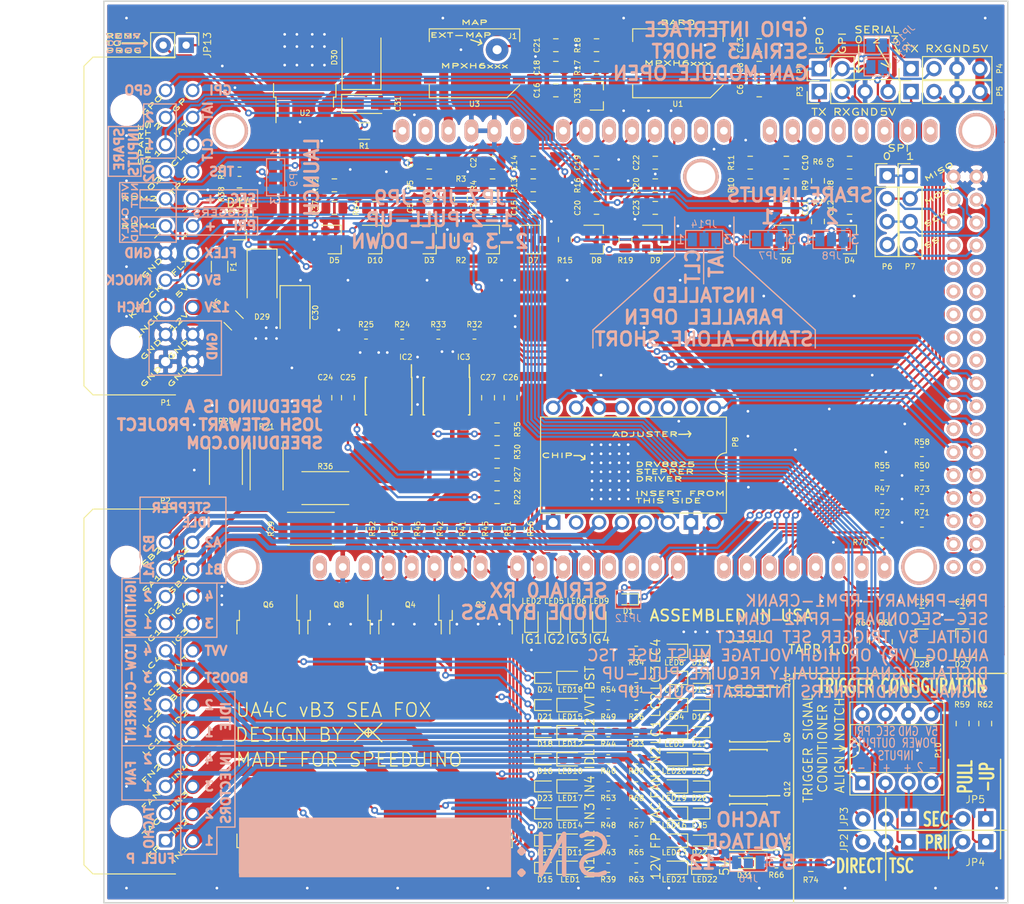
<source format=kicad_pcb>
(kicad_pcb (version 20171130) (host pcbnew "(5.1.6)-1")
  (title_block (title "Sea Fox") (date 2020-06-20) (rev B3))
  (layers (0 F.Cu signal) (31 B.Cu signal) (34 B.Paste user hide) (35 F.Paste user hide) (36 B.SilkS user) (37 F.SilkS user) (38 B.Mask user) (39 F.Mask user) (44 Edge.Cuts user))
  (net 0 "")
  (net 1 +5V)
  (net 2 +12V)
  (net 3 "Net-(LED2-Pad2)")
  (net 4 "Net-(LED4-Pad2)")
  (net 5 /TPS)
  (net 6 /CLT)
  (net 7 /IAT)
  (net 8 /FUELP)
  (net 9 /TACHO)
  (net 10 /LAUNCH)
  (net 11 /RESET)
  (net 12 /D19)
  (net 13 /D18)
  (net 14 "Net-(C21-Pad2)")
  (net 15 /FAN)
  (net 16 /FAN2)
  (net 17 "Net-(LED5-Pad2)")
  (net 18 "Net-(LED6-Pad2)")
  (net 19 "Net-(LED7-Pad2)")
  (net 20 /TX3)
  (net 21 /RX3)
  (net 22 /TX0)
  (net 23 /RX0)
  (net 24 /MISO)
  (net 25 /MOSI)
  (net 26 /SCK)
  (net 27 /IGN1)
  (net 28 /IGN2)
  (net 29 /IGN3)
  (net 30 /IGN4)
  (net 31 /A3)
  (net 32 /A0)
  (net 33 /A4)
  (net 34 /A5)
  (net 35 "Net-(IC2-Pad5)")
  (net 36 "Net-(IC2-Pad7)")
  (net 37 "Net-(IC3-Pad5)")
  (net 38 "Net-(IC3-Pad7)")
  (net 39 "Net-(LED1-Pad2)")
  (net 40 "Net-(LED3-Pad2)")
  (net 41 "Net-(LED8-Pad2)")
  (net 42 "Net-(LED9-Pad2)")
  (net 43 /A7)
  (net 44 /D9)
  (net 45 /D10)
  (net 46 /D7)
  (net 47 /D8)
  (net 48 /D5)
  (net 49 /D6)
  (net 50 /SS0)
  (net 51 /SS1)
  (net 52 /TX2)
  (net 53 /RX2)
  (net 54 "Net-(LED10-Pad2)")
  (net 55 "Net-(LED11-Pad2)")
  (net 56 Earth)
  (net 57 "Net-(C2-Pad1)")
  (net 58 /A2)
  (net 59 /02)
  (net 60 /A1)
  (net 61 /INP2)
  (net 62 /A8)
  (net 63 /A9)
  (net 64 "Net-(C13-Pad2)")
  (net 65 /D20)
  (net 66 /INJ1)
  (net 67 "Net-(D15-Pad2)")
  (net 68 /IDLE1)
  (net 69 "Net-(D16-Pad2)")
  (net 70 /INJ2)
  (net 71 "Net-(D17-Pad2)")
  (net 72 /IDLE2)
  (net 73 "Net-(D18-Pad2)")
  (net 74 /LC1)
  (net 75 /INJ3)
  (net 76 "Net-(D20-Pad2)")
  (net 77 /BOOST)
  (net 78 "Net-(D21-Pad2)")
  (net 79 /LC2)
  (net 80 /INJ4)
  (net 81 "Net-(D23-Pad2)")
  (net 82 /VVT)
  (net 83 "Net-(D24-Pad2)")
  (net 84 /LC3)
  (net 85 /LC4)
  (net 86 "Net-(D29-Pad1)")
  (net 87 /D33)
  (net 88 /GPO)
  (net 89 /GPI)
  (net 90 /D25)
  (net 91 "Net-(JP6-Pad2)")
  (net 92 /D24)
  (net 93 /RPM1/VR+)
  (net 94 /RPM2/VR+)
  (net 95 "Net-(LED12-Pad2)")
  (net 96 "Net-(LED13-Pad2)")
  (net 97 "Net-(LED14-Pad2)")
  (net 98 "Net-(LED15-Pad2)")
  (net 99 "Net-(LED16-Pad2)")
  (net 100 "Net-(LED17-Pad2)")
  (net 101 "Net-(LED18-Pad2)")
  (net 102 "Net-(LED19-Pad2)")
  (net 103 "Net-(LED20-Pad2)")
  (net 104 "Net-(LED21-Pad2)")
  (net 105 /FLEX)
  (net 106 /VR1-)
  (net 107 /VR2-)
  (net 108 /STP-B1)
  (net 109 /STP-A1)
  (net 110 /STP-B2)
  (net 111 /STP-A2)
  (net 112 /D11)
  (net 113 /D12)
  (net 114 /D22)
  (net 115 /D23)
  (net 116 /D26)
  (net 117 /D27)
  (net 118 /D28)
  (net 119 /D29)
  (net 120 /INP1)
  (net 121 /ENBL)
  (net 122 /STEP)
  (net 123 /DIR)
  (net 124 /D35)
  (net 125 /D36)
  (net 126 /D34)
  (net 127 /D37)
  (net 128 "Net-(JP2-Pad1)")
  (net 129 "Net-(JP2-Pad3)")
  (net 130 "Net-(JP3-Pad1)")
  (net 131 "Net-(JP3-Pad3)")
  (net 132 "Net-(JP4-Pad1)")
  (net 133 "Net-(JP5-Pad1)")
  (net 134 "Net-(JP7-Pad2)")
  (net 135 "Net-(JP8-Pad2)")
  (net 136 "Net-(JP9-Pad2)")
  (net 137 "Net-(JP13-Pad2)")
  (net 138 /D21)
  (net 139 /KNOCK)
  (net 140 "Net-(D11-Pad2)")
  (net 141 "Net-(D12-Pad2)")
  (net 142 "Net-(D13-Pad2)")
  (net 143 "Net-(D19-Pad2)")
  (net 144 "Net-(D22-Pad2)")
  (net 145 "Net-(D25-Pad2)")
  (net 146 "Net-(D26-Pad2)")
  (net 147 "Net-(D25-Pad1)")
  (net 148 "Net-(D32-Pad2)")
  (net 149 "Net-(D1-Pad1)")
  (net 150 "Net-(JP14-Pad1)")
  (net 151 "Net-(LED22-Pad2)")
  (net 152 "Net-(JP14-Pad3)")
  (net 153 "Net-(F1-Pad1)")
  (net 154 "Net-(IC2-Pad1)")
  (net 155 "Net-(IC2-Pad8)")
  (net 156 "Net-(IC3-Pad1)")
  (net 157 "Net-(IC3-Pad8)")
  (net 158 "Net-(P8-Pad2)")
  (net 159 "Net-(P8-Pad10)")
  (net 160 "Net-(P8-Pad3)")
  (net 161 "Net-(P8-Pad4)")
  (net 162 "Net-(SHIELD1-PadAD15)")
  (net 163 "Net-(SHIELD1-PadAD14)")
  (net 164 "Net-(SHIELD1-PadAD13)")
  (net 165 "Net-(SHIELD1-PadAD12)")
  (net 166 /A6)
  (net 167 "Net-(SHIELD1-PadAD10)")
  (net 168 "Net-(SHIELD1-PadAD11)")
  (net 169 "Net-(SHIELD1-PadV_IN)")
  (net 170 "Net-(SHIELD1-Pad3V3)")
  (net 171 "Net-(SHIELD1-Pad2)")
  (net 172 "Net-(SHIELD1-Pad3)")
  (net 173 "Net-(SHIELD1-Pad4)")
  (net 174 "Net-(SHIELD1-Pad13)")
  (net 175 "Net-(SHIELD1-PadAREF)")
  (net 176 "Net-(SHIELD1-Pad5V_4)")
  (net 177 "Net-(SHIELD1-Pad5V_5)")
  (net 178 "Net-(SHIELD1-Pad38)")
  (net 179 "Net-(SHIELD1-Pad39)")
  (net 180 "Net-(SHIELD1-Pad40)")
  (net 181 "Net-(SHIELD1-Pad41)")
  (net 182 "Net-(SHIELD1-Pad42)")
  (net 183 "Net-(SHIELD1-Pad43)")
  (net 184 "Net-(SHIELD1-Pad44)")
  (net 185 "Net-(SHIELD1-Pad45)")
  (net 186 "Net-(SHIELD1-Pad46)")
  (net 187 "Net-(SHIELD1-Pad47)")
  (net 188 "Net-(SHIELD1-Pad48)")
  (net 189 "Net-(U1-Pad1)")
  (net 190 "Net-(U1-Pad5)")
  (net 191 "Net-(U1-Pad6)")
  (net 192 "Net-(U1-Pad7)")
  (net 193 "Net-(U1-Pad8)")
  (net 194 "Net-(U3-Pad1)")
  (net 195 "Net-(U3-Pad5)")
  (net 196 "Net-(U3-Pad6)")
  (net 197 "Net-(U3-Pad7)")
  (net 198 "Net-(U3-Pad8)")
  (module footprnt:VIA_0.6mm (layer F.Cu) (at 141.8 83.2)
    (fp_text reference REF** hide)
    (fp_text value VIA_0.6mm hide)
    (pad 1 thru_hole circle (at 0 0) (size 0.6 0.6) (drill 0.3) (layers *.Cu) (net 56 Earth))
  )
  (module footprnt:VIA_0.6mm (layer F.Cu) (at 129.5 68.5)
    (fp_text reference REF** hide)
    (fp_text value VIA_0.6mm hide)
    (pad 1 thru_hole circle (at 0 0) (size 0.6 0.6) (drill 0.3) (layers *.Cu) (net 56 Earth))
  )
  (module footprnt:VIA_0.6mm (layer F.Cu) (at 113.3 84)
    (fp_text reference REF** hide)
    (fp_text value VIA_0.6mm hide)
    (pad 1 thru_hole circle (at 0 0) (size 0.6 0.6) (drill 0.3) (layers *.Cu) (net 56 Earth))
  )
  (module Package_TO_SOT_SMD:SOT-23 (layer F.Cu) (at 144.5 73.6)
    (fp_text reference D33 (at -2.1 0 90) (layer F.SilkS) (effects (font (size 0.6 0.6) (thickness 0.1))))
    (fp_text value BAT54S)
    (pad 3 smd rect (at 1 0) (size 0.9 0.8) (layers F.Cu F.Paste F.Mask) (net 32 /A0))
    (pad 2 smd rect (at -1 0.95) (size 0.9 0.8) (layers F.Cu F.Paste F.Mask) (net 1 +5V))
    (pad 1 smd rect (at -1 -0.95) (size 0.9 0.8) (layers F.Cu F.Paste F.Mask) (net 56 Earth))
  )
  (module Package_TO_SOT_SMD:SOT-23 (layer F.Cu) (at 180.5 134.17 180)
    (fp_text reference D28 (at 0 -2.33) (layer F.SilkS) (effects (font (size 0.6 0.6) (thickness 0.1))))
    (fp_text value BAT54S)
    (pad 3 smd rect (at 1 0 180) (size 0.9 0.8) (layers F.Cu F.Paste F.Mask) (net 13 /D18))
    (pad 2 smd rect (at -1 0.95 180) (size 0.9 0.8) (layers F.Cu F.Paste F.Mask) (net 1 +5V))
    (pad 1 smd rect (at -1 -0.95 180) (size 0.9 0.8) (layers F.Cu F.Paste F.Mask) (net 56 Earth))
  )
  (module Package_TO_SOT_SMD:SOT-23 (layer F.Cu) (at 185 134.16 180)
    (fp_text reference D27 (at 0 -2.34) (layer F.SilkS) (effects (font (size 0.6 0.6) (thickness 0.1))))
    (fp_text value BAT54S)
    (pad 3 smd rect (at 1 0 180) (size 0.9 0.8) (layers F.Cu F.Paste F.Mask) (net 12 /D19))
    (pad 2 smd rect (at -1 0.95 180) (size 0.9 0.8) (layers F.Cu F.Paste F.Mask) (net 1 +5V))
    (pad 1 smd rect (at -1 -0.95 180) (size 0.9 0.8) (layers F.Cu F.Paste F.Mask) (net 56 Earth))
  )
  (module Package_TO_SOT_SMD:SOT-23 (layer F.Cu) (at 105 87.95)
    (fp_text reference D14 (at 0 -2.5) (layer F.SilkS))
    (fp_text value BAT54S)
    (pad 3 smd rect (at 1 0) (size 0.9 0.8) (layers F.Cu F.Paste F.Mask) (net 127 /D37))
    (pad 2 smd rect (at -1 0.95) (size 0.9 0.8) (layers F.Cu F.Paste F.Mask) (net 1 +5V))
    (pad 1 smd rect (at -1 -0.95) (size 0.9 0.8) (layers F.Cu F.Paste F.Mask) (net 56 Earth))
  )
  (module Package_TO_SOT_SMD:SOT-23 (layer F.Cu) (at 120 89.5)
    (fp_text reference D10 (at 0 2.3) (layer F.SilkS) (effects (font (size 0.6 0.6) (thickness 0.1))))
    (fp_text value BAT54S)
    (pad 3 smd rect (at 1 0) (size 0.9 0.8) (layers F.Cu F.Paste F.Mask) (net 138 /D21))
    (pad 2 smd rect (at -1 0.95) (size 0.9 0.8) (layers F.Cu F.Paste F.Mask) (net 1 +5V))
    (pad 1 smd rect (at -1 -0.95) (size 0.9 0.8) (layers F.Cu F.Paste F.Mask) (net 56 Earth))
  )
  (module Package_TO_SOT_SMD:SOT-23 (layer F.Cu) (at 151 89.5)
    (fp_text reference D9 (at 0 2.3) (layer F.SilkS) (effects (font (size 0.6 0.6) (thickness 0.1))))
    (fp_text value BAT54S)
    (pad 3 smd rect (at 1 0) (size 0.9 0.8) (layers F.Cu F.Paste F.Mask) (net 34 /A5))
    (pad 2 smd rect (at -1 0.95) (size 0.9 0.8) (layers F.Cu F.Paste F.Mask) (net 1 +5V))
    (pad 1 smd rect (at -1 -0.95) (size 0.9 0.8) (layers F.Cu F.Paste F.Mask) (net 56 Earth))
  )
  (module Package_TO_SOT_SMD:SOT-23 (layer F.Cu) (at 144.5 89.5)
    (fp_text reference D8 (at 0 2.3) (layer F.SilkS) (effects (font (size 0.6 0.6) (thickness 0.1))))
    (fp_text value BAT54S)
    (pad 3 smd rect (at 1 0) (size 0.9 0.8) (layers F.Cu F.Paste F.Mask) (net 33 /A4))
    (pad 2 smd rect (at -1 0.95) (size 0.9 0.8) (layers F.Cu F.Paste F.Mask) (net 1 +5V))
    (pad 1 smd rect (at -1 -0.95) (size 0.9 0.8) (layers F.Cu F.Paste F.Mask) (net 56 Earth))
  )
  (module Package_TO_SOT_SMD:SOT-23 (layer F.Cu) (at 137.5 89.5)
    (fp_text reference D7 (at 0 2.3) (layer F.SilkS) (effects (font (size 0.6 0.6) (thickness 0.1))))
    (fp_text value BAT54S)
    (pad 3 smd rect (at 1 0) (size 0.9 0.8) (layers F.Cu F.Paste F.Mask) (net 31 /A3))
    (pad 2 smd rect (at -1 0.95) (size 0.9 0.8) (layers F.Cu F.Paste F.Mask) (net 1 +5V))
    (pad 1 smd rect (at -1 -0.95) (size 0.9 0.8) (layers F.Cu F.Paste F.Mask) (net 56 Earth))
  )
  (module Package_TO_SOT_SMD:SOT-23 (layer F.Cu) (at 165.5 89.5)
    (fp_text reference D6 (at 0 2.3) (layer F.SilkS) (effects (font (size 0.6 0.6) (thickness 0.1))))
    (fp_text value BAT54S)
    (pad 3 smd rect (at 1 0) (size 0.9 0.8) (layers F.Cu F.Paste F.Mask) (net 62 /A8))
    (pad 2 smd rect (at -1 0.95) (size 0.9 0.8) (layers F.Cu F.Paste F.Mask) (net 1 +5V))
    (pad 1 smd rect (at -1 -0.95) (size 0.9 0.8) (layers F.Cu F.Paste F.Mask) (net 56 Earth))
  )
  (module Package_TO_SOT_SMD:SOT-23 (layer F.Cu) (at 115.5 89.5)
    (fp_text reference D5 (at 0 2.3) (layer F.SilkS) (effects (font (size 0.6 0.6) (thickness 0.1))))
    (fp_text value BAT54S)
    (pad 3 smd rect (at 1 0) (size 0.9 0.8) (layers F.Cu F.Paste F.Mask) (net 65 /D20))
    (pad 2 smd rect (at -1 0.95) (size 0.9 0.8) (layers F.Cu F.Paste F.Mask) (net 1 +5V))
    (pad 1 smd rect (at -1 -0.95) (size 0.9 0.8) (layers F.Cu F.Paste F.Mask) (net 56 Earth))
  )
  (module Package_TO_SOT_SMD:SOT-23 (layer F.Cu) (at 172.5 89.5)
    (fp_text reference D4 (at 0 2.3) (layer F.SilkS) (effects (font (size 0.6 0.6) (thickness 0.1))))
    (fp_text value BAT54S)
    (pad 3 smd rect (at 1 0) (size 0.9 0.8) (layers F.Cu F.Paste F.Mask) (net 63 /A9))
    (pad 2 smd rect (at -1 0.95) (size 0.9 0.8) (layers F.Cu F.Paste F.Mask) (net 1 +5V))
    (pad 1 smd rect (at -1 -0.95) (size 0.9 0.8) (layers F.Cu F.Paste F.Mask) (net 56 Earth))
  )
  (module Package_TO_SOT_SMD:SOT-23 (layer F.Cu) (at 126 89.5)
    (fp_text reference D3 (at 0 2.3) (layer F.SilkS) (effects (font (size 0.6 0.6) (thickness 0.1))))
    (fp_text value BAT54S)
    (pad 3 smd rect (at 1 0) (size 0.9 0.8) (layers F.Cu F.Paste F.Mask) (net 60 /A1))
    (pad 2 smd rect (at -1 0.95) (size 0.9 0.8) (layers F.Cu F.Paste F.Mask) (net 1 +5V))
    (pad 1 smd rect (at -1 -0.95) (size 0.9 0.8) (layers F.Cu F.Paste F.Mask) (net 56 Earth))
  )
  (module Package_TO_SOT_SMD:SOT-23 (layer F.Cu) (at 133 89.5)
    (fp_text reference D2 (at 0 2.3) (layer F.SilkS) (effects (font (size 0.6 0.6) (thickness 0.1))))
    (fp_text value BAT54S)
    (pad 3 smd rect (at 1 0) (size 0.9 0.8) (layers F.Cu F.Paste F.Mask) (net 58 /A2))
    (pad 2 smd rect (at -1 0.95) (size 0.9 0.8) (layers F.Cu F.Paste F.Mask) (net 1 +5V))
    (pad 1 smd rect (at -1 -0.95) (size 0.9 0.8) (layers F.Cu F.Paste F.Mask) (net 56 Earth))
  )
  (module footprnt:ARDUINO_MEGA_SHIELD (layer B.Cu) (at 90.01 74.925)
    (fp_text reference SHIELD1 hide)
    (fp_text value ARDUINO_MEGA_SHIELD hide)
    (pad 14 thru_hole oval (at 68.58 50.8 270) (size 2.54 1.524) (drill 0.85) (layers *.Cu *.Mask B.SilkS) (net 20 /TX3))
    (pad 15 thru_hole oval (at 71.12 50.8 270) (size 2.54 1.524) (drill 0.85) (layers *.Cu *.Mask B.SilkS) (net 21 /RX3))
    (pad 16 thru_hole oval (at 73.66 50.8 270) (size 2.54 1.524) (drill 0.85) (layers *.Cu *.Mask B.SilkS) (net 52 /TX2))
    (pad 17 thru_hole oval (at 76.2 50.8 270) (size 2.54 1.524) (drill 0.85) (layers *.Cu *.Mask B.SilkS) (net 53 /RX2))
    (pad 18 thru_hole oval (at 78.74 50.8 270) (size 2.54 1.524) (drill 0.85) (layers *.Cu *.Mask B.SilkS) (net 13 /D18))
    (pad 19 thru_hole oval (at 81.28 50.8 270) (size 2.54 1.524) (drill 0.85) (layers *.Cu *.Mask B.SilkS) (net 12 /D19))
    (pad 20 thru_hole oval (at 83.82 50.8 270) (size 2.54 1.524) (drill 0.85) (layers *.Cu *.Mask B.SilkS) (net 65 /D20))
    (pad 21 thru_hole oval (at 86.36 50.8 270) (size 2.54 1.524) (drill 0.85) (layers *.Cu *.Mask B.SilkS) (net 138 /D21))
    (pad AD15 thru_hole oval (at 91.44 2.54 270) (size 2.54 1.524) (drill 0.85) (layers *.Cu *.Mask B.SilkS) (net 162 "Net-(SHIELD1-PadAD15)"))
    (pad AD14 thru_hole oval (at 88.9 2.54 270) (size 2.54 1.524) (drill 0.85) (layers *.Cu *.Mask B.SilkS) (net 163 "Net-(SHIELD1-PadAD14)"))
    (pad AD13 thru_hole oval (at 86.36 2.54 270) (size 2.54 1.524) (drill 0.85) (layers *.Cu *.Mask B.SilkS) (net 164 "Net-(SHIELD1-PadAD13)"))
    (pad AD12 thru_hole oval (at 83.82 2.54 270) (size 2.54 1.524) (drill 0.85) (layers *.Cu *.Mask B.SilkS) (net 165 "Net-(SHIELD1-PadAD12)"))
    (pad AD8 thru_hole oval (at 73.66 2.54 270) (size 2.54 1.524) (drill 0.85) (layers *.Cu *.Mask B.SilkS) (net 62 /A8))
    (pad AD7 thru_hole oval (at 68.58 2.54 270) (size 2.54 1.524) (drill 0.85) (layers *.Cu *.Mask B.SilkS) (net 43 /A7))
    (pad AD6 thru_hole oval (at 66.04 2.54 270) (size 2.54 1.524) (drill 0.85) (layers *.Cu *.Mask B.SilkS) (net 166 /A6))
    (pad AD9 thru_hole oval (at 76.2 2.54 270) (size 2.54 1.524) (drill 0.85) (layers *.Cu *.Mask B.SilkS) (net 63 /A9))
    (pad AD10 thru_hole oval (at 78.74 2.54 270) (size 2.54 1.524) (drill 0.85) (layers *.Cu *.Mask B.SilkS) (net 167 "Net-(SHIELD1-PadAD10)"))
    (pad AD11 thru_hole oval (at 81.28 2.54 270) (size 2.54 1.524) (drill 0.85) (layers *.Cu *.Mask B.SilkS) (net 168 "Net-(SHIELD1-PadAD11)"))
    (pad AD5 thru_hole oval (at 63.5 2.54 270) (size 2.54 1.524) (drill 0.85) (layers *.Cu *.Mask B.SilkS) (net 34 /A5))
    (pad AD4 thru_hole oval (at 60.96 2.54 270) (size 2.54 1.524) (drill 0.85) (layers *.Cu *.Mask B.SilkS) (net 33 /A4))
    (pad AD3 thru_hole oval (at 58.42 2.54 270) (size 2.54 1.524) (drill 0.85) (layers *.Cu *.Mask B.SilkS) (net 31 /A3))
    (pad AD0 thru_hole oval (at 50.8 2.54 270) (size 2.54 1.524) (drill 0.85) (layers *.Cu *.Mask B.SilkS) (net 32 /A0))
    (pad AD1 thru_hole oval (at 53.34 2.54 270) (size 2.54 1.524) (drill 0.85) (layers *.Cu *.Mask B.SilkS) (net 60 /A1))
    (pad AD2 thru_hole oval (at 55.88 2.54 270) (size 2.54 1.524) (drill 0.85) (layers *.Cu *.Mask B.SilkS) (net 58 /A2))
    (pad V_IN thru_hole oval (at 45.72 2.54 270) (size 2.54 1.524) (drill 0.85) (layers *.Cu *.Mask B.SilkS) (net 169 "Net-(SHIELD1-PadV_IN)"))
    (pad GND2 thru_hole oval (at 43.18 2.54 270) (size 2.54 1.524) (drill 0.85) (layers *.Cu *.Mask B.SilkS) (net 56 Earth))
    (pad GND1 thru_hole oval (at 40.64 2.54 270) (size 2.54 1.524) (drill 0.85) (layers *.Cu *.Mask B.SilkS) (net 56 Earth))
    (pad 3V3 thru_hole oval (at 35.56 2.54 270) (size 2.54 1.524) (drill 0.85) (layers *.Cu *.Mask B.SilkS) (net 170 "Net-(SHIELD1-Pad3V3)"))
    (pad RST thru_hole oval (at 33.02 2.54 270) (size 2.54 1.524) (drill 0.85) (layers *.Cu *.Mask B.SilkS) (net 11 /RESET))
    (pad 0 thru_hole oval (at 63.5 50.8 270) (size 2.54 1.524) (drill 0.85) (layers *.Cu *.Mask B.SilkS) (net 23 /RX0))
    (pad 1 thru_hole oval (at 60.96 50.8 270) (size 2.54 1.524) (drill 0.85) (layers *.Cu *.Mask B.SilkS) (net 22 /TX0))
    (pad 2 thru_hole oval (at 58.42 50.8 270) (size 2.54 1.524) (drill 0.85) (layers *.Cu *.Mask B.SilkS) (net 171 "Net-(SHIELD1-Pad2)"))
    (pad 3 thru_hole oval (at 55.88 50.8 270) (size 2.54 1.524) (drill 0.85) (layers *.Cu *.Mask B.SilkS) (net 172 "Net-(SHIELD1-Pad3)"))
    (pad 4 thru_hole oval (at 53.34 50.8 270) (size 2.54 1.524) (drill 0.85) (layers *.Cu *.Mask B.SilkS) (net 173 "Net-(SHIELD1-Pad4)"))
    (pad 5 thru_hole oval (at 50.8 50.8 270) (size 2.54 1.524) (drill 0.85) (layers *.Cu *.Mask B.SilkS) (net 48 /D5))
    (pad 6 thru_hole oval (at 48.26 50.8 270) (size 2.54 1.524) (drill 0.85) (layers *.Cu *.Mask B.SilkS) (net 49 /D6))
    (pad 7 thru_hole oval (at 45.72 50.8 270) (size 2.54 1.524) (drill 0.85) (layers *.Cu *.Mask B.SilkS) (net 46 /D7))
    (pad 8 thru_hole oval (at 41.656 50.8 270) (size 2.54 1.524) (drill 0.85) (layers *.Cu *.Mask B.SilkS) (net 47 /D8))
    (pad 9 thru_hole oval (at 39.116 50.8 270) (size 2.54 1.524) (drill 0.85) (layers *.Cu *.Mask B.SilkS) (net 44 /D9))
    (pad 10 thru_hole oval (at 36.576 50.8 270) (size 2.54 1.524) (drill 0.85) (layers *.Cu *.Mask B.SilkS) (net 45 /D10))
    (pad 11 thru_hole oval (at 34.036 50.8 270) (size 2.54 1.524) (drill 0.85) (layers *.Cu *.Mask B.SilkS) (net 112 /D11))
    (pad 12 thru_hole oval (at 31.496 50.8 270) (size 2.54 1.524) (drill 0.85) (layers *.Cu *.Mask B.SilkS) (net 113 /D12))
    (pad 13 thru_hole oval (at 28.956 50.8 270) (size 2.54 1.524) (drill 0.85) (layers *.Cu *.Mask B.SilkS) (net 174 "Net-(SHIELD1-Pad13)"))
    (pad GND3 thru_hole oval (at 26.416 50.8 270) (size 2.54 1.524) (drill 0.85) (layers *.Cu *.Mask B.SilkS) (net 56 Earth))
    (pad AREF thru_hole oval (at 23.876 50.8 270) (size 2.54 1.524) (drill 0.85) (layers *.Cu *.Mask B.SilkS) (net 175 "Net-(SHIELD1-PadAREF)"))
    (pad 5V thru_hole oval (at 38.1 2.54 270) (size 2.54 1.524) (drill 0.85) (layers *.Cu *.Mask B.SilkS) (net 1 +5V))
    (pad "" thru_hole circle (at 96.52 2.54 270) (size 3.937 3.937) (drill 3.175) (layers *.Cu *.Mask B.SilkS))
    (pad "" thru_hole circle (at 90.17 50.8 270) (size 3.937 3.937) (drill 3.175) (layers *.Cu *.Mask B.SilkS))
    (pad "" thru_hole circle (at 15.24 50.8 270) (size 3.937 3.937) (drill 3.175) (layers *.Cu *.Mask B.SilkS))
    (pad "" thru_hole circle (at 13.97 2.54 270) (size 3.937 3.937) (drill 3.175) (layers *.Cu *.Mask B.SilkS))
    (pad 22 thru_hole circle (at 93.98 48.26) (size 1.524 1.524) (drill 0.85) (layers *.Cu *.Mask B.SilkS) (net 114 /D22))
    (pad 23 thru_hole circle (at 96.52 48.26) (size 1.524 1.524) (drill 0.85) (layers *.Cu *.Mask B.SilkS) (net 115 /D23))
    (pad 24 thru_hole circle (at 93.98 45.72) (size 1.524 1.524) (drill 0.85) (layers *.Cu *.Mask B.SilkS) (net 92 /D24))
    (pad 25 thru_hole circle (at 96.52 45.72) (size 1.524 1.524) (drill 0.85) (layers *.Cu *.Mask B.SilkS) (net 90 /D25))
    (pad 26 thru_hole circle (at 93.98 43.18) (size 1.524 1.524) (drill 0.85) (layers *.Cu *.Mask B.SilkS) (net 116 /D26))
    (pad 27 thru_hole circle (at 96.52 43.18) (size 1.524 1.524) (drill 0.85) (layers *.Cu *.Mask B.SilkS) (net 117 /D27))
    (pad 28 thru_hole circle (at 93.98 40.64) (size 1.524 1.524) (drill 0.85) (layers *.Cu *.Mask B.SilkS) (net 118 /D28))
    (pad 29 thru_hole circle (at 96.52 40.64) (size 1.524 1.524) (drill 0.85) (layers *.Cu *.Mask B.SilkS) (net 119 /D29))
    (pad 5V_4 thru_hole circle (at 93.98 50.8) (size 1.524 1.524) (drill 0.85) (layers *.Cu *.Mask B.SilkS) (net 176 "Net-(SHIELD1-Pad5V_4)"))
    (pad 5V_5 thru_hole circle (at 96.52 50.8) (size 1.524 1.524) (drill 0.85) (layers *.Cu *.Mask B.SilkS) (net 177 "Net-(SHIELD1-Pad5V_5)"))
    (pad 31 thru_hole circle (at 96.52 38.1) (size 1.524 1.524) (drill 0.85) (layers *.Cu *.Mask B.SilkS) (net 122 /STEP))
    (pad 30 thru_hole circle (at 93.98 38.1) (size 1.524 1.524) (drill 0.85) (layers *.Cu *.Mask B.SilkS) (net 121 /ENBL))
    (pad 32 thru_hole circle (at 93.98 35.56) (size 1.524 1.524) (drill 0.85) (layers *.Cu *.Mask B.SilkS) (net 123 /DIR))
    (pad 33 thru_hole circle (at 96.52 35.56) (size 1.524 1.524) (drill 0.85) (layers *.Cu *.Mask B.SilkS) (net 87 /D33))
    (pad 34 thru_hole circle (at 93.98 33.02) (size 1.524 1.524) (drill 0.85) (layers *.Cu *.Mask B.SilkS) (net 126 /D34))
    (pad 35 thru_hole circle (at 96.52 33.02) (size 1.524 1.524) (drill 0.85) (layers *.Cu *.Mask B.SilkS) (net 124 /D35))
    (pad 36 thru_hole circle (at 93.98 30.48) (size 1.524 1.524) (drill 0.85) (layers *.Cu *.Mask B.SilkS) (net 125 /D36))
    (pad 37 thru_hole circle (at 96.52 30.48) (size 1.524 1.524) (drill 0.85) (layers *.Cu *.Mask B.SilkS) (net 127 /D37))
    (pad 38 thru_hole circle (at 93.98 27.94) (size 1.524 1.524) (drill 0.85) (layers *.Cu *.Mask B.SilkS) (net 178 "Net-(SHIELD1-Pad38)"))
    (pad 39 thru_hole circle (at 96.52 27.94) (size 1.524 1.524) (drill 0.85) (layers *.Cu *.Mask B.SilkS) (net 179 "Net-(SHIELD1-Pad39)"))
    (pad 40 thru_hole circle (at 93.98 25.4) (size 1.524 1.524) (drill 0.85) (layers *.Cu *.Mask B.SilkS) (net 180 "Net-(SHIELD1-Pad40)"))
    (pad 41 thru_hole circle (at 96.52 25.4) (size 1.524 1.524) (drill 0.85) (layers *.Cu *.Mask B.SilkS) (net 181 "Net-(SHIELD1-Pad41)"))
    (pad 42 thru_hole circle (at 93.98 22.86) (size 1.524 1.524) (drill 0.85) (layers *.Cu *.Mask B.SilkS) (net 182 "Net-(SHIELD1-Pad42)"))
    (pad 43 thru_hole circle (at 96.52 22.86) (size 1.524 1.524) (drill 0.85) (layers *.Cu *.Mask B.SilkS) (net 183 "Net-(SHIELD1-Pad43)"))
    (pad 44 thru_hole circle (at 93.98 20.32) (size 1.524 1.524) (drill 0.85) (layers *.Cu *.Mask B.SilkS) (net 184 "Net-(SHIELD1-Pad44)"))
    (pad 45 thru_hole circle (at 96.52 20.32) (size 1.524 1.524) (drill 0.85) (layers *.Cu *.Mask B.SilkS) (net 185 "Net-(SHIELD1-Pad45)"))
    (pad 46 thru_hole circle (at 93.98 17.78) (size 1.524 1.524) (drill 0.85) (layers *.Cu *.Mask B.SilkS) (net 186 "Net-(SHIELD1-Pad46)"))
    (pad 47 thru_hole circle (at 96.52 17.78) (size 1.524 1.524) (drill 0.85) (layers *.Cu *.Mask B.SilkS) (net 187 "Net-(SHIELD1-Pad47)"))
    (pad 48 thru_hole circle (at 93.98 15.24) (size 1.524 1.524) (drill 0.85) (layers *.Cu *.Mask B.SilkS) (net 188 "Net-(SHIELD1-Pad48)"))
    (pad 49 thru_hole circle (at 96.52 15.24) (size 1.524 1.524) (drill 0.85) (layers *.Cu *.Mask B.SilkS) (net 51 /SS1))
    (pad 50 thru_hole circle (at 93.98 12.7) (size 1.524 1.524) (drill 0.85) (layers *.Cu *.Mask B.SilkS) (net 24 /MISO))
    (pad 51 thru_hole circle (at 96.52 12.7) (size 1.524 1.524) (drill 0.85) (layers *.Cu *.Mask B.SilkS) (net 25 /MOSI))
    (pad 52 thru_hole circle (at 93.98 10.16) (size 1.524 1.524) (drill 0.85) (layers *.Cu *.Mask B.SilkS) (net 26 /SCK))
    (pad 53 thru_hole circle (at 96.52 10.16) (size 1.524 1.524) (drill 0.85) (layers *.Cu *.Mask B.SilkS) (net 50 /SS0))
    (pad GND4 thru_hole circle (at 93.98 7.62) (size 1.524 1.524) (drill 0.85) (layers *.Cu *.Mask B.SilkS) (net 56 Earth))
    (pad GND5 thru_hole circle (at 96.52 7.62) (size 1.524 1.524) (drill 0.85) (layers *.Cu *.Mask B.SilkS) (net 56 Earth))
    (pad "" thru_hole circle (at 66.04 7.62 270) (size 3.937 3.937) (drill 3.175) (layers *.Cu *.Mask B.SilkS))
  )
  (module Resistor_SMD:R_0603_1608Metric (layer F.Cu) (at 180.5 118.2)
    (fp_text reference R73 (at 0 -1.1) (layer F.SilkS) (effects (font (size 0.6 0.6) (thickness 0.1))))
    (fp_text value 100k)
    (pad 2 smd roundrect (at 0.7875 0) (size 0.875 0.95) (layers F.Cu F.Paste F.Mask) (net 90 /D25))
    (pad 1 smd roundrect (at -0.7875 0) (size 0.875 0.95) (layers F.Cu F.Paste F.Mask) (net 56 Earth))
  )
  (module Resistor_SMD:R_0603_1608Metric (layer F.Cu) (at 176.1 120.8 180)
    (fp_text reference R72 (at 0 1.1) (layer F.SilkS) (effects (font (size 0.6 0.6) (thickness 0.1))))
    (fp_text value 100k)
    (pad 2 smd roundrect (at 0.7875 0 180) (size 0.875 0.95) (layers F.Cu F.Paste F.Mask) (net 92 /D24))
    (pad 1 smd roundrect (at -0.7875 0 180) (size 0.875 0.95) (layers F.Cu F.Paste F.Mask) (net 56 Earth))
  )
  (module Resistor_SMD:R_0603_1608Metric (layer F.Cu) (at 180.5 120.8)
    (fp_text reference R71 (at 0 -1.1) (layer F.SilkS) (effects (font (size 0.6 0.6) (thickness 0.1))))
    (fp_text value 100k)
    (pad 2 smd roundrect (at 0.7875 0) (size 0.875 0.95) (layers F.Cu F.Paste F.Mask) (net 114 /D22))
    (pad 1 smd roundrect (at -0.7875 0) (size 0.875 0.95) (layers F.Cu F.Paste F.Mask) (net 56 Earth))
  )
  (module Resistor_SMD:R_0603_1608Metric (layer F.Cu) (at 176.1 123)
    (fp_text reference R70 (at -2.4 0) (layer F.SilkS) (effects (font (size 0.6 0.6) (thickness 0.1))))
    (fp_text value 100k)
    (pad 2 smd roundrect (at 0.7875 0) (size 0.875 0.95) (layers F.Cu F.Paste F.Mask) (net 115 /D23))
    (pad 1 smd roundrect (at -0.7875 0) (size 0.875 0.95) (layers F.Cu F.Paste F.Mask) (net 56 Earth))
  )
  (module Resistor_SMD:R_0603_1608Metric (layer F.Cu) (at 180.5 113)
    (fp_text reference R58 (at 0 -1.1) (layer F.SilkS) (effects (font (size 0.6 0.6) (thickness 0.1))))
    (fp_text value 100k)
    (pad 2 smd roundrect (at 0.7875 0) (size 0.875 0.95) (layers F.Cu F.Paste F.Mask) (net 119 /D29))
    (pad 1 smd roundrect (at -0.7875 0) (size 0.875 0.95) (layers F.Cu F.Paste F.Mask) (net 56 Earth))
  )
  (module Resistor_SMD:R_0603_1608Metric (layer F.Cu) (at 121 121.5 270)
    (fp_text reference R57 (at 0 -1.2 90) (layer F.SilkS) (effects (font (size 0.6 0.6) (thickness 0.1))))
    (fp_text value 100k)
    (pad 2 smd roundrect (at 0.7875 0 270) (size 0.875 0.95) (layers F.Cu F.Paste F.Mask) (net 112 /D11))
    (pad 1 smd roundrect (at -0.7875 0 270) (size 0.875 0.95) (layers F.Cu F.Paste F.Mask) (net 56 Earth))
  )
  (module Resistor_SMD:R_0603_1608Metric (layer F.Cu) (at 136 121.5 270)
    (fp_text reference R56 (at 0 -1.2 90) (layer F.SilkS) (effects (font (size 0.6 0.6) (thickness 0.1))))
    (fp_text value 100k)
    (pad 2 smd roundrect (at 0.7875 0 270) (size 0.875 0.95) (layers F.Cu F.Paste F.Mask) (net 48 /D5))
    (pad 1 smd roundrect (at -0.7875 0 270) (size 0.875 0.95) (layers F.Cu F.Paste F.Mask) (net 56 Earth))
  )
  (module Resistor_SMD:R_0603_1608Metric (layer F.Cu) (at 176.1 115.6 180)
    (fp_text reference R55 (at 0 1.1 180) (layer F.SilkS) (effects (font (size 0.6 0.6) (thickness 0.1))))
    (fp_text value 100k)
    (pad 2 smd roundrect (at 0.7875 0 180) (size 0.875 0.95) (layers F.Cu F.Paste F.Mask) (net 118 /D28))
    (pad 1 smd roundrect (at -0.7875 0 180) (size 0.875 0.95) (layers F.Cu F.Paste F.Mask) (net 56 Earth))
  )
  (module Resistor_SMD:R_0603_1608Metric (layer F.Cu) (at 118.5 121.5 270)
    (fp_text reference R52 (at 0 -1.2 90) (layer F.SilkS) (effects (font (size 0.6 0.6) (thickness 0.1))))
    (fp_text value 100k)
    (pad 2 smd roundrect (at 0.7875 0 270) (size 0.875 0.95) (layers F.Cu F.Paste F.Mask) (net 113 /D12))
    (pad 1 smd roundrect (at -0.7875 0 270) (size 0.875 0.95) (layers F.Cu F.Paste F.Mask) (net 56 Earth))
  )
  (module Resistor_SMD:R_0603_1608Metric (layer F.Cu) (at 133.5 121.5 270)
    (fp_text reference R51 (at 0 -1.2 90) (layer F.SilkS) (effects (font (size 0.6 0.6) (thickness 0.1))))
    (fp_text value 100k)
    (pad 2 smd roundrect (at 0.7875 0 270) (size 0.875 0.95) (layers F.Cu F.Paste F.Mask) (net 49 /D6))
    (pad 1 smd roundrect (at -0.7875 0 270) (size 0.875 0.95) (layers F.Cu F.Paste F.Mask) (net 56 Earth))
  )
  (module Resistor_SMD:R_0603_1608Metric (layer F.Cu) (at 180.5 115.6)
    (fp_text reference R50 (at 0 -1.1) (layer F.SilkS) (effects (font (size 0.6 0.6) (thickness 0.1))))
    (fp_text value 100k)
    (pad 2 smd roundrect (at 0.7875 0) (size 0.875 0.95) (layers F.Cu F.Paste F.Mask) (net 117 /D27))
    (pad 1 smd roundrect (at -0.7875 0) (size 0.875 0.95) (layers F.Cu F.Paste F.Mask) (net 56 Earth))
  )
  (module Resistor_SMD:R_0603_1608Metric (layer F.Cu) (at 176.1 118.2 180)
    (fp_text reference R47 (at 0 1.1) (layer F.SilkS) (effects (font (size 0.6 0.6) (thickness 0.1))))
    (fp_text value 100k)
    (pad 2 smd roundrect (at 0.7875 0 180) (size 0.875 0.95) (layers F.Cu F.Paste F.Mask) (net 116 /D26))
    (pad 1 smd roundrect (at -0.7875 0 180) (size 0.875 0.95) (layers F.Cu F.Paste F.Mask) (net 56 Earth))
  )
  (module Resistor_SMD:R_0603_1608Metric (layer F.Cu) (at 123.5 121.5 270)
    (fp_text reference R46 (at 0 -1.2 90) (layer F.SilkS) (effects (font (size 0.6 0.6) (thickness 0.1))))
    (fp_text value 100k)
    (pad 2 smd roundrect (at 0.7875 0 270) (size 0.875 0.95) (layers F.Cu F.Paste F.Mask) (net 45 /D10))
    (pad 1 smd roundrect (at -0.7875 0 270) (size 0.875 0.95) (layers F.Cu F.Paste F.Mask) (net 56 Earth))
  )
  (module Resistor_SMD:R_0603_1608Metric (layer F.Cu) (at 131 121.5 270)
    (fp_text reference R45 (at 0 -1.2 90) (layer F.SilkS) (effects (font (size 0.6 0.6) (thickness 0.1))))
    (fp_text value 100k)
    (pad 2 smd roundrect (at 0.7875 0 270) (size 0.875 0.95) (layers F.Cu F.Paste F.Mask) (net 46 /D7))
    (pad 1 smd roundrect (at -0.7875 0 270) (size 0.875 0.95) (layers F.Cu F.Paste F.Mask) (net 56 Earth))
  )
  (module Resistor_SMD:R_0603_1608Metric (layer F.Cu) (at 126 121.5 270)
    (fp_text reference R42 (at 0 -1.2 90) (layer F.SilkS) (effects (font (size 0.6 0.6) (thickness 0.1))))
    (fp_text value 100k)
    (pad 2 smd roundrect (at 0.7875 0 270) (size 0.875 0.95) (layers F.Cu F.Paste F.Mask) (net 44 /D9))
    (pad 1 smd roundrect (at -0.7875 0 270) (size 0.875 0.95) (layers F.Cu F.Paste F.Mask) (net 56 Earth))
  )
  (module Resistor_SMD:R_0603_1608Metric (layer F.Cu) (at 128.5 121.5 270)
    (fp_text reference R41 (at 0 -1.2 90) (layer F.SilkS) (effects (font (size 0.6 0.6) (thickness 0.1))))
    (fp_text value 100k)
    (pad 2 smd roundrect (at 0.7875 0 270) (size 0.875 0.95) (layers F.Cu F.Paste F.Mask) (net 47 /D8))
    (pad 1 smd roundrect (at -0.7875 0 270) (size 0.875 0.95) (layers F.Cu F.Paste F.Mask) (net 56 Earth))
  )
  (module Resistor_SMD:R_0603_1608Metric (layer F.Cu) (at 127 100)
    (fp_text reference R33 (at 0 -1.1) (layer F.SilkS) (effects (font (size 0.6 0.6) (thickness 0.1))))
    (fp_text value 100k)
    (pad 2 smd roundrect (at 0.7875 0) (size 0.875 0.95) (layers F.Cu F.Paste F.Mask) (net 126 /D34))
    (pad 1 smd roundrect (at -0.7875 0) (size 0.875 0.95) (layers F.Cu F.Paste F.Mask) (net 56 Earth))
  )
  (module Resistor_SMD:R_0603_1608Metric (layer F.Cu) (at 131 100 180)
    (fp_text reference R32 (at 0 1.1) (layer F.SilkS) (effects (font (size 0.6 0.6) (thickness 0.1))))
    (fp_text value 100k)
    (pad 2 smd roundrect (at 0.7875 0 180) (size 0.875 0.95) (layers F.Cu F.Paste F.Mask) (net 56 Earth))
    (pad 1 smd roundrect (at -0.7875 0 180) (size 0.875 0.95) (layers F.Cu F.Paste F.Mask) (net 87 /D33))
  )
  (module Resistor_SMD:R_0603_1608Metric (layer F.Cu) (at 119 100)
    (fp_text reference R25 (at 0 -1.1) (layer F.SilkS) (effects (font (size 0.6 0.6) (thickness 0.1))))
    (fp_text value 100k)
    (pad 2 smd roundrect (at 0.7875 0) (size 0.875 0.95) (layers F.Cu F.Paste F.Mask) (net 125 /D36))
    (pad 1 smd roundrect (at -0.7875 0) (size 0.875 0.95) (layers F.Cu F.Paste F.Mask) (net 56 Earth))
  )
  (module Resistor_SMD:R_0603_1608Metric (layer F.Cu) (at 123 100 180)
    (fp_text reference R24 (at 0 1.1) (layer F.SilkS) (effects (font (size 0.6 0.6) (thickness 0.1))))
    (fp_text value 100k)
    (pad 2 smd roundrect (at 0.7875 0 180) (size 0.875 0.95) (layers F.Cu F.Paste F.Mask) (net 56 Earth))
    (pad 1 smd roundrect (at -0.7875 0 180) (size 0.875 0.95) (layers F.Cu F.Paste F.Mask) (net 124 /D35))
  )
  (module Sensors:NXP_Pressure_Sensor_SSOP (layer F.Cu) (at 131 70 180)
    (fp_text reference U3 (at 0 -4.5 180) (layer F.SilkS) (effects (font (size 0.6 0.6) (thickness 0.1))))
    (fp_text value MAP)
    (pad 1 smd rect (at -4.9149 -1.905 180) (size 1.3462 0.6858) (layers F.Cu F.Paste F.Mask) (net 194 "Net-(U3-Pad1)"))
    (pad 2 smd rect (at -4.9149 -0.635 180) (size 1.3462 0.6858) (layers F.Cu F.Paste F.Mask) (net 1 +5V))
    (pad 3 smd rect (at -4.9149 0.635 180) (size 1.3462 0.6858) (layers F.Cu F.Paste F.Mask) (net 56 Earth))
    (pad 4 smd rect (at -4.9149 1.905 180) (size 1.3462 0.6858) (layers F.Cu F.Paste F.Mask) (net 14 "Net-(C21-Pad2)"))
    (pad 5 smd rect (at 4.9149 1.905 180) (size 1.3462 0.6858) (layers F.Cu F.Paste F.Mask) (net 195 "Net-(U3-Pad5)"))
    (pad 6 smd rect (at 4.9149 0.635 180) (size 1.3462 0.6858) (layers F.Cu F.Paste F.Mask) (net 196 "Net-(U3-Pad6)"))
    (pad 7 smd rect (at 4.9149 -0.635 180) (size 1.3462 0.6858) (layers F.Cu F.Paste F.Mask) (net 197 "Net-(U3-Pad7)"))
    (pad 8 smd rect (at 4.9149 -1.905 180) (size 1.3462 0.6858) (layers F.Cu F.Paste F.Mask) (net 198 "Net-(U3-Pad8)"))
  )
  (module Sensors:NXP_Pressure_Sensor_SSOP (layer F.Cu) (at 153.5 70 180)
    (fp_text reference U1 (at 0 -4.5 180) (layer F.SilkS) (effects (font (size 0.6 0.6) (thickness 0.1))))
    (fp_text value BARO)
    (pad 1 smd rect (at -4.9149 -1.905 180) (size 1.3462 0.6858) (layers F.Cu F.Paste F.Mask) (net 189 "Net-(U1-Pad1)"))
    (pad 2 smd rect (at -4.9149 -0.635 180) (size 1.3462 0.6858) (layers F.Cu F.Paste F.Mask) (net 1 +5V))
    (pad 3 smd rect (at -4.9149 0.635 180) (size 1.3462 0.6858) (layers F.Cu F.Paste F.Mask) (net 56 Earth))
    (pad 4 smd rect (at -4.9149 1.905 180) (size 1.3462 0.6858) (layers F.Cu F.Paste F.Mask) (net 64 "Net-(C13-Pad2)"))
    (pad 5 smd rect (at 4.9149 1.905 180) (size 1.3462 0.6858) (layers F.Cu F.Paste F.Mask) (net 190 "Net-(U1-Pad5)"))
    (pad 6 smd rect (at 4.9149 0.635 180) (size 1.3462 0.6858) (layers F.Cu F.Paste F.Mask) (net 191 "Net-(U1-Pad6)"))
    (pad 7 smd rect (at 4.9149 -0.635 180) (size 1.3462 0.6858) (layers F.Cu F.Paste F.Mask) (net 192 "Net-(U1-Pad7)"))
    (pad 8 smd rect (at 4.9149 -1.905 180) (size 1.3462 0.6858) (layers F.Cu F.Paste F.Mask) (net 193 "Net-(U1-Pad8)"))
  )
  (module Fuse:Fuse_1206_3216Metric (layer F.Cu) (at 102.8 92.5 270)
    (fp_text reference F1 (at 0 -1.55 90) (layer F.SilkS) (effects (font (size 0.6 0.6) (thickness 0.1))))
    (fp_text value 0ZCJ0050AF2E)
    (pad 2 smd roundrect (at 1.4 0 270) (size 1.25 1.75) (layers F.Cu F.Paste F.Mask) (roundrect_rratio 0.2) (net 1 +5V))
    (pad 1 smd roundrect (at -1.4 0 270) (size 1.25 1.75) (layers F.Cu F.Paste F.Mask) (roundrect_rratio 0.2) (net 153 "Net-(F1-Pad1)"))
  )
  (module Diode_SMD:D_SMB (layer F.Cu) (at 118.5 69.35 90)
    (fp_text reference D30 (at 0 -3 90) (layer F.SilkS) (effects (font (size 0.6 0.6) (thickness 0.1))))
    (fp_text value 1SMB5919BT3G)
    (pad 2 smd rect (at 2.15 0 90) (size 2.5 2.3) (layers F.Cu F.Paste F.Mask) (net 56 Earth))
    (pad 1 smd rect (at -2.15 0 90) (size 2.5 2.3) (layers F.Cu F.Paste F.Mask) (net 1 +5V))
  )
  (module Resistor_SMD:R_0805_2012Metric (layer F.Cu) (at 187.5 143.044918 270)
    (fp_text reference R62 (at -2.094918 0 180) (layer F.SilkS) (effects (font (size 0.6 0.6) (thickness 0.1))))
    (fp_text value 1K)
    (pad 2 smd roundrect (at 0.9375 0 270) (size 0.975 1.4) (layers F.Cu F.Paste F.Mask) (net 133 "Net-(JP5-Pad1)"))
    (pad 1 smd roundrect (at -0.9375 0 270) (size 0.975 1.4) (layers F.Cu F.Paste F.Mask) (net 1 +5V))
  )
  (module Resistor_SMD:R_0805_2012Metric (layer F.Cu) (at 185 143.044918 270)
    (fp_text reference R59 (at -2.094918 0.05 180) (layer F.SilkS) (effects (font (size 0.6 0.6) (thickness 0.1))))
    (fp_text value 1K)
    (pad 2 smd roundrect (at 0.9375 0 270) (size 0.975 1.4) (layers F.Cu F.Paste F.Mask) (net 132 "Net-(JP4-Pad1)"))
    (pad 1 smd roundrect (at -0.9375 0 270) (size 0.975 1.4) (layers F.Cu F.Paste F.Mask) (net 1 +5V))
  )
  (module footprnt:JPR_2POS_SMLHL (layer F.Cu) (at 187.561482 156.129988 270)
    (fp_text reference JP4 (at 2.270012 1.161482) (layer F.SilkS) (effects (font (size 0.8 0.8) (thickness 0.1))))
    (fp_text value PULLUP)
    (pad 1 thru_hole rect (at 0 0 270) (size 1.7 1.7) (drill 0.8128) (layers *.Cu *.Mask) (net 132 "Net-(JP4-Pad1)"))
    (pad 2 thru_hole oval (at 0 2.54 270) (size 1.7 1.7) (drill 0.8128) (layers *.Cu *.Mask) (net 93 /RPM1/VR+))
  )
  (module footprnt:JPR_2POS_SMLHL (layer F.Cu) (at 187.561482 153.589988 270)
    (fp_text reference JP5 (at -2.139988 1.161482) (layer F.SilkS) (effects (font (size 0.8 0.8) (thickness 0.1))))
    (fp_text value PULLUP)
    (pad 1 thru_hole rect (at 0 0 270) (size 1.7 1.7) (drill 0.8128) (layers *.Cu *.Mask) (net 133 "Net-(JP5-Pad1)"))
    (pad 2 thru_hole oval (at 0 2.54 270) (size 1.7 1.7) (drill 0.8128) (layers *.Cu *.Mask) (net 94 /RPM2/VR+))
  )
  (module footprnt:JPR_3POS_SMLHL (layer F.Cu) (at 179.04 156.139534 270)
    (fp_text reference JP2 (at 0.160466 7.14 90) (layer F.SilkS) (effects (font (size 0.8 0.8) (thickness 0.1))))
    (fp_text value HALL_VR)
    (pad 1 thru_hole rect (at 0 0 270) (size 1.7 1.7) (drill 0.8128) (layers *.Cu *.Mask) (net 128 "Net-(JP2-Pad1)"))
    (pad 2 thru_hole oval (at 0 2.54 270) (size 1.7 1.7) (drill 0.8128) (layers *.Cu *.Mask) (net 93 /RPM1/VR+))
    (pad 3 thru_hole oval (at 0 5.08 270) (size 1.7 1.7) (drill 0.8128) (layers *.Cu *.Mask) (net 129 "Net-(JP2-Pad3)"))
  )
  (module footprnt:JPR_3POS_SMLHL (layer F.Cu) (at 179.04 153.599534 270)
    (fp_text reference JP3 (at -0.249534 7.14 90) (layer F.SilkS) (effects (font (size 0.8 0.8) (thickness 0.1))))
    (fp_text value HALL_VR)
    (pad 1 thru_hole rect (at 0 0 270) (size 1.7 1.7) (drill 0.8128) (layers *.Cu *.Mask) (net 130 "Net-(JP3-Pad1)"))
    (pad 2 thru_hole oval (at 0 2.54 270) (size 1.7 1.7) (drill 0.8128) (layers *.Cu *.Mask) (net 94 /RPM2/VR+))
    (pad 3 thru_hole oval (at 0 5.08 270) (size 1.7 1.7) (drill 0.8128) (layers *.Cu *.Mask) (net 131 "Net-(JP3-Pad3)"))
  )
  (module footprnt:VIA_0.6mm (layer F.Cu) (at 124.35 75.7)
    (fp_text reference REF** hide)
    (fp_text value VIA_0.6mm hide)
    (pad 1 thru_hole circle (at 0 0) (size 0.6 0.6) (drill 0.3) (layers *.Cu) (net 56 Earth))
  )
  (module footprnt:VIA_0.6mm (layer F.Cu) (at 110 70.2)
    (fp_text reference REF** hide)
    (fp_text value VIA_0.6mm hide)
    (pad 1 thru_hole circle (at 0 0) (size 0.6 0.6) (drill 0.3) (layers *.Cu) (net 56 Earth))
  )
  (module footprnt:VIA_0.6mm (layer F.Cu) (at 111.35 70.2)
    (fp_text reference REF** hide)
    (fp_text value VIA_0.6mm hide)
    (pad 1 thru_hole circle (at 0 0) (size 0.6 0.6) (drill 0.3) (layers *.Cu) (net 56 Earth))
  )
  (module footprnt:VIA_0.6mm (layer F.Cu) (at 114.4 70.2)
    (fp_text reference REF** hide)
    (fp_text value VIA_0.6mm hide)
    (pad 1 thru_hole circle (at 0 0) (size 0.6 0.6) (drill 0.3) (layers *.Cu) (net 56 Earth))
  )
  (module footprnt:VIA_0.6mm (layer F.Cu) (at 113.05 70.2)
    (fp_text reference REF** hide)
    (fp_text value VIA_0.6mm hide)
    (pad 1 thru_hole circle (at 0 0) (size 0.6 0.6) (drill 0.3) (layers *.Cu) (net 56 Earth))
  )
  (module footprnt:VIA_0.6mm (layer F.Cu) (at 114.4 66.8)
    (fp_text reference REF** hide)
    (fp_text value VIA_0.6mm hide)
    (pad 1 thru_hole circle (at 0 0) (size 0.6 0.6) (drill 0.3) (layers *.Cu) (net 56 Earth))
  )
  (module footprnt:VIA_0.6mm (layer F.Cu) (at 114.4 68.15)
    (fp_text reference REF** hide)
    (fp_text value VIA_0.6mm hide)
    (pad 1 thru_hole circle (at 0 0) (size 0.6 0.6) (drill 0.3) (layers *.Cu) (net 56 Earth))
  )
  (module footprnt:VIA_0.6mm (layer F.Cu) (at 113.05 66.8)
    (fp_text reference REF** hide)
    (fp_text value VIA_0.6mm hide)
    (pad 1 thru_hole circle (at 0 0) (size 0.6 0.6) (drill 0.3) (layers *.Cu) (net 56 Earth))
  )
  (module footprnt:VIA_0.6mm (layer F.Cu) (at 113.05 68.15)
    (fp_text reference REF** hide)
    (fp_text value VIA_0.6mm hide)
    (pad 1 thru_hole circle (at 0 0) (size 0.6 0.6) (drill 0.3) (layers *.Cu) (net 56 Earth))
  )
  (module Connector_Molex:Molex_Micro-Fit_3.0_43045-2400_2x12_P3.00mm_Horizontal (layer F.Cu) (at 96.825 156 90)
    (fp_text reference P2 (at 37.6 -0.025 180) (layer F.SilkS) (effects (font (size 0.6 0.6) (thickness 0.1))))
    (fp_text value OUTPUTS)
    (pad 24 thru_hole circle (at 33 3 90) (size 1.5 1.5) (drill 1.02) (layers *.Cu *.Mask) (net 111 /STP-A2))
    (pad 23 thru_hole circle (at 30 3 90) (size 1.5 1.5) (drill 1.02) (layers *.Cu *.Mask) (net 108 /STP-B1))
    (pad 22 thru_hole circle (at 27 3 90) (size 1.5 1.5) (drill 1.02) (layers *.Cu *.Mask) (net 30 /IGN4))
    (pad 21 thru_hole circle (at 24 3 90) (size 1.5 1.5) (drill 1.02) (layers *.Cu *.Mask) (net 29 /IGN3))
    (pad 20 thru_hole circle (at 21 3 90) (size 1.5 1.5) (drill 1.02) (layers *.Cu *.Mask) (net 82 /VVT))
    (pad 19 thru_hole circle (at 18 3 90) (size 1.5 1.5) (drill 1.02) (layers *.Cu *.Mask) (net 77 /BOOST))
    (pad 18 thru_hole circle (at 15 3 90) (size 1.5 1.5) (drill 1.02) (layers *.Cu *.Mask) (net 72 /IDLE2))
    (pad 17 thru_hole circle (at 12 3 90) (size 1.5 1.5) (drill 1.02) (layers *.Cu *.Mask) (net 68 /IDLE1))
    (pad 16 thru_hole circle (at 9 3 90) (size 1.5 1.5) (drill 1.02) (layers *.Cu *.Mask) (net 80 /INJ4))
    (pad 15 thru_hole circle (at 6 3 90) (size 1.5 1.5) (drill 1.02) (layers *.Cu *.Mask) (net 75 /INJ3))
    (pad 14 thru_hole circle (at 3 3 90) (size 1.5 1.5) (drill 1.02) (layers *.Cu *.Mask) (net 70 /INJ2))
    (pad 13 thru_hole circle (at 0 3 90) (size 1.5 1.5) (drill 1.02) (layers *.Cu *.Mask) (net 66 /INJ1))
    (pad 12 thru_hole circle (at 33 0 90) (size 1.5 1.5) (drill 1.02) (layers *.Cu *.Mask) (net 110 /STP-B2))
    (pad 11 thru_hole circle (at 30 0 90) (size 1.5 1.5) (drill 1.02) (layers *.Cu *.Mask) (net 109 /STP-A1))
    (pad 10 thru_hole circle (at 27 0 90) (size 1.5 1.5) (drill 1.02) (layers *.Cu *.Mask) (net 28 /IGN2))
    (pad 9 thru_hole circle (at 24 0 90) (size 1.5 1.5) (drill 1.02) (layers *.Cu *.Mask) (net 27 /IGN1))
    (pad 8 thru_hole circle (at 21 0 90) (size 1.5 1.5) (drill 1.02) (layers *.Cu *.Mask) (net 85 /LC4))
    (pad 7 thru_hole circle (at 18 0 90) (size 1.5 1.5) (drill 1.02) (layers *.Cu *.Mask) (net 84 /LC3))
    (pad 6 thru_hole circle (at 15 0 90) (size 1.5 1.5) (drill 1.02) (layers *.Cu *.Mask) (net 79 /LC2))
    (pad 5 thru_hole circle (at 12 0 90) (size 1.5 1.5) (drill 1.02) (layers *.Cu *.Mask) (net 74 /LC1))
    (pad 4 thru_hole circle (at 9 0 90) (size 1.5 1.5) (drill 1.02) (layers *.Cu *.Mask) (net 16 /FAN2))
    (pad 3 thru_hole circle (at 6 0 90) (size 1.5 1.5) (drill 1.02) (layers *.Cu *.Mask) (net 15 /FAN))
    (pad 2 thru_hole circle (at 3 0 90) (size 1.5 1.5) (drill 1.02) (layers *.Cu *.Mask) (net 9 /TACHO))
    (pad 1 thru_hole roundrect (at 0 0 90) (size 1.5 1.5) (drill 1.02) (layers *.Cu *.Mask) (roundrect_rratio 0.166667) (net 8 /FUELP))
    (pad "" np_thru_hole circle (at 30.84 -4.32 90) (size 3 3) (drill 3) (layers *.Cu *.Mask))
    (pad "" np_thru_hole circle (at 2.14 -4.32 90) (size 3 3) (drill 3) (layers *.Cu *.Mask))
  )
  (module Connector_Molex:Molex_Micro-Fit_3.0_43045-2200_2x11_P3.00mm_Horizontal (layer F.Cu) (at 96.825 103 90)
    (fp_text reference P1 (at -4.55 0.025 180) (layer F.SilkS) (effects (font (size 0.6 0.6) (thickness 0.1))))
    (fp_text value INPUTS)
    (pad 22 thru_hole circle (at 30 3 90) (size 1.5 1.5) (drill 1.02) (layers *.Cu *.Mask) (net 89 /GPI))
    (pad 21 thru_hole circle (at 27 3 90) (size 1.5 1.5) (drill 1.02) (layers *.Cu *.Mask) (net 7 /IAT))
    (pad 20 thru_hole circle (at 24 3 90) (size 1.5 1.5) (drill 1.02) (layers *.Cu *.Mask) (net 6 /CLT))
    (pad 19 thru_hole circle (at 21 3 90) (size 1.5 1.5) (drill 1.02) (layers *.Cu *.Mask) (net 5 /TPS))
    (pad 18 thru_hole circle (at 18 3 90) (size 1.5 1.5) (drill 1.02) (layers *.Cu *.Mask) (net 94 /RPM2/VR+))
    (pad 17 thru_hole circle (at 15 3 90) (size 1.5 1.5) (drill 1.02) (layers *.Cu *.Mask) (net 93 /RPM1/VR+))
    (pad 16 thru_hole circle (at 12 3 90) (size 1.5 1.5) (drill 1.02) (layers *.Cu *.Mask) (net 105 /FLEX))
    (pad 15 thru_hole circle (at 9 3 90) (size 1.5 1.5) (drill 1.02) (layers *.Cu *.Mask) (net 153 "Net-(F1-Pad1)"))
    (pad 14 thru_hole circle (at 6 3 90) (size 1.5 1.5) (drill 1.02) (layers *.Cu *.Mask) (net 2 +12V))
    (pad 13 thru_hole circle (at 3 3 90) (size 1.5 1.5) (drill 1.02) (layers *.Cu *.Mask) (net 56 Earth))
    (pad 12 thru_hole circle (at 0 3 90) (size 1.5 1.5) (drill 1.02) (layers *.Cu *.Mask) (net 56 Earth))
    (pad 11 thru_hole circle (at 30 0 90) (size 1.5 1.5) (drill 1.02) (layers *.Cu *.Mask) (net 88 /GPO))
    (pad 10 thru_hole circle (at 27 0 90) (size 1.5 1.5) (drill 1.02) (layers *.Cu *.Mask) (net 61 /INP2))
    (pad 9 thru_hole circle (at 24 0 90) (size 1.5 1.5) (drill 1.02) (layers *.Cu *.Mask) (net 120 /INP1))
    (pad 8 thru_hole circle (at 21 0 90) (size 1.5 1.5) (drill 1.02) (layers *.Cu *.Mask) (net 59 /02))
    (pad 7 thru_hole circle (at 18 0 90) (size 1.5 1.5) (drill 1.02) (layers *.Cu *.Mask) (net 107 /VR2-))
    (pad 6 thru_hole circle (at 15 0 90) (size 1.5 1.5) (drill 1.02) (layers *.Cu *.Mask) (net 106 /VR1-))
    (pad 5 thru_hole circle (at 12 0 90) (size 1.5 1.5) (drill 1.02) (layers *.Cu *.Mask) (net 56 Earth))
    (pad 4 thru_hole circle (at 9 0 90) (size 1.5 1.5) (drill 1.02) (layers *.Cu *.Mask) (net 139 /KNOCK))
    (pad 3 thru_hole circle (at 6 0 90) (size 1.5 1.5) (drill 1.02) (layers *.Cu *.Mask) (net 10 /LAUNCH))
    (pad 2 thru_hole circle (at 3 0 90) (size 1.5 1.5) (drill 1.02) (layers *.Cu *.Mask) (net 56 Earth))
    (pad 1 thru_hole roundrect (at 0 0 90) (size 1.5 1.5) (drill 1.02) (layers *.Cu *.Mask) (roundrect_rratio 0.166667) (net 56 Earth))
    (pad "" np_thru_hole circle (at 27.84 -4.32 90) (size 3 3) (drill 3) (layers *.Cu *.Mask))
    (pad "" np_thru_hole circle (at 2.14 -4.32 90) (size 3 3) (drill 3) (layers *.Cu *.Mask))
  )
  (module Jumper:SolderJumper-3_P1.3mm_Open_Pad1.0x1.5mm_NumberLabels (layer B.Cu) (at 156.4 89.5)
    (fp_text reference JP14 (at 0 -1.7) (layer B.SilkS) (effects (font (size 0.8 0.8) (thickness 0.1)) (justify mirror)))
    (fp_text value SO/PARA)
    (fp_text user 1 (at -2.6 0) (layer B.SilkS) (effects (justify mirror)))
    (fp_text user 3 (at 2.6 0) (layer B.SilkS) (effects (justify mirror)))
    (pad 1 smd rect (at -1.3 0) (size 1 1.5) (layers B.Cu B.Mask) (net 150 "Net-(JP14-Pad1)"))
    (pad 2 smd rect (at 0 0) (size 1 1.5) (layers B.Cu B.Mask) (net 1 +5V))
    (pad 3 smd rect (at 1.3 0) (size 1 1.5) (layers B.Cu B.Mask) (net 152 "Net-(JP14-Pad3)"))
  )
  (module footprnt:VIA_0.6mm (layer F.Cu) (at 111.7 76.5)
    (fp_text reference REF** hide)
    (fp_text value VIA_0.6mm hide)
    (pad 1 thru_hole circle (at 0 0) (size 0.6 0.6) (drill 0.3) (layers *.Cu) (net 56 Earth))
  )
  (module footprnt:VIA_0.6mm (layer F.Cu) (at 187.5 139.4)
    (fp_text reference REF** hide)
    (fp_text value VIA_0.6mm hide)
    (pad 1 thru_hole circle (at 0 0) (size 0.6 0.6) (drill 0.3) (layers *.Cu) (net 56 Earth))
  )
  (module footprnt:VIA_0.6mm (layer F.Cu) (at 146.5 134.9)
    (fp_text reference REF** hide)
    (fp_text value VIA_0.6mm hide)
    (pad 1 thru_hole circle (at 0 0) (size 0.6 0.6) (drill 0.3) (layers *.Cu) (net 56 Earth))
  )
  (module footprnt:VIA_0.6mm (layer F.Cu) (at 137.3 134.9)
    (fp_text reference REF** hide)
    (fp_text value VIA_0.6mm hide)
    (pad 1 thru_hole circle (at 0 0) (size 0.6 0.6) (drill 0.3) (layers *.Cu) (net 56 Earth))
  )
  (module Connector_PinHeader_2.54mm:PinHeader_1x02_P2.54mm_Vertical (layer F.Cu) (at 169.135 70.59 90)
    (fp_text reference P9 (at 0 -2.135 90) (layer F.SilkS) (effects (font (size 0.6 0.6) (thickness 0.1))))
    (fp_text value CAN)
    (pad 2 thru_hole oval (at 0 2.54 90) (size 1.7 1.7) (drill 1) (layers *.Cu *.Mask) (net 89 /GPI))
    (pad 1 thru_hole rect (at 0 0 90) (size 1.7 1.7) (drill 1) (layers *.Cu *.Mask) (net 88 /GPO))
  )
  (module footprnt:VIA_0.6mm (layer F.Cu) (at 147 114.2)
    (fp_text reference REF** hide)
    (fp_text value VIA_0.6mm hide)
    (pad 1 thru_hole circle (at 0 0) (size 0.6 0.6) (drill 0.3) (layers *.Cu) (net 56 Earth))
  )
  (module footprnt:VIA_0.6mm (layer F.Cu) (at 145 113.2)
    (fp_text reference REF** hide)
    (fp_text value VIA_0.6mm hide)
    (pad 1 thru_hole circle (at 0 0) (size 0.6 0.6) (drill 0.3) (layers *.Cu) (net 56 Earth))
  )
  (module footprnt:VIA_0.6mm (layer F.Cu) (at 146 115.2)
    (fp_text reference REF** hide)
    (fp_text value VIA_0.6mm hide)
    (pad 1 thru_hole circle (at 0 0) (size 0.6 0.6) (drill 0.3) (layers *.Cu) (net 56 Earth))
  )
  (module footprnt:VIA_0.6mm (layer F.Cu) (at 146 113.2)
    (fp_text reference REF** hide)
    (fp_text value VIA_0.6mm hide)
    (pad 1 thru_hole circle (at 0 0) (size 0.6 0.6) (drill 0.3) (layers *.Cu) (net 56 Earth))
  )
  (module footprnt:VIA_0.6mm (layer F.Cu) (at 146 112.2)
    (fp_text reference REF** hide)
    (fp_text value VIA_0.6mm hide)
    (pad 1 thru_hole circle (at 0 0) (size 0.6 0.6) (drill 0.3) (layers *.Cu) (net 56 Earth))
  )
  (module footprnt:VIA_0.6mm (layer F.Cu) (at 146 114.2)
    (fp_text reference REF** hide)
    (fp_text value VIA_0.6mm hide)
    (pad 1 thru_hole circle (at 0 0) (size 0.6 0.6) (drill 0.3) (layers *.Cu) (net 56 Earth))
  )
  (module footprnt:VIA_0.6mm (layer F.Cu) (at 147 112.2)
    (fp_text reference REF** hide)
    (fp_text value VIA_0.6mm hide)
    (pad 1 thru_hole circle (at 0 0) (size 0.6 0.6) (drill 0.3) (layers *.Cu) (net 56 Earth))
  )
  (module footprnt:VIA_0.6mm (layer F.Cu) (at 145 114.2)
    (fp_text reference REF** hide)
    (fp_text value VIA_0.6mm hide)
    (pad 1 thru_hole circle (at 0 0) (size 0.6 0.6) (drill 0.3) (layers *.Cu) (net 56 Earth))
  )
  (module footprnt:VIA_0.6mm (layer F.Cu) (at 147 113.2)
    (fp_text reference REF** hide)
    (fp_text value VIA_0.6mm hide)
    (pad 1 thru_hole circle (at 0 0) (size 0.6 0.6) (drill 0.3) (layers *.Cu) (net 56 Earth))
  )
  (module footprnt:VIA_0.6mm (layer F.Cu) (at 145 115.2)
    (fp_text reference REF** hide)
    (fp_text value VIA_0.6mm hide)
    (pad 1 thru_hole circle (at 0 0) (size 0.6 0.6) (drill 0.3) (layers *.Cu) (net 56 Earth))
  )
  (module footprnt:VIA_0.6mm (layer F.Cu) (at 145 112.2)
    (fp_text reference REF** hide)
    (fp_text value VIA_0.6mm hide)
    (pad 1 thru_hole circle (at 0 0) (size 0.6 0.6) (drill 0.3) (layers *.Cu) (net 56 Earth))
  )
  (module footprnt:VIA_0.6mm (layer F.Cu) (at 147 118.2)
    (fp_text reference REF** hide)
    (fp_text value VIA_0.6mm hide)
    (pad 1 thru_hole circle (at 0 0) (size 0.6 0.6) (drill 0.3) (layers *.Cu) (net 56 Earth))
  )
  (module footprnt:VIA_0.6mm (layer F.Cu) (at 148 117.2)
    (fp_text reference REF** hide)
    (fp_text value VIA_0.6mm hide)
    (pad 1 thru_hole circle (at 0 0) (size 0.6 0.6) (drill 0.3) (layers *.Cu) (net 56 Earth))
  )
  (module footprnt:VIA_0.6mm (layer F.Cu) (at 148 118.2)
    (fp_text reference REF** hide)
    (fp_text value VIA_0.6mm hide)
    (pad 1 thru_hole circle (at 0 0) (size 0.6 0.6) (drill 0.3) (layers *.Cu) (net 56 Earth))
  )
  (module footprnt:VIA_0.6mm (layer F.Cu) (at 146 118.2)
    (fp_text reference REF** hide)
    (fp_text value VIA_0.6mm hide)
    (pad 1 thru_hole circle (at 0 0) (size 0.6 0.6) (drill 0.3) (layers *.Cu) (net 56 Earth))
  )
  (module footprnt:VIA_0.6mm (layer F.Cu) (at 145 118.2)
    (fp_text reference REF** hide)
    (fp_text value VIA_0.6mm hide)
    (pad 1 thru_hole circle (at 0 0) (size 0.6 0.6) (drill 0.3) (layers *.Cu) (net 56 Earth))
  )
  (module footprnt:VIA_0.6mm (layer F.Cu) (at 147 117.2)
    (fp_text reference REF** hide)
    (fp_text value VIA_0.6mm hide)
    (pad 1 thru_hole circle (at 0 0) (size 0.6 0.6) (drill 0.3) (layers *.Cu) (net 56 Earth))
  )
  (module footprnt:VIA_0.6mm (layer F.Cu) (at 144 112.2)
    (fp_text reference REF** hide)
    (fp_text value VIA_0.6mm hide)
    (pad 1 thru_hole circle (at 0 0) (size 0.6 0.6) (drill 0.3) (layers *.Cu) (net 56 Earth))
  )
  (module footprnt:VIA_0.6mm (layer F.Cu) (at 148 115.2)
    (fp_text reference REF** hide)
    (fp_text value VIA_0.6mm hide)
    (pad 1 thru_hole circle (at 0 0) (size 0.6 0.6) (drill 0.3) (layers *.Cu) (net 56 Earth))
  )
  (module footprnt:VIA_0.6mm (layer F.Cu) (at 144 116.2)
    (fp_text reference REF** hide)
    (fp_text value VIA_0.6mm hide)
    (pad 1 thru_hole circle (at 0 0) (size 0.6 0.6) (drill 0.3) (layers *.Cu) (net 56 Earth))
  )
  (module footprnt:VIA_0.6mm (layer F.Cu) (at 147 115.2)
    (fp_text reference REF** hide)
    (fp_text value VIA_0.6mm hide)
    (pad 1 thru_hole circle (at 0 0) (size 0.6 0.6) (drill 0.3) (layers *.Cu) (net 56 Earth))
  )
  (module footprnt:VIA_0.6mm (layer F.Cu) (at 144 118.2)
    (fp_text reference REF** hide)
    (fp_text value VIA_0.6mm hide)
    (pad 1 thru_hole circle (at 0 0) (size 0.6 0.6) (drill 0.3) (layers *.Cu) (net 56 Earth))
  )
  (module footprnt:VIA_0.6mm (layer F.Cu) (at 146 117.2)
    (fp_text reference REF** hide)
    (fp_text value VIA_0.6mm hide)
    (pad 1 thru_hole circle (at 0 0) (size 0.6 0.6) (drill 0.3) (layers *.Cu) (net 56 Earth))
  )
  (module footprnt:VIA_0.6mm (layer F.Cu) (at 144 113.2)
    (fp_text reference REF** hide)
    (fp_text value VIA_0.6mm hide)
    (pad 1 thru_hole circle (at 0 0) (size 0.6 0.6) (drill 0.3) (layers *.Cu) (net 56 Earth))
  )
  (module footprnt:VIA_0.6mm (layer F.Cu) (at 148 116.2)
    (fp_text reference REF** hide)
    (fp_text value VIA_0.6mm hide)
    (pad 1 thru_hole circle (at 0 0) (size 0.6 0.6) (drill 0.3) (layers *.Cu) (net 56 Earth))
  )
  (module footprnt:VIA_0.6mm (layer F.Cu) (at 148 112.2)
    (fp_text reference REF** hide)
    (fp_text value VIA_0.6mm hide)
    (pad 1 thru_hole circle (at 0 0) (size 0.6 0.6) (drill 0.3) (layers *.Cu) (net 56 Earth))
  )
  (module footprnt:VIA_0.6mm (layer F.Cu) (at 144 115.2)
    (fp_text reference REF** hide)
    (fp_text value VIA_0.6mm hide)
    (pad 1 thru_hole circle (at 0 0) (size 0.6 0.6) (drill 0.3) (layers *.Cu) (net 56 Earth))
  )
  (module footprnt:VIA_0.6mm (layer F.Cu) (at 145 117.2)
    (fp_text reference REF** hide)
    (fp_text value VIA_0.6mm hide)
    (pad 1 thru_hole circle (at 0 0) (size 0.6 0.6) (drill 0.3) (layers *.Cu) (net 56 Earth))
  )
  (module footprnt:VIA_0.6mm (layer F.Cu) (at 145 116.2)
    (fp_text reference REF** hide)
    (fp_text value VIA_0.6mm hide)
    (pad 1 thru_hole circle (at 0 0) (size 0.6 0.6) (drill 0.3) (layers *.Cu) (net 56 Earth))
  )
  (module footprnt:VIA_0.6mm (layer F.Cu) (at 148 113.2)
    (fp_text reference REF** hide)
    (fp_text value VIA_0.6mm hide)
    (pad 1 thru_hole circle (at 0 0) (size 0.6 0.6) (drill 0.3) (layers *.Cu) (net 56 Earth))
  )
  (module footprnt:VIA_0.6mm (layer F.Cu) (at 148 114.2)
    (fp_text reference REF** hide)
    (fp_text value VIA_0.6mm hide)
    (pad 1 thru_hole circle (at 0 0) (size 0.6 0.6) (drill 0.3) (layers *.Cu) (net 56 Earth))
  )
  (module footprnt:VIA_0.6mm (layer F.Cu) (at 147 116.2)
    (fp_text reference REF** hide)
    (fp_text value VIA_0.6mm hide)
    (pad 1 thru_hole circle (at 0 0) (size 0.6 0.6) (drill 0.3) (layers *.Cu) (net 56 Earth))
  )
  (module footprnt:VIA_0.6mm (layer F.Cu) (at 146 116.2)
    (fp_text reference REF** hide)
    (fp_text value VIA_0.6mm hide)
    (pad 1 thru_hole circle (at 0 0) (size 0.6 0.6) (drill 0.3) (layers *.Cu) (net 56 Earth))
  )
  (module footprnt:VIA_0.6mm (layer F.Cu) (at 144 117.2)
    (fp_text reference REF** hide)
    (fp_text value VIA_0.6mm hide)
    (pad 1 thru_hole circle (at 0 0) (size 0.6 0.6) (drill 0.3) (layers *.Cu) (net 56 Earth))
  )
  (module footprnt:VIA_0.6mm (layer F.Cu) (at 144 114.2)
    (fp_text reference REF** hide)
    (fp_text value VIA_0.6mm hide)
    (pad 1 thru_hole circle (at 0 0) (size 0.6 0.6) (drill 0.3) (layers *.Cu) (net 56 Earth))
  )
  (module LED_SMD:LED_0603_1608Metric (layer F.Cu) (at 153.1 135 180)
    (fp_text reference LED8 (at 0 -1.3 180) (layer F.SilkS) (effects (font (size 0.6 0.6) (thickness 0.1))))
    (fp_text value RED)
    (pad 2 smd roundrect (at 0.7875 0 180) (size 0.875 0.95) (layers F.Cu F.Paste F.Mask) (net 41 "Net-(LED8-Pad2)"))
    (pad 1 smd roundrect (at -0.7875 0 180) (size 0.875 0.95) (layers F.Cu F.Paste F.Mask) (net 143 "Net-(D19-Pad2)"))
  )
  (module LED_SMD:LED_0603_1608Metric (layer F.Cu) (at 137.3 131.475 90)
    (fp_text reference LED2 (at 1.975 0 180) (layer F.SilkS) (effects (font (size 0.6 0.6) (thickness 0.1))))
    (fp_text value RED)
    (pad 2 smd roundrect (at 0.7875 0 90) (size 0.875 0.95) (layers F.Cu F.Paste F.Mask) (net 3 "Net-(LED2-Pad2)"))
    (pad 1 smd roundrect (at -0.7875 0 90) (size 0.875 0.95) (layers F.Cu F.Paste F.Mask) (net 56 Earth))
  )
  (module LED_SMD:LED_0603_1608Metric (layer F.Cu) (at 139.8 131.475 90)
    (fp_text reference LED5 (at 1.975 0 180) (layer F.SilkS) (effects (font (size 0.6 0.6) (thickness 0.1))))
    (fp_text value RED)
    (pad 2 smd roundrect (at 0.7875 0 90) (size 0.875 0.95) (layers F.Cu F.Paste F.Mask) (net 17 "Net-(LED5-Pad2)"))
    (pad 1 smd roundrect (at -0.7875 0 90) (size 0.875 0.95) (layers F.Cu F.Paste F.Mask) (net 56 Earth))
  )
  (module LED_SMD:LED_0603_1608Metric (layer F.Cu) (at 142.3 131.475 90)
    (fp_text reference LED6 (at 1.975 0 180) (layer F.SilkS) (effects (font (size 0.6 0.6) (thickness 0.1))))
    (fp_text value RED)
    (pad 2 smd roundrect (at 0.7875 0 90) (size 0.875 0.95) (layers F.Cu F.Paste F.Mask) (net 18 "Net-(LED6-Pad2)"))
    (pad 1 smd roundrect (at -0.7875 0 90) (size 0.875 0.95) (layers F.Cu F.Paste F.Mask) (net 56 Earth))
  )
  (module LED_SMD:LED_0603_1608Metric (layer F.Cu) (at 144.8 131.475 90)
    (fp_text reference LED9 (at 1.975 0 180) (layer F.SilkS) (effects (font (size 0.6 0.6) (thickness 0.1))))
    (fp_text value RED)
    (pad 2 smd roundrect (at 0.7875 0 90) (size 0.875 0.95) (layers F.Cu F.Paste F.Mask) (net 42 "Net-(LED9-Pad2)"))
    (pad 1 smd roundrect (at -0.7875 0 90) (size 0.875 0.95) (layers F.Cu F.Paste F.Mask) (net 56 Earth))
  )
  (module LED_SMD:LED_0603_1608Metric (layer F.Cu) (at 141.6 159)
    (fp_text reference LED1 (at 0 1.3) (layer F.SilkS) (effects (font (size 0.6 0.6) (thickness 0.1))))
    (fp_text value RED)
    (pad 2 smd roundrect (at 0.7875 0) (size 0.875 0.95) (layers F.Cu F.Paste F.Mask) (net 39 "Net-(LED1-Pad2)"))
    (pad 1 smd roundrect (at -0.7875 0) (size 0.875 0.95) (layers F.Cu F.Paste F.Mask) (net 67 "Net-(D15-Pad2)"))
  )
  (module LED_SMD:LED_0603_1608Metric (layer F.Cu) (at 153.1 144 180)
    (fp_text reference LED3 (at 0 -1.3 180) (layer F.SilkS) (effects (font (size 0.6 0.6) (thickness 0.1))))
    (fp_text value RED)
    (pad 2 smd roundrect (at 0.7875 0 180) (size 0.875 0.95) (layers F.Cu F.Paste F.Mask) (net 40 "Net-(LED3-Pad2)"))
    (pad 1 smd roundrect (at -0.7875 0 180) (size 0.875 0.95) (layers F.Cu F.Paste F.Mask) (net 140 "Net-(D11-Pad2)"))
  )
  (module LED_SMD:LED_0603_1608Metric (layer F.Cu) (at 153.1 141 180)
    (fp_text reference LED4 (at 0 -1.3 180) (layer F.SilkS) (effects (font (size 0.6 0.6) (thickness 0.1))))
    (fp_text value RED)
    (pad 2 smd roundrect (at 0.7875 0 180) (size 0.875 0.95) (layers F.Cu F.Paste F.Mask) (net 4 "Net-(LED4-Pad2)"))
    (pad 1 smd roundrect (at -0.7875 0 180) (size 0.875 0.95) (layers F.Cu F.Paste F.Mask) (net 141 "Net-(D12-Pad2)"))
  )
  (module LED_SMD:LED_0603_1608Metric (layer F.Cu) (at 141.6 147)
    (fp_text reference LED10 (at 0 1.3) (layer F.SilkS) (effects (font (size 0.6 0.6) (thickness 0.1))))
    (fp_text value RED)
    (pad 2 smd roundrect (at 0.7875 0) (size 0.875 0.95) (layers F.Cu F.Paste F.Mask) (net 54 "Net-(LED10-Pad2)"))
    (pad 1 smd roundrect (at -0.7875 0) (size 0.875 0.95) (layers F.Cu F.Paste F.Mask) (net 69 "Net-(D16-Pad2)"))
  )
  (module LED_SMD:LED_0603_1608Metric (layer F.Cu) (at 141.6 156)
    (fp_text reference LED11 (at 0 1.3) (layer F.SilkS) (effects (font (size 0.6 0.6) (thickness 0.1))))
    (fp_text value RED)
    (pad 2 smd roundrect (at 0.7875 0) (size 0.875 0.95) (layers F.Cu F.Paste F.Mask) (net 55 "Net-(LED11-Pad2)"))
    (pad 1 smd roundrect (at -0.7875 0) (size 0.875 0.95) (layers F.Cu F.Paste F.Mask) (net 71 "Net-(D17-Pad2)"))
  )
  (module LED_SMD:LED_0603_1608Metric (layer F.Cu) (at 141.6 144)
    (fp_text reference LED12 (at 0 1.3) (layer F.SilkS) (effects (font (size 0.6 0.6) (thickness 0.1))))
    (fp_text value RED)
    (pad 2 smd roundrect (at 0.7875 0) (size 0.875 0.95) (layers F.Cu F.Paste F.Mask) (net 95 "Net-(LED12-Pad2)"))
    (pad 1 smd roundrect (at -0.7875 0) (size 0.875 0.95) (layers F.Cu F.Paste F.Mask) (net 73 "Net-(D18-Pad2)"))
  )
  (module LED_SMD:LED_0603_1608Metric (layer F.Cu) (at 153.1 156 180)
    (fp_text reference LED13 (at 0 -1.3 180) (layer F.SilkS) (effects (font (size 0.6 0.6) (thickness 0.1))))
    (fp_text value RED)
    (pad 2 smd roundrect (at 0.7875 0 180) (size 0.875 0.95) (layers F.Cu F.Paste F.Mask) (net 96 "Net-(LED13-Pad2)"))
    (pad 1 smd roundrect (at -0.7875 0 180) (size 0.875 0.95) (layers F.Cu F.Paste F.Mask) (net 144 "Net-(D22-Pad2)"))
  )
  (module LED_SMD:LED_0603_1608Metric (layer F.Cu) (at 141.6 153)
    (fp_text reference LED14 (at 0 1.3) (layer F.SilkS) (effects (font (size 0.6 0.6) (thickness 0.1))))
    (fp_text value RED)
    (pad 2 smd roundrect (at 0.7875 0) (size 0.875 0.95) (layers F.Cu F.Paste F.Mask) (net 97 "Net-(LED14-Pad2)"))
    (pad 1 smd roundrect (at -0.7875 0) (size 0.875 0.95) (layers F.Cu F.Paste F.Mask) (net 76 "Net-(D20-Pad2)"))
  )
  (module LED_SMD:LED_0603_1608Metric (layer F.Cu) (at 141.6 141)
    (fp_text reference LED15 (at 0 1.3) (layer F.SilkS) (effects (font (size 0.6 0.6) (thickness 0.1))))
    (fp_text value RED)
    (pad 2 smd roundrect (at 0.7875 0) (size 0.875 0.95) (layers F.Cu F.Paste F.Mask) (net 98 "Net-(LED15-Pad2)"))
    (pad 1 smd roundrect (at -0.7875 0) (size 0.875 0.95) (layers F.Cu F.Paste F.Mask) (net 78 "Net-(D21-Pad2)"))
  )
  (module LED_SMD:LED_0603_1608Metric (layer F.Cu) (at 153.1 153 180)
    (fp_text reference LED16 (at 0 -1.3 180) (layer F.SilkS) (effects (font (size 0.6 0.6) (thickness 0.1))))
    (fp_text value RED)
    (pad 2 smd roundrect (at 0.7875 0 180) (size 0.875 0.95) (layers F.Cu F.Paste F.Mask) (net 99 "Net-(LED16-Pad2)"))
    (pad 1 smd roundrect (at -0.7875 0 180) (size 0.875 0.95) (layers F.Cu F.Paste F.Mask) (net 145 "Net-(D25-Pad2)"))
  )
  (module LED_SMD:LED_0603_1608Metric (layer F.Cu) (at 141.6 150)
    (fp_text reference LED17 (at 0 1.3) (layer F.SilkS) (effects (font (size 0.6 0.6) (thickness 0.1))))
    (fp_text value RED)
    (pad 2 smd roundrect (at 0.7875 0) (size 0.875 0.95) (layers F.Cu F.Paste F.Mask) (net 100 "Net-(LED17-Pad2)"))
    (pad 1 smd roundrect (at -0.7875 0) (size 0.875 0.95) (layers F.Cu F.Paste F.Mask) (net 81 "Net-(D23-Pad2)"))
  )
  (module LED_SMD:LED_0603_1608Metric (layer F.Cu) (at 141.6 138)
    (fp_text reference LED18 (at 0 1.3) (layer F.SilkS) (effects (font (size 0.6 0.6) (thickness 0.1))))
    (fp_text value RED)
    (pad 2 smd roundrect (at 0.7875 0) (size 0.875 0.95) (layers F.Cu F.Paste F.Mask) (net 101 "Net-(LED18-Pad2)"))
    (pad 1 smd roundrect (at -0.7875 0) (size 0.875 0.95) (layers F.Cu F.Paste F.Mask) (net 83 "Net-(D24-Pad2)"))
  )
  (module LED_SMD:LED_0603_1608Metric (layer F.Cu) (at 153.1 150 180)
    (fp_text reference LED19 (at 0 -1.3 180) (layer F.SilkS) (effects (font (size 0.6 0.6) (thickness 0.1))))
    (fp_text value RED)
    (pad 2 smd roundrect (at 0.7875 0 180) (size 0.875 0.95) (layers F.Cu F.Paste F.Mask) (net 102 "Net-(LED19-Pad2)"))
    (pad 1 smd roundrect (at -0.7875 0 180) (size 0.875 0.95) (layers F.Cu F.Paste F.Mask) (net 146 "Net-(D26-Pad2)"))
  )
  (module LED_SMD:LED_0603_1608Metric (layer F.Cu) (at 153.1 147 180)
    (fp_text reference LED20 (at 0 -1.3 180) (layer F.SilkS) (effects (font (size 0.6 0.6) (thickness 0.1))))
    (fp_text value RED)
    (pad 2 smd roundrect (at 0.7875 0 180) (size 0.875 0.95) (layers F.Cu F.Paste F.Mask) (net 103 "Net-(LED20-Pad2)"))
    (pad 1 smd roundrect (at -0.7875 0 180) (size 0.875 0.95) (layers F.Cu F.Paste F.Mask) (net 148 "Net-(D32-Pad2)"))
  )
  (module LED_SMD:LED_0603_1608Metric (layer F.Cu) (at 153.1 159 180)
    (fp_text reference LED21 (at 0 -1.3 180) (layer F.SilkS) (effects (font (size 0.6 0.6) (thickness 0.1))))
    (fp_text value RED)
    (pad 2 smd roundrect (at 0.7875 0 180) (size 0.875 0.95) (layers F.Cu F.Paste F.Mask) (net 104 "Net-(LED21-Pad2)"))
    (pad 1 smd roundrect (at -0.7875 0 180) (size 0.875 0.95) (layers F.Cu F.Paste F.Mask) (net 56 Earth))
  )
  (module LED_SMD:LED_0603_1608Metric (layer F.Cu) (at 153.1 138 180)
    (fp_text reference LED7 (at 0 -1.3 180) (layer F.SilkS) (effects (font (size 0.6 0.6) (thickness 0.1))))
    (fp_text value RED)
    (pad 2 smd roundrect (at 0.7875 0 180) (size 0.875 0.95) (layers F.Cu F.Paste F.Mask) (net 19 "Net-(LED7-Pad2)"))
    (pad 1 smd roundrect (at -0.7875 0 180) (size 0.875 0.95) (layers F.Cu F.Paste F.Mask) (net 142 "Net-(D13-Pad2)"))
  )
  (module Fiducials:Fiducial_1mm_Dia_2.54mm_Outer_CopperTop (layer F.Cu) (at 103.9 65.5)
    (fp_text reference REF** hide)
    (fp_text value Fiducial_1mm_Dia_2.54mm_Outer_CopperTop)
    (pad ~ smd circle (at 0 0) (size 1 1) (layers F.Cu F.Mask) (clearance 0.77))
  )
  (module Fiducials:Fiducial_1mm_Dia_2.54mm_Outer_CopperTop (layer F.Cu) (at 92.5 112.5)
    (fp_text reference REF** hide)
    (fp_text value Fiducial_1mm_Dia_2.54mm_Outer_CopperTop)
    (pad ~ smd circle (at 0 0) (size 1 1) (layers F.Cu F.Mask) (clearance 0.77))
  )
  (module footprnt:VIA_0.6mm (layer F.Cu) (at 104.5 72.7)
    (fp_text reference REF** hide)
    (fp_text value VIA_0.6mm hide)
    (pad 1 thru_hole circle (at 0 0) (size 0.6 0.6) (drill 0.3) (layers *.Cu) (net 56 Earth))
  )
  (module footprnt:VIA_0.6mm (layer F.Cu) (at 170.7 123)
    (fp_text reference REF** hide)
    (fp_text value VIA_0.6mm hide)
    (pad 1 thru_hole circle (at 0 0) (size 0.6 0.6) (drill 0.3) (layers *.Cu) (net 56 Earth))
  )
  (module footprnt:VIA_0.6mm (layer F.Cu) (at 139.5 87.5)
    (fp_text reference REF** hide)
    (fp_text value VIA_0.6mm hide)
    (pad 1 thru_hole circle (at 0 0) (size 0.6 0.6) (drill 0.3) (layers *.Cu) (net 56 Earth))
  )
  (module footprnt:VIA_0.6mm (layer F.Cu) (at 114.1 78.6)
    (fp_text reference REF** hide)
    (fp_text value VIA_0.6mm hide)
    (pad 1 thru_hole circle (at 0 0) (size 0.6 0.6) (drill 0.3) (layers *.Cu) (net 56 Earth))
  )
  (module footprnt:VIA_0.6mm (layer F.Cu) (at 100 115)
    (fp_text reference REF** hide)
    (fp_text value VIA_0.6mm hide)
    (pad 1 thru_hole circle (at 0 0) (size 0.6 0.6) (drill 0.3) (layers *.Cu) (net 56 Earth))
  )
  (module footprnt:VIA_0.6mm (layer F.Cu) (at 100 110)
    (fp_text reference REF** hide)
    (fp_text value VIA_0.6mm hide)
    (pad 1 thru_hole circle (at 0 0) (size 0.6 0.6) (drill 0.3) (layers *.Cu) (net 56 Earth))
  )
  (module footprnt:VIA_0.6mm (layer F.Cu) (at 161.3 116.9)
    (fp_text reference REF** hide)
    (fp_text value VIA_0.6mm hide)
    (pad 1 thru_hole circle (at 0 0) (size 0.6 0.6) (drill 0.3) (layers *.Cu) (net 56 Earth))
  )
  (module footprnt:VIA_0.6mm (layer F.Cu) (at 135.5 97.95)
    (fp_text reference REF** hide)
    (fp_text value VIA_0.6mm hide)
    (pad 1 thru_hole circle (at 0 0) (size 0.6 0.6) (drill 0.3) (layers *.Cu) (net 56 Earth))
  )
  (module footprnt:VIA_0.6mm (layer F.Cu) (at 178 129.45)
    (fp_text reference REF** hide)
    (fp_text value VIA_0.6mm hide)
    (pad 1 thru_hole circle (at 0 0) (size 0.6 0.6) (drill 0.3) (layers *.Cu) (net 56 Earth))
  )
  (module footprnt:VIA_0.6mm (layer F.Cu) (at 124.7 102.5)
    (fp_text reference REF** hide)
    (fp_text value VIA_0.6mm hide)
    (pad 1 thru_hole circle (at 0 0) (size 0.6 0.6) (drill 0.3) (layers *.Cu) (net 56 Earth))
  )
  (module footprnt:VIA_0.6mm (layer F.Cu) (at 124.7 104.7)
    (fp_text reference REF** hide)
    (fp_text value VIA_0.6mm hide)
    (pad 1 thru_hole circle (at 0 0) (size 0.6 0.6) (drill 0.3) (layers *.Cu) (net 56 Earth))
  )
  (module footprnt:VIA_0.6mm (layer F.Cu) (at 118.35 102)
    (fp_text reference REF** hide)
    (fp_text value VIA_0.6mm hide)
    (pad 1 thru_hole circle (at 0 0) (size 0.6 0.6) (drill 0.3) (layers *.Cu) (net 56 Earth))
  )
  (module footprnt:VIA_0.6mm (layer F.Cu) (at 120.4 102)
    (fp_text reference REF** hide)
    (fp_text value VIA_0.6mm hide)
    (pad 1 thru_hole circle (at 0 0) (size 0.6 0.6) (drill 0.3) (layers *.Cu) (net 56 Earth))
  )
  (module footprnt:VIA_0.6mm (layer F.Cu) (at 121.35 102)
    (fp_text reference REF** hide)
    (fp_text value VIA_0.6mm hide)
    (pad 1 thru_hole circle (at 0 0) (size 0.6 0.6) (drill 0.3) (layers *.Cu) (net 56 Earth))
  )
  (module footprnt:VIA_0.6mm (layer F.Cu) (at 128.6 101.9)
    (fp_text reference REF** hide)
    (fp_text value VIA_0.6mm hide)
    (pad 1 thru_hole circle (at 0 0) (size 0.6 0.6) (drill 0.3) (layers *.Cu) (net 56 Earth))
  )
  (module footprnt:VIA_0.6mm (layer F.Cu) (at 92.5 78)
    (fp_text reference REF** hide)
    (fp_text value VIA_0.6mm hide)
    (pad 1 thru_hole circle (at 0 0) (size 0.6 0.6) (drill 0.3) (layers *.Cu) (net 56 Earth))
  )
  (module footprnt:VIA_0.6mm (layer F.Cu) (at 92.5 83)
    (fp_text reference REF** hide)
    (fp_text value VIA_0.6mm hide)
    (pad 1 thru_hole circle (at 0 0) (size 0.6 0.6) (drill 0.3) (layers *.Cu) (net 56 Earth))
  )
  (module footprnt:VIA_0.6mm (layer F.Cu) (at 92.5 87)
    (fp_text reference REF** hide)
    (fp_text value VIA_0.6mm hide)
    (pad 1 thru_hole circle (at 0 0) (size 0.6 0.6) (drill 0.3) (layers *.Cu) (net 56 Earth))
  )
  (module footprnt:VIA_0.6mm (layer F.Cu) (at 92.5 92.5)
    (fp_text reference REF** hide)
    (fp_text value VIA_0.6mm hide)
    (pad 1 thru_hole circle (at 0 0) (size 0.6 0.6) (drill 0.3) (layers *.Cu) (net 56 Earth))
  )
  (module footprnt:VIA_0.6mm (layer F.Cu) (at 92.5 98)
    (fp_text reference REF** hide)
    (fp_text value VIA_0.6mm hide)
    (pad 1 thru_hole circle (at 0 0) (size 0.6 0.6) (drill 0.3) (layers *.Cu) (net 56 Earth))
  )
  (module footprnt:VIA_0.6mm (layer F.Cu) (at 92.5 130)
    (fp_text reference REF** hide)
    (fp_text value VIA_0.6mm hide)
    (pad 1 thru_hole circle (at 0 0) (size 0.6 0.6) (drill 0.3) (layers *.Cu) (net 56 Earth))
  )
  (module footprnt:VIA_0.6mm (layer F.Cu) (at 92.5 135)
    (fp_text reference REF** hide)
    (fp_text value VIA_0.6mm hide)
    (pad 1 thru_hole circle (at 0 0) (size 0.6 0.6) (drill 0.3) (layers *.Cu) (net 56 Earth))
  )
  (module footprnt:VIA_0.6mm (layer F.Cu) (at 92.5 140)
    (fp_text reference REF** hide)
    (fp_text value VIA_0.6mm hide)
    (pad 1 thru_hole circle (at 0 0) (size 0.6 0.6) (drill 0.3) (layers *.Cu) (net 56 Earth))
  )
  (module footprnt:VIA_0.6mm (layer F.Cu) (at 92.5 145)
    (fp_text reference REF** hide)
    (fp_text value VIA_0.6mm hide)
    (pad 1 thru_hole circle (at 0 0) (size 0.6 0.6) (drill 0.3) (layers *.Cu) (net 56 Earth))
  )
  (module footprnt:VIA_0.6mm (layer F.Cu) (at 92.5 150)
    (fp_text reference REF** hide)
    (fp_text value VIA_0.6mm hide)
    (pad 1 thru_hole circle (at 0 0) (size 0.6 0.6) (drill 0.3) (layers *.Cu) (net 56 Earth))
  )
  (module footprnt:VIA_0.6mm (layer F.Cu) (at 169.4 129.5)
    (fp_text reference REF** hide)
    (fp_text value VIA_0.6mm hide)
    (pad 1 thru_hole circle (at 0 0) (size 0.6 0.6) (drill 0.3) (layers *.Cu) (net 56 Earth))
  )
  (module footprnt:VIA_0.6mm (layer F.Cu) (at 182.35 155.8)
    (fp_text reference REF** hide)
    (fp_text value VIA_0.6mm hide)
    (pad 1 thru_hole circle (at 0 0) (size 0.6 0.6) (drill 0.3) (layers *.Cu) (net 56 Earth))
  )
  (module footprnt:VIA_0.6mm (layer F.Cu) (at 173.4 146.3)
    (fp_text reference REF** hide)
    (fp_text value VIA_0.6mm hide)
    (pad 1 thru_hole circle (at 0 0) (size 0.6 0.6) (drill 0.3) (layers *.Cu) (net 56 Earth))
  )
  (module footprnt:VIA_0.6mm (layer F.Cu) (at 180 146)
    (fp_text reference REF** hide)
    (fp_text value VIA_0.6mm hide)
    (pad 1 thru_hole circle (at 0 0) (size 0.6 0.6) (drill 0.3) (layers *.Cu) (net 56 Earth))
  )
  (module footprnt:VIA_0.6mm (layer F.Cu) (at 106.8 100.45)
    (fp_text reference REF** hide)
    (fp_text value VIA_0.6mm hide)
    (pad 1 thru_hole circle (at 0 0) (size 0.6 0.6) (drill 0.3) (layers *.Cu) (net 56 Earth))
  )
  (module footprnt:VIA_0.6mm (layer F.Cu) (at 102 107.85)
    (fp_text reference REF** hide)
    (fp_text value VIA_0.6mm hide)
    (pad 1 thru_hole circle (at 0 0) (size 0.6 0.6) (drill 0.3) (layers *.Cu) (net 56 Earth))
  )
  (module footprnt:VIA_0.6mm (layer F.Cu) (at 107.95 100.45)
    (fp_text reference REF** hide)
    (fp_text value VIA_0.6mm hide)
    (pad 1 thru_hole circle (at 0 0) (size 0.6 0.6) (drill 0.3) (layers *.Cu) (net 56 Earth))
  )
  (module footprnt:VIA_0.6mm (layer F.Cu) (at 109.1 100.45)
    (fp_text reference REF** hide)
    (fp_text value VIA_0.6mm hide)
    (pad 1 thru_hole circle (at 0 0) (size 0.6 0.6) (drill 0.3) (layers *.Cu) (net 56 Earth))
  )
  (module footprnt:VIA_0.6mm (layer F.Cu) (at 149.75 99.25)
    (fp_text reference REF** hide)
    (fp_text value VIA_0.6mm hide)
    (pad 1 thru_hole circle (at 0 0) (size 0.6 0.6) (drill 0.3) (layers *.Cu) (net 56 Earth))
  )
  (module footprnt:VIA_0.6mm (layer F.Cu) (at 110.8 103.7)
    (fp_text reference REF** hide)
    (fp_text value VIA_0.6mm hide)
    (pad 1 thru_hole circle (at 0 0) (size 0.6 0.6) (drill 0.3) (layers *.Cu) (net 56 Earth))
  )
  (module footprnt:VIA_0.6mm (layer F.Cu) (at 110.8 107.4)
    (fp_text reference REF** hide)
    (fp_text value VIA_0.6mm hide)
    (pad 1 thru_hole circle (at 0 0) (size 0.6 0.6) (drill 0.3) (layers *.Cu) (net 56 Earth))
  )
  (module footprnt:VIA_0.6mm (layer F.Cu) (at 124.7 107.75)
    (fp_text reference REF** hide)
    (fp_text value VIA_0.6mm hide)
    (pad 1 thru_hole circle (at 0 0) (size 0.6 0.6) (drill 0.3) (layers *.Cu) (net 56 Earth))
  )
  (module footprnt:VIA_0.6mm (layer F.Cu) (at 117 94)
    (fp_text reference REF** hide)
    (fp_text value VIA_0.6mm hide)
    (pad 1 thru_hole circle (at 0 0) (size 0.6 0.6) (drill 0.3) (layers *.Cu) (net 56 Earth))
  )
  (module footprnt:VIA_0.6mm (layer F.Cu) (at 125.75 94)
    (fp_text reference REF** hide)
    (fp_text value VIA_0.6mm hide)
    (pad 1 thru_hole circle (at 0 0) (size 0.6 0.6) (drill 0.3) (layers *.Cu) (net 56 Earth))
  )
  (module footprnt:VIA_0.6mm (layer F.Cu) (at 134 94)
    (fp_text reference REF** hide)
    (fp_text value VIA_0.6mm hide)
    (pad 1 thru_hole circle (at 0 0) (size 0.6 0.6) (drill 0.3) (layers *.Cu) (net 56 Earth))
  )
  (module footprnt:VIA_0.6mm (layer F.Cu) (at 141.25 94)
    (fp_text reference REF** hide)
    (fp_text value VIA_0.6mm hide)
    (pad 1 thru_hole circle (at 0 0) (size 0.6 0.6) (drill 0.3) (layers *.Cu) (net 56 Earth))
  )
  (module footprnt:VIA_0.6mm (layer F.Cu) (at 153.75 94)
    (fp_text reference REF** hide)
    (fp_text value VIA_0.6mm hide)
    (pad 1 thru_hole circle (at 0 0) (size 0.6 0.6) (drill 0.3) (layers *.Cu) (net 56 Earth))
  )
  (module footprnt:VIA_0.6mm (layer F.Cu) (at 163 95.75)
    (fp_text reference REF** hide)
    (fp_text value VIA_0.6mm hide)
    (pad 1 thru_hole circle (at 0 0) (size 0.6 0.6) (drill 0.3) (layers *.Cu) (net 56 Earth))
  )
  (module footprnt:VIA_0.6mm (layer F.Cu) (at 173 95.75)
    (fp_text reference REF** hide)
    (fp_text value VIA_0.6mm hide)
    (pad 1 thru_hole circle (at 0 0) (size 0.6 0.6) (drill 0.3) (layers *.Cu) (net 56 Earth))
  )
  (module footprnt:VIA_0.6mm (layer F.Cu) (at 166.5 112.75)
    (fp_text reference REF** hide)
    (fp_text value VIA_0.6mm hide)
    (pad 1 thru_hole circle (at 0 0) (size 0.6 0.6) (drill 0.3) (layers *.Cu) (net 56 Earth))
  )
  (module footprnt:VIA_0.6mm (layer F.Cu) (at 170.25 108.25)
    (fp_text reference REF** hide)
    (fp_text value VIA_0.6mm hide)
    (pad 1 thru_hole circle (at 0 0) (size 0.6 0.6) (drill 0.3) (layers *.Cu) (net 56 Earth))
  )
  (module footprnt:VIA_0.6mm (layer F.Cu) (at 161.25 108.5)
    (fp_text reference REF** hide)
    (fp_text value VIA_0.6mm hide)
    (pad 1 thru_hole circle (at 0 0) (size 0.6 0.6) (drill 0.3) (layers *.Cu) (net 56 Earth))
  )
  (module footprnt:VIA_0.6mm (layer F.Cu) (at 161.25 111.25)
    (fp_text reference REF** hide)
    (fp_text value VIA_0.6mm hide)
    (pad 1 thru_hole circle (at 0 0) (size 0.6 0.6) (drill 0.3) (layers *.Cu) (net 56 Earth))
  )
  (module footprnt:VIA_0.6mm (layer F.Cu) (at 178.3 118.2)
    (fp_text reference REF** hide)
    (fp_text value VIA_0.6mm hide)
    (pad 1 thru_hole circle (at 0 0) (size 0.6 0.6) (drill 0.3) (layers *.Cu) (net 56 Earth))
  )
  (module footprnt:VIA_0.6mm (layer F.Cu) (at 178.3 120.8)
    (fp_text reference REF** hide)
    (fp_text value VIA_0.6mm hide)
    (pad 1 thru_hole circle (at 0 0) (size 0.6 0.6) (drill 0.3) (layers *.Cu) (net 56 Earth))
  )
  (module footprnt:VIA_0.6mm (layer F.Cu) (at 178.3 115.6)
    (fp_text reference REF** hide)
    (fp_text value VIA_0.6mm hide)
    (pad 1 thru_hole circle (at 0 0) (size 0.6 0.6) (drill 0.3) (layers *.Cu) (net 56 Earth))
  )
  (module footprnt:VIA_0.6mm (layer F.Cu) (at 178.6 109.9)
    (fp_text reference REF** hide)
    (fp_text value VIA_0.6mm hide)
    (pad 1 thru_hole circle (at 0 0) (size 0.6 0.6) (drill 0.3) (layers *.Cu) (net 56 Earth))
  )
  (module footprnt:VIA_0.6mm (layer F.Cu) (at 176.5 113)
    (fp_text reference REF** hide)
    (fp_text value VIA_0.6mm hide)
    (pad 1 thru_hole circle (at 0 0) (size 0.6 0.6) (drill 0.3) (layers *.Cu) (net 56 Earth))
  )
  (module footprnt:VIA_0.6mm (layer F.Cu) (at 188.75 161.25)
    (fp_text reference REF** hide)
    (fp_text value VIA_0.6mm hide)
    (pad 1 thru_hole circle (at 0 0) (size 0.6 0.6) (drill 0.3) (layers *.Cu) (net 56 Earth))
  )
  (module footprnt:VIA_0.6mm (layer F.Cu) (at 182 161.25)
    (fp_text reference REF** hide)
    (fp_text value VIA_0.6mm hide)
    (pad 1 thru_hole circle (at 0 0) (size 0.6 0.6) (drill 0.3) (layers *.Cu) (net 56 Earth))
  )
  (module footprnt:VIA_0.6mm (layer F.Cu) (at 172 161.25)
    (fp_text reference REF** hide)
    (fp_text value VIA_0.6mm hide)
    (pad 1 thru_hole circle (at 0 0) (size 0.6 0.6) (drill 0.3) (layers *.Cu) (net 56 Earth))
  )
  (module footprnt:VIA_0.6mm (layer F.Cu) (at 162.5 161.25)
    (fp_text reference REF** hide)
    (fp_text value VIA_0.6mm hide)
    (pad 1 thru_hole circle (at 0 0) (size 0.6 0.6) (drill 0.3) (layers *.Cu) (net 56 Earth))
  )
  (module footprnt:VIA_0.6mm (layer F.Cu) (at 152.5 161.25)
    (fp_text reference REF** hide)
    (fp_text value VIA_0.6mm hide)
    (pad 1 thru_hole circle (at 0 0) (size 0.6 0.6) (drill 0.3) (layers *.Cu) (net 56 Earth))
  )
  (module footprnt:VIA_0.6mm (layer F.Cu) (at 142.5 161.25)
    (fp_text reference REF** hide)
    (fp_text value VIA_0.6mm hide)
    (pad 1 thru_hole circle (at 0 0) (size 0.6 0.6) (drill 0.3) (layers *.Cu) (net 56 Earth))
  )
  (module footprnt:VIA_0.6mm (layer F.Cu) (at 132.5 161.25)
    (fp_text reference REF** hide)
    (fp_text value VIA_0.6mm hide)
    (pad 1 thru_hole circle (at 0 0) (size 0.6 0.6) (drill 0.3) (layers *.Cu) (net 56 Earth))
  )
  (module footprnt:VIA_0.6mm (layer F.Cu) (at 122.5 161.25)
    (fp_text reference REF** hide)
    (fp_text value VIA_0.6mm hide)
    (pad 1 thru_hole circle (at 0 0) (size 0.6 0.6) (drill 0.3) (layers *.Cu) (net 56 Earth))
  )
  (module footprnt:VIA_0.6mm (layer F.Cu) (at 112.5 161.25)
    (fp_text reference REF** hide)
    (fp_text value VIA_0.6mm hide)
    (pad 1 thru_hole circle (at 0 0) (size 0.6 0.6) (drill 0.3) (layers *.Cu) (net 56 Earth))
  )
  (module footprnt:VIA_0.6mm (layer F.Cu) (at 102.5 161.25)
    (fp_text reference REF** hide)
    (fp_text value VIA_0.6mm hide)
    (pad 1 thru_hole circle (at 0 0) (size 0.6 0.6) (drill 0.3) (layers *.Cu) (net 56 Earth))
  )
  (module footprnt:VIA_0.6mm (layer F.Cu) (at 92.5 161.25)
    (fp_text reference REF** hide)
    (fp_text value VIA_0.6mm hide)
    (pad 1 thru_hole circle (at 0 0) (size 0.6 0.6) (drill 0.3) (layers *.Cu) (net 56 Earth))
  )
  (module footprnt:VIA_0.6mm (layer F.Cu) (at 92.5 65)
    (fp_text reference REF** hide)
    (fp_text value VIA_0.6mm hide)
    (pad 1 thru_hole circle (at 0 0) (size 0.6 0.6) (drill 0.3) (layers *.Cu) (net 56 Earth))
  )
  (module footprnt:VIA_0.6mm (layer F.Cu) (at 127.5 65)
    (fp_text reference REF** hide)
    (fp_text value VIA_0.6mm hide)
    (pad 1 thru_hole circle (at 0 0) (size 0.6 0.6) (drill 0.3) (layers *.Cu) (net 56 Earth))
  )
  (module footprnt:VIA_0.6mm (layer F.Cu) (at 147.5 65)
    (fp_text reference REF** hide)
    (fp_text value VIA_0.6mm hide)
    (pad 1 thru_hole circle (at 0 0) (size 0.6 0.6) (drill 0.3) (layers *.Cu) (net 56 Earth))
  )
  (module footprnt:VIA_0.6mm (layer F.Cu) (at 167.5 65)
    (fp_text reference REF** hide)
    (fp_text value VIA_0.6mm hide)
    (pad 1 thru_hole circle (at 0 0) (size 0.6 0.6) (drill 0.3) (layers *.Cu) (net 56 Earth))
  )
  (module footprnt:VIA_0.6mm (layer F.Cu) (at 187.5 65)
    (fp_text reference REF** hide)
    (fp_text value VIA_0.6mm hide)
    (pad 1 thru_hole circle (at 0 0) (size 0.6 0.6) (drill 0.3) (layers *.Cu) (net 56 Earth))
  )
  (module footprnt:VIA_0.6mm (layer F.Cu) (at 111.35 68.15)
    (fp_text reference REF** hide)
    (fp_text value VIA_0.6mm hide)
    (pad 1 thru_hole circle (at 0 0) (size 0.6 0.6) (drill 0.3) (layers *.Cu) (net 56 Earth))
  )
  (module footprnt:VIA_0.6mm (layer F.Cu) (at 111.35 66.8)
    (fp_text reference REF** hide)
    (fp_text value VIA_0.6mm hide)
    (pad 1 thru_hole circle (at 0 0) (size 0.6 0.6) (drill 0.3) (layers *.Cu) (net 56 Earth))
  )
  (module footprnt:VIA_0.6mm (layer F.Cu) (at 110 66.8)
    (fp_text reference REF** hide)
    (fp_text value VIA_0.6mm hide)
    (pad 1 thru_hole circle (at 0 0) (size 0.6 0.6) (drill 0.3) (layers *.Cu) (net 56 Earth))
  )
  (module footprnt:VIA_0.6mm (layer F.Cu) (at 110 68.15)
    (fp_text reference REF** hide)
    (fp_text value VIA_0.6mm hide)
    (pad 1 thru_hole circle (at 0 0) (size 0.6 0.6) (drill 0.3) (layers *.Cu) (net 56 Earth))
  )
  (module footprnt:VIA_0.6mm (layer F.Cu) (at 173.75 129.5)
    (fp_text reference REF** hide)
    (fp_text value VIA_0.6mm hide)
    (pad 1 thru_hole circle (at 0 0) (size 0.6 0.6) (drill 0.3) (layers *.Cu) (net 56 Earth))
  )
  (module footprnt:VIA_0.6mm (layer F.Cu) (at 155.45 132.9)
    (fp_text reference REF** hide)
    (fp_text value VIA_0.6mm hide)
    (pad 1 thru_hole circle (at 0 0) (size 0.6 0.6) (drill 0.3) (layers *.Cu) (net 56 Earth))
  )
  (module footprnt:VIA_0.6mm (layer F.Cu) (at 160.65 132.9)
    (fp_text reference REF** hide)
    (fp_text value VIA_0.6mm hide)
    (pad 1 thru_hole circle (at 0 0) (size 0.6 0.6) (drill 0.3) (layers *.Cu) (net 56 Earth))
  )
  (module footprnt:VIA_0.6mm (layer F.Cu) (at 156.75 132.9)
    (fp_text reference REF** hide)
    (fp_text value VIA_0.6mm hide)
    (pad 1 thru_hole circle (at 0 0) (size 0.6 0.6) (drill 0.3) (layers *.Cu) (net 56 Earth))
  )
  (module footprnt:VIA_0.6mm (layer F.Cu) (at 114.95 132.05)
    (fp_text reference REF** hide)
    (fp_text value VIA_0.6mm hide)
    (pad 1 thru_hole circle (at 0 0) (size 0.6 0.6) (drill 0.3) (layers *.Cu) (net 56 Earth))
  )
  (module footprnt:VIA_0.6mm (layer F.Cu) (at 129.05 132.05)
    (fp_text reference REF** hide)
    (fp_text value VIA_0.6mm hide)
    (pad 1 thru_hole circle (at 0 0) (size 0.6 0.6) (drill 0.3) (layers *.Cu) (net 56 Earth))
  )
  (module footprnt:VIA_0.6mm (layer F.Cu) (at 133.75 132.05)
    (fp_text reference REF** hide)
    (fp_text value VIA_0.6mm hide)
    (pad 1 thru_hole circle (at 0 0) (size 0.6 0.6) (drill 0.3) (layers *.Cu) (net 56 Earth))
  )
  (module footprnt:VIA_0.6mm (layer F.Cu) (at 124.35 132.05)
    (fp_text reference REF** hide)
    (fp_text value VIA_0.6mm hide)
    (pad 1 thru_hole circle (at 0 0) (size 0.6 0.6) (drill 0.3) (layers *.Cu) (net 56 Earth))
  )
  (module footprnt:VIA_0.6mm (layer F.Cu) (at 122 132.05)
    (fp_text reference REF** hide)
    (fp_text value VIA_0.6mm hide)
    (pad 1 thru_hole circle (at 0 0) (size 0.6 0.6) (drill 0.3) (layers *.Cu) (net 56 Earth))
  )
  (module footprnt:VIA_0.6mm (layer F.Cu) (at 107.25 83.25)
    (fp_text reference REF** hide)
    (fp_text value VIA_0.6mm hide)
    (pad 1 thru_hole circle (at 0 0) (size 0.6 0.6) (drill 0.3) (layers *.Cu) (net 56 Earth))
  )
  (module footprnt:VIA_0.6mm (layer F.Cu) (at 101.5 84)
    (fp_text reference REF** hide)
    (fp_text value VIA_0.6mm hide)
    (pad 1 thru_hole circle (at 0 0) (size 0.6 0.6) (drill 0.3) (layers *.Cu) (net 56 Earth))
  )
  (module footprnt:VIA_0.6mm (layer F.Cu) (at 103.1 70.3)
    (fp_text reference REF** hide)
    (fp_text value VIA_0.6mm hide)
    (pad 1 thru_hole circle (at 0 0) (size 0.6 0.6) (drill 0.3) (layers *.Cu) (net 56 Earth))
  )
  (module footprnt:VIA_0.6mm (layer F.Cu) (at 153.6 109.6)
    (fp_text reference REF** hide)
    (fp_text value VIA_0.6mm hide)
    (pad 1 thru_hole circle (at 0 0) (size 0.6 0.6) (drill 0.3) (layers *.Cu) (net 56 Earth))
  )
  (module footprnt:VIA_0.6mm (layer F.Cu) (at 135 88.4)
    (fp_text reference REF** hide)
    (fp_text value VIA_0.6mm hide)
    (pad 1 thru_hole circle (at 0 0) (size 0.6 0.6) (drill 0.3) (layers *.Cu) (net 56 Earth))
  )
  (module footprnt:VIA_0.6mm (layer F.Cu) (at 142.25 70.5)
    (fp_text reference REF** hide)
    (fp_text value VIA_0.6mm hide)
    (pad 1 thru_hole circle (at 0 0) (size 0.6 0.6) (drill 0.3) (layers *.Cu) (net 56 Earth))
  )
  (module footprnt:VIA_0.6mm (layer F.Cu) (at 137.75 69.25)
    (fp_text reference REF** hide)
    (fp_text value VIA_0.6mm hide)
    (pad 1 thru_hole circle (at 0 0) (size 0.6 0.6) (drill 0.3) (layers *.Cu) (net 56 Earth))
  )
  (module footprnt:VIA_0.6mm (layer F.Cu) (at 142.25 68)
    (fp_text reference REF** hide)
    (fp_text value VIA_0.6mm hide)
    (pad 1 thru_hole circle (at 0 0) (size 0.6 0.6) (drill 0.3) (layers *.Cu) (net 56 Earth))
  )
  (module footprnt:VIA_0.6mm (layer F.Cu) (at 164.95 68)
    (fp_text reference REF** hide)
    (fp_text value VIA_0.6mm hide)
    (pad 1 thru_hole circle (at 0 0) (size 0.6 0.6) (drill 0.3) (layers *.Cu) (net 56 Earth))
  )
  (module footprnt:VIA_0.6mm (layer F.Cu) (at 156.5 68)
    (fp_text reference REF** hide)
    (fp_text value VIA_0.6mm hide)
    (pad 1 thru_hole circle (at 0 0) (size 0.6 0.6) (drill 0.3) (layers *.Cu) (net 56 Earth))
  )
  (module footprnt:VIA_0.6mm (layer F.Cu) (at 158.05 132.9)
    (fp_text reference REF** hide)
    (fp_text value VIA_0.6mm hide)
    (pad 1 thru_hole circle (at 0 0) (size 0.6 0.6) (drill 0.3) (layers *.Cu) (net 56 Earth))
  )
  (module footprnt:VIA_0.6mm (layer F.Cu) (at 117.3 132.05)
    (fp_text reference REF** hide)
    (fp_text value VIA_0.6mm hide)
    (pad 1 thru_hole circle (at 0 0) (size 0.6 0.6) (drill 0.3) (layers *.Cu) (net 56 Earth))
  )
  (module footprnt:VIA_0.6mm (layer F.Cu) (at 131.4 132.05)
    (fp_text reference REF** hide)
    (fp_text value VIA_0.6mm hide)
    (pad 1 thru_hole circle (at 0 0) (size 0.6 0.6) (drill 0.3) (layers *.Cu) (net 56 Earth))
  )
  (module footprnt:VIA_0.6mm (layer F.Cu) (at 109.1 99.25)
    (fp_text reference REF** hide)
    (fp_text value VIA_0.6mm hide)
    (pad 1 thru_hole circle (at 0 0) (size 0.6 0.6) (drill 0.3) (layers *.Cu) (net 56 Earth))
  )
  (module footprnt:VIA_0.6mm (layer F.Cu) (at 107.95 99.25)
    (fp_text reference REF** hide)
    (fp_text value VIA_0.6mm hide)
    (pad 1 thru_hole circle (at 0 0) (size 0.6 0.6) (drill 0.3) (layers *.Cu) (net 56 Earth))
  )
  (module footprnt:VIA_0.6mm (layer F.Cu) (at 119.65 132.05)
    (fp_text reference REF** hide)
    (fp_text value VIA_0.6mm hide)
    (pad 1 thru_hole circle (at 0 0) (size 0.6 0.6) (drill 0.3) (layers *.Cu) (net 56 Earth))
  )
  (module footprnt:VIA_0.6mm (layer F.Cu) (at 154.15 132.9)
    (fp_text reference REF** hide)
    (fp_text value VIA_0.6mm hide)
    (pad 1 thru_hole circle (at 0 0) (size 0.6 0.6) (drill 0.3) (layers *.Cu) (net 56 Earth))
  )
  (module footprnt:VIA_0.6mm (layer F.Cu) (at 159.35 132.9)
    (fp_text reference REF** hide)
    (fp_text value VIA_0.6mm hide)
    (pad 1 thru_hole circle (at 0 0) (size 0.6 0.6) (drill 0.3) (layers *.Cu) (net 56 Earth))
  )
  (module footprnt:VIA_0.6mm (layer F.Cu) (at 126.7 132.05)
    (fp_text reference REF** hide)
    (fp_text value VIA_0.6mm hide)
    (pad 1 thru_hole circle (at 0 0) (size 0.6 0.6) (drill 0.3) (layers *.Cu) (net 56 Earth))
  )
  (module footprnt:VIA_0.6mm (layer F.Cu) (at 103.05 127.9 90)
    (fp_text reference REF** hide)
    (fp_text value VIA_0.6mm hide)
    (pad 1 thru_hole circle (at 0 0 90) (size 0.6 0.6) (drill 0.3) (layers *.Cu) (net 56 Earth))
  )
  (module footprnt:VIA_0.6mm (layer F.Cu) (at 103.05 128.9 90)
    (fp_text reference REF** hide)
    (fp_text value VIA_0.6mm hide)
    (pad 1 thru_hole circle (at 0 0 90) (size 0.6 0.6) (drill 0.3) (layers *.Cu) (net 56 Earth))
  )
  (module footprnt:VIA_0.6mm (layer F.Cu) (at 103.05 129.9 90)
    (fp_text reference REF** hide)
    (fp_text value VIA_0.6mm hide)
    (pad 1 thru_hole circle (at 0 0 90) (size 0.6 0.6) (drill 0.3) (layers *.Cu) (net 56 Earth))
  )
  (module footprnt:VIA_0.6mm (layer F.Cu) (at 182.75 136.75)
    (fp_text reference REF** hide)
    (fp_text value VIA_0.6mm hide)
    (pad 1 thru_hole circle (at 0 0) (size 0.6 0.6) (drill 0.3) (layers *.Cu) (net 56 Earth))
  )
  (module footprnt:VIA_0.6mm (layer F.Cu) (at 182.75 131)
    (fp_text reference REF** hide)
    (fp_text value VIA_0.6mm hide)
    (pad 1 thru_hole circle (at 0 0) (size 0.6 0.6) (drill 0.3) (layers *.Cu) (net 56 Earth))
  )
  (module footprnt:VIA_0.6mm (layer F.Cu) (at 145 104.5)
    (fp_text reference REF** hide)
    (fp_text value VIA_0.6mm hide)
    (pad 1 thru_hole circle (at 0 0) (size 0.6 0.6) (drill 0.3) (layers *.Cu) (net 56 Earth))
  )
  (module footprnt:VIA_0.6mm (layer F.Cu) (at 172.65 87.45)
    (fp_text reference REF** hide)
    (fp_text value VIA_0.6mm hide)
    (pad 1 thru_hole circle (at 0 0) (size 0.6 0.6) (drill 0.3) (layers *.Cu) (net 56 Earth))
  )
  (module footprnt:VIA_0.6mm (layer F.Cu) (at 151 82.25)
    (fp_text reference REF** hide)
    (fp_text value VIA_0.6mm hide)
    (pad 1 thru_hole circle (at 0 0) (size 0.6 0.6) (drill 0.3) (layers *.Cu) (net 56 Earth))
  )
  (module footprnt:VIA_0.6mm (layer F.Cu) (at 148 83)
    (fp_text reference REF** hide)
    (fp_text value VIA_0.6mm hide)
    (pad 1 thru_hole circle (at 0 0) (size 0.6 0.6) (drill 0.3) (layers *.Cu) (net 56 Earth))
  )
  (module footprnt:VIA_0.6mm (layer F.Cu) (at 146.95 80.65)
    (fp_text reference REF** hide)
    (fp_text value VIA_0.6mm hide)
    (pad 1 thru_hole circle (at 0 0) (size 0.6 0.6) (drill 0.3) (layers *.Cu) (net 56 Earth))
  )
  (module footprnt:VIA_0.6mm (layer F.Cu) (at 148.75 87.25)
    (fp_text reference REF** hide)
    (fp_text value VIA_0.6mm hide)
    (pad 1 thru_hole circle (at 0 0) (size 0.6 0.6) (drill 0.3) (layers *.Cu) (net 56 Earth))
  )
  (module footprnt:VIA_0.6mm (layer F.Cu) (at 153.5 88)
    (fp_text reference REF** hide)
    (fp_text value VIA_0.6mm hide)
    (pad 1 thru_hole circle (at 0 0) (size 0.6 0.6) (drill 0.3) (layers *.Cu) (net 56 Earth))
  )
  (module footprnt:VIA_0.6mm (layer F.Cu) (at 159.25 88)
    (fp_text reference REF** hide)
    (fp_text value VIA_0.6mm hide)
    (pad 1 thru_hole circle (at 0 0) (size 0.6 0.6) (drill 0.3) (layers *.Cu) (net 56 Earth))
  )
  (module footprnt:VIA_0.6mm (layer F.Cu) (at 157.5 79.5)
    (fp_text reference REF** hide)
    (fp_text value VIA_0.6mm hide)
    (pad 1 thru_hole circle (at 0 0) (size 0.6 0.6) (drill 0.3) (layers *.Cu) (net 56 Earth))
  )
  (module footprnt:VIA_0.6mm (layer F.Cu) (at 161 78.5)
    (fp_text reference REF** hide)
    (fp_text value VIA_0.6mm hide)
    (pad 1 thru_hole circle (at 0 0) (size 0.6 0.6) (drill 0.3) (layers *.Cu) (net 56 Earth))
  )
  (module footprnt:VIA_0.6mm (layer F.Cu) (at 152.75 75.25)
    (fp_text reference REF** hide)
    (fp_text value VIA_0.6mm hide)
    (pad 1 thru_hole circle (at 0 0) (size 0.6 0.6) (drill 0.3) (layers *.Cu) (net 56 Earth))
  )
  (module footprnt:VIA_0.6mm (layer F.Cu) (at 150.25 75.25)
    (fp_text reference REF** hide)
    (fp_text value VIA_0.6mm hide)
    (pad 1 thru_hole circle (at 0 0) (size 0.6 0.6) (drill 0.3) (layers *.Cu) (net 56 Earth))
  )
  (module footprnt:VIA_0.6mm (layer F.Cu) (at 147.5 75.25)
    (fp_text reference REF** hide)
    (fp_text value VIA_0.6mm hide)
    (pad 1 thru_hole circle (at 0 0) (size 0.6 0.6) (drill 0.3) (layers *.Cu) (net 56 Earth))
  )
  (module footprnt:VIA_0.6mm (layer F.Cu) (at 128 88.4)
    (fp_text reference REF** hide)
    (fp_text value VIA_0.6mm hide)
    (pad 1 thru_hole circle (at 0 0) (size 0.6 0.6) (drill 0.3) (layers *.Cu) (net 56 Earth))
  )
  (module footprnt:VIA_0.6mm (layer F.Cu) (at 130.25 82)
    (fp_text reference REF** hide)
    (fp_text value VIA_0.6mm hide)
    (pad 1 thru_hole circle (at 0 0) (size 0.6 0.6) (drill 0.3) (layers *.Cu) (net 56 Earth))
  )
  (module footprnt:VIA_0.6mm (layer F.Cu) (at 117.25 81.75)
    (fp_text reference REF** hide)
    (fp_text value VIA_0.6mm hide)
    (pad 1 thru_hole circle (at 0 0) (size 0.6 0.6) (drill 0.3) (layers *.Cu) (net 56 Earth))
  )
  (module footprnt:VIA_0.6mm (layer F.Cu) (at 121.25 82)
    (fp_text reference REF** hide)
    (fp_text value VIA_0.6mm hide)
    (pad 1 thru_hole circle (at 0 0) (size 0.6 0.6) (drill 0.3) (layers *.Cu) (net 56 Earth))
  )
  (module footprnt:VIA_0.6mm (layer F.Cu) (at 109.4 91.45)
    (fp_text reference REF** hide)
    (fp_text value VIA_0.6mm hide)
    (pad 1 thru_hole circle (at 0 0) (size 0.6 0.6) (drill 0.3) (layers *.Cu) (net 56 Earth))
  )
  (module footprnt:VIA_0.6mm (layer F.Cu) (at 110.25 89.5)
    (fp_text reference REF** hide)
    (fp_text value VIA_0.6mm hide)
    (pad 1 thru_hole circle (at 0 0) (size 0.6 0.6) (drill 0.3) (layers *.Cu) (net 56 Earth))
  )
  (module footprnt:VIA_0.6mm (layer F.Cu) (at 113.25 89.5)
    (fp_text reference REF** hide)
    (fp_text value VIA_0.6mm hide)
    (pad 1 thru_hole circle (at 0 0) (size 0.6 0.6) (drill 0.3) (layers *.Cu) (net 56 Earth))
  )
  (module footprnt:VIA_0.6mm (layer F.Cu) (at 111.75 94)
    (fp_text reference REF** hide)
    (fp_text value VIA_0.6mm hide)
    (pad 1 thru_hole circle (at 0 0) (size 0.6 0.6) (drill 0.3) (layers *.Cu) (net 56 Earth))
  )
  (module footprnt:VIA_0.6mm (layer F.Cu) (at 175 104.5)
    (fp_text reference REF** hide)
    (fp_text value VIA_0.6mm hide)
    (pad 1 thru_hole circle (at 0 0) (size 0.6 0.6) (drill 0.3) (layers *.Cu) (net 56 Earth))
  )
  (module footprnt:VIA_0.6mm (layer F.Cu) (at 135.5 99.15)
    (fp_text reference REF** hide)
    (fp_text value VIA_0.6mm hide)
    (pad 1 thru_hole circle (at 0 0) (size 0.6 0.6) (drill 0.3) (layers *.Cu) (net 56 Earth))
  )
  (module footprnt:VIA_0.6mm (layer F.Cu) (at 135.45 94)
    (fp_text reference REF** hide)
    (fp_text value VIA_0.6mm hide)
    (pad 1 thru_hole circle (at 0 0) (size 0.6 0.6) (drill 0.3) (layers *.Cu) (net 56 Earth))
  )
  (module footprnt:VIA_0.6mm (layer F.Cu) (at 116 99.5)
    (fp_text reference REF** hide)
    (fp_text value VIA_0.6mm hide)
    (pad 1 thru_hole circle (at 0 0) (size 0.6 0.6) (drill 0.3) (layers *.Cu) (net 56 Earth))
  )
  (module Resistors_SMD:R_2512 (layer F.Cu) (at 112.9 121.5)
    (fp_text reference R29 (at -4.4 0 90) (layer F.SilkS) (effects (font (size 0.6 0.6) (thickness 0.1))))
    (fp_text value 15r)
    (pad 1 smd rect (at -3.1 0) (size 1 3.2) (layers F.Cu F.Paste F.Mask) (net 29 /IGN3))
    (pad 2 smd rect (at 3.1 0) (size 1 3.2) (layers F.Cu F.Paste F.Mask) (net 38 "Net-(IC3-Pad7)"))
  )
  (module Pin_Headers:Pin_Header_Straight_1x04_Pitch2.54mm (layer F.Cu) (at 179.295 73.13 90)
    (fp_text reference P5 (at 0.03 9.805 90) (layer F.SilkS) (effects (font (size 0.6 0.6) (thickness 0.1))))
    (fp_text value SER2)
    (pad 1 thru_hole rect (at 0 0 90) (size 1.7 1.7) (drill 1) (layers *.Cu *.Mask) (net 52 /TX2))
    (pad 2 thru_hole oval (at 0 2.54 90) (size 1.7 1.7) (drill 1) (layers *.Cu *.Mask) (net 53 /RX2))
    (pad 3 thru_hole oval (at 0 5.08 90) (size 1.7 1.7) (drill 1) (layers *.Cu *.Mask) (net 56 Earth))
    (pad 4 thru_hole oval (at 0 7.62 90) (size 1.7 1.7) (drill 1) (layers *.Cu *.Mask) (net 1 +5V))
  )
  (module Housings_SOIC:SOIC-8_3.9x4.9mm_Pitch1.27mm (layer F.Cu) (at 121.5 106.825 270)
    (fp_text reference IC2 (at -4.325 -1.9) (layer F.SilkS) (effects (font (size 0.6 0.6) (thickness 0.1))))
    (fp_text value IXDN602SIA)
    (pad 1 smd rect (at -2.7 -1.905 270) (size 1.55 0.6) (layers F.Cu F.Paste F.Mask) (net 154 "Net-(IC2-Pad1)"))
    (pad 2 smd rect (at -2.7 -0.635 270) (size 1.55 0.6) (layers F.Cu F.Paste F.Mask) (net 124 /D35))
    (pad 3 smd rect (at -2.7 0.635 270) (size 1.55 0.6) (layers F.Cu F.Paste F.Mask) (net 56 Earth))
    (pad 4 smd rect (at -2.7 1.905 270) (size 1.55 0.6) (layers F.Cu F.Paste F.Mask) (net 125 /D36))
    (pad 5 smd rect (at 2.7 1.905 270) (size 1.55 0.6) (layers F.Cu F.Paste F.Mask) (net 35 "Net-(IC2-Pad5)"))
    (pad 6 smd rect (at 2.7 0.635 270) (size 1.55 0.6) (layers F.Cu F.Paste F.Mask) (net 1 +5V))
    (pad 7 smd rect (at 2.7 -0.635 270) (size 1.55 0.6) (layers F.Cu F.Paste F.Mask) (net 36 "Net-(IC2-Pad7)"))
    (pad 8 smd rect (at 2.7 -1.905 270) (size 1.55 0.6) (layers F.Cu F.Paste F.Mask) (net 155 "Net-(IC2-Pad8)"))
  )
  (module Housings_SOIC:SOIC-8_3.9x4.9mm_Pitch1.27mm (layer F.Cu) (at 127.905 106.825 270)
    (fp_text reference IC3 (at -4.325 -1.895) (layer F.SilkS) (effects (font (size 0.6 0.6) (thickness 0.1))))
    (fp_text value IXDN602SIA)
    (pad 1 smd rect (at -2.7 -1.905 270) (size 1.55 0.6) (layers F.Cu F.Paste F.Mask) (net 156 "Net-(IC3-Pad1)"))
    (pad 2 smd rect (at -2.7 -0.635 270) (size 1.55 0.6) (layers F.Cu F.Paste F.Mask) (net 87 /D33))
    (pad 3 smd rect (at -2.7 0.635 270) (size 1.55 0.6) (layers F.Cu F.Paste F.Mask) (net 56 Earth))
    (pad 4 smd rect (at -2.7 1.905 270) (size 1.55 0.6) (layers F.Cu F.Paste F.Mask) (net 126 /D34))
    (pad 5 smd rect (at 2.7 1.905 270) (size 1.55 0.6) (layers F.Cu F.Paste F.Mask) (net 37 "Net-(IC3-Pad5)"))
    (pad 6 smd rect (at 2.7 0.635 270) (size 1.55 0.6) (layers F.Cu F.Paste F.Mask) (net 1 +5V))
    (pad 7 smd rect (at 2.7 -0.635 270) (size 1.55 0.6) (layers F.Cu F.Paste F.Mask) (net 38 "Net-(IC3-Pad7)"))
    (pad 8 smd rect (at 2.7 -1.905 270) (size 1.55 0.6) (layers F.Cu F.Paste F.Mask) (net 157 "Net-(IC3-Pad8)"))
  )
  (module Pin_Headers:Pin_Header_Straight_1x04_Pitch2.54mm (layer F.Cu) (at 179.295 70.59 90)
    (fp_text reference P4 (at 0 9.805 90) (layer F.SilkS) (effects (font (size 0.6 0.6) (thickness 0.1))))
    (fp_text value SER3)
    (pad 1 thru_hole rect (at 0 0 90) (size 1.7 1.7) (drill 1) (layers *.Cu *.Mask) (net 20 /TX3))
    (pad 2 thru_hole oval (at 0 2.54 90) (size 1.7 1.7) (drill 1) (layers *.Cu *.Mask) (net 21 /RX3))
    (pad 3 thru_hole oval (at 0 5.08 90) (size 1.7 1.7) (drill 1) (layers *.Cu *.Mask) (net 56 Earth))
    (pad 4 thru_hole oval (at 0 7.62 90) (size 1.7 1.7) (drill 1) (layers *.Cu *.Mask) (net 1 +5V))
  )
  (module Pin_Headers:Pin_Header_Straight_1x04_Pitch2.54mm (layer F.Cu) (at 169.135 73.13 90)
    (fp_text reference P3 (at 0 -2.135 90) (layer F.SilkS) (effects (font (size 0.6 0.6) (thickness 0.1))))
    (fp_text value SER0)
    (pad 1 thru_hole rect (at 0 0 90) (size 1.7 1.7) (drill 1) (layers *.Cu *.Mask) (net 22 /TX0))
    (pad 2 thru_hole oval (at 0 2.54 90) (size 1.7 1.7) (drill 1) (layers *.Cu *.Mask) (net 149 "Net-(D1-Pad1)"))
    (pad 3 thru_hole oval (at 0 5.08 90) (size 1.7 1.7) (drill 1) (layers *.Cu *.Mask) (net 56 Earth))
    (pad 4 thru_hole oval (at 0 7.62 90) (size 1.7 1.7) (drill 1) (layers *.Cu *.Mask) (net 1 +5V))
  )
  (module Pin_Headers:Pin_Header_Straight_1x04_Pitch2.54mm (layer F.Cu) (at 176.65 82.435)
    (fp_text reference P6 (at 0 10.065) (layer F.SilkS) (effects (font (size 0.6 0.6) (thickness 0.1))))
    (fp_text value SPI0)
    (pad 1 thru_hole rect (at 0 0) (size 1.7 1.7) (drill 1) (layers *.Cu *.Mask) (net 24 /MISO))
    (pad 2 thru_hole oval (at 0 2.54) (size 1.7 1.7) (drill 1) (layers *.Cu *.Mask) (net 25 /MOSI))
    (pad 3 thru_hole oval (at 0 5.08) (size 1.7 1.7) (drill 1) (layers *.Cu *.Mask) (net 26 /SCK))
    (pad 4 thru_hole oval (at 0 7.62) (size 1.7 1.7) (drill 1) (layers *.Cu *.Mask) (net 50 /SS0))
  )
  (module Pin_Headers:Pin_Header_Straight_1x04_Pitch2.54mm (layer F.Cu) (at 179.19 82.435)
    (fp_text reference P7 (at 0 10.065) (layer F.SilkS) (effects (font (size 0.6 0.6) (thickness 0.1))))
    (fp_text value SPI1)
    (pad 1 thru_hole rect (at 0 0) (size 1.7 1.7) (drill 1) (layers *.Cu *.Mask) (net 24 /MISO))
    (pad 2 thru_hole oval (at 0 2.54) (size 1.7 1.7) (drill 1) (layers *.Cu *.Mask) (net 25 /MOSI))
    (pad 3 thru_hole oval (at 0 5.08) (size 1.7 1.7) (drill 1) (layers *.Cu *.Mask) (net 26 /SCK))
    (pad 4 thru_hole oval (at 0 7.62) (size 1.7 1.7) (drill 1) (layers *.Cu *.Mask) (net 51 /SS1))
  )
  (module Capacitors_Tantalum_SMD:CP_Tantalum_Case-B_EIA-3528-21_Wave (layer F.Cu) (at 111.15 97.6 270)
    (fp_text reference C30 (at 0 -2.25 90) (layer F.SilkS) (effects (font (size 0.6 0.6) (thickness 0.1))))
    (fp_text value 10u)
    (pad 1 smd rect (at -1.625 0 270) (size 2.15 1.8) (layers F.Cu F.Paste F.Mask) (net 2 +12V))
    (pad 2 smd rect (at 1.625 0 270) (size 2.15 1.8) (layers F.Cu F.Paste F.Mask) (net 56 Earth))
  )
  (module Capacitors_Tantalum_SMD:CP_Tantalum_Case-A_EIA-3216-18_Wave (layer F.Cu) (at 119.15 74.5)
    (fp_text reference C31 (at 3.375 0 270) (layer F.SilkS) (effects (font (size 0.6 0.6) (thickness 0.1))))
    (fp_text value 47u)
    (pad 1 smd rect (at -1.475 0) (size 2.15 1.1) (layers F.Cu F.Paste F.Mask) (net 1 +5V))
    (pad 2 smd rect (at 1.475 0) (size 2.15 1.1) (layers F.Cu F.Paste F.Mask) (net 56 Earth))
  )
  (module Jumper:SolderJumper-2_P1.3mm_Open_Pad1.0x1.5mm (layer B.Cu) (at 175.5 68)
    (fp_text reference JP10 (at 3 -1.1 45) (layer B.SilkS) (effects (font (size 0.8 0.8) (thickness 0.1)) (justify mirror)))
    (fp_text value SolderJumper_2_Open)
    (pad 2 smd rect (at 0.65 0) (size 1 1.5) (layers B.Cu B.Mask) (net 20 /TX3))
    (pad 1 smd rect (at -0.65 0) (size 1 1.5) (layers B.Cu B.Mask) (net 88 /GPO))
  )
  (module Jumper:SolderJumper-2_P1.3mm_Open_Pad1.0x1.5mm (layer B.Cu) (at 175.5 70.4)
    (fp_text reference JP11 (at 2.95 -1.65 225) (layer B.SilkS) (effects (font (size 0.8 0.8) (thickness 0.1)) (justify mirror)))
    (fp_text value SolderJumper_2_Open)
    (pad 2 smd rect (at 0.65 0) (size 1 1.5) (layers B.Cu B.Mask) (net 21 /RX3))
    (pad 1 smd rect (at -0.65 0) (size 1 1.5) (layers B.Cu B.Mask) (net 89 /GPI))
  )
  (module Jumper:SolderJumper-3_P1.3mm_Open_Pad1.0x1.5mm_NumberLabels (layer B.Cu) (at 163.5 89.5)
    (fp_text reference JP7 (at 0 1.8) (layer B.SilkS) (effects (font (size 0.8 0.8) (thickness 0.1)) (justify mirror)))
    (fp_text value PULLUPDWN)
    (fp_text user 3 (at 2.6 0) (layer B.SilkS) (effects (justify mirror)))
    (fp_text user 1 (at -2.6 0) (layer B.SilkS) (effects (justify mirror)))
    (pad 3 smd rect (at 1.3 0) (size 1 1.5) (layers B.Cu B.Mask) (net 56 Earth))
    (pad 2 smd rect (at 0 0) (size 1 1.5) (layers B.Cu B.Mask) (net 134 "Net-(JP7-Pad2)"))
    (pad 1 smd rect (at -1.3 0) (size 1 1.5) (layers B.Cu B.Mask) (net 1 +5V))
  )
  (module Jumper:SolderJumper-3_P1.3mm_Open_Pad1.0x1.5mm_NumberLabels (layer B.Cu) (at 170.5 89.5)
    (fp_text reference JP8 (at 0 1.8) (layer B.SilkS) (effects (font (size 0.8 0.8) (thickness 0.1)) (justify mirror)))
    (fp_text value PULLUPDWN)
    (fp_text user 3 (at 2.6 0) (layer B.SilkS) (effects (justify mirror)))
    (fp_text user 1 (at -2.6 0) (layer B.SilkS) (effects (justify mirror)))
    (pad 3 smd rect (at 1.3 0) (size 1 1.5) (layers B.Cu B.Mask) (net 56 Earth))
    (pad 2 smd rect (at 0 0) (size 1 1.5) (layers B.Cu B.Mask) (net 135 "Net-(JP8-Pad2)"))
    (pad 1 smd rect (at -1.3 0) (size 1 1.5) (layers B.Cu B.Mask) (net 1 +5V))
  )
  (module Jumper:SolderJumper-3_P1.3mm_Open_Pad1.0x1.5mm_NumberLabels (layer B.Cu) (at 109 82.6 270)
    (fp_text reference JP9 (at 0 -2 270) (layer B.SilkS) (effects (font (size 0.8 0.8) (thickness 0.1)) (justify mirror)))
    (fp_text value PULLUPDWN)
    (fp_text user 3 (at 2.6 0 270) (layer B.SilkS) (effects (justify mirror)))
    (fp_text user 1 (at -2.6 0 270) (layer B.SilkS) (effects (justify mirror)))
    (pad 3 smd rect (at 1.3 0 270) (size 1 1.5) (layers B.Cu B.Mask) (net 56 Earth))
    (pad 2 smd rect (at 0 0 270) (size 1 1.5) (layers B.Cu B.Mask) (net 136 "Net-(JP9-Pad2)"))
    (pad 1 smd rect (at -1.3 0 270) (size 1 1.5) (layers B.Cu B.Mask) (net 1 +5V))
  )
  (module footprnt:DRV8825 (layer F.Cu) (at 157.48 108.1 270)
    (fp_text reference P8 (at 3.81 -2.39 270) (layer F.SilkS) (effects (font (size 0.6 0.6) (thickness 0.1))))
    (fp_text value DRV8825)
    (pad 1 thru_hole oval (at 0 0 270) (size 1.6 1.6) (drill 1) (layers *.Cu *.Mask) (net 121 /ENBL))
    (pad 9 thru_hole rect (at 12.7 17.78 270) (size 1.6 1.6) (drill 1) (layers *.Cu *.Mask) (net 56 Earth))
    (pad 2 thru_hole oval (at 0 2.54 270) (size 1.6 1.6) (drill 1) (layers *.Cu *.Mask) (net 158 "Net-(P8-Pad2)"))
    (pad 10 thru_hole oval (at 12.7 15.24 270) (size 1.6 1.6) (drill 1) (layers *.Cu *.Mask) (net 159 "Net-(P8-Pad10)"))
    (pad 3 thru_hole oval (at 0 5.08 270) (size 1.6 1.6) (drill 1) (layers *.Cu *.Mask) (net 160 "Net-(P8-Pad3)"))
    (pad 11 thru_hole oval (at 12.7 12.7 270) (size 1.6 1.6) (drill 1) (layers *.Cu *.Mask) (net 111 /STP-A2))
    (pad 4 thru_hole oval (at 0 7.62 270) (size 1.6 1.6) (drill 1) (layers *.Cu *.Mask) (net 161 "Net-(P8-Pad4)"))
    (pad 12 thru_hole oval (at 12.7 10.16 270) (size 1.6 1.6) (drill 1) (layers *.Cu *.Mask) (net 109 /STP-A1))
    (pad 5 thru_hole oval (at 0 10.16 270) (size 1.6 1.6) (drill 1) (layers *.Cu *.Mask) (net 1 +5V))
    (pad 13 thru_hole oval (at 12.7 7.62 270) (size 1.6 1.6) (drill 1) (layers *.Cu *.Mask) (net 108 /STP-B1))
    (pad 6 thru_hole oval (at 0 12.7 270) (size 1.6 1.6) (drill 1) (layers *.Cu *.Mask) (net 1 +5V))
    (pad 14 thru_hole oval (at 12.7 5.08 270) (size 1.6 1.6) (drill 1) (layers *.Cu *.Mask) (net 110 /STP-B2))
    (pad 7 thru_hole oval (at 0 15.24 270) (size 1.6 1.6) (drill 1) (layers *.Cu *.Mask) (net 122 /STEP))
    (pad 15 thru_hole rect (at 12.7 2.54 270) (size 1.6 1.6) (drill 1) (layers *.Cu *.Mask) (net 56 Earth))
    (pad 8 thru_hole oval (at 0 17.78 270) (size 1.6 1.6) (drill 1) (layers *.Cu *.Mask) (net 123 /DIR))
    (pad 16 thru_hole oval (at 12.7 0 270) (size 1.6 1.6) (drill 1) (layers *.Cu *.Mask) (net 2 +12V))
  )
  (module Housings_DIP:DIP-8_W7.62mm_Socket (layer F.Cu) (at 173.92 149.62 90)
    (fp_text reference P10 (at 3.62 8.38 90) (layer F.SilkS) (effects (font (size 0.6 0.6) (thickness 0.1))))
    (fp_text value "Dual VR C")
    (pad 1 thru_hole rect (at 0 0 90) (size 1.6 1.6) (drill 0.8) (layers *.Cu *.Mask) (net 106 /VR1-))
    (pad 5 thru_hole oval (at 7.62 7.62 90) (size 1.6 1.6) (drill 0.8) (layers *.Cu *.Mask) (net 1 +5V))
    (pad 2 thru_hole oval (at 0 2.54 90) (size 1.6 1.6) (drill 0.8) (layers *.Cu *.Mask) (net 128 "Net-(JP2-Pad1)"))
    (pad 6 thru_hole oval (at 7.62 5.08 90) (size 1.6 1.6) (drill 0.8) (layers *.Cu *.Mask) (net 56 Earth))
    (pad 3 thru_hole oval (at 0 5.08 90) (size 1.6 1.6) (drill 0.8) (layers *.Cu *.Mask) (net 130 "Net-(JP3-Pad1)"))
    (pad 7 thru_hole oval (at 7.62 2.54 90) (size 1.6 1.6) (drill 0.8) (layers *.Cu *.Mask) (net 131 "Net-(JP3-Pad3)"))
    (pad 4 thru_hole oval (at 0 7.62 90) (size 1.6 1.6) (drill 0.8) (layers *.Cu *.Mask) (net 107 /VR2-))
    (pad 8 thru_hole oval (at 7.62 0 90) (size 1.6 1.6) (drill 0.8) (layers *.Cu *.Mask) (net 129 "Net-(JP2-Pad3)"))
  )
  (module TO_SOT_Packages_SMD:TO-252-2 (layer F.Cu) (at 112.22 71.275 90)
    (fp_text reference U2 (at -4.225 0.03) (layer F.SilkS) (effects (font (size 0.6 0.6) (thickness 0.1))))
    (fp_text value TS2940CP50)
    (pad 1 smd rect (at -4.2 -2.28 90) (size 2.2 1.2) (layers F.Cu F.Paste F.Mask) (net 86 "Net-(D29-Pad1)"))
    (pad 3 smd rect (at -4.2 2.28 90) (size 2.2 1.2) (layers F.Cu F.Paste F.Mask) (net 1 +5V))
    (pad 2 smd rect (at 2.1 0 90) (size 6.4 5.8) (layers F.Cu F.Mask) (net 56 Earth))
    (pad 2 smd rect (at 3.775 1.525 90) (size 3.05 2.75) (layers F.Cu F.Paste) (net 56 Earth))
    (pad 2 smd rect (at 0.425 -1.525 90) (size 3.05 2.75) (layers F.Cu F.Paste) (net 56 Earth))
    (pad 2 smd rect (at 3.775 -1.525 90) (size 3.05 2.75) (layers F.Cu F.Paste) (net 56 Earth))
    (pad 2 smd rect (at 0.425 1.525 90) (size 3.05 2.75) (layers F.Cu F.Paste) (net 56 Earth))
  )
  (module Resistors_SMD:R_2512 (layer F.Cu) (at 108 114.6 90)
    (fp_text reference R21 (at 4.4 0 180) (layer F.SilkS) (effects (font (size 0.6 0.6) (thickness 0.1))))
    (fp_text value 15r)
    (pad 1 smd rect (at -3.1 0 90) (size 1 3.2) (layers F.Cu F.Paste F.Mask) (net 27 /IGN1))
    (pad 2 smd rect (at 3.1 0 90) (size 1 3.2) (layers F.Cu F.Paste F.Mask) (net 36 "Net-(IC2-Pad7)"))
  )
  (module Resistors_SMD:R_2512 (layer F.Cu) (at 103.5 114 90)
    (fp_text reference R28 (at 4.4 0 180) (layer F.SilkS) (effects (font (size 0.6 0.6) (thickness 0.1))))
    (fp_text value 15r)
    (pad 1 smd rect (at -3.1 0 90) (size 1 3.2) (layers F.Cu F.Paste F.Mask) (net 28 /IGN2))
    (pad 2 smd rect (at 3.1 0 90) (size 1 3.2) (layers F.Cu F.Paste F.Mask) (net 35 "Net-(IC2-Pad5)"))
  )
  (module Resistors_SMD:R_2512 (layer F.Cu) (at 114.5 117)
    (fp_text reference R36 (at 0 -2.4) (layer F.SilkS) (effects (font (size 0.6 0.6) (thickness 0.1))))
    (fp_text value 15r)
    (pad 1 smd rect (at -3.1 0) (size 1 3.2) (layers F.Cu F.Paste F.Mask) (net 30 /IGN4))
    (pad 2 smd rect (at 3.1 0) (size 1 3.2) (layers F.Cu F.Paste F.Mask) (net 37 "Net-(IC3-Pad5)"))
  )
  (module footprnt:VIA_0.6mm (layer F.Cu) (at 127.4 101.9)
    (fp_text reference REF** hide)
    (fp_text value VIA_0.6mm hide)
    (pad 1 thru_hole circle (at 0 0) (size 0.6 0.6) (drill 0.3) (layers *.Cu) (net 56 Earth))
  )
  (module footprnt:WTM (layer F.Cu) (at 117.75 143.05)
    (fp_text reference REF** hide)
    (fp_text value WTM)
  )
  (module Jumper:SolderJumper-2_P1.3mm_Open_Pad1.0x1.5mm (layer B.Cu) (at 148 129.3)
    (fp_text reference JP12 (at 0 2.1) (layer B.SilkS) (effects (font (size 0.8 0.8) (thickness 0.1)) (justify mirror)))
    (fp_text value SolderJumper_2_Open)
    (pad 2 smd rect (at 0.65 0) (size 1 1.5) (layers B.Cu B.Mask) (net 149 "Net-(D1-Pad1)"))
    (pad 1 smd rect (at -0.65 0) (size 1 1.5) (layers B.Cu B.Mask) (net 23 /RX0))
  )
  (module footprnt:JPR_2POS_SMLHL (layer F.Cu) (at 99.1 68 270)
    (fp_text reference JP13 (at 0 -2.35 270) (layer F.SilkS) (effects (font (size 0.8 0.8) (thickness 0.1))))
    (fp_text value PULLUP)
    (pad 1 thru_hole rect (at 0 0 270) (size 1.7 1.7) (drill 0.8128) (layers *.Cu *.Mask) (net 1 +5V))
    (pad 2 thru_hole oval (at 0 2.54 270) (size 1.7 1.7) (drill 0.8128) (layers *.Cu *.Mask) (net 137 "Net-(JP13-Pad2)"))
  )
  (module Wire_Pads:SolderWirePad_single_1mmDrill (layer F.Cu) (at 133.5 68.5)
    (fp_text reference J1 (at 1.7 -1.5 180) (layer F.SilkS) (effects (font (size 0.6 0.6) (thickness 0.1))))
    (fp_text value Conn_01x01)
    (pad 1 thru_hole circle (at 0 0) (size 2.49936 2.49936) (drill 1.00076) (layers *.Cu *.Mask) (net 14 "Net-(C21-Pad2)"))
  )
  (module Fiducials:Fiducial_1mm_Dia_2.54mm_Outer_CopperTop (layer F.Cu) (at 184.3 160.35)
    (fp_text reference REF** hide)
    (fp_text value Fiducial_1mm_Dia_2.54mm_Outer_CopperTop)
    (pad ~ smd circle (at 0 0) (size 1 1) (layers F.Cu F.Mask) (clearance 0.77))
  )
  (module Package_SO:SOIC-8_3.9x4.9mm_P1.27mm (layer F.Cu) (at 161.3 154.5 180)
    (fp_text reference Q11 (at -4.3 -1.8 270) (layer F.SilkS) (effects (font (size 0.6 0.6) (thickness 0.1))))
    (fp_text value NCV8402AD)
    (pad 1 smd rect (at -2.7 -1.905 180) (size 1.55 0.6) (layers F.Cu F.Paste F.Mask) (net 56 Earth))
    (pad 2 smd rect (at -2.7 -0.635 180) (size 1.55 0.6) (layers F.Cu F.Paste F.Mask) (net 115 /D23))
    (pad 3 smd rect (at -2.7 0.635 180) (size 1.55 0.6) (layers F.Cu F.Paste F.Mask) (net 56 Earth))
    (pad 4 smd rect (at -2.7 1.905 180) (size 1.55 0.6) (layers F.Cu F.Paste F.Mask) (net 114 /D22))
    (pad 5 smd rect (at 2.7 1.905 180) (size 1.55 0.6) (layers F.Cu F.Paste F.Mask) (net 147 "Net-(D25-Pad1)"))
    (pad 6 smd rect (at 2.7 0.635 180) (size 1.55 0.6) (layers F.Cu F.Paste F.Mask) (net 147 "Net-(D25-Pad1)"))
    (pad 7 smd rect (at 2.7 -0.635 180) (size 1.55 0.6) (layers F.Cu F.Paste F.Mask) (net 8 /FUELP))
    (pad 8 smd rect (at 2.7 -1.905 180) (size 1.55 0.6) (layers F.Cu F.Paste F.Mask) (net 8 /FUELP))
  )
  (module Package_SO:SOIC-8_3.9x4.9mm_P1.27mm (layer F.Cu) (at 161.3 148.5 180)
    (fp_text reference Q12 (at -4.3 -1.8 270) (layer F.SilkS) (effects (font (size 0.6 0.6) (thickness 0.1))))
    (fp_text value NCV8402AD)
    (pad 8 smd rect (at 2.7 -1.905 180) (size 1.55 0.6) (layers F.Cu F.Paste F.Mask) (net 15 /FAN))
    (pad 7 smd rect (at 2.7 -0.635 180) (size 1.55 0.6) (layers F.Cu F.Paste F.Mask) (net 15 /FAN))
    (pad 6 smd rect (at 2.7 0.635 180) (size 1.55 0.6) (layers F.Cu F.Paste F.Mask) (net 16 /FAN2))
    (pad 5 smd rect (at 2.7 1.905 180) (size 1.55 0.6) (layers F.Cu F.Paste F.Mask) (net 16 /FAN2))
    (pad 4 smd rect (at -2.7 1.905 180) (size 1.55 0.6) (layers F.Cu F.Paste F.Mask) (net 90 /D25))
    (pad 3 smd rect (at -2.7 0.635 180) (size 1.55 0.6) (layers F.Cu F.Paste F.Mask) (net 56 Earth))
    (pad 2 smd rect (at -2.7 -0.635 180) (size 1.55 0.6) (layers F.Cu F.Paste F.Mask) (net 92 /D24))
    (pad 1 smd rect (at -2.7 -1.905 180) (size 1.55 0.6) (layers F.Cu F.Paste F.Mask) (net 56 Earth))
  )
  (module Capacitor_SMD:C_0805_2012Metric (layer F.Cu) (at 133 81)
    (fp_text reference C2 (at -2.1 0 90) (layer F.SilkS) (effects (font (size 0.6 0.6) (thickness 0.1))))
    (fp_text value u1)
    (pad 2 smd roundrect (at 0.9375 0) (size 0.975 1.4) (layers F.Cu F.Paste F.Mask) (net 56 Earth))
    (pad 1 smd roundrect (at -0.9375 0) (size 0.975 1.4) (layers F.Cu F.Paste F.Mask) (net 57 "Net-(C2-Pad1)"))
  )
  (module Capacitor_SMD:C_0805_2012Metric (layer F.Cu) (at 133 86 180)
    (fp_text reference C3 (at 2.1 0 270) (layer F.SilkS) (effects (font (size 0.6 0.6) (thickness 0.1))))
    (fp_text value u22)
    (pad 1 smd roundrect (at -0.9375 0 180) (size 0.975 1.4) (layers F.Cu F.Paste F.Mask) (net 58 /A2))
    (pad 2 smd roundrect (at 0.9375 0 180) (size 0.975 1.4) (layers F.Cu F.Paste F.Mask) (net 56 Earth))
  )
  (module Capacitor_SMD:C_0805_2012Metric (layer F.Cu) (at 126 81)
    (fp_text reference C4 (at -2.1 0 90) (layer F.SilkS) (effects (font (size 0.6 0.6) (thickness 0.1))))
    (fp_text value u1)
    (pad 1 smd roundrect (at -0.9375 0) (size 0.975 1.4) (layers F.Cu F.Paste F.Mask) (net 59 /02))
    (pad 2 smd roundrect (at 0.9375 0) (size 0.975 1.4) (layers F.Cu F.Paste F.Mask) (net 56 Earth))
  )
  (module Capacitor_SMD:C_0805_2012Metric (layer F.Cu) (at 126 86 180)
    (fp_text reference C5 (at 2.1 0 270) (layer F.SilkS) (effects (font (size 0.6 0.6) (thickness 0.1))))
    (fp_text value u22)
    (pad 2 smd roundrect (at 0.9375 0 180) (size 0.975 1.4) (layers F.Cu F.Paste F.Mask) (net 56 Earth))
    (pad 1 smd roundrect (at -0.9375 0 180) (size 0.975 1.4) (layers F.Cu F.Paste F.Mask) (net 60 /A1))
  )
  (module Capacitor_SMD:C_0805_2012Metric (layer F.Cu) (at 162.5 73)
    (fp_text reference C6 (at -2.1 -0.1 90) (layer F.SilkS) (effects (font (size 0.6 0.6) (thickness 0.1))))
    (fp_text value u1)
    (pad 1 smd roundrect (at -0.9375 0) (size 0.975 1.4) (layers F.Cu F.Paste F.Mask) (net 1 +5V))
    (pad 2 smd roundrect (at 0.9375 0) (size 0.975 1.4) (layers F.Cu F.Paste F.Mask) (net 56 Earth))
  )
  (module Capacitor_SMD:C_0805_2012Metric (layer F.Cu) (at 162.5 70.5)
    (fp_text reference C8 (at -2.1 0 90) (layer F.SilkS) (effects (font (size 0.6 0.6) (thickness 0.1))))
    (fp_text value 1u)
    (pad 2 smd roundrect (at 0.9375 0) (size 0.975 1.4) (layers F.Cu F.Paste F.Mask) (net 56 Earth))
    (pad 1 smd roundrect (at -0.9375 0) (size 0.975 1.4) (layers F.Cu F.Paste F.Mask) (net 1 +5V))
  )
  (module Capacitor_SMD:C_0805_2012Metric (layer F.Cu) (at 172.5 81)
    (fp_text reference C9 (at -2.1 0 90) (layer F.SilkS) (effects (font (size 0.6 0.6) (thickness 0.1))))
    (fp_text value u1)
    (pad 1 smd roundrect (at -0.9375 0) (size 0.975 1.4) (layers F.Cu F.Paste F.Mask) (net 61 /INP2))
    (pad 2 smd roundrect (at 0.9375 0) (size 0.975 1.4) (layers F.Cu F.Paste F.Mask) (net 56 Earth))
  )
  (module Capacitor_SMD:C_0805_2012Metric (layer F.Cu) (at 165.5 81 180)
    (fp_text reference C10 (at -2.1 0 270) (layer F.SilkS) (effects (font (size 0.6 0.6) (thickness 0.1))))
    (fp_text value u1)
    (pad 2 smd roundrect (at 0.9375 0 180) (size 0.975 1.4) (layers F.Cu F.Paste F.Mask) (net 56 Earth))
    (pad 1 smd roundrect (at -0.9375 0 180) (size 0.975 1.4) (layers F.Cu F.Paste F.Mask) (net 120 /INP1))
  )
  (module Capacitor_SMD:C_0805_2012Metric (layer F.Cu) (at 165.5 86 180)
    (fp_text reference C11 (at -2.1 0 270) (layer F.SilkS) (effects (font (size 0.6 0.6) (thickness 0.1))))
    (fp_text value u22)
    (pad 1 smd roundrect (at -0.9375 0 180) (size 0.975 1.4) (layers F.Cu F.Paste F.Mask) (net 62 /A8))
    (pad 2 smd roundrect (at 0.9375 0 180) (size 0.975 1.4) (layers F.Cu F.Paste F.Mask) (net 56 Earth))
  )
  (module Capacitor_SMD:C_0805_2012Metric (layer F.Cu) (at 172.5 86 180)
    (fp_text reference C12 (at 2.1 0 270) (layer F.SilkS) (effects (font (size 0.6 0.6) (thickness 0.1))))
    (fp_text value u22)
    (pad 2 smd roundrect (at 0.9375 0 180) (size 0.975 1.4) (layers F.Cu F.Paste F.Mask) (net 56 Earth))
    (pad 1 smd roundrect (at -0.9375 0 180) (size 0.975 1.4) (layers F.Cu F.Paste F.Mask) (net 63 /A9))
  )
  (module Capacitor_SMD:C_0805_2012Metric (layer F.Cu) (at 162.5 68 180)
    (fp_text reference C13 (at 2.1 0 270) (layer F.SilkS) (effects (font (size 0.6 0.6) (thickness 0.1))))
    (fp_text value 47p)
    (pad 2 smd roundrect (at 0.9375 0 180) (size 0.975 1.4) (layers F.Cu F.Paste F.Mask) (net 64 "Net-(C13-Pad2)"))
    (pad 1 smd roundrect (at -0.9375 0 180) (size 0.975 1.4) (layers F.Cu F.Paste F.Mask) (net 56 Earth))
  )
  (module Capacitor_SMD:C_0805_2012Metric (layer F.Cu) (at 137.5 81)
    (fp_text reference C14 (at -2.1 0 90) (layer F.SilkS) (effects (font (size 0.6 0.6) (thickness 0.1))))
    (fp_text value u1)
    (pad 1 smd roundrect (at -0.9375 0) (size 0.975 1.4) (layers F.Cu F.Paste F.Mask) (net 5 /TPS))
    (pad 2 smd roundrect (at 0.9375 0) (size 0.975 1.4) (layers F.Cu F.Paste F.Mask) (net 56 Earth))
  )
  (module Capacitor_SMD:C_0805_2012Metric (layer F.Cu) (at 137.5 86 180)
    (fp_text reference C15 (at 2.1 0 270) (layer F.SilkS) (effects (font (size 0.6 0.6) (thickness 0.1))))
    (fp_text value u22)
    (pad 1 smd roundrect (at -0.9375 0 180) (size 0.975 1.4) (layers F.Cu F.Paste F.Mask) (net 31 /A3))
    (pad 2 smd roundrect (at 0.9375 0 180) (size 0.975 1.4) (layers F.Cu F.Paste F.Mask) (net 56 Earth))
  )
  (module Capacitor_SMD:C_0805_2012Metric (layer F.Cu) (at 140 73)
    (fp_text reference C16 (at -2.1 0 90) (layer F.SilkS) (effects (font (size 0.6 0.6) (thickness 0.1))))
    (fp_text value u1)
    (pad 1 smd roundrect (at -0.9375 0) (size 0.975 1.4) (layers F.Cu F.Paste F.Mask) (net 1 +5V))
    (pad 2 smd roundrect (at 0.9375 0) (size 0.975 1.4) (layers F.Cu F.Paste F.Mask) (net 56 Earth))
  )
  (module Capacitor_SMD:C_0805_2012Metric (layer F.Cu) (at 140 70.5)
    (fp_text reference C18 (at -2.1 0 90) (layer F.SilkS) (effects (font (size 0.6 0.6) (thickness 0.1))))
    (fp_text value 1u)
    (pad 2 smd roundrect (at 0.9375 0) (size 0.975 1.4) (layers F.Cu F.Paste F.Mask) (net 56 Earth))
    (pad 1 smd roundrect (at -0.9375 0) (size 0.975 1.4) (layers F.Cu F.Paste F.Mask) (net 1 +5V))
  )
  (module Capacitor_SMD:C_0805_2012Metric (layer F.Cu) (at 144.5 81)
    (fp_text reference C19 (at -2.1 0 90) (layer F.SilkS) (effects (font (size 0.6 0.6) (thickness 0.1))))
    (fp_text value u1)
    (pad 1 smd roundrect (at -0.9375 0) (size 0.975 1.4) (layers F.Cu F.Paste F.Mask) (net 6 /CLT))
    (pad 2 smd roundrect (at 0.9375 0) (size 0.975 1.4) (layers F.Cu F.Paste F.Mask) (net 56 Earth))
  )
  (module Capacitor_SMD:C_0805_2012Metric (layer F.Cu) (at 144.5 86 180)
    (fp_text reference C20 (at 2.1 0 270) (layer F.SilkS) (effects (font (size 0.6 0.6) (thickness 0.1))))
    (fp_text value u22)
    (pad 2 smd roundrect (at 0.9375 0 180) (size 0.975 1.4) (layers F.Cu F.Paste F.Mask) (net 56 Earth))
    (pad 1 smd roundrect (at -0.9375 0 180) (size 0.975 1.4) (layers F.Cu F.Paste F.Mask) (net 33 /A4))
  )
  (module Capacitor_SMD:C_0805_2012Metric (layer F.Cu) (at 140 68 180)
    (fp_text reference C21 (at 2.1 0 270) (layer F.SilkS) (effects (font (size 0.6 0.6) (thickness 0.1))))
    (fp_text value 47p)
    (pad 2 smd roundrect (at 0.9375 0 180) (size 0.975 1.4) (layers F.Cu F.Paste F.Mask) (net 14 "Net-(C21-Pad2)"))
    (pad 1 smd roundrect (at -0.9375 0 180) (size 0.975 1.4) (layers F.Cu F.Paste F.Mask) (net 56 Earth))
  )
  (module Capacitor_SMD:C_0805_2012Metric (layer F.Cu) (at 151 81)
    (fp_text reference C22 (at -2.1 0 90) (layer F.SilkS) (effects (font (size 0.6 0.6) (thickness 0.1))))
    (fp_text value u1)
    (pad 1 smd roundrect (at -0.9375 0) (size 0.975 1.4) (layers F.Cu F.Paste F.Mask) (net 7 /IAT))
    (pad 2 smd roundrect (at 0.9375 0) (size 0.975 1.4) (layers F.Cu F.Paste F.Mask) (net 56 Earth))
  )
  (module Capacitor_SMD:C_0805_2012Metric (layer F.Cu) (at 151 86 180)
    (fp_text reference C23 (at 2.1 0 270) (layer F.SilkS) (effects (font (size 0.6 0.6) (thickness 0.1))))
    (fp_text value u22)
    (pad 1 smd roundrect (at -0.9375 0 180) (size 0.975 1.4) (layers F.Cu F.Paste F.Mask) (net 34 /A5))
    (pad 2 smd roundrect (at 0.9375 0 180) (size 0.975 1.4) (layers F.Cu F.Paste F.Mask) (net 56 Earth))
  )
  (module Capacitor_SMD:C_0805_2012Metric (layer F.Cu) (at 114.5 107 270)
    (fp_text reference C24 (at -2.25 0 180) (layer F.SilkS) (effects (font (size 0.6 0.6) (thickness 0.1))))
    (fp_text value u1)
    (pad 1 smd roundrect (at -0.9375 0 270) (size 0.975 1.4) (layers F.Cu F.Paste F.Mask) (net 56 Earth))
    (pad 2 smd roundrect (at 0.9375 0 270) (size 0.975 1.4) (layers F.Cu F.Paste F.Mask) (net 1 +5V))
  )
  (module Capacitor_SMD:C_0805_2012Metric (layer F.Cu) (at 117 107 270)
    (fp_text reference C25 (at -2.25 0) (layer F.SilkS) (effects (font (size 0.6 0.6) (thickness 0.1))))
    (fp_text value 1u)
    (pad 2 smd roundrect (at 0.9375 0 270) (size 0.975 1.4) (layers F.Cu F.Paste F.Mask) (net 1 +5V))
    (pad 1 smd roundrect (at -0.9375 0 270) (size 0.975 1.4) (layers F.Cu F.Paste F.Mask) (net 56 Earth))
  )
  (module Capacitor_SMD:C_0805_2012Metric (layer F.Cu) (at 135 107 270)
    (fp_text reference C26 (at -2.25 0) (layer F.SilkS) (effects (font (size 0.6 0.6) (thickness 0.1))))
    (fp_text value u1)
    (pad 2 smd roundrect (at 0.9375 0 270) (size 0.975 1.4) (layers F.Cu F.Paste F.Mask) (net 1 +5V))
    (pad 1 smd roundrect (at -0.9375 0 270) (size 0.975 1.4) (layers F.Cu F.Paste F.Mask) (net 56 Earth))
  )
  (module Capacitor_SMD:C_0805_2012Metric (layer F.Cu) (at 132.5 107 270)
    (fp_text reference C27 (at -2.25 0) (layer F.SilkS) (effects (font (size 0.6 0.6) (thickness 0.1))))
    (fp_text value 1u)
    (pad 2 smd roundrect (at 0.9375 0 270) (size 0.975 1.4) (layers F.Cu F.Paste F.Mask) (net 1 +5V))
    (pad 1 smd roundrect (at -0.9375 0 270) (size 0.975 1.4) (layers F.Cu F.Paste F.Mask) (net 56 Earth))
  )
  (module Capacitor_SMD:C_0805_2012Metric (layer F.Cu) (at 185 131 180)
    (fp_text reference C28 (at 0 1.4 180) (layer F.SilkS) (effects (font (size 0.6 0.6) (thickness 0.1))))
    (fp_text value u01)
    (pad 2 smd roundrect (at 0.9375 0 180) (size 0.975 1.4) (layers F.Cu F.Paste F.Mask) (net 12 /D19))
    (pad 1 smd roundrect (at -0.9375 0 180) (size 0.975 1.4) (layers F.Cu F.Paste F.Mask) (net 56 Earth))
  )
  (module Capacitor_SMD:C_0805_2012Metric (layer F.Cu) (at 180.5 131)
    (fp_text reference C29 (at 0 -1.4) (layer F.SilkS) (effects (font (size 0.6 0.6) (thickness 0.1))))
    (fp_text value u1)
    (pad 1 smd roundrect (at -0.9375 0) (size 0.975 1.4) (layers F.Cu F.Paste F.Mask) (net 13 /D18))
    (pad 2 smd roundrect (at 0.9375 0) (size 0.975 1.4) (layers F.Cu F.Paste F.Mask) (net 56 Earth))
  )
  (module Capacitor_SMD:C_0805_2012Metric (layer F.Cu) (at 129.5 89.5 90)
    (fp_text reference R2 (at -2.3 0 180) (layer F.SilkS) (effects (font (size 0.6 0.6) (thickness 0.1))))
    (fp_text value 3k9)
    (pad 2 smd roundrect (at 0.9375 0 90) (size 0.975 1.4) (layers F.Cu F.Paste F.Mask) (net 57 "Net-(C2-Pad1)"))
    (pad 1 smd roundrect (at -0.9375 0 90) (size 0.975 1.4) (layers F.Cu F.Paste F.Mask) (net 2 +12V))
  )
  (module Capacitor_SMD:C_0805_2012Metric (layer F.Cu) (at 129.5 85 90)
    (fp_text reference R3 (at 2.2 0 180) (layer F.SilkS) (effects (font (size 0.6 0.6) (thickness 0.1))))
    (fp_text value 1k)
    (pad 1 smd roundrect (at -0.9375 0 90) (size 0.975 1.4) (layers F.Cu F.Paste F.Mask) (net 57 "Net-(C2-Pad1)"))
    (pad 2 smd roundrect (at 0.9375 0 90) (size 0.975 1.4) (layers F.Cu F.Paste F.Mask) (net 56 Earth))
  )
  (module Capacitor_SMD:C_0805_2012Metric (layer F.Cu) (at 133 83.5)
    (fp_text reference R4 (at -2.1 0 90) (layer F.SilkS) (effects (font (size 0.6 0.6) (thickness 0.1))))
    (fp_text value 470r)
    (pad 2 smd roundrect (at 0.9375 0) (size 0.975 1.4) (layers F.Cu F.Paste F.Mask) (net 58 /A2))
    (pad 1 smd roundrect (at -0.9375 0) (size 0.975 1.4) (layers F.Cu F.Paste F.Mask) (net 57 "Net-(C2-Pad1)"))
  )
  (module Capacitor_SMD:C_0805_2012Metric (layer F.Cu) (at 126 83.5)
    (fp_text reference R5 (at -2.1 0 90) (layer F.SilkS) (effects (font (size 0.6 0.6) (thickness 0.1))))
    (fp_text value 470r)
    (pad 1 smd roundrect (at -0.9375 0) (size 0.975 1.4) (layers F.Cu F.Paste F.Mask) (net 59 /02))
    (pad 2 smd roundrect (at 0.9375 0) (size 0.975 1.4) (layers F.Cu F.Paste F.Mask) (net 60 /A1))
  )
  (module Capacitor_SMD:C_0805_2012Metric (layer F.Cu) (at 169 83 270)
    (fp_text reference R6 (at -2.1 0) (layer F.SilkS) (effects (font (size 0.6 0.6) (thickness 0.1))))
    (fp_text value 2k49)
    (pad 2 smd roundrect (at 0.9375 0 270) (size 0.975 1.4) (layers F.Cu F.Paste F.Mask) (net 134 "Net-(JP7-Pad2)"))
    (pad 1 smd roundrect (at -0.9375 0 270) (size 0.975 1.4) (layers F.Cu F.Paste F.Mask) (net 120 /INP1))
  )
  (module Capacitor_SMD:C_0805_2012Metric (layer F.Cu) (at 169 87.5 270)
    (fp_text reference R7 (at -2.1 0) (layer F.SilkS) (effects (font (size 0.6 0.6) (thickness 0.1))))
    (fp_text value 2k49)
    (pad 1 smd roundrect (at -0.9375 0 270) (size 0.975 1.4) (layers F.Cu F.Paste F.Mask) (net 61 /INP2))
    (pad 2 smd roundrect (at 0.9375 0 270) (size 0.975 1.4) (layers F.Cu F.Paste F.Mask) (net 135 "Net-(JP8-Pad2)"))
  )
  (module Capacitor_SMD:C_0805_2012Metric (layer F.Cu) (at 172.5 83.5)
    (fp_text reference R8 (at -2.1 0 90) (layer F.SilkS) (effects (font (size 0.6 0.6) (thickness 0.1))))
    (fp_text value 470r)
    (pad 1 smd roundrect (at -0.9375 0) (size 0.975 1.4) (layers F.Cu F.Paste F.Mask) (net 61 /INP2))
    (pad 2 smd roundrect (at 0.9375 0) (size 0.975 1.4) (layers F.Cu F.Paste F.Mask) (net 63 /A9))
  )
  (module Capacitor_SMD:C_0805_2012Metric (layer F.Cu) (at 165.5 83.5 180)
    (fp_text reference R9 (at -2.1 0 270) (layer F.SilkS) (effects (font (size 0.6 0.6) (thickness 0.1))))
    (fp_text value 470r)
    (pad 1 smd roundrect (at -0.9375 0 180) (size 0.975 1.4) (layers F.Cu F.Paste F.Mask) (net 120 /INP1))
    (pad 2 smd roundrect (at 0.9375 0 180) (size 0.975 1.4) (layers F.Cu F.Paste F.Mask) (net 62 /A8))
  )
  (module Capacitor_SMD:C_0805_2012Metric (layer F.Cu) (at 161.5 83.5)
    (fp_text reference R10 (at -2.1 0 90) (layer F.SilkS) (effects (font (size 0.6 0.6) (thickness 0.1))))
    (fp_text value 470r)
    (pad 1 smd roundrect (at -0.9375 0) (size 0.975 1.4) (layers F.Cu F.Paste F.Mask) (net 43 /A7))
    (pad 2 smd roundrect (at 0.9375 0) (size 0.975 1.4) (layers F.Cu F.Paste F.Mask) (net 64 "Net-(C13-Pad2)"))
  )
  (module Capacitor_SMD:C_0805_2012Metric (layer F.Cu) (at 161.5 81)
    (fp_text reference R11 (at -2.1 0 90) (layer F.SilkS) (effects (font (size 0.6 0.6) (thickness 0.1))))
    (fp_text value 51k)
    (pad 2 smd roundrect (at 0.9375 0) (size 0.975 1.4) (layers F.Cu F.Paste F.Mask) (net 64 "Net-(C13-Pad2)"))
    (pad 1 smd roundrect (at -0.9375 0) (size 0.975 1.4) (layers F.Cu F.Paste F.Mask) (net 56 Earth))
  )
  (module Capacitor_SMD:C_0805_2012Metric (layer F.Cu) (at 115.5 83.5)
    (fp_text reference R12 (at -2.1 0 90) (layer F.SilkS) (effects (font (size 0.6 0.6) (thickness 0.1))))
    (fp_text value 2k49)
    (pad 2 smd roundrect (at 0.9375 0) (size 0.975 1.4) (layers F.Cu F.Paste F.Mask) (net 105 /FLEX))
    (pad 1 smd roundrect (at -0.9375 0) (size 0.975 1.4) (layers F.Cu F.Paste F.Mask) (net 1 +5V))
  )
  (module Capacitor_SMD:C_0805_2012Metric (layer F.Cu) (at 137.5 83.5)
    (fp_text reference R13 (at -2.1 0 90) (layer F.SilkS) (effects (font (size 0.6 0.6) (thickness 0.1))))
    (fp_text value 470r)
    (pad 1 smd roundrect (at -0.9375 0) (size 0.975 1.4) (layers F.Cu F.Paste F.Mask) (net 5 /TPS))
    (pad 2 smd roundrect (at 0.9375 0) (size 0.975 1.4) (layers F.Cu F.Paste F.Mask) (net 31 /A3))
  )
  (module Capacitor_SMD:C_0805_2012Metric (layer F.Cu) (at 141 89.5 90)
    (fp_text reference R15 (at -2.3 0 180) (layer F.SilkS) (effects (font (size 0.6 0.6) (thickness 0.1))))
    (fp_text value 2k49)
    (pad 1 smd roundrect (at -0.9375 0 90) (size 0.975 1.4) (layers F.Cu F.Paste F.Mask) (net 150 "Net-(JP14-Pad1)"))
    (pad 2 smd roundrect (at 0.9375 0 90) (size 0.975 1.4) (layers F.Cu F.Paste F.Mask) (net 6 /CLT))
  )
  (module Capacitor_SMD:C_0805_2012Metric (layer F.Cu) (at 144.5 83.5)
    (fp_text reference R16 (at -2.1 0 90) (layer F.SilkS) (effects (font (size 0.6 0.6) (thickness 0.1))))
    (fp_text value 470r)
    (pad 1 smd roundrect (at -0.9375 0) (size 0.975 1.4) (layers F.Cu F.Paste F.Mask) (net 6 /CLT))
    (pad 2 smd roundrect (at 0.9375 0) (size 0.975 1.4) (layers F.Cu F.Paste F.Mask) (net 33 /A4))
  )
  (module Capacitor_SMD:C_0805_2012Metric (layer F.Cu) (at 144.5 70.5 180)
    (fp_text reference R17 (at 2.1 0 270) (layer F.SilkS) (effects (font (size 0.6 0.6) (thickness 0.1))))
    (fp_text value 470r)
    (pad 1 smd roundrect (at -0.9375 0 180) (size 0.975 1.4) (layers F.Cu F.Paste F.Mask) (net 32 /A0))
    (pad 2 smd roundrect (at 0.9375 0 180) (size 0.975 1.4) (layers F.Cu F.Paste F.Mask) (net 14 "Net-(C21-Pad2)"))
  )
  (module Capacitor_SMD:C_0805_2012Metric (layer F.Cu) (at 144.5 68 180)
    (fp_text reference R18 (at 2.1 0 270) (layer F.SilkS) (effects (font (size 0.6 0.6) (thickness 0.1))))
    (fp_text value 51k)
    (pad 2 smd roundrect (at 0.9375 0 180) (size 0.975 1.4) (layers F.Cu F.Paste F.Mask) (net 14 "Net-(C21-Pad2)"))
    (pad 1 smd roundrect (at -0.9375 0 180) (size 0.975 1.4) (layers F.Cu F.Paste F.Mask) (net 56 Earth))
  )
  (module Capacitor_SMD:C_0805_2012Metric (layer F.Cu) (at 147.7 89.5 90)
    (fp_text reference R19 (at -2.3 0 180) (layer F.SilkS) (effects (font (size 0.6 0.6) (thickness 0.1))))
    (fp_text value 2k49)
    (pad 1 smd roundrect (at -0.9375 0 90) (size 0.975 1.4) (layers F.Cu F.Paste F.Mask) (net 152 "Net-(JP14-Pad3)"))
    (pad 2 smd roundrect (at 0.9375 0 90) (size 0.975 1.4) (layers F.Cu F.Paste F.Mask) (net 7 /IAT))
  )
  (module Capacitor_SMD:C_0805_2012Metric (layer F.Cu) (at 151 83.5)
    (fp_text reference R20 (at -2.1 0 90) (layer F.SilkS) (effects (font (size 0.6 0.6) (thickness 0.1))))
    (fp_text value 470r)
    (pad 1 smd roundrect (at -0.9375 0) (size 0.975 1.4) (layers F.Cu F.Paste F.Mask) (net 7 /IAT))
    (pad 2 smd roundrect (at 0.9375 0) (size 0.975 1.4) (layers F.Cu F.Paste F.Mask) (net 34 /A5))
  )
  (module Capacitor_SMD:C_0805_2012Metric (layer F.Cu) (at 133.5 118)
    (fp_text reference R22 (at 2.25 0 90) (layer F.SilkS) (effects (font (size 0.6 0.6) (thickness 0.1))))
    (fp_text value 470r)
    (pad 2 smd roundrect (at 0.9375 0) (size 0.975 1.4) (layers F.Cu F.Paste F.Mask) (net 3 "Net-(LED2-Pad2)"))
    (pad 1 smd roundrect (at -0.9375 0) (size 0.975 1.4) (layers F.Cu F.Paste F.Mask) (net 36 "Net-(IC2-Pad7)"))
  )
  (module Capacitor_SMD:C_0805_2012Metric (layer F.Cu) (at 133.5 115.5)
    (fp_text reference R27 (at 2.25 0 90) (layer F.SilkS) (effects (font (size 0.6 0.6) (thickness 0.1))))
    (fp_text value 470r)
    (pad 2 smd roundrect (at 0.9375 0) (size 0.975 1.4) (layers F.Cu F.Paste F.Mask) (net 17 "Net-(LED5-Pad2)"))
    (pad 1 smd roundrect (at -0.9375 0) (size 0.975 1.4) (layers F.Cu F.Paste F.Mask) (net 35 "Net-(IC2-Pad5)"))
  )
  (module Capacitor_SMD:C_0805_2012Metric (layer F.Cu) (at 133.5 113)
    (fp_text reference R30 (at 2.25 0 90) (layer F.SilkS) (effects (font (size 0.6 0.6) (thickness 0.1))))
    (fp_text value 470r)
    (pad 2 smd roundrect (at 0.9375 0) (size 0.975 1.4) (layers F.Cu F.Paste F.Mask) (net 18 "Net-(LED6-Pad2)"))
    (pad 1 smd roundrect (at -0.9375 0) (size 0.975 1.4) (layers F.Cu F.Paste F.Mask) (net 38 "Net-(IC3-Pad7)"))
  )
  (module Capacitor_SMD:C_0805_2012Metric (layer F.Cu) (at 133.5 110.5)
    (fp_text reference R35 (at 2.25 0 90) (layer F.SilkS) (effects (font (size 0.6 0.6) (thickness 0.1))))
    (fp_text value 470r)
    (pad 2 smd roundrect (at 0.9375 0) (size 0.975 1.4) (layers F.Cu F.Paste F.Mask) (net 42 "Net-(LED9-Pad2)"))
    (pad 1 smd roundrect (at -0.9375 0) (size 0.975 1.4) (layers F.Cu F.Paste F.Mask) (net 37 "Net-(IC3-Pad5)"))
  )
  (module Capacitor_SMD:C_0805_2012Metric (layer F.Cu) (at 115.5 86)
    (fp_text reference R37 (at -2.1 0 90) (layer F.SilkS) (effects (font (size 0.6 0.6) (thickness 0.1))))
    (fp_text value 470r)
    (pad 2 smd roundrect (at 0.9375 0) (size 0.975 1.4) (layers F.Cu F.Paste F.Mask) (net 65 /D20))
    (pad 1 smd roundrect (at -0.9375 0) (size 0.975 1.4) (layers F.Cu F.Paste F.Mask) (net 105 /FLEX))
  )
  (module Capacitor_SMD:C_0805_2012Metric (layer F.Cu) (at 105 84.5)
    (fp_text reference R38 (at -2 0 90) (layer F.SilkS) (effects (font (size 0.6 0.6) (thickness 0.1))))
    (fp_text value 470r)
    (pad 2 smd roundrect (at 0.9375 0) (size 0.975 1.4) (layers F.Cu F.Paste F.Mask) (net 127 /D37))
    (pad 1 smd roundrect (at -0.9375 0) (size 0.975 1.4) (layers F.Cu F.Paste F.Mask) (net 10 /LAUNCH))
  )
  (module Capacitor_SMD:C_0805_2012Metric (layer F.Cu) (at 174 134 90)
    (fp_text reference R60 (at 2.1 0 180) (layer F.SilkS) (effects (font (size 0.6 0.6) (thickness 0.1))))
    (fp_text value 220r)
    (pad 1 smd roundrect (at -0.9375 0 90) (size 0.975 1.4) (layers F.Cu F.Paste F.Mask) (net 129 "Net-(JP2-Pad3)"))
    (pad 2 smd roundrect (at 0.9375 0 90) (size 0.975 1.4) (layers F.Cu F.Paste F.Mask) (net 12 /D19))
  )
  (module Capacitor_SMD:C_0805_2012Metric (layer F.Cu) (at 176.5 134 90)
    (fp_text reference R61 (at 2.1 0 180) (layer F.SilkS) (effects (font (size 0.6 0.6) (thickness 0.1))))
    (fp_text value 220r)
    (pad 2 smd roundrect (at 0.9375 0 90) (size 0.975 1.4) (layers F.Cu F.Paste F.Mask) (net 13 /D18))
    (pad 1 smd roundrect (at -0.9375 0 90) (size 0.975 1.4) (layers F.Cu F.Paste F.Mask) (net 131 "Net-(JP3-Pad3)"))
  )
  (module Capacitor_SMD:C_0805_2012Metric (layer F.Cu) (at 120 86)
    (fp_text reference R64 (at -2.1 0 90) (layer F.SilkS) (effects (font (size 0.6 0.6) (thickness 0.1))))
    (fp_text value 470r)
    (pad 2 smd roundrect (at 0.9375 0) (size 0.975 1.4) (layers F.Cu F.Paste F.Mask) (net 138 /D21))
    (pad 1 smd roundrect (at -0.9375 0) (size 0.975 1.4) (layers F.Cu F.Paste F.Mask) (net 139 /KNOCK))
  )
  (module Capacitor_SMD:C_1206_3216Metric (layer F.Cu) (at 104.35 98.45 315)
    (fp_text reference U5 (at -2.687006 0.070711 225) (layer F.SilkS) (effects (font (size 0.6 0.6) (thickness 0.1))))
    (fp_text value B72520E0140K062)
    (pad 1 smd roundrect (at -1.4 0 315) (size 1.25 1.75) (layers F.Cu F.Paste F.Mask) (roundrect_rratio 0.2) (net 2 +12V))
    (pad 2 smd roundrect (at 1.4 0 315) (size 1.25 1.75) (layers F.Cu F.Paste F.Mask) (roundrect_rratio 0.2) (net 56 Earth))
  )
  (module Package_SO:SOIC-8_3.9x4.9mm_P1.27mm (layer F.Cu) (at 161.3 142.5 180)
    (fp_text reference Q9 (at -4.3 -2.1 270) (layer F.SilkS) (effects (font (size 0.6 0.6) (thickness 0.1))))
    (fp_text value NCV8402AD)
    (pad 1 smd rect (at -2.7 -1.905 180) (size 1.55 0.6) (layers F.Cu F.Paste F.Mask) (net 56 Earth))
    (pad 2 smd rect (at -2.7 -0.635 180) (size 1.55 0.6) (layers F.Cu F.Paste F.Mask) (net 116 /D26))
    (pad 3 smd rect (at -2.7 0.635 180) (size 1.55 0.6) (layers F.Cu F.Paste F.Mask) (net 56 Earth))
    (pad 4 smd rect (at -2.7 1.905 180) (size 1.55 0.6) (layers F.Cu F.Paste F.Mask) (net 117 /D27))
    (pad 5 smd rect (at 2.7 1.905 180) (size 1.55 0.6) (layers F.Cu F.Paste F.Mask) (net 79 /LC2))
    (pad 6 smd rect (at 2.7 0.635 180) (size 1.55 0.6) (layers F.Cu F.Paste F.Mask) (net 79 /LC2))
    (pad 7 smd rect (at 2.7 -0.635 180) (size 1.55 0.6) (layers F.Cu F.Paste F.Mask) (net 74 /LC1))
    (pad 8 smd rect (at 2.7 -1.905 180) (size 1.55 0.6) (layers F.Cu F.Paste F.Mask) (net 74 /LC1))
  )
  (module Package_SO:SOIC-8_3.9x4.9mm_P1.27mm (layer F.Cu) (at 161.3 136.5 180)
    (fp_text reference Q10 (at -4.3 -1.8 270) (layer F.SilkS) (effects (font (size 0.6 0.6) (thickness 0.1))))
    (fp_text value NCV8402AD)
    (pad 8 smd rect (at 2.7 -1.905 180) (size 1.55 0.6) (layers F.Cu F.Paste F.Mask) (net 84 /LC3))
    (pad 7 smd rect (at 2.7 -0.635 180) (size 1.55 0.6) (layers F.Cu F.Paste F.Mask) (net 84 /LC3))
    (pad 6 smd rect (at 2.7 0.635 180) (size 1.55 0.6) (layers F.Cu F.Paste F.Mask) (net 85 /LC4))
    (pad 5 smd rect (at 2.7 1.905 180) (size 1.55 0.6) (layers F.Cu F.Paste F.Mask) (net 85 /LC4))
    (pad 4 smd rect (at -2.7 1.905 180) (size 1.55 0.6) (layers F.Cu F.Paste F.Mask) (net 119 /D29))
    (pad 3 smd rect (at -2.7 0.635 180) (size 1.55 0.6) (layers F.Cu F.Paste F.Mask) (net 56 Earth))
    (pad 2 smd rect (at -2.7 -0.635 180) (size 1.55 0.6) (layers F.Cu F.Paste F.Mask) (net 118 /D28))
    (pad 1 smd rect (at -2.7 -1.905 180) (size 1.55 0.6) (layers F.Cu F.Paste F.Mask) (net 56 Earth))
  )
  (module Jumper:SolderJumper-3_P1.3mm_Open_Pad1.0x1.5mm_NumberLabels (layer B.Cu) (at 161.3 158.4)
    (fp_text reference JP6 (at 0 1.8) (layer B.SilkS) (effects (font (size 0.8 0.8) (thickness 0.1)) (justify mirror)))
    (fp_text value TACHSEL)
    (fp_text user 3 (at 2.6 0) (layer B.SilkS) (effects (justify mirror)))
    (fp_text user 1 (at -2.6 0) (layer B.SilkS) (effects (justify mirror)))
    (pad 3 smd rect (at 1.3 0) (size 1 1.5) (layers B.Cu B.Mask) (net 1 +5V))
    (pad 2 smd rect (at 0 0) (size 1 1.5) (layers B.Cu B.Mask) (net 91 "Net-(JP6-Pad2)"))
    (pad 1 smd rect (at -1.3 0) (size 1 1.5) (layers B.Cu B.Mask) (net 2 +12V))
  )
  (module Resistor_SMD:R_0603_1608Metric (layer F.Cu) (at 105 82)
    (fp_text reference R14 (at -2 0 90) (layer F.SilkS) (effects (font (size 0.6 0.6) (thickness 0.1))))
    (fp_text value 2k7)
    (pad 2 smd roundrect (at 0.7875 0) (size 0.875 0.95) (layers F.Cu F.Paste F.Mask) (net 136 "Net-(JP9-Pad2)"))
    (pad 1 smd roundrect (at -0.7875 0) (size 0.875 0.95) (layers F.Cu F.Paste F.Mask) (net 10 /LAUNCH))
  )
  (module Resistor_SMD:R_0603_1608Metric (layer F.Cu) (at 148.9 144 180)
    (fp_text reference R23 (at 0 -1.3 180) (layer F.SilkS) (effects (font (size 0.6 0.6) (thickness 0.1))))
    (fp_text value 2k7)
    (pad 2 smd roundrect (at 0.7875 0 180) (size 0.875 0.95) (layers F.Cu F.Paste F.Mask) (net 2 +12V))
    (pad 1 smd roundrect (at -0.7875 0 180) (size 0.875 0.95) (layers F.Cu F.Paste F.Mask) (net 40 "Net-(LED3-Pad2)"))
  )
  (module Resistor_SMD:R_0603_1608Metric (layer F.Cu) (at 148.9 141 180)
    (fp_text reference R26 (at 0 -1.3 180) (layer F.SilkS) (effects (font (size 0.6 0.6) (thickness 0.1))))
    (fp_text value 2k7)
    (pad 2 smd roundrect (at 0.7875 0 180) (size 0.875 0.95) (layers F.Cu F.Paste F.Mask) (net 2 +12V))
    (pad 1 smd roundrect (at -0.7875 0 180) (size 0.875 0.95) (layers F.Cu F.Paste F.Mask) (net 4 "Net-(LED4-Pad2)"))
  )
  (module Resistor_SMD:R_0603_1608Metric (layer F.Cu) (at 148.9 138 180)
    (fp_text reference R31 (at 0 -1.3 180) (layer F.SilkS) (effects (font (size 0.6 0.6) (thickness 0.1))))
    (fp_text value 2k7)
    (pad 1 smd roundrect (at -0.7875 0 180) (size 0.875 0.95) (layers F.Cu F.Paste F.Mask) (net 19 "Net-(LED7-Pad2)"))
    (pad 2 smd roundrect (at 0.7875 0 180) (size 0.875 0.95) (layers F.Cu F.Paste F.Mask) (net 2 +12V))
  )
  (module Resistor_SMD:R_0603_1608Metric (layer F.Cu) (at 148.9 135 180)
    (fp_text reference R34 (at 0 -1.3 180) (layer F.SilkS) (effects (font (size 0.6 0.6) (thickness 0.1))))
    (fp_text value 2k7)
    (pad 1 smd roundrect (at -0.7875 0 180) (size 0.875 0.95) (layers F.Cu F.Paste F.Mask) (net 41 "Net-(LED8-Pad2)"))
    (pad 2 smd roundrect (at 0.7875 0 180) (size 0.875 0.95) (layers F.Cu F.Paste F.Mask) (net 2 +12V))
  )
  (module Resistor_SMD:R_0603_1608Metric (layer F.Cu) (at 145.8 159)
    (fp_text reference R39 (at 0 1.3) (layer F.SilkS) (effects (font (size 0.6 0.6) (thickness 0.1))))
    (fp_text value 2k7)
    (pad 2 smd roundrect (at 0.7875 0) (size 0.875 0.95) (layers F.Cu F.Paste F.Mask) (net 2 +12V))
    (pad 1 smd roundrect (at -0.7875 0) (size 0.875 0.95) (layers F.Cu F.Paste F.Mask) (net 39 "Net-(LED1-Pad2)"))
  )
  (module Resistor_SMD:R_0603_1608Metric (layer F.Cu) (at 145.8 147)
    (fp_text reference R40 (at 0 1.3) (layer F.SilkS) (effects (font (size 0.6 0.6) (thickness 0.1))))
    (fp_text value 2k7)
    (pad 2 smd roundrect (at 0.7875 0) (size 0.875 0.95) (layers F.Cu F.Paste F.Mask) (net 2 +12V))
    (pad 1 smd roundrect (at -0.7875 0) (size 0.875 0.95) (layers F.Cu F.Paste F.Mask) (net 54 "Net-(LED10-Pad2)"))
  )
  (module Resistor_SMD:R_0603_1608Metric (layer F.Cu) (at 145.8 156)
    (fp_text reference R43 (at 0 1.3) (layer F.SilkS) (effects (font (size 0.6 0.6) (thickness 0.1))))
    (fp_text value 2k7)
    (pad 1 smd roundrect (at -0.7875 0) (size 0.875 0.95) (layers F.Cu F.Paste F.Mask) (net 55 "Net-(LED11-Pad2)"))
    (pad 2 smd roundrect (at 0.7875 0) (size 0.875 0.95) (layers F.Cu F.Paste F.Mask) (net 2 +12V))
  )
  (module Resistor_SMD:R_0603_1608Metric (layer F.Cu) (at 145.8 144)
    (fp_text reference R44 (at 0 1.3) (layer F.SilkS) (effects (font (size 0.6 0.6) (thickness 0.1))))
    (fp_text value 2k7)
    (pad 1 smd roundrect (at -0.7875 0) (size 0.875 0.95) (layers F.Cu F.Paste F.Mask) (net 95 "Net-(LED12-Pad2)"))
    (pad 2 smd roundrect (at 0.7875 0) (size 0.875 0.95) (layers F.Cu F.Paste F.Mask) (net 2 +12V))
  )
  (module Resistor_SMD:R_0603_1608Metric (layer F.Cu) (at 145.8 153)
    (fp_text reference R48 (at 0 1.3) (layer F.SilkS) (effects (font (size 0.6 0.6) (thickness 0.1))))
    (fp_text value 2k7)
    (pad 2 smd roundrect (at 0.7875 0) (size 0.875 0.95) (layers F.Cu F.Paste F.Mask) (net 2 +12V))
    (pad 1 smd roundrect (at -0.7875 0) (size 0.875 0.95) (layers F.Cu F.Paste F.Mask) (net 97 "Net-(LED14-Pad2)"))
  )
  (module Resistor_SMD:R_0603_1608Metric (layer F.Cu) (at 145.8 141)
    (fp_text reference R49 (at 0 1.3) (layer F.SilkS) (effects (font (size 0.6 0.6) (thickness 0.1))))
    (fp_text value 2k7)
    (pad 2 smd roundrect (at 0.7875 0) (size 0.875 0.95) (layers F.Cu F.Paste F.Mask) (net 2 +12V))
    (pad 1 smd roundrect (at -0.7875 0) (size 0.875 0.95) (layers F.Cu F.Paste F.Mask) (net 98 "Net-(LED15-Pad2)"))
  )
  (module Resistor_SMD:R_0603_1608Metric (layer F.Cu) (at 145.8 150)
    (fp_text reference R53 (at 0 1.3) (layer F.SilkS) (effects (font (size 0.6 0.6) (thickness 0.1))))
    (fp_text value 2k7)
    (pad 1 smd roundrect (at -0.7875 0) (size 0.875 0.95) (layers F.Cu F.Paste F.Mask) (net 100 "Net-(LED17-Pad2)"))
    (pad 2 smd roundrect (at 0.7875 0) (size 0.875 0.95) (layers F.Cu F.Paste F.Mask) (net 2 +12V))
  )
  (module Resistor_SMD:R_0603_1608Metric (layer F.Cu) (at 145.8 138)
    (fp_text reference R54 (at 0 1.3) (layer F.SilkS) (effects (font (size 0.6 0.6) (thickness 0.1))))
    (fp_text value 2k7)
    (pad 1 smd roundrect (at -0.7875 0) (size 0.875 0.95) (layers F.Cu F.Paste F.Mask) (net 101 "Net-(LED18-Pad2)"))
    (pad 2 smd roundrect (at 0.7875 0) (size 0.875 0.95) (layers F.Cu F.Paste F.Mask) (net 2 +12V))
  )
  (module Resistor_SMD:R_0603_1608Metric (layer F.Cu) (at 148.9 159 180)
    (fp_text reference R63 (at 0 -1.3 180) (layer F.SilkS) (effects (font (size 0.6 0.6) (thickness 0.1))))
    (fp_text value 2k7)
    (pad 1 smd roundrect (at -0.7875 0 180) (size 0.875 0.95) (layers F.Cu F.Paste F.Mask) (net 104 "Net-(LED21-Pad2)"))
    (pad 2 smd roundrect (at 0.7875 0 180) (size 0.875 0.95) (layers F.Cu F.Paste F.Mask) (net 2 +12V))
  )
  (module Resistor_SMD:R_0603_1608Metric (layer F.Cu) (at 148.9 156 180)
    (fp_text reference R65 (at 0 -1.3 180) (layer F.SilkS) (effects (font (size 0.6 0.6) (thickness 0.1))))
    (fp_text value 2k7)
    (pad 1 smd roundrect (at -0.7875 0 180) (size 0.875 0.95) (layers F.Cu F.Paste F.Mask) (net 96 "Net-(LED13-Pad2)"))
    (pad 2 smd roundrect (at 0.7875 0 180) (size 0.875 0.95) (layers F.Cu F.Paste F.Mask) (net 2 +12V))
  )
  (module Resistor_SMD:R_0603_1608Metric (layer F.Cu) (at 164.4 158.5)
    (fp_text reference R66 (at 0 1.3) (layer F.SilkS) (effects (font (size 0.6 0.6) (thickness 0.1))))
    (fp_text value 2k7)
    (pad 2 smd roundrect (at 0.7875 0) (size 0.875 0.95) (layers F.Cu F.Paste F.Mask) (net 91 "Net-(JP6-Pad2)"))
    (pad 1 smd roundrect (at -0.7875 0) (size 0.875 0.95) (layers F.Cu F.Paste F.Mask) (net 9 /TACHO))
  )
  (module Resistor_SMD:R_0603_1608Metric (layer F.Cu) (at 148.9 153 180)
    (fp_text reference R67 (at 0 -1.3 180) (layer F.SilkS) (effects (font (size 0.6 0.6) (thickness 0.1))))
    (fp_text value 2k7)
    (pad 1 smd roundrect (at -0.7875 0 180) (size 0.875 0.95) (layers F.Cu F.Paste F.Mask) (net 99 "Net-(LED16-Pad2)"))
    (pad 2 smd roundrect (at 0.7875 0 180) (size 0.875 0.95) (layers F.Cu F.Paste F.Mask) (net 2 +12V))
  )
  (module Resistor_SMD:R_0603_1608Metric (layer F.Cu) (at 148.9 150 180)
    (fp_text reference R68 (at 0 -1.3 180) (layer F.SilkS) (effects (font (size 0.6 0.6) (thickness 0.1))))
    (fp_text value 2k7)
    (pad 2 smd roundrect (at 0.7875 0 180) (size 0.875 0.95) (layers F.Cu F.Paste F.Mask) (net 2 +12V))
    (pad 1 smd roundrect (at -0.7875 0 180) (size 0.875 0.95) (layers F.Cu F.Paste F.Mask) (net 102 "Net-(LED19-Pad2)"))
  )
  (module Resistor_SMD:R_0603_1608Metric (layer F.Cu) (at 148.9 147 180)
    (fp_text reference R69 (at 0 -1.3 180) (layer F.SilkS) (effects (font (size 0.6 0.6) (thickness 0.1))))
    (fp_text value 2k7)
    (pad 1 smd roundrect (at -0.7875 0 180) (size 0.875 0.95) (layers F.Cu F.Paste F.Mask) (net 103 "Net-(LED20-Pad2)"))
    (pad 2 smd roundrect (at 0.7875 0 180) (size 0.875 0.95) (layers F.Cu F.Paste F.Mask) (net 2 +12V))
  )
  (module Diode_SMD:D_SOD-523 (layer F.Cu) (at 155.9 144 180)
    (fp_text reference D11 (at 0 -1.3 180) (layer F.SilkS) (effects (font (size 0.6 0.6) (thickness 0.1))))
    (fp_text value BAS70KFILM)
    (pad 2 smd rect (at 0.7 0) (size 0.6 0.7) (layers F.Cu F.Paste F.Mask) (net 140 "Net-(D11-Pad2)"))
    (pad 1 smd rect (at -0.7 0) (size 0.6 0.7) (layers F.Cu F.Paste F.Mask) (net 74 /LC1))
  )
  (module Diode_SMD:D_SOD-523 (layer F.Cu) (at 155.9 141 180)
    (fp_text reference D12 (at 0 -1.3 180) (layer F.SilkS) (effects (font (size 0.6 0.6) (thickness 0.1))))
    (fp_text value BAS70KFILM)
    (pad 1 smd rect (at -0.7 0) (size 0.6 0.7) (layers F.Cu F.Paste F.Mask) (net 79 /LC2))
    (pad 2 smd rect (at 0.7 0) (size 0.6 0.7) (layers F.Cu F.Paste F.Mask) (net 141 "Net-(D12-Pad2)"))
  )
  (module Diode_SMD:D_SOD-523 (layer F.Cu) (at 155.9 138 180)
    (fp_text reference D13 (at 0 -1.3 180) (layer F.SilkS) (effects (font (size 0.6 0.6) (thickness 0.1))))
    (fp_text value BAS70KFILM)
    (pad 2 smd rect (at 0.7 0) (size 0.6 0.7) (layers F.Cu F.Paste F.Mask) (net 142 "Net-(D13-Pad2)"))
    (pad 1 smd rect (at -0.7 0) (size 0.6 0.7) (layers F.Cu F.Paste F.Mask) (net 84 /LC3))
  )
  (module Diode_SMD:D_SOD-523 (layer F.Cu) (at 138.8 159)
    (fp_text reference D15 (at 0 1.3) (layer F.SilkS) (effects (font (size 0.6 0.6) (thickness 0.1))))
    (fp_text value BAS70KFILM)
    (pad 1 smd rect (at -0.7 0 180) (size 0.6 0.7) (layers F.Cu F.Paste F.Mask) (net 66 /INJ1))
    (pad 2 smd rect (at 0.7 0 180) (size 0.6 0.7) (layers F.Cu F.Paste F.Mask) (net 67 "Net-(D15-Pad2)"))
  )
  (module Diode_SMD:D_SOD-523 (layer F.Cu) (at 138.8 147)
    (fp_text reference D16 (at 0 1.3) (layer F.SilkS) (effects (font (size 0.6 0.6) (thickness 0.1))))
    (fp_text value BAS70KFILM)
    (pad 1 smd rect (at -0.7 0 180) (size 0.6 0.7) (layers F.Cu F.Paste F.Mask) (net 68 /IDLE1))
    (pad 2 smd rect (at 0.7 0 180) (size 0.6 0.7) (layers F.Cu F.Paste F.Mask) (net 69 "Net-(D16-Pad2)"))
  )
  (module Diode_SMD:D_SOD-523 (layer F.Cu) (at 138.8 156)
    (fp_text reference D17 (at 0 1.3) (layer F.SilkS) (effects (font (size 0.6 0.6) (thickness 0.1))))
    (fp_text value BAS70KFILM)
    (pad 2 smd rect (at 0.7 0 180) (size 0.6 0.7) (layers F.Cu F.Paste F.Mask) (net 71 "Net-(D17-Pad2)"))
    (pad 1 smd rect (at -0.7 0 180) (size 0.6 0.7) (layers F.Cu F.Paste F.Mask) (net 70 /INJ2))
  )
  (module Diode_SMD:D_SOD-523 (layer F.Cu) (at 138.8 144)
    (fp_text reference D18 (at 0 1.3) (layer F.SilkS) (effects (font (size 0.6 0.6) (thickness 0.1))))
    (fp_text value BAS70KFILM)
    (pad 2 smd rect (at 0.7 0 180) (size 0.6 0.7) (layers F.Cu F.Paste F.Mask) (net 73 "Net-(D18-Pad2)"))
    (pad 1 smd rect (at -0.7 0 180) (size 0.6 0.7) (layers F.Cu F.Paste F.Mask) (net 72 /IDLE2))
  )
  (module Diode_SMD:D_SOD-523 (layer F.Cu) (at 155.9 135 180)
    (fp_text reference D19 (at 0 -1.3 180) (layer F.SilkS) (effects (font (size 0.6 0.6) (thickness 0.1))))
    (fp_text value BAS70KFILM)
    (pad 2 smd rect (at 0.7 0) (size 0.6 0.7) (layers F.Cu F.Paste F.Mask) (net 143 "Net-(D19-Pad2)"))
    (pad 1 smd rect (at -0.7 0) (size 0.6 0.7) (layers F.Cu F.Paste F.Mask) (net 85 /LC4))
  )
  (module Diode_SMD:D_SOD-523 (layer F.Cu) (at 138.8 153)
    (fp_text reference D20 (at 0 1.3) (layer F.SilkS) (effects (font (size 0.6 0.6) (thickness 0.1))))
    (fp_text value BAS70KFILM)
    (pad 2 smd rect (at 0.7 0 180) (size 0.6 0.7) (layers F.Cu F.Paste F.Mask) (net 76 "Net-(D20-Pad2)"))
    (pad 1 smd rect (at -0.7 0 180) (size 0.6 0.7) (layers F.Cu F.Paste F.Mask) (net 75 /INJ3))
  )
  (module Diode_SMD:D_SOD-523 (layer F.Cu) (at 138.8 141)
    (fp_text reference D21 (at 0 1.3) (layer F.SilkS) (effects (font (size 0.6 0.6) (thickness 0.1))))
    (fp_text value BAS70KFILM)
    (pad 1 smd rect (at -0.7 0 180) (size 0.6 0.7) (layers F.Cu F.Paste F.Mask) (net 82 /VVT))
    (pad 2 smd rect (at 0.7 0 180) (size 0.6 0.7) (layers F.Cu F.Paste F.Mask) (net 78 "Net-(D21-Pad2)"))
  )
  (module Diode_SMD:D_SOD-523 (layer F.Cu) (at 155.9 156 180)
    (fp_text reference D22 (at 0 -1.3 180) (layer F.SilkS) (effects (font (size 0.6 0.6) (thickness 0.1))))
    (fp_text value BAS70KFILM)
    (pad 1 smd rect (at -0.7 0) (size 0.6 0.7) (layers F.Cu F.Paste F.Mask) (net 8 /FUELP))
    (pad 2 smd rect (at 0.7 0) (size 0.6 0.7) (layers F.Cu F.Paste F.Mask) (net 144 "Net-(D22-Pad2)"))
  )
  (module Diode_SMD:D_SOD-523 (layer F.Cu) (at 138.8 150)
    (fp_text reference D23 (at 0 1.3) (layer F.SilkS) (effects (font (size 0.6 0.6) (thickness 0.1))))
    (fp_text value BAS70KFILM)
    (pad 1 smd rect (at -0.7 0 180) (size 0.6 0.7) (layers F.Cu F.Paste F.Mask) (net 80 /INJ4))
    (pad 2 smd rect (at 0.7 0 180) (size 0.6 0.7) (layers F.Cu F.Paste F.Mask) (net 81 "Net-(D23-Pad2)"))
  )
  (module Diode_SMD:D_SOD-523 (layer F.Cu) (at 138.8 138)
    (fp_text reference D24 (at 0 1.3) (layer F.SilkS) (effects (font (size 0.6 0.6) (thickness 0.1))))
    (fp_text value BAS70KFILM)
    (pad 1 smd rect (at -0.7 0 180) (size 0.6 0.7) (layers F.Cu F.Paste F.Mask) (net 77 /BOOST))
    (pad 2 smd rect (at 0.7 0 180) (size 0.6 0.7) (layers F.Cu F.Paste F.Mask) (net 83 "Net-(D24-Pad2)"))
  )
  (module Diode_SMD:D_SOD-523 (layer F.Cu) (at 155.9 153 180)
    (fp_text reference D25 (at 0 -1.3 180) (layer F.SilkS) (effects (font (size 0.6 0.6) (thickness 0.1))))
    (fp_text value BAS70KFILM)
    (pad 1 smd rect (at -0.7 0) (size 0.6 0.7) (layers F.Cu F.Paste F.Mask) (net 147 "Net-(D25-Pad1)"))
    (pad 2 smd rect (at 0.7 0) (size 0.6 0.7) (layers F.Cu F.Paste F.Mask) (net 145 "Net-(D25-Pad2)"))
  )
  (module Diode_SMD:D_SOD-523 (layer F.Cu) (at 155.9 150 180)
    (fp_text reference D26 (at 0 -1.3 180) (layer F.SilkS) (effects (font (size 0.6 0.6) (thickness 0.1))))
    (fp_text value BAS70KFILM)
    (pad 2 smd rect (at 0.7 0) (size 0.6 0.7) (layers F.Cu F.Paste F.Mask) (net 146 "Net-(D26-Pad2)"))
    (pad 1 smd rect (at -0.7 0) (size 0.6 0.7) (layers F.Cu F.Paste F.Mask) (net 15 /FAN))
  )
  (module Diode_SMD:D_SMA (layer F.Cu) (at 107.5 93.95 270)
    (fp_text reference D29 (at 4.1 0) (layer F.SilkS) (effects (font (size 0.6 0.6) (thickness 0.1))))
    (fp_text value B160-13-F)
    (pad 1 smd rect (at -2 0 270) (size 2.5 1.8) (layers F.Cu F.Paste F.Mask) (net 86 "Net-(D29-Pad1)"))
    (pad 2 smd rect (at 2 0 270) (size 2.5 1.8) (layers F.Cu F.Paste F.Mask) (net 2 +12V))
  )
  (module Diode_SMD:D_SOD-523 (layer F.Cu) (at 160.9 158.5 180)
    (fp_text reference D31 (at 0 -1.3 180) (layer F.SilkS) (effects (font (size 0.6 0.6) (thickness 0.1))))
    (fp_text value BAS70KFILM)
    (pad 2 smd rect (at 0.7 0) (size 0.6 0.7) (layers F.Cu F.Paste F.Mask) (net 9 /TACHO))
    (pad 1 smd rect (at -0.7 0) (size 0.6 0.7) (layers F.Cu F.Paste F.Mask) (net 147 "Net-(D25-Pad1)"))
  )
  (module Diode_SMD:D_SOD-523 (layer F.Cu) (at 155.9 147 180)
    (fp_text reference D32 (at 0 -1.3 180) (layer F.SilkS) (effects (font (size 0.6 0.6) (thickness 0.1))))
    (fp_text value BAS70KFILM)
    (pad 2 smd rect (at 0.7 0) (size 0.6 0.7) (layers F.Cu F.Paste F.Mask) (net 148 "Net-(D32-Pad2)"))
    (pad 1 smd rect (at -0.7 0) (size 0.6 0.7) (layers F.Cu F.Paste F.Mask) (net 16 /FAN2))
  )
  (module Package_TO_SOT_SMD:TO-252-2 (layer F.Cu) (at 131.72 134.1 270)
    (fp_text reference Q2 (at -4.2 0.02) (layer F.SilkS) (effects (font (size 0.6 0.6) (thickness 0.1))))
    (fp_text value NCV8408BDTRKG)
    (pad 2 smd rect (at 2.1 0 270) (size 6.4 5.8) (layers F.Cu F.Mask) (net 68 /IDLE1))
    (pad 3 smd rect (at -4.2 2.28 270) (size 2.2 1.2) (layers F.Cu F.Paste F.Mask) (net 56 Earth))
    (pad 1 smd rect (at -4.2 -2.28 270) (size 2.2 1.2) (layers F.Cu F.Paste F.Mask) (net 44 /D9))
  )
  (module Package_TO_SOT_SMD:TO-252-2 (layer F.Cu) (at 123.87 134.1 270)
    (fp_text reference Q4 (at -4.2 -0.03) (layer F.SilkS) (effects (font (size 0.6 0.6) (thickness 0.1))))
    (fp_text value NCV8408BDTRKG)
    (pad 1 smd rect (at -4.2 -2.28 270) (size 2.2 1.2) (layers F.Cu F.Paste F.Mask) (net 45 /D10))
    (pad 3 smd rect (at -4.2 2.28 270) (size 2.2 1.2) (layers F.Cu F.Paste F.Mask) (net 56 Earth))
    (pad 2 smd rect (at 2.1 0 270) (size 6.4 5.8) (layers F.Cu F.Mask) (net 72 /IDLE2))
  )
  (module Package_TO_SOT_SMD:TO-252-2 (layer F.Cu) (at 108.17 134.1 270)
    (fp_text reference Q6 (at -4.2 -0.03) (layer F.SilkS) (effects (font (size 0.6 0.6) (thickness 0.1))))
    (fp_text value NCV8408BDTRKG)
    (pad 1 smd rect (at -4.2 -2.28 270) (size 2.2 1.2) (layers F.Cu F.Paste F.Mask) (net 113 /D12))
    (pad 3 smd rect (at -4.2 2.28 270) (size 2.2 1.2) (layers F.Cu F.Paste F.Mask) (net 56 Earth))
    (pad 2 smd rect (at 2.1 0 270) (size 6.4 5.8) (layers F.Cu F.Mask) (net 77 /BOOST))
  )
  (module Package_TO_SOT_SMD:TO-252-2 (layer F.Cu) (at 116.02 134.1 270)
    (fp_text reference Q8 (at -4.2 0.02) (layer F.SilkS) (effects (font (size 0.6 0.6) (thickness 0.1))))
    (fp_text value NCV8408BDTRKG)
    (pad 2 smd rect (at 2.1 0 270) (size 6.4 5.8) (layers F.Cu F.Mask) (net 82 /VVT))
    (pad 3 smd rect (at -4.2 2.28 270) (size 2.2 1.2) (layers F.Cu F.Paste F.Mask) (net 56 Earth))
    (pad 1 smd rect (at -4.2 -2.28 270) (size 2.2 1.2) (layers F.Cu F.Paste F.Mask) (net 112 /D11))
  )
  (module Package_TO_SOT_SMD:TO-252-2 (layer F.Cu) (at 108.17 154.3 90)
    (fp_text reference Q1 (at -4.35 0.005 180) (layer F.SilkS) (effects (font (size 0.6 0.6) (thickness 0.1))))
    (fp_text value NCV8408BDTRKG)
    (pad 1 smd rect (at -4.2 -2.28 90) (size 2.2 1.2) (layers F.Cu F.Paste F.Mask) (net 47 /D8))
    (pad 3 smd rect (at -4.2 2.28 90) (size 2.2 1.2) (layers F.Cu F.Paste F.Mask) (net 56 Earth))
    (pad 2 smd rect (at 2.1 0 90) (size 6.4 5.8) (layers F.Cu F.Mask) (net 66 /INJ1))
  )
  (module Package_TO_SOT_SMD:TO-252-2 (layer F.Cu) (at 116.02 154.3 90)
    (fp_text reference Q3 (at -4.35 0 180) (layer F.SilkS) (effects (font (size 0.6 0.6) (thickness 0.1))))
    (fp_text value NCV8408BDTRKG)
    (pad 2 smd rect (at 2.1 0 90) (size 6.4 5.8) (layers F.Cu F.Mask) (net 70 /INJ2))
    (pad 3 smd rect (at -4.2 2.28 90) (size 2.2 1.2) (layers F.Cu F.Paste F.Mask) (net 56 Earth))
    (pad 1 smd rect (at -4.2 -2.28 90) (size 2.2 1.2) (layers F.Cu F.Paste F.Mask) (net 46 /D7))
  )
  (module Package_TO_SOT_SMD:TO-252-2 (layer F.Cu) (at 123.87 154.3 90)
    (fp_text reference Q5 (at -4.35 -0.01 180) (layer F.SilkS) (effects (font (size 0.6 0.6) (thickness 0.1))))
    (fp_text value NCV8408BDTRKG)
    (pad 1 smd rect (at -4.2 -2.28 90) (size 2.2 1.2) (layers F.Cu F.Paste F.Mask) (net 49 /D6))
    (pad 3 smd rect (at -4.2 2.28 90) (size 2.2 1.2) (layers F.Cu F.Paste F.Mask) (net 56 Earth))
    (pad 2 smd rect (at 2.1 0 90) (size 6.4 5.8) (layers F.Cu F.Mask) (net 75 /INJ3))
  )
  (module Package_TO_SOT_SMD:TO-252-2 (layer F.Cu) (at 131.72 154.3 90)
    (fp_text reference Q7 (at -4.35 0 -180) (layer F.SilkS) (effects (font (size 0.6 0.6) (thickness 0.1))))
    (fp_text value NCV8408BDTRKG)
    (pad 2 smd rect (at 2.1 0 90) (size 6.4 5.8) (layers F.Cu F.Mask) (net 80 /INJ4))
    (pad 3 smd rect (at -4.2 2.28 90) (size 2.2 1.2) (layers F.Cu F.Paste F.Mask) (net 56 Earth))
    (pad 1 smd rect (at -4.2 -2.28 90) (size 2.2 1.2) (layers F.Cu F.Paste F.Mask) (net 48 /D5))
  )
  (module Resistor_SMD:R_1206_3216Metric (layer F.Cu) (at 118.8 77.5)
    (fp_text reference R1 (at 0 1.65) (layer F.SilkS) (effects (font (size 0.6 0.6) (thickness 0.1))))
    (fp_text value 56r)
    (pad 1 smd roundrect (at -1.4 0) (size 1.25 1.75) (layers F.Cu F.Paste F.Mask) (roundrect_rratio 0.2) (net 137 "Net-(JP13-Pad2)"))
    (pad 2 smd roundrect (at 1.4 0) (size 1.25 1.75) (layers F.Cu F.Paste F.Mask) (roundrect_rratio 0.2) (net 11 /RESET))
  )
  (module Diode_SMD:D_SOD-523 (layer F.Cu) (at 148 129.3 180)
    (fp_text reference D1 (at 0 -1.3 180) (layer F.SilkS) (effects (font (size 0.6 0.6) (thickness 0.1))))
    (fp_text value BAS70KFILM)
    (pad 2 smd rect (at 0.7 0) (size 0.6 0.7) (layers F.Cu F.Paste F.Mask) (net 23 /RX0))
    (pad 1 smd rect (at -0.7 0) (size 0.6 0.7) (layers F.Cu F.Paste F.Mask) (net 149 "Net-(D1-Pad1)"))
  )
  (module LED_SMD:LED_0603_1608Metric (layer F.Cu) (at 156.5 159)
    (fp_text reference LED22 (at 0 1.3) (layer F.SilkS) (effects (font (size 0.6 0.6) (thickness 0.1))))
    (fp_text value RED)
    (pad 1 smd roundrect (at -0.7875 0) (size 0.875 0.95) (layers F.Cu F.Paste F.Mask) (net 56 Earth))
    (pad 2 smd roundrect (at 0.7875 0) (size 0.875 0.95) (layers F.Cu F.Paste F.Mask) (net 151 "Net-(LED22-Pad2)"))
  )
  (module Capacitor_SMD:C_0805_2012Metric (layer F.Cu) (at 168.2 158.7 180)
    (fp_text reference R74 (at 0 -1.65 180) (layer F.SilkS) (effects (font (size 0.6 0.6) (thickness 0.1))))
    (fp_text value 470r)
    (pad 1 smd roundrect (at -0.9375 0 180) (size 0.975 1.4) (layers F.Cu F.Paste F.Mask) (net 1 +5V))
    (pad 2 smd roundrect (at 0.9375 0 180) (size 0.975 1.4) (layers F.Cu F.Paste F.Mask) (net 151 "Net-(LED22-Pad2)"))
  )
  (gr_text "- 2 +" (at 180.3 147.9) (layer B.SilkS) (effects (font (size 1 0.75) (thickness 0.125)) (justify mirror)))
  (gr_text POWER (at 180.2 145.2) (layer B.SilkS) (effects (font (size 1 0.75) (thickness 0.125)) (justify mirror)))
  (gr_text INPUTS (at 177.6 146.6) (layer B.SilkS) (effects (font (size 1 0.75) (thickness 0.125)) (justify mirror)))
  (gr_text OUTPUTS (at 175.1 145.2) (layer B.SilkS) (effects (font (size 1 0.75) (thickness 0.125)) (justify mirror)))
  (gr_text PRI (at 173.9 143.9) (layer B.SilkS) (effects (font (size 1 0.75) (thickness 0.125)) (justify mirror)))
  (gr_text SEC (at 176.5 143.9) (layer B.SilkS) (effects (font (size 1 0.75) (thickness 0.125)) (justify mirror)))
  (gr_text 5V (at 181.6 143.9) (layer B.SilkS) (effects (font (size 1 0.75) (thickness 0.125)) (justify mirror)))
  (gr_text GND (at 179 143.9) (layer B.SilkS) (effects (font (size 1 0.75) (thickness 0.125)) (justify mirror)))
  (gr_text "+ 1 -" (at 175.2 147.9) (layer B.SilkS) (effects (font (size 1 0.75) (thickness 0.125)) (justify mirror)))
  (gr_line (start 92 67.85) (end 94.8 67.85) (layer B.SilkS) (width 0.15))
  (gr_line (start 94.8 67.85) (end 94.4 68.2) (layer B.SilkS) (width 0.15))
  (gr_line (start 94.8 67.85) (end 94.4 67.5) (layer B.SilkS) (width 0.15))
  (gr_text "REMV\nTO\nPROG" (at 90.1 67.8) (layer B.SilkS) (effects (font (size 0.5 1) (thickness 0.125)) (justify right mirror)))
  (gr_line (start 143.2 113.8) (end 143.2 113.4) (layer F.SilkS) (width 0.15))
  (gr_line (start 142.7 113.4) (end 143.2 113.8) (layer F.SilkS) (width 0.15))
  (gr_line (start 142 113.4) (end 142.7 113.4) (layer F.SilkS) (width 0.15))
  (gr_line (start 143.2 113.4) (end 143.2 113.8) (layer F.SilkS) (width 0.15))
  (gr_line (start 143.2 113.8) (end 142.8 113.9) (layer F.SilkS) (width 0.15))
  (gr_text CHIP (at 142 113.4) (layer F.SilkS) (effects (font (size 0.5 1) (thickness 0.125)) (justify right)))
  (gr_text "ASSEMBLED IN USA" (at 159.4 131.1) (layer F.SilkS) (effects (font (size 1.25 1.25) (thickness 0.2))))
  (gr_text "PRI-PRIMARY-RPM1-CRANK\nSEC-SECONDARY-RPM2-CAM\nDIGITAL 5V TRIGGER SET DIRECT\nANALOG (VR) OR HIGH VOLTAGE MUST USE TSC\nDIGITAL SIGNALS USUALLY REQUIRE PULL-UP\nSIGNAL CONDITIONERS INTEGRATE PULL-UP" (at 188 134.5) (layer B.SilkS) (effects (font (size 1.25 1.25) (thickness 0.2)) (justify left mirror)))
  (gr_line (start 166.3 137.5) (end 166.3 162.85) (layer F.SilkS) (width 0.15))
  (gr_line (start 190 137.5) (end 166.3 137.5) (layer F.SilkS) (width 0.15))
  (gr_text "ALIGN  NOTCH" (at 171.4 145.45 90) (layer F.SilkS) (effects (font (size 1 1) (thickness 0.125))))
  (gr_text "TRIGGER CONFIGURATION" (at 178.3 138.9) (layer F.SilkS) (effects (font (size 1.5 1) (thickness 0.25))))
  (gr_line (start 156.35 94.4) (end 156.35 90.55) (layer B.SilkS) (width 0.15))
  (gr_line (start 159.7 91.35) (end 159.7 87) (layer B.SilkS) (width 0.15))
  (gr_line (start 168.7 99.5) (end 159.7 91.35) (layer B.SilkS) (width 0.15))
  (gr_line (start 168.7 101.5) (end 168.7 99.5) (layer B.SilkS) (width 0.15))
  (gr_line (start 153.15 91.35) (end 153.15 87) (layer B.SilkS) (width 0.15))
  (gr_line (start 144.1 99.5) (end 153.15 91.35) (layer B.SilkS) (width 0.15))
  (gr_line (start 144.1 101.5) (end 144.1 99.5) (layer B.SilkS) (width 0.15))
  (gr_text IAT (at 157.75 90.35 90) (layer B.SilkS) (effects (font (size 1.5 1.5) (thickness 0.3)) (justify left mirror)))
  (gr_text CLT (at 155.15 90.35 90) (layer B.SilkS) (effects (font (size 1.5 1.5) (thickness 0.3)) (justify left mirror)))
  (gr_line (start 98 89.8) (end 98 83.2) (layer B.SilkS) (width 0.15))
  (gr_line (start 91.75 89.8) (end 98 89.8) (layer B.SilkS) (width 0.15))
  (gr_line (start 91.75 83.2) (end 91.75 89.8) (layer B.SilkS) (width 0.15))
  (gr_line (start 98 83.2) (end 91.75 83.2) (layer B.SilkS) (width 0.15))
  (gr_line (start 189.2 158) (end 189.2 147) (layer F.SilkS) (width 0.15))
  (gr_line (start 183.45 158) (end 183.45 147) (layer F.SilkS) (width 0.15))
  (gr_text "VR ONLY\nNOT GND" (at 92.9 86.5 90) (layer B.SilkS) (effects (font (size 0.65 1) (thickness 0.1625)) (justify mirror)))
  (gr_text TRIGGERS (at 107 86.55) (layer B.SilkS) (effects (font (size 0.65 1) (thickness 0.1625)) (justify left mirror)))
  (gr_line (start 176.5 151.25) (end 176.5 160.4) (layer F.SilkS) (width 0.15))
  (gr_line (start 171.25 154.85) (end 189.85 154.85) (layer F.SilkS) (width 0.15))
  (gr_text PRI (at 182.05 156.25) (layer F.SilkS) (effects (font (size 1.5 1) (thickness 0.25))))
  (gr_poly (pts (xy 135 160) (xy 105 160) (xy 105 153.5) (xy 135 153.5)) (layer B.SilkS) (width 0.1))
  (gr_text "INSTALLED\nPARALLEL OPEN\nSTAND-ALONE SHORT" (at 156.4 98.1) (layer B.SilkS) (effects (font (size 1.5 1.5) (thickness 0.3)) (justify mirror)))
  (gr_text 5V (at 158.65 159 90) (layer F.SilkS) (effects (font (size 1 1) (thickness 0.125))))
  (gr_text 5 (at 165.7 158.4) (layer B.SilkS) (effects (font (size 1.5 1.5) (thickness 0.3)) (justify mirror)))
  (gr_text 12 (at 156.2 158.4) (layer B.SilkS) (effects (font (size 1.5 1.5) (thickness 0.3)) (justify mirror)))
  (gr_text "TACHO\nVOLTAGE" (at 161.3 154.9) (layer B.SilkS) (effects (font (size 1.5 1.5) (thickness 0.3)) (justify mirror)))
  (gr_line (start 172.1 145.8) (end 171.4 145.5) (layer F.SilkS) (width 0.15))
  (gr_line (start 172.1 145.8) (end 171.4 146.1) (layer F.SilkS) (width 0.15))
  (gr_line (start 170.6 145.8) (end 172.1 145.8) (layer F.SilkS) (width 0.15))
  (gr_text "TRIGGER SIGNAL\nCONDITIONER" (at 168.7 145.8 90) (layer F.SilkS) (effects (font (size 1 1) (thickness 0.125))))
  (gr_line (start 173.5 71) (end 173 70.5) (layer F.SilkS) (width 0.15))
  (gr_line (start 174 70.5) (end 173.5 71) (layer F.SilkS) (width 0.15))
  (gr_line (start 173.5 71) (end 174 70.5) (layer F.SilkS) (width 0.15))
  (gr_line (start 173.5 68) (end 173.5 71) (layer F.SilkS) (width 0.15))
  (gr_line (start 177 70.5) (end 176 70) (layer F.SilkS) (width 0.15))
  (gr_line (start 177 70.5) (end 177 70) (layer F.SilkS) (width 0.15))
  (gr_line (start 175.5 68) (end 177 70.5) (layer F.SilkS) (width 0.15))
  (gr_line (start 178 69) (end 177.5 68.5) (layer F.SilkS) (width 0.15))
  (gr_line (start 178 69) (end 178 68.5) (layer F.SilkS) (width 0.15))
  (gr_line (start 177.5 68) (end 178 69) (layer F.SilkS) (width 0.15))
  (gr_text RX (at 171.625 75.4) (layer F.SilkS) (effects (font (size 0.75 1) (thickness 0.125))))
  (gr_text 5V (at 176.725 75.4) (layer F.SilkS) (effects (font (size 0.75 1) (thickness 0.125))))
  (gr_text GND (at 174.175 75.4) (layer F.SilkS) (effects (font (size 0.75 1) (thickness 0.125))))
  (gr_text TX (at 169.1 75.4) (layer F.SilkS) (effects (font (size 0.75 1) (thickness 0.125))))
  (gr_text "SPEEDUINO IS A\nJOSH STEWART PROJECT\nSPEEDUINO.COM" (at 114.4 110) (layer B.SilkS) (effects (font (size 1.25 1.25) (thickness 0.3)) (justify left mirror)))
  (gr_line (start 94.1 82.5) (end 90.5 82.5) (layer B.SilkS) (width 0.15))
  (gr_line (start 94.1 80.5) (end 94.1 82.5) (layer B.SilkS) (width 0.15))
  (gr_line (start 98 80.5) (end 94.1 80.5) (layer B.SilkS) (width 0.15))
  (gr_line (start 98 74.5) (end 98 80.5) (layer B.SilkS) (width 0.15))
  (gr_line (start 94.4 74.5) (end 98 74.5) (layer B.SilkS) (width 0.15))
  (gr_line (start 94.4 77) (end 94.4 74.5) (layer B.SilkS) (width 0.15))
  (gr_line (start 90.5 77) (end 94.4 77) (layer B.SilkS) (width 0.15))
  (gr_line (start 90.5 82.5) (end 90.5 77) (layer B.SilkS) (width 0.15))
  (gr_text GND (at 95.5 91) (layer B.SilkS) (effects (font (size 1 1) (thickness 0.25)) (justify left mirror)))
  (gr_text "TAPR 1.0" (at 169.1 134.85) (layer F.SilkS) (effects (font (size 1 1))))
  (gr_text KNOCK (at 95.5 94) (layer B.SilkS) (effects (font (size 1 1) (thickness 0.25)) (justify left mirror)))
  (gr_line (start 131.8 67.8) (end 131.4 68) (layer F.SilkS) (width 0.15))
  (gr_line (start 131.6 67.4) (end 131.8 67.8) (layer F.SilkS) (width 0.15))
  (gr_line (start 131.8 67.8) (end 131.6 67.4) (layer F.SilkS) (width 0.15))
  (gr_line (start 130.6 67.4) (end 131.8 67.8) (layer F.SilkS) (width 0.15))
  (gr_text EXT-MAP (at 133 66.9) (layer F.SilkS) (effects (font (size 0.5 1) (thickness 0.125)) (justify right)))
  (gr_line (start 95 104.5) (end 95 98.5) (layer B.SilkS) (width 0.15))
  (gr_line (start 103 104.5) (end 95 104.5) (layer B.SilkS) (width 0.15))
  (gr_line (start 103 98.5) (end 103 104.5) (layer B.SilkS) (width 0.15))
  (gr_line (start 95 98.5) (end 103 98.5) (layer B.SilkS) (width 0.15))
  (gr_text TACHO (at 95 152 90) (layer B.SilkS) (effects (font (size 1 1) (thickness 0.25)) (justify left mirror)))
  (gr_text "FUEL P" (at 98 158) (layer B.SilkS) (effects (font (size 1 1) (thickness 0.25)) (justify left mirror)))
  (gr_line (start 92 151.5) (end 98.5 151.5) (layer B.SilkS) (width 0.15))
  (gr_line (start 92 145.5) (end 92 151.5) (layer B.SilkS) (width 0.15))
  (gr_text FAN (at 93 147 90) (layer B.SilkS) (effects (font (size 1 1) (thickness 0.25)) (justify left mirror)))
  (gr_text 2 (at 95.5 147) (layer B.SilkS) (effects (font (size 1 1) (thickness 0.25)) (justify left mirror)))
  (gr_text 1 (at 95.5 150) (layer B.SilkS) (effects (font (size 1 1) (thickness 0.25)) (justify left mirror)))
  (gr_line (start 92 145.5) (end 92 133.5) (layer B.SilkS) (width 0.15))
  (gr_line (start 98.5 145.5) (end 92 145.5) (layer B.SilkS) (width 0.15))
  (gr_line (start 98.5 139.5) (end 98.5 133.5) (layer B.SilkS) (width 0.15))
  (gr_line (start 92 127) (end 94 127) (layer B.SilkS) (width 0.15))
  (gr_text LOW-CURRENT (at 93 134 90) (layer B.SilkS) (effects (font (size 1 1) (thickness 0.25)) (justify left mirror)))
  (gr_text 4 (at 95.5 135) (layer B.SilkS) (effects (font (size 1 1) (thickness 0.25)) (justify left mirror)))
  (gr_text 3 (at 95.5 138) (layer B.SilkS) (effects (font (size 1 1) (thickness 0.25)) (justify left mirror)))
  (gr_text 2 (at 95.5 141) (layer B.SilkS) (effects (font (size 1 1) (thickness 0.25)) (justify left mirror)))
  (gr_text 1 (at 95.5 144) (layer B.SilkS) (effects (font (size 1 1) (thickness 0.25)) (justify left mirror)))
  (gr_line (start 104.5 139.5) (end 104.5 145.5) (layer B.SilkS) (width 0.15))
  (gr_line (start 98.5 139.5) (end 104.5 139.5) (layer B.SilkS) (width 0.15))
  (gr_line (start 98.5 145.5) (end 98.5 139.5) (layer B.SilkS) (width 0.15))
  (gr_text IDLE (at 103.5 140.5 90) (layer B.SilkS) (effects (font (size 1 1) (thickness 0.25)) (justify left mirror)))
  (gr_line (start 102.5 157.5) (end 98.5 157.5) (layer B.SilkS) (width 0.15))
  (gr_line (start 102.5 154.5) (end 102.5 157.5) (layer B.SilkS) (width 0.15))
  (gr_line (start 104.5 154.5) (end 102.5 154.5) (layer B.SilkS) (width 0.15))
  (gr_line (start 104.5 145.5) (end 104.5 154.5) (layer B.SilkS) (width 0.15))
  (gr_line (start 98.5 145.5) (end 104.5 145.5) (layer B.SilkS) (width 0.15))
  (gr_line (start 98.5 157.5) (end 98.5 145.5) (layer B.SilkS) (width 0.15))
  (gr_text INJECTORS (at 103.5 146 90) (layer B.SilkS) (effects (font (size 1 1) (thickness 0.25)) (justify left mirror)))
  (gr_text 1 (at 101 156) (layer B.SilkS) (effects (font (size 1 1) (thickness 0.25)) (justify right mirror)))
  (gr_text 2 (at 101 153) (layer B.SilkS) (effects (font (size 1 1) (thickness 0.25)) (justify right mirror)))
  (gr_text 3 (at 101 150) (layer B.SilkS) (effects (font (size 1 1) (thickness 0.25)) (justify right mirror)))
  (gr_text 4 (at 101 147) (layer B.SilkS) (effects (font (size 1 1) (thickness 0.25)) (justify right mirror)))
  (gr_text 1 (at 101 144) (layer B.SilkS) (effects (font (size 1 1) (thickness 0.25)) (justify right mirror)))
  (gr_text 2 (at 101 141) (layer B.SilkS) (effects (font (size 1 1) (thickness 0.25)) (justify right mirror)))
  (gr_text BOOST (at 101 138) (layer B.SilkS) (effects (font (size 1 1) (thickness 0.25)) (justify right mirror)))
  (gr_text VVT (at 101 135) (layer B.SilkS) (effects (font (size 1 1) (thickness 0.25)) (justify right mirror)))
  (gr_line (start 92 127) (end 92 133.5) (layer B.SilkS) (width 0.15))
  (gr_line (start 102.5 128) (end 102.5 127.5) (layer B.SilkS) (width 0.15))
  (gr_line (start 102.5 133.5) (end 102.5 128) (layer B.SilkS) (width 0.15))
  (gr_line (start 92 133.5) (end 102.5 133.5) (layer B.SilkS) (width 0.15))
  (gr_line (start 94 127.5) (end 94 118) (layer B.SilkS) (width 0.15))
  (gr_line (start 103.5 127.5) (end 94 127.5) (layer B.SilkS) (width 0.15))
  (gr_line (start 103.5 118) (end 103.5 127.5) (layer B.SilkS) (width 0.15))
  (gr_line (start 94 118) (end 103.5 118) (layer B.SilkS) (width 0.15))
  (gr_text 3 (at 101 132) (layer B.SilkS) (effects (font (size 1 1) (thickness 0.25)) (justify right mirror)))
  (gr_text A2 (at 101 123) (layer B.SilkS) (effects (font (size 1 1) (thickness 0.25)) (justify right mirror)))
  (gr_text B1 (at 101 126) (layer B.SilkS) (effects (font (size 1 1) (thickness 0.25)) (justify right mirror)))
  (gr_text 4 (at 101 129) (layer B.SilkS) (effects (font (size 1 1) (thickness 0.25)) (justify right mirror)))
  (gr_text 1 (at 95.5 132) (layer B.SilkS) (effects (font (size 1 1) (thickness 0.25)) (justify left mirror)))
  (gr_text IGNITION (at 93 127 90) (layer B.SilkS) (effects (font (size 1 1) (thickness 0.25)) (justify left mirror)))
  (gr_text 2 (at 95.5 129) (layer B.SilkS) (effects (font (size 1 1) (thickness 0.25)) (justify left mirror)))
  (gr_text A1 (at 95 125 90) (layer B.SilkS) (effects (font (size 1 1) (thickness 0.25)) (justify left mirror)))
  (gr_text B2 (at 95 122 90) (layer B.SilkS) (effects (font (size 1 1) (thickness 0.25)) (justify left mirror)))
  (gr_text "STEPPER\nIDLE" (at 102 120) (layer B.SilkS) (effects (font (size 1 1) (thickness 0.25)) (justify left mirror)))
  (gr_line (start 94 84) (end 94 86) (layer B.SilkS) (width 0.15))
  (gr_line (start 107 84) (end 94 84) (layer B.SilkS) (width 0.15))
  (gr_line (start 107 86) (end 107 84) (layer B.SilkS) (width 0.15))
  (gr_line (start 94 86) (end 107 86) (layer B.SilkS) (width 0.15))
  (gr_line (start 107 87) (end 94 87) (layer B.SilkS) (width 0.15))
  (gr_line (start 107 89) (end 107 87) (layer B.SilkS) (width 0.15))
  (gr_line (start 94 89) (end 107 89) (layer B.SilkS) (width 0.15))
  (gr_line (start 94 87) (end 94 89) (layer B.SilkS) (width 0.15))
  (gr_text GPO (at 95.5 73) (layer B.SilkS) (effects (font (size 1 1) (thickness 0.25)) (justify left mirror)))
  (gr_text LNCH (at 95.5 97) (layer B.SilkS) (effects (font (size 1 1) (thickness 0.25)) (justify left mirror)))
  (gr_text PRI (at 107 88) (layer B.SilkS) (effects (font (size 1 1) (thickness 0.25)) (justify left mirror)))
  (gr_text SEC (at 107 85) (layer B.SilkS) (effects (font (size 1 1) (thickness 0.25)) (justify left mirror)))
  (gr_text - (at 95.5 88) (layer B.SilkS) (effects (font (size 1 1) (thickness 0.25)) (justify left mirror)))
  (gr_text - (at 95.5 85) (layer B.SilkS) (effects (font (size 1 1) (thickness 0.25)) (justify left mirror)))
  (gr_text O2 (at 95 81 90) (layer B.SilkS) (effects (font (size 1 1) (thickness 0.25)) (justify left mirror)))
  (gr_text 1 (at 95.7 79) (layer B.SilkS) (effects (font (size 1 1) (thickness 0.25)) (justify left mirror)))
  (gr_text 2 (at 95.7 76) (layer B.SilkS) (effects (font (size 1 1) (thickness 0.25)) (justify left mirror)))
  (gr_text "SPARE\nINPUTS" (at 92.5 77 90) (layer B.SilkS) (effects (font (size 1 1) (thickness 0.25)) (justify left mirror)))
  (gr_text GND (at 102 103 90) (layer B.SilkS) (effects (font (size 1 1) (thickness 0.25)) (justify right mirror)))
  (gr_text 12V (at 101 97) (layer B.SilkS) (effects (font (size 1 1) (thickness 0.25)) (justify right mirror)))
  (gr_text 5V (at 101 94) (layer B.SilkS) (effects (font (size 1 1) (thickness 0.25)) (justify right mirror)))
  (gr_text GPI (at 101.5 73) (layer B.SilkS) (effects (font (size 1 1) (thickness 0.25)) (justify right mirror)))
  (gr_text FLEX (at 101 91) (layer B.SilkS) (effects (font (size 1 1) (thickness 0.25)) (justify right mirror)))
  (gr_text + (at 101 88) (layer B.SilkS) (effects (font (size 1 1) (thickness 0.25)) (justify right mirror)))
  (gr_text + (at 101 85) (layer B.SilkS) (effects (font (size 1 1) (thickness 0.25)) (justify right mirror)))
  (gr_text TPS (at 101.5 82) (layer B.SilkS) (effects (font (size 1 1) (thickness 0.25)) (justify right mirror)))
  (gr_text CLT (at 101.5 81 90) (layer B.SilkS) (effects (font (size 1 1) (thickness 0.25)) (justify right mirror)))
  (gr_text IAT (at 101.5 76.5 90) (layer B.SilkS) (effects (font (size 1 1) (thickness 0.25)) (justify right mirror)))
  (gr_text "SERIAL0 RX \nDIODE BYPASS" (at 145.9 129.55) (layer B.SilkS) (effects (font (size 1.5 1.5) (thickness 0.3)) (justify left mirror)))
  (gr_line (start 94.8 67.75) (end 94.4 68.1) (layer F.SilkS) (width 0.15))
  (gr_line (start 94.8 67.75) (end 94.4 67.4) (layer F.SilkS) (width 0.15))
  (gr_line (start 92 67.75) (end 94.8 67.75) (layer F.SilkS) (width 0.15))
  (gr_text "REMV\nTO\nPROG" (at 90.1 67.8) (layer F.SilkS) (effects (font (size 0.5 1) (thickness 0.125)) (justify left)))
  (gr_text SN: (at 140.7 157.7) (layer B.SilkS) (effects (font (size 4.5 4.5) (thickness 0.5)) (justify mirror)))
  (gr_text "PULL\n-UP" (at 186.5 148.95 90) (layer F.SilkS) (effects (font (size 1.5 1) (thickness 0.25))))
  (gr_text SEC (at 182.05 153.65) (layer F.SilkS) (effects (font (size 1.5 1) (thickness 0.25))))
  (gr_text "DIRECT TSC" (at 175.3 158.8) (layer F.SilkS) (effects (font (size 1.5 1) (thickness 0.25))))
  (gr_text GPI (at 171.7 69.1 90) (layer F.SilkS) (effects (font (size 0.75 1) (thickness 0.125)) (justify left)))
  (gr_text GPO (at 169.2 69.1 90) (layer F.SilkS) (effects (font (size 0.75 1) (thickness 0.125)) (justify left)))
  (gr_text "SPARE\nINPUTS" (at 94.5 79 90) (layer F.SilkS) (effects (font (size 0.5 1) (thickness 0.125))))
  (gr_line (start 154.932843 110.979289) (end 154.720711 111.332843) (layer F.SilkS) (width 0.15))
  (gr_line (start 154.65 110.696447) (end 154.932843 110.979289) (layer F.SilkS) (width 0.15))
  (gr_line (start 154.296447 111.05) (end 154.932843 110.979289) (layer F.SilkS) (width 0.15))
  (gr_line (start 153.596447 111.05) (end 154.296447 111.05) (layer F.SilkS) (width 0.15))
  (gr_text ADJUSTER (at 153.596447 111.05) (layer F.SilkS) (effects (font (size 0.5 1) (thickness 0.125)) (justify right)))
  (gr_text "DRV8825\nSTEPPER\nDRIVER\n\nINSERT FROM\nTHIS SIDE" (at 148.7 116.4) (layer F.SilkS) (effects (font (size 0.5 1) (thickness 0.125)) (justify left)))
  (gr_text "IN1 " (at 99.9 156 45) (layer F.SilkS) (effects (font (size 0.5 1) (thickness 0.125)) (justify right)))
  (gr_text "IN2 " (at 99.9 153 45) (layer F.SilkS) (effects (font (size 0.5 1) (thickness 0.125)) (justify right)))
  (gr_text "IN3 " (at 99.9 150 45) (layer F.SilkS) (effects (font (size 0.5 1) (thickness 0.125)) (justify right)))
  (gr_text "IN4 " (at 99.9 147 45) (layer F.SilkS) (effects (font (size 0.5 1) (thickness 0.125)) (justify right)))
  (gr_text "IDL " (at 99.9 144 45) (layer F.SilkS) (effects (font (size 0.5 1) (thickness 0.125)) (justify right)))
  (gr_text "ID2 " (at 99.9 141 45) (layer F.SilkS) (effects (font (size 0.5 1) (thickness 0.125)) (justify right)))
  (gr_text "BST " (at 99.9 138 45) (layer F.SilkS) (effects (font (size 0.5 1) (thickness 0.125)) (justify right)))
  (gr_text "VVT " (at 99.9 135 45) (layer F.SilkS) (effects (font (size 0.5 1) (thickness 0.125)) (justify right)))
  (gr_text MPXH6xxx (at 153.5 70) (layer F.SilkS) (effects (font (size 0.5 1) (thickness 0.125))))
  (gr_text "IG3 " (at 99.9 132 45) (layer F.SilkS) (effects (font (size 0.5 1) (thickness 0.125)) (justify right)))
  (gr_text "IG4 " (at 99.9 129 45) (layer F.SilkS) (effects (font (size 0.5 1) (thickness 0.125)) (justify right)))
  (gr_text "SB1 " (at 99.9 126 45) (layer F.SilkS) (effects (font (size 0.5 1) (thickness 0.125)) (justify right)))
  (gr_text "SA2 " (at 99.9 123 45) (layer F.SilkS) (effects (font (size 0.5 1) (thickness 0.125)) (justify right)))
  (gr_text "TPS " (at 99.9 82 45) (layer F.SilkS) (effects (font (size 0.5 1) (thickness 0.125)) (justify right)))
  (gr_text "CLT " (at 99.9 79 45) (layer F.SilkS) (effects (font (size 0.5 1) (thickness 0.125)) (justify right)))
  (gr_text "IAT " (at 99.9 76 45) (layer F.SilkS) (effects (font (size 0.5 1) (thickness 0.125)) (justify right)))
  (gr_text "RPM2 " (at 96.8 85) (layer F.SilkS) (effects (font (size 0.5 1) (thickness 0.125)) (justify right)))
  (gr_text "RPM1 " (at 96.8 88) (layer F.SilkS) (effects (font (size 0.5 1) (thickness 0.125)) (justify right)))
  (gr_text "- " (at 97 85 45) (layer F.SilkS) (effects (font (size 0.5 1) (thickness 0.125)) (justify right)))
  (gr_text "+ " (at 100 85 45) (layer F.SilkS) (effects (font (size 0.5 1) (thickness 0.125)) (justify right)))
  (gr_text "+ " (at 100 88 45) (layer F.SilkS) (effects (font (size 0.5 1) (thickness 0.125)) (justify right)))
  (gr_text "FLX " (at 100 91 45) (layer F.SilkS) (effects (font (size 0.5 1) (thickness 0.125)) (justify right)))
  (gr_text "GPI " (at 100 73 45) (layer F.SilkS) (effects (font (size 0.5 1) (thickness 0.125)) (justify right)))
  (gr_text "12V " (at 99.9 97 45) (layer F.SilkS) (effects (font (size 0.5 1) (thickness 0.125)) (justify right)))
  (gr_text "5V " (at 99.9 94 45) (layer F.SilkS) (effects (font (size 0.5 1) (thickness 0.125)) (justify right)))
  (gr_text "GND " (at 99.9 103 45) (layer F.SilkS) (effects (font (size 0.5 1) (thickness 0.125)) (justify right)))
  (gr_text "GND " (at 99.9 100 45) (layer F.SilkS) (effects (font (size 0.5 1) (thickness 0.125)) (justify right)))
  (gr_text "GND " (at 97 91 45) (layer F.SilkS) (effects (font (size 0.5 1) (thickness 0.125)) (justify right)))
  (gr_text "GND " (at 96.9 100 45) (layer F.SilkS) (effects (font (size 0.5 1) (thickness 0.125)) (justify right)))
  (gr_text "2 " (at 96.9 76 45) (layer F.SilkS) (effects (font (size 0.5 1) (thickness 0.125)) (justify right)))
  (gr_text "1 " (at 96.9 79 45) (layer F.SilkS) (effects (font (size 0.5 1) (thickness 0.125)) (justify right)))
  (gr_text "O2 " (at 96.9 82 45) (layer F.SilkS) (effects (font (size 0.5 1) (thickness 0.125)) (justify right)))
  (gr_text "- " (at 96.9 88 45) (layer F.SilkS) (effects (font (size 0.5 1) (thickness 0.125)) (justify right)))
  (gr_text "LNCH " (at 96.9 97 45) (layer F.SilkS) (effects (font (size 0.5 1) (thickness 0.125)) (justify right)))
  (gr_text "GPO " (at 97 73 45) (layer F.SilkS) (effects (font (size 0.5 1) (thickness 0.125)) (justify right)))
  (gr_text KNOCK (at 96.5 94.5 45) (layer F.SilkS) (effects (font (size 0.5 1) (thickness 0.125)) (justify right)))
  (gr_text "GND " (at 96.9 103 45) (layer F.SilkS) (effects (font (size 0.5 1) (thickness 0.125)) (justify right)))
  (gr_text "SB2 " (at 96.9 123 45) (layer F.SilkS) (effects (font (size 0.5 1) (thickness 0.125)) (justify right)))
  (gr_text "SA1 " (at 96.9 126 45) (layer F.SilkS) (effects (font (size 0.5 1) (thickness 0.125)) (justify right)))
  (gr_text "IG2 " (at 96.9 129 45) (layer F.SilkS) (effects (font (size 0.5 1) (thickness 0.125)) (justify right)))
  (gr_text "IG1 " (at 96.9 132 45) (layer F.SilkS) (effects (font (size 0.5 1) (thickness 0.125)) (justify right)))
  (gr_text "LC4 " (at 96.9 135 45) (layer F.SilkS) (effects (font (size 0.5 1) (thickness 0.125)) (justify right)))
  (gr_text "LC3 " (at 96.9 138 45) (layer F.SilkS) (effects (font (size 0.5 1) (thickness 0.125)) (justify right)))
  (gr_text "LC2 " (at 96.9 141 45) (layer F.SilkS) (effects (font (size 0.5 1) (thickness 0.125)) (justify right)))
  (gr_text "LC1 " (at 96.9 144 45) (layer F.SilkS) (effects (font (size 0.5 1) (thickness 0.125)) (justify right)))
  (gr_text "FN2 " (at 96.9 147 45) (layer F.SilkS) (effects (font (size 0.5 1) (thickness 0.125)) (justify right)))
  (gr_text BST (at 143.75 138 90) (layer F.SilkS) (effects (font (size 1 1) (thickness 0.125))))
  (gr_text VVT (at 143.75 141 90) (layer F.SilkS) (effects (font (size 1 1) (thickness 0.125))))
  (gr_text IDL2 (at 143.75 144 90) (layer F.SilkS) (effects (font (size 1 1) (thickness 0.125))))
  (gr_text IDL (at 143.75 147 90) (layer F.SilkS) (effects (font (size 1 1) (thickness 0.125))))
  (gr_text IN4 (at 143.75 150 90) (layer F.SilkS) (effects (font (size 1 1) (thickness 0.125))))
  (gr_text IN3 (at 143.75 153 90) (layer F.SilkS) (effects (font (size 1 1) (thickness 0.125))))
  (gr_text IN2 (at 143.75 156 90) (layer F.SilkS) (effects (font (size 1 1) (thickness 0.125))))
  (gr_text IN1 (at 143.75 159 90) (layer F.SilkS) (effects (font (size 1 1) (thickness 0.125))))
  (gr_text 12V (at 151.05 159 90) (layer F.SilkS) (effects (font (size 1 1) (thickness 0.125))))
  (gr_text TAC (at 151.05 153 90) (layer F.SilkS) (effects (font (size 1 1) (thickness 0.125))))
  (gr_text FN2 (at 151.05 147 90) (layer F.SilkS) (effects (font (size 1 1) (thickness 0.125))))
  (gr_text LC4 (at 151.05 135 90) (layer F.SilkS) (effects (font (size 1 1) (thickness 0.125))))
  (gr_text LC2 (at 151.05 141 90) (layer F.SilkS) (effects (font (size 1 1) (thickness 0.125))))
  (gr_text LC3 (at 151.05 138 90) (layer F.SilkS) (effects (font (size 1 1) (thickness 0.125))))
  (gr_text LC1 (at 151.05 144 90) (layer F.SilkS) (effects (font (size 1 1) (thickness 0.125))))
  (gr_text FAN (at 151.05 150 90) (layer F.SilkS) (effects (font (size 1 1) (thickness 0.125))))
  (gr_text FP (at 151.05 156 90) (layer F.SilkS) (effects (font (size 1 1) (thickness 0.125))))
  (gr_line (start 173.75 68.95) (end 173.5 68.7) (layer B.SilkS) (width 0.15))
  (gr_line (start 173.75 68.95) (end 173.5 69.2) (layer B.SilkS) (width 0.15))
  (gr_line (start 173.75 68.95) (end 168 68.95) (layer B.SilkS) (width 0.15))
  (gr_text "GPIO INTERFACE\nSERIAL3 SHORT\nCAN MODULE OPEN" (at 168.1 68.7) (layer B.SilkS) (effects (font (size 1.5 1.5) (thickness 0.3)) (justify left mirror)))
  (gr_text MAP (at 131 65.5) (layer F.SilkS) (effects (font (size 0.5 1) (thickness 0.125))))
  (gr_text BARO (at 153.5 65.5) (layer F.SilkS) (effects (font (size 0.5 1) (thickness 0.125))))
  (gr_text LAUNCH (at 113 82.6 90) (layer B.SilkS) (effects (font (size 1.5 1.5) (thickness 0.3)) (justify mirror)))
  (gr_text "SPARE INPUTS\n2     1" (at 167 85.8) (layer B.SilkS) (effects (font (size 1.5 1.5) (thickness 0.3)) (justify mirror)))
  (gr_text "JP7 JP8 JP9\n1-2 PULL-UP\n2-3 PULL-DOWN" (at 127.15 87.3) (layer B.SilkS) (effects (font (size 1.5 1.5) (thickness 0.3)) (justify mirror)))
  (gr_text 5V (at 186.925 68.4) (layer F.SilkS) (effects (font (size 0.75 1) (thickness 0.125))))
  (gr_text GND (at 184.375 68.4) (layer F.SilkS) (effects (font (size 0.75 1) (thickness 0.125))))
  (gr_text RX (at 181.825 68.4) (layer F.SilkS) (effects (font (size 0.75 1) (thickness 0.125))))
  (gr_text TX (at 179.3 68.4) (layer F.SilkS) (effects (font (size 0.75 1) (thickness 0.125))))
  (gr_text SS (at 180.7 90.4 30) (layer F.SilkS) (effects (font (size 0.5 1) (thickness 0.125)) (justify left)))
  (gr_text SCK (at 180.7 88 30) (layer F.SilkS) (effects (font (size 0.5 1) (thickness 0.125)) (justify left)))
  (gr_text MOSI (at 180.75 85.5 30) (layer F.SilkS) (effects (font (size 0.5 1) (thickness 0.125)) (justify left)))
  (gr_text MISO (at 180.75 82.95 30) (layer F.SilkS) (effects (font (size 0.5 1) (thickness 0.125)) (justify left)))
  (gr_text "UA4C vB3 SEA FOX" (at 104.5 141.55) (layer F.SilkS) (effects (font (size 1.5 1.5)) (justify left)))
  (gr_text "MADE FOR SPEEDUINO" (at 104.5 147.05) (layer F.SilkS) (effects (font (size 1.5 1.5)) (justify left)))
  (gr_text "DESIGN BY" (at 110.5 144.3) (layer F.SilkS) (effects (font (size 1.5 1.5))))
  (gr_text SPI (at 177.9 79.4) (layer F.SilkS) (effects (font (size 0.75 1) (thickness 0.125))))
  (gr_text 1 (at 179.2 80.3) (layer F.SilkS) (effects (font (size 0.75 1) (thickness 0.125))))
  (gr_text 0 (at 176.625 80.3) (layer F.SilkS) (effects (font (size 0.75 1) (thickness 0.125))))
  (gr_text 0 (at 173.5 67.4) (layer F.SilkS) (effects (font (size 0.75 1) (thickness 0.125))))
  (gr_text 3 (at 177.5 67.4) (layer F.SilkS) (effects (font (size 0.75 1) (thickness 0.125))))
  (gr_text 2 (at 175.5 67.4) (layer F.SilkS) (effects (font (size 0.75 1) (thickness 0.125))))
  (gr_text SERIAL (at 175.5 66.3) (layer F.SilkS) (effects (font (size 0.75 1) (thickness 0.125))))
  (gr_text IG3 (at 142.3 133.7) (layer F.SilkS) (effects (font (size 1 1) (thickness 0.125))))
  (gr_text IG4 (at 144.8 133.7) (layer F.SilkS) (effects (font (size 1 1) (thickness 0.125))))
  (gr_text IG1 (at 137.3 133.7) (layer F.SilkS) (effects (font (size 1 1) (thickness 0.125))))
  (gr_text IG2 (at 139.8 133.7) (layer F.SilkS) (effects (font (size 1 1) (thickness 0.125))))
  (gr_text MPXH6xxx (at 131 70.3) (layer F.SilkS) (effects (font (size 0.5 1) (thickness 0.125))))
  (gr_text "TAC " (at 96.8 153 45) (layer F.SilkS) (effects (font (size 0.5 1) (thickness 0.125)) (justify right)))
  (gr_text "FP " (at 96.8 156 45) (layer F.SilkS) (effects (font (size 0.5 1) (thickness 0.125)) (justify right)))
  (gr_text "FAN " (at 96.8 150 45) (layer F.SilkS) (effects (font (size 0.5 1) (thickness 0.125)) (justify right)))
  (gr_line (start 190 162.875) (end 190 63.125) (layer Edge.Cuts) (width 0.15))
  (gr_line (start 190 63.125) (end 90 63.125) (layer Edge.Cuts) (width 0.15))
  (gr_line (start 90 162.875) (end 190 162.875) (layer Edge.Cuts) (width 0.15))
  (gr_line (start 90 63.125) (end 90 162.875) (layer Edge.Cuts) (width 0.15))
  (segment (start 114.5 75.5) (end 112.1 77.9) (width 1) (layer F.Cu) (net 1))
  (segment (start 112.1 77.9) (end 112.1 81.5) (width 1) (layer F.Cu) (net 1))
  (segment (start 114.5 75.475) (end 114.5 75.5) (width 1) (layer F.Cu) (net 1))
  (segment (start 120.8 106.5) (end 127.3 106.5) (width 1) (layer F.Cu) (net 1))
  (segment (start 112.1 81.5) (end 112.1 83.5) (width 1) (layer F.Cu) (net 1))
  (segment (start 114.5 90.45) (end 114.5 91.650001) (width 0.25) (layer F.Cu) (net 1))
  (segment (start 119 91.650001) (end 124.9 91.650001) (width 1) (layer F.Cu) (net 1))
  (segment (start 124.9 91.650001) (end 131.8 91.650001) (width 1) (layer F.Cu) (net 1))
  (segment (start 125 90.45) (end 125 91.550001) (width 0.25) (layer F.Cu) (net 1))
  (segment (start 125 91.550001) (end 124.9 91.650001) (width 0.25) (layer F.Cu) (net 1))
  (segment (start 131.8 91.650001) (end 136.3 91.650001) (width 1) (layer F.Cu) (net 1))
  (segment (start 132 90.45) (end 132 91.450001) (width 0.25) (layer F.Cu) (net 1))
  (segment (start 132 91.450001) (end 131.8 91.650001) (width 0.25) (layer F.Cu) (net 1))
  (segment (start 136.3 91.650001) (end 143.4 91.650001) (width 1) (layer F.Cu) (net 1))
  (segment (start 136.5 90.45) (end 136.5 91.450001) (width 0.25) (layer F.Cu) (net 1))
  (segment (start 136.5 91.450001) (end 136.3 91.650001) (width 0.25) (layer F.Cu) (net 1))
  (segment (start 143.5 90.45) (end 143.5 91.550001) (width 0.25) (layer F.Cu) (net 1))
  (segment (start 143.5 91.550001) (end 143.4 91.650001) (width 0.25) (layer F.Cu) (net 1))
  (segment (start 143.4 91.650001) (end 150 91.650001) (width 1) (layer F.Cu) (net 1))
  (segment (start 150 91.650001) (end 160 91.650001) (width 1) (layer F.Cu) (net 1))
  (segment (start 150 90.45) (end 150 91.650001) (width 0.25) (layer F.Cu) (net 1))
  (segment (start 160 91.650001) (end 164.6 91.650001) (width 1) (layer F.Cu) (net 1))
  (segment (start 164.6 91.650001) (end 167.6 91.650001) (width 1) (layer F.Cu) (net 1))
  (segment (start 164.5 90.45) (end 164.5 91.550001) (width 0.25) (layer F.Cu) (net 1))
  (segment (start 164.5 91.550001) (end 164.6 91.650001) (width 0.25) (layer F.Cu) (net 1))
  (segment (start 160 89.5) (end 160 91.650001) (width 0.25) (layer F.Cu) (net 1))
  (via (at 160 89.5) (size 0.762) (drill 0.381) (layers F.Cu B.Cu) (net 1))
  (segment (start 160 89.5) (end 162.2 89.5) (width 0.25) (layer B.Cu) (net 1))
  (segment (start 170.949999 91.650001) (end 167.6 91.650001) (width 1) (layer F.Cu) (net 1))
  (segment (start 167.5 89.5) (end 167.5 91.550001) (width 0.25) (layer F.Cu) (net 1))
  (via (at 167.5 89.5) (size 0.762) (drill 0.381) (layers F.Cu B.Cu) (net 1))
  (segment (start 167.5 89.5) (end 169.2 89.5) (width 0.25) (layer B.Cu) (net 1))
  (segment (start 167.5 91.550001) (end 167.6 91.650001) (width 0.25) (layer F.Cu) (net 1))
  (segment (start 189.148501 130.111499) (end 186.05 133.21) (width 0.25) (layer F.Cu) (net 1))
  (segment (start 186.05 133.21) (end 186 133.21) (width 0.25) (layer F.Cu) (net 1))
  (segment (start 151.5 66.5) (end 152.6068 66.5) (width 0.5) (layer F.Cu) (net 1))
  (segment (start 152.6068 66.5) (end 156.7418 70.635) (width 0.5) (layer F.Cu) (net 1))
  (segment (start 156.7418 70.635) (end 158.4149 70.635) (width 0.5) (layer F.Cu) (net 1))
  (segment (start 185.365 66.5) (end 186.915 68.05) (width 1) (layer F.Cu) (net 1))
  (segment (start 147.32 108.1) (end 144.78 108.1) (width 1) (layer F.Cu) (net 1))
  (segment (start 161.5 70.5) (end 161.5 73) (width 0.5) (layer F.Cu) (net 1))
  (segment (start 158.4149 70.635) (end 161.365 70.635) (width 0.5) (layer F.Cu) (net 1))
  (segment (start 161.365 70.635) (end 161.5 70.5) (width 0.5) (layer F.Cu) (net 1))
  (segment (start 139 70.5) (end 139 73) (width 0.5) (layer F.Cu) (net 1))
  (segment (start 135.9149 70.635) (end 138.865 70.635) (width 0.5) (layer F.Cu) (net 1))
  (segment (start 138.865 70.635) (end 139 70.5) (width 0.5) (layer F.Cu) (net 1))
  (segment (start 114.5 75.475) (end 114.5 74.95) (width 1) (layer F.Cu) (net 1))
  (segment (start 186.915 70.59) (end 186.915 68.05) (width 1) (layer F.Cu) (net 1))
  (segment (start 186.915 73.13) (end 186.915 70.59) (width 1) (layer F.Cu) (net 1))
  (segment (start 130.2 66.5) (end 151.5 66.5) (width 1) (layer F.Cu) (net 1))
  (segment (start 119 90.45) (end 119 91.650001) (width 0.25) (layer F.Cu) (net 1))
  (segment (start 114.5 91.650001) (end 119 91.650001) (width 1) (layer F.Cu) (net 1))
  (segment (start 185.99 133.22) (end 186 133.21) (width 0.25) (layer F.Cu) (net 1))
  (segment (start 181.5 133.22) (end 185.99 133.22) (width 0.25) (layer F.Cu) (net 1))
  (segment (start 189.148501 78.725433) (end 189.148501 130.111499) (width 1) (layer F.Cu) (net 1))
  (segment (start 189.148501 75.363501) (end 189.148501 76.204567) (width 1) (layer F.Cu) (net 1))
  (segment (start 186.915 73.13) (end 189.148501 75.363501) (width 1) (layer F.Cu) (net 1))
  (segment (start 189.148501 76.204567) (end 189.150901 76.206967) (width 1) (layer F.Cu) (net 1))
  (segment (start 189.150901 76.206967) (end 189.150901 78.723033) (width 1) (layer F.Cu) (net 1))
  (segment (start 189.150901 78.723033) (end 189.148501 78.725433) (width 1) (layer F.Cu) (net 1))
  (segment (start 132.5 107.9375) (end 127.3325 107.9375) (width 1) (layer F.Cu) (net 1))
  (segment (start 132.5 107.9375) (end 135 107.9375) (width 1) (layer F.Cu) (net 1))
  (segment (start 177.45 71.232919) (end 177.45 66.5) (width 0.5) (layer F.Cu) (net 1))
  (segment (start 176.755 71.927919) (end 177.45 71.232919) (width 0.5) (layer F.Cu) (net 1))
  (segment (start 176.755 73.13) (end 176.755 71.927919) (width 0.5) (layer F.Cu) (net 1))
  (segment (start 151.5 66.5) (end 177.45 66.5) (width 1) (layer F.Cu) (net 1))
  (segment (start 177.45 66.5) (end 185.365 66.5) (width 1) (layer F.Cu) (net 1))
  (segment (start 112.1 90.75) (end 112.1 83.5) (width 1) (layer F.Cu) (net 1))
  (segment (start 113.000001 91.650001) (end 112.1 90.75) (width 1) (layer F.Cu) (net 1))
  (segment (start 114.5 91.650001) (end 113.000001 91.650001) (width 1) (layer F.Cu) (net 1))
  (via (at 111.15 81.3) (size 0.762) (drill 0.381) (layers F.Cu B.Cu) (net 1))
  (segment (start 111.9 81.3) (end 111.15 81.3) (width 0.25) (layer F.Cu) (net 1))
  (segment (start 112.1 81.5) (end 111.9 81.3) (width 0.25) (layer F.Cu) (net 1))
  (segment (start 109 81.3) (end 111.15 81.3) (width 0.25) (layer B.Cu) (net 1))
  (segment (start 120.8025 106.5025) (end 120.8 106.5) (width 1) (layer F.Cu) (net 1))
  (segment (start 127.3325 106.5325) (end 127.3 106.5) (width 1) (layer F.Cu) (net 1))
  (segment (start 120.865 108) (end 120.8025 107.9375) (width 0.5) (layer F.Cu) (net 1))
  (segment (start 120.865 109.525) (end 120.865 108) (width 0.5) (layer F.Cu) (net 1))
  (segment (start 127.27 108) (end 127.3325 107.9375) (width 0.5) (layer F.Cu) (net 1))
  (segment (start 127.27 109.525) (end 127.27 108) (width 0.5) (layer F.Cu) (net 1))
  (segment (start 171.5 91.1) (end 171.5 90.45) (width 0.25) (layer F.Cu) (net 1))
  (segment (start 170.949999 91.650001) (end 171.5 91.1) (width 0.25) (layer F.Cu) (net 1))
  (segment (start 183.3485 141.200001) (end 189.148501 135.4) (width 1) (layer F.Cu) (net 1))
  (segment (start 182.339999 141.200001) (end 183.3485 141.200001) (width 1) (layer F.Cu) (net 1))
  (segment (start 181.54 142) (end 182.339999 141.200001) (width 1) (layer F.Cu) (net 1))
  (segment (start 189.148501 130.111499) (end 189.148501 135.4) (width 1) (layer F.Cu) (net 1))
  (segment (start 183.367583 141.200001) (end 183.3485 141.200001) (width 0.25) (layer F.Cu) (net 1))
  (segment (start 116.65 72.8) (end 116.75 72.7) (width 0.25) (layer F.Cu) (net 1))
  (segment (start 107.9 72.8) (end 116.65 72.8) (width 0.25) (layer F.Cu) (net 1))
  (segment (start 103.1 68) (end 107.9 72.8) (width 0.25) (layer F.Cu) (net 1))
  (segment (start 99.1 68) (end 103.1 68) (width 0.25) (layer F.Cu) (net 1))
  (segment (start 116.75 72.7) (end 118 71.45) (width 1.7) (layer F.Cu) (net 1))
  (via (at 170.2 158.4) (size 0.762) (drill 0.381) (layers F.Cu B.Cu) (net 1))
  (segment (start 169.9 158.7) (end 170.2 158.4) (width 0.25) (layer F.Cu) (net 1))
  (segment (start 169.1375 158.7) (end 169.9 158.7) (width 0.25) (layer F.Cu) (net 1))
  (segment (start 170.2 158.4) (end 162.6 158.4) (width 0.25) (layer B.Cu) (net 1))
  (segment (start 159.6 89.5) (end 160 89.5) (width 0.25) (layer B.Cu) (net 1))
  (segment (start 158.5 88.4) (end 159.6 89.5) (width 0.25) (layer B.Cu) (net 1))
  (segment (start 156.6 88.4) (end 158.5 88.4) (width 0.25) (layer B.Cu) (net 1))
  (segment (start 156.4 89.5) (end 156.4 88.6) (width 0.25) (layer B.Cu) (net 1))
  (segment (start 156.4 88.6) (end 156.6 88.4) (width 0.25) (layer B.Cu) (net 1))
  (segment (start 114.5 74.95) (end 115.475 73.975) (width 1.7) (layer F.Cu) (net 1))
  (segment (start 115.475 73.975) (end 116.75 72.7) (width 1.7) (layer F.Cu) (net 1))
  (segment (start 116 74.5) (end 117.675 74.5) (width 1) (layer F.Cu) (net 1))
  (segment (start 115.475 73.975) (end 116 74.5) (width 1) (layer F.Cu) (net 1))
  (segment (start 187.5 142.107418) (end 185 142.107418) (width 0.25) (layer F.Cu) (net 1))
  (segment (start 183.69968 141.551181) (end 183.3485 141.200001) (width 0.25) (layer F.Cu) (net 1))
  (segment (start 184.443763 141.551181) (end 183.69968 141.551181) (width 0.25) (layer F.Cu) (net 1))
  (segment (start 185 142.107418) (end 184.443763 141.551181) (width 0.25) (layer F.Cu) (net 1))
  (segment (start 189.25 135.501499) (end 189.148501 135.4) (width 0.25) (layer F.Cu) (net 1))
  (segment (start 189.25 156.640792) (end 189.25 135.501499) (width 0.25) (layer F.Cu) (net 1))
  (segment (start 170.2 158.4) (end 187.490792 158.4) (width 0.25) (layer F.Cu) (net 1))
  (segment (start 187.490792 158.4) (end 189.25 156.640792) (width 0.25) (layer F.Cu) (net 1))
  (segment (start 117 107.9375) (end 114.5 107.9375) (width 1) (layer F.Cu) (net 1))
  (segment (start 117 107.9375) (end 120.8025 107.9375) (width 1) (layer F.Cu) (net 1))
  (segment (start 108.802401 94.047599) (end 112.1 90.75) (width 1) (layer F.Cu) (net 1))
  (segment (start 101.12501 98.52501) (end 99.22528 98.52501) (width 1) (layer F.Cu) (net 1))
  (segment (start 115.3 102.3) (end 104.9 102.3) (width 1) (layer F.Cu) (net 1))
  (segment (start 104.9 102.3) (end 101.12501 98.52501) (width 1) (layer F.Cu) (net 1))
  (segment (start 98.32259 97.622318) (end 98.32259 96.377682) (width 1) (layer F.Cu) (net 1))
  (segment (start 120.8 106.5) (end 119.5 106.5) (width 1) (layer F.Cu) (net 1))
  (segment (start 99.22528 98.52501) (end 98.32259 97.622318) (width 1) (layer F.Cu) (net 1))
  (segment (start 99.202682 95.49759) (end 103.927682 95.49759) (width 1) (layer F.Cu) (net 1))
  (segment (start 119.5 106.5) (end 115.3 102.3) (width 1) (layer F.Cu) (net 1))
  (segment (start 98.32259 96.377682) (end 99.202682 95.49759) (width 1) (layer F.Cu) (net 1))
  (segment (start 103.927682 95.49759) (end 105.377673 94.047599) (width 1) (layer F.Cu) (net 1))
  (segment (start 105.377673 94.047599) (end 108.802401 94.047599) (width 1) (layer F.Cu) (net 1))
  (segment (start 103.77259 95.49759) (end 103.927682 95.49759) (width 0.4) (layer F.Cu) (net 1))
  (segment (start 102.8 94.525) (end 103.77259 95.49759) (width 0.4) (layer F.Cu) (net 1))
  (segment (start 102.8 93.9) (end 102.8 94.525) (width 0.4) (layer F.Cu) (net 1))
  (segment (start 120.865 106.565) (end 120.8 106.5) (width 1) (layer F.Cu) (net 1))
  (segment (start 120.865 108) (end 120.865 106.565) (width 1) (layer F.Cu) (net 1))
  (segment (start 127.27 106.595) (end 127.3325 106.5325) (width 1) (layer F.Cu) (net 1))
  (segment (start 127.27 108) (end 127.27 106.595) (width 1) (layer F.Cu) (net 1))
  (segment (start 104.85 89.75) (end 104 88.9) (width 0.25) (layer F.Cu) (net 1))
  (segment (start 105.377673 94.047599) (end 104.85 93.519926) (width 0.25) (layer F.Cu) (net 1))
  (segment (start 104.85 93.519926) (end 104.85 89.75) (width 0.25) (layer F.Cu) (net 1))
  (segment (start 118 71.5) (end 118.4 71.5) (width 1) (layer F.Cu) (net 1))
  (segment (start 118.4 71.5) (end 123.4 66.5) (width 1) (layer F.Cu) (net 1))
  (segment (start 141.33 104.65) (end 144.78 108.1) (width 1) (layer F.Cu) (net 1))
  (segment (start 131.6 104.65) (end 141.33 104.65) (width 1) (layer F.Cu) (net 1))
  (segment (start 127.3 106.5) (end 129.75 106.5) (width 1) (layer F.Cu) (net 1))
  (segment (start 129.75 106.5) (end 131.6 104.65) (width 1) (layer F.Cu) (net 1))
  (segment (start 140.6125 74.55) (end 139.0625 73) (width 0.25) (layer F.Cu) (net 1))
  (segment (start 143.5 74.55) (end 140.6125 74.55) (width 0.25) (layer F.Cu) (net 1))
  (segment (start 112.4 83.2) (end 112.1 83.5) (width 0.25) (layer F.Cu) (net 1))
  (segment (start 114.5 83.5) (end 114.2 83.2) (width 0.25) (layer F.Cu) (net 1))
  (segment (start 114.2 83.2) (end 112.4 83.2) (width 0.25) (layer F.Cu) (net 1))
  (segment (start 123.4 66.5) (end 126.8 66.5) (width 1) (layer F.Cu) (net 1))
  (segment (start 126.8 66.5) (end 130.2 66.5) (width 1) (layer F.Cu) (net 1))
  (segment (start 127.6 67.3) (end 126.8 66.5) (width 1) (layer F.Cu) (net 1))
  (segment (start 127.6 74.7) (end 127.6 67.3) (width 1) (layer F.Cu) (net 1))
  (segment (start 128.1 75.2) (end 127.6 74.7) (width 1) (layer F.Cu) (net 1))
  (segment (start 128.11 77.465) (end 128.1 77.455) (width 1) (layer F.Cu) (net 1))
  (segment (start 128.1 77.455) (end 128.1 75.2) (width 1) (layer F.Cu) (net 1))
  (segment (start 127.9 70.3) (end 127.6 70.6) (width 0.5) (layer F.Cu) (net 1))
  (segment (start 135.9149 70.635) (end 135.5799 70.3) (width 0.5) (layer F.Cu) (net 1))
  (segment (start 135.5799 70.3) (end 127.9 70.3) (width 0.5) (layer F.Cu) (net 1))
  (segment (start 129.5 90.5) (end 130.9 90.5) (width 0.25) (layer F.Cu) (net 2))
  (via (at 130.9 90.5) (size 0.762) (drill 0.381) (layers F.Cu B.Cu) (net 2))
  (segment (start 148.1125 135) (end 148.1125 138) (width 0.5) (layer F.Cu) (net 2))
  (segment (start 148.1125 138) (end 148.1125 141) (width 0.5) (layer F.Cu) (net 2))
  (segment (start 148.1125 141) (end 148.1125 144) (width 0.5) (layer F.Cu) (net 2))
  (segment (start 148.1125 147) (end 148.1125 144) (width 0.5) (layer F.Cu) (net 2))
  (segment (start 148.1125 147) (end 148.1125 150) (width 0.5) (layer F.Cu) (net 2))
  (segment (start 148.1125 153) (end 148.1125 150) (width 0.5) (layer F.Cu) (net 2))
  (segment (start 148.1125 153) (end 148.1125 156) (width 0.5) (layer F.Cu) (net 2))
  (segment (start 146.5875 159) (end 148.1125 159) (width 0.5) (layer F.Cu) (net 2))
  (segment (start 146.5875 156) (end 148.1125 156) (width 0.5) (layer F.Cu) (net 2))
  (segment (start 146.5875 153) (end 148.1125 153) (width 0.5) (layer F.Cu) (net 2))
  (segment (start 148.1125 150) (end 146.5875 150) (width 0.5) (layer F.Cu) (net 2))
  (segment (start 146.5875 147) (end 148.1125 147) (width 0.5) (layer F.Cu) (net 2))
  (segment (start 148.1125 144) (end 146.5875 144) (width 0.5) (layer F.Cu) (net 2))
  (segment (start 146.5875 141) (end 148.1125 141) (width 0.5) (layer F.Cu) (net 2))
  (segment (start 148.1125 138) (end 146.5875 138) (width 0.5) (layer F.Cu) (net 2))
  (segment (start 148.1125 159) (end 148.1125 157.1) (width 0.5) (layer F.Cu) (net 2))
  (segment (start 148.1125 157.1) (end 148.1125 156) (width 0.5) (layer F.Cu) (net 2))
  (segment (start 131.830999 95.130999) (end 131.45 94.75) (width 0.25) (layer F.Cu) (net 2))
  (segment (start 130.9 94.2) (end 131.45 94.75) (width 0.25) (layer B.Cu) (net 2))
  (segment (start 130.9 90.5) (end 130.9 94.2) (width 0.25) (layer B.Cu) (net 2))
  (via (at 131.45 94.75) (size 0.762) (drill 0.381) (layers F.Cu B.Cu) (net 2))
  (segment (start 131.830999 95.980999) (end 131.85 96) (width 0.25) (layer F.Cu) (net 2))
  (segment (start 131.830999 95.130999) (end 131.830999 95.980999) (width 0.25) (layer F.Cu) (net 2))
  (segment (start 111.125 95.95) (end 111.15 95.975) (width 1.7) (layer F.Cu) (net 2))
  (segment (start 107.5 95.95) (end 111.125 95.95) (width 1.7) (layer F.Cu) (net 2))
  (segment (start 157.5 120.78) (end 157.48 120.8) (width 1) (layer F.Cu) (net 2))
  (segment (start 159.5 118.78) (end 157.5 120.78) (width 1) (layer F.Cu) (net 2))
  (segment (start 159.5 107.349998) (end 159.5 118.78) (width 1) (layer F.Cu) (net 2))
  (segment (start 148.125002 95.975) (end 159.5 107.349998) (width 1) (layer F.Cu) (net 2))
  (segment (start 153.6 157.1) (end 154 157.5) (width 0.25) (layer F.Cu) (net 2))
  (segment (start 148.1125 157.1) (end 153.6 157.1) (width 0.25) (layer F.Cu) (net 2))
  (segment (start 154.9 158.4) (end 154 157.5) (width 0.25) (layer B.Cu) (net 2))
  (via (at 154 157.5) (size 0.762) (drill 0.381) (layers F.Cu B.Cu) (net 2))
  (segment (start 160 158.4) (end 154.9 158.4) (width 0.25) (layer B.Cu) (net 2))
  (segment (start 105.6 95.95) (end 107.5 95.95) (width 1.7) (layer F.Cu) (net 2))
  (segment (start 99.825 97) (end 104.55 97) (width 1.7) (layer F.Cu) (net 2))
  (segment (start 104.55 97) (end 105.6 95.95) (width 1.7) (layer F.Cu) (net 2))
  (segment (start 111.15 95.975) (end 148.125002 95.975) (width 1) (layer F.Cu) (net 2))
  (segment (start 157.48 120.8) (end 156.1 122.18) (width 0.5) (layer F.Cu) (net 2))
  (segment (start 156.1 127.0125) (end 148.1125 135) (width 0.5) (layer F.Cu) (net 2))
  (segment (start 156.1 122.18) (end 156.1 127.0125) (width 0.5) (layer F.Cu) (net 2))
  (segment (start 141.4 123.8) (end 138.8 123.8) (width 0.25) (layer F.Cu) (net 3))
  (segment (start 138.8 123.8) (end 136.97741 121.97741) (width 0.25) (layer F.Cu) (net 3))
  (segment (start 141.908179 126.654321) (end 141.908179 124.308179) (width 0.25) (layer F.Cu) (net 3))
  (segment (start 137.875 130.6875) (end 141.908179 126.654321) (width 0.25) (layer F.Cu) (net 3))
  (segment (start 135.120002 118) (end 134.5 118) (width 0.25) (layer F.Cu) (net 3))
  (segment (start 136.97741 121.97741) (end 136.97741 119.857408) (width 0.25) (layer F.Cu) (net 3))
  (segment (start 137.3 130.6875) (end 137.875 130.6875) (width 0.25) (layer F.Cu) (net 3))
  (segment (start 141.908179 124.308179) (end 141.4 123.8) (width 0.25) (layer F.Cu) (net 3))
  (segment (start 136.97741 119.857408) (end 135.120002 118) (width 0.25) (layer F.Cu) (net 3))
  (segment (start 152.3125 141) (end 149.6875 141) (width 0.25) (layer F.Cu) (net 4))
  (segment (start 136.5625 81) (end 136.5625 83.5) (width 0.25) (layer F.Cu) (net 5))
  (segment (start 101.925003 79.899997) (end 133.006679 79.899997) (width 0.25) (layer B.Cu) (net 5))
  (segment (start 133.006679 79.899997) (end 135.331408 82.224726) (width 0.25) (layer B.Cu) (net 5))
  (segment (start 136.5 83.5) (end 136.5 83.393318) (width 0.25) (layer F.Cu) (net 5))
  (segment (start 136.5 83.393318) (end 135.331408 82.224726) (width 0.25) (layer F.Cu) (net 5))
  (segment (start 99.825 82) (end 101.925003 79.899997) (width 0.25) (layer B.Cu) (net 5))
  (via (at 135.331408 82.224726) (size 0.762) (drill 0.381) (layers F.Cu B.Cu) (net 5))
  (segment (start 141 88.5) (end 141 85.25) (width 0.25) (layer F.Cu) (net 6))
  (segment (start 141 85.25) (end 142.75 83.5) (width 0.25) (layer F.Cu) (net 6))
  (segment (start 142.75 83.5) (end 143.5 83.5) (width 0.25) (layer F.Cu) (net 6))
  (segment (start 143.5 83.5) (end 143.5 81) (width 0.25) (layer F.Cu) (net 6))
  (via (at 141 82) (size 0.762) (drill 0.381) (layers F.Cu B.Cu) (net 6))
  (segment (start 141 88.5) (end 141 82) (width 0.25) (layer F.Cu) (net 6))
  (segment (start 99.825 77.93934) (end 99.825 79) (width 0.25) (layer B.Cu) (net 6))
  (segment (start 138.563357 78.270639) (end 134.992718 74.7) (width 0.25) (layer B.Cu) (net 6))
  (segment (start 138.563357 79.563357) (end 138.563357 78.270639) (width 0.25) (layer B.Cu) (net 6))
  (segment (start 134.992718 74.7) (end 103.06434 74.7) (width 0.25) (layer B.Cu) (net 6))
  (segment (start 141 82) (end 138.563357 79.563357) (width 0.25) (layer B.Cu) (net 6))
  (segment (start 103.06434 74.7) (end 99.825 77.93934) (width 0.25) (layer B.Cu) (net 6))
  (segment (start 147.7 88.5) (end 147.7 85.05) (width 0.25) (layer F.Cu) (net 7))
  (segment (start 147.7 85.05) (end 149.25 83.5) (width 0.25) (layer F.Cu) (net 7))
  (segment (start 149.25 83.5) (end 150 83.5) (width 0.25) (layer F.Cu) (net 7))
  (segment (start 150 83.5) (end 150 81) (width 0.25) (layer F.Cu) (net 7))
  (segment (start 99.825 76) (end 101.322601 74.502399) (width 0.25) (layer B.Cu) (net 7))
  (via (at 146.8 85.4) (size 0.762) (drill 0.381) (layers F.Cu B.Cu) (net 7))
  (segment (start 147.35 85.4) (end 146.8 85.4) (width 0.25) (layer F.Cu) (net 7))
  (segment (start 147.7 85.05) (end 147.35 85.4) (width 0.25) (layer F.Cu) (net 7))
  (segment (start 138.965768 78.803958) (end 140.266632 80.104822) (width 0.25) (layer B.Cu) (net 7))
  (segment (start 101.325 74.5) (end 101.527411 74.297589) (width 0.25) (layer B.Cu) (net 7))
  (segment (start 140.266632 80.104822) (end 140.280558 80.104822) (width 0.25) (layer B.Cu) (net 7))
  (segment (start 135.159401 74.297589) (end 138.965768 78.103956) (width 0.25) (layer B.Cu) (net 7))
  (segment (start 101.527411 74.297589) (end 135.159401 74.297589) (width 0.25) (layer B.Cu) (net 7))
  (segment (start 138.965768 78.103956) (end 138.965768 78.803958) (width 0.25) (layer B.Cu) (net 7))
  (segment (start 140.280558 80.104822) (end 145.575736 85.4) (width 0.25) (layer B.Cu) (net 7))
  (segment (start 101.325 74.502399) (end 101.325 74.5) (width 0.25) (layer B.Cu) (net 7))
  (segment (start 145.575736 85.4) (end 146.8 85.4) (width 0.25) (layer B.Cu) (net 7))
  (segment (start 158.195 156) (end 158.6 156.405) (width 0.25) (layer F.Cu) (net 8))
  (segment (start 156.55 156) (end 158.195 156) (width 0.25) (layer F.Cu) (net 8))
  (segment (start 158.6 155.135) (end 158.6 156.405) (width 0.5) (layer F.Cu) (net 8))
  (segment (start 158.6 157.205) (end 158.53841 157.26659) (width 0.5) (layer F.Cu) (net 8))
  (segment (start 158.53841 157.26659) (end 157.679172 157.26659) (width 0.5) (layer F.Cu) (net 8))
  (segment (start 158.6 156.405) (end 158.6 157.205) (width 0.5) (layer F.Cu) (net 8))
  (via (at 157.679172 157.26659) (size 0.762) (drill 0.381) (layers F.Cu B.Cu) (net 8))
  (segment (start 145.5 147.8) (end 154.96659 157.26659) (width 0.5) (layer B.Cu) (net 8))
  (segment (start 106.804554 147.8) (end 145.5 147.8) (width 0.5) (layer B.Cu) (net 8))
  (segment (start 100.104554 154.5) (end 106.804554 147.8) (width 0.5) (layer B.Cu) (net 8))
  (segment (start 96.825 156) (end 98.325 154.5) (width 0.5) (layer B.Cu) (net 8))
  (segment (start 98.325 154.5) (end 100.104554 154.5) (width 0.5) (layer B.Cu) (net 8))
  (segment (start 154.96659 157.26659) (end 157.679172 157.26659) (width 0.5) (layer B.Cu) (net 8))
  (via (at 155.45 154.3) (size 0.762) (drill 0.381) (layers F.Cu B.Cu) (net 9))
  (segment (start 153.569001 153.919001) (end 153.95 154.3) (width 0.5) (layer B.Cu) (net 9))
  (segment (start 146.797589 147.147589) (end 153.95 154.3) (width 0.5) (layer B.Cu) (net 9))
  (segment (start 106.534317 147.147589) (end 146.797589 147.147589) (width 0.5) (layer B.Cu) (net 9))
  (segment (start 102.131906 151.55) (end 106.534317 147.147589) (width 0.5) (layer B.Cu) (net 9))
  (segment (start 96.825 153) (end 98.275 151.55) (width 0.5) (layer B.Cu) (net 9))
  (segment (start 98.275 151.55) (end 102.131906 151.55) (width 0.5) (layer B.Cu) (net 9))
  (segment (start 155.45 154.3) (end 153.95 154.3) (width 0.5) (layer B.Cu) (net 9))
  (segment (start 160.2 158.5) (end 160.2 158.55) (width 0.25) (layer F.Cu) (net 9))
  (segment (start 160.2 158.55) (end 160.897589 159.247589) (width 0.25) (layer F.Cu) (net 9))
  (segment (start 163.014911 159.247589) (end 163.5625 158.7) (width 0.25) (layer F.Cu) (net 9))
  (segment (start 160.897589 159.247589) (end 163.014911 159.247589) (width 0.25) (layer F.Cu) (net 9))
  (segment (start 159.7 158) (end 160.2 158.5) (width 0.4) (layer F.Cu) (net 9))
  (segment (start 157.2 158) (end 159.7 158) (width 0.4) (layer F.Cu) (net 9))
  (segment (start 155.852401 156.652401) (end 157.2 158) (width 0.4) (layer F.Cu) (net 9))
  (segment (start 155.45 154.3) (end 155.852401 154.702401) (width 0.4) (layer F.Cu) (net 9))
  (segment (start 155.852401 154.702401) (end 155.852401 156.652401) (width 0.4) (layer F.Cu) (net 9))
  (segment (start 98.45 93.892002) (end 96.825 95.517002) (width 0.25) (layer F.Cu) (net 10))
  (segment (start 98.45 87.85) (end 98.45 93.892002) (width 0.25) (layer F.Cu) (net 10))
  (segment (start 98.454446 87.85) (end 98.45 87.85) (width 0.25) (layer F.Cu) (net 10))
  (segment (start 104 82) (end 104 84.5) (width 0.25) (layer F.Cu) (net 10))
  (segment (start 103 84.5) (end 102.1 85.4) (width 0.25) (layer F.Cu) (net 10))
  (segment (start 96.825 95.517002) (end 96.825 97) (width 0.25) (layer F.Cu) (net 10))
  (segment (start 102.1 85.4) (end 100.904446 85.4) (width 0.25) (layer F.Cu) (net 10))
  (segment (start 104 84.5) (end 103 84.5) (width 0.25) (layer F.Cu) (net 10))
  (segment (start 100.904446 85.4) (end 98.454446 87.85) (width 0.25) (layer F.Cu) (net 10))
  (segment (start 120 77.5) (end 122.995 77.5) (width 0.25) (layer F.Cu) (net 11))
  (segment (start 122.995 77.5) (end 123.03 77.465) (width 0.25) (layer F.Cu) (net 11))
  (segment (start 180.5 134.515002) (end 180.5 134.5) (width 0.25) (layer F.Cu) (net 12))
  (segment (start 184 134.16) (end 180.84 134.16) (width 0.25) (layer F.Cu) (net 12))
  (segment (start 180.84 134.16) (end 180.5 134.5) (width 0.25) (layer F.Cu) (net 12))
  (segment (start 178.5 135) (end 180.015002 135) (width 0.25) (layer F.Cu) (net 12))
  (segment (start 180.015002 135) (end 180.5 134.515002) (width 0.25) (layer F.Cu) (net 12))
  (segment (start 177.5 134) (end 178.5 135) (width 0.25) (layer F.Cu) (net 12))
  (segment (start 175.875 134) (end 177.5 134) (width 0.25) (layer F.Cu) (net 12))
  (segment (start 174 133) (end 174.875 133) (width 0.25) (layer F.Cu) (net 12))
  (segment (start 174.875 133) (end 175.875 134) (width 0.25) (layer F.Cu) (net 12))
  (segment (start 181.975 128.1) (end 173.157 128.1) (width 0.25) (layer F.Cu) (net 12))
  (segment (start 171.29 126.233) (end 171.29 125.725) (width 0.25) (layer F.Cu) (net 12))
  (segment (start 173.157 128.1) (end 171.29 126.233) (width 0.25) (layer F.Cu) (net 12))
  (segment (start 184 130.125) (end 181.975 128.1) (width 0.25) (layer F.Cu) (net 12))
  (segment (start 184 131.125) (end 184 130.125) (width 0.25) (layer F.Cu) (net 12))
  (segment (start 180.5 132.874998) (end 181.374998 132) (width 0.25) (layer F.Cu) (net 12))
  (segment (start 180.5 134.5) (end 180.5 132.874998) (width 0.25) (layer F.Cu) (net 12))
  (segment (start 183.125 132) (end 184 131.125) (width 0.25) (layer F.Cu) (net 12))
  (segment (start 181.374998 132) (end 183.125 132) (width 0.25) (layer F.Cu) (net 12))
  (segment (start 179.5 134.17) (end 179.5 133) (width 0.25) (layer F.Cu) (net 13))
  (segment (start 176.5 133) (end 179.5 133) (width 0.25) (layer F.Cu) (net 13))
  (segment (start 179.5 129) (end 179.002411 128.502411) (width 0.25) (layer F.Cu) (net 13))
  (segment (start 171.019411 128.502411) (end 168.75 126.233) (width 0.25) (layer F.Cu) (net 13))
  (segment (start 168.75 126.233) (end 168.75 125.725) (width 0.25) (layer F.Cu) (net 13))
  (segment (start 179.002411 128.502411) (end 171.019411 128.502411) (width 0.25) (layer F.Cu) (net 13))
  (segment (start 179.5 133) (end 179.5 129) (width 0.25) (layer F.Cu) (net 13))
  (segment (start 143.5 68) (end 143.5 69) (width 0.25) (layer F.Cu) (net 14))
  (segment (start 143.5 69) (end 143.5 70.5) (width 0.25) (layer F.Cu) (net 14))
  (segment (start 133.805 68.095) (end 133.5 68.4) (width 0.25) (layer F.Cu) (net 14))
  (segment (start 135.9149 68.095) (end 133.805 68.095) (width 0.25) (layer F.Cu) (net 14))
  (segment (start 143.4 69.1) (end 143.5 69) (width 0.25) (layer F.Cu) (net 14))
  (segment (start 140.5 69.1) (end 143.4 69.1) (width 0.25) (layer F.Cu) (net 14))
  (segment (start 139.4 68) (end 140.5 69.1) (width 0.25) (layer F.Cu) (net 14))
  (segment (start 139 68) (end 139.4 68) (width 0.25) (layer F.Cu) (net 14))
  (segment (start 135.9149 68.095) (end 138.905 68.095) (width 0.25) (layer F.Cu) (net 14))
  (segment (start 138.905 68.095) (end 139 68) (width 0.25) (layer F.Cu) (net 14))
  (segment (start 158.195 150) (end 158.6 150.405) (width 0.25) (layer F.Cu) (net 15))
  (segment (start 156.55 150) (end 158.195 150) (width 0.25) (layer F.Cu) (net 15))
  (segment (start 158.6 149.135) (end 158.6 150.405) (width 0.5) (layer F.Cu) (net 15))
  (segment (start 158.6 150.955) (end 158.6 150.405) (width 0.5) (layer F.Cu) (net 15))
  (segment (start 158.055 151.5) (end 158.6 150.955) (width 0.5) (layer F.Cu) (net 15))
  (segment (start 156.7 151.5) (end 158.055 151.5) (width 0.5) (layer F.Cu) (net 15))
  (via (at 156.7 151.5) (size 0.762) (drill 0.381) (layers F.Cu B.Cu) (net 15))
  (segment (start 153.122648 151.5) (end 154.661185 151.5) (width 0.5) (layer B.Cu) (net 15))
  (segment (start 148.117827 146.495179) (end 153.122648 151.5) (width 0.5) (layer B.Cu) (net 15))
  (segment (start 106.264081 146.495179) (end 148.117827 146.495179) (width 0.5) (layer B.Cu) (net 15))
  (segment (start 104.20926 148.55) (end 106.264081 146.495179) (width 0.5) (layer B.Cu) (net 15))
  (segment (start 96.825 150) (end 98.275 148.55) (width 0.5) (layer B.Cu) (net 15))
  (segment (start 98.275 148.55) (end 104.20926 148.55) (width 0.5) (layer B.Cu) (net 15))
  (segment (start 153.122648 151.5) (end 156.7 151.5) (width 0.5) (layer B.Cu) (net 15))
  (segment (start 158.195 147) (end 158.6 146.595) (width 0.25) (layer F.Cu) (net 16))
  (via (at 156.7 148.5) (size 0.762) (drill 0.381) (layers F.Cu B.Cu) (net 16))
  (segment (start 156.55 147) (end 158.195 147) (width 0.25) (layer F.Cu) (net 16))
  (segment (start 96.825 147) (end 97.977411 145.847589) (width 0.5) (layer B.Cu) (net 16))
  (segment (start 105.989025 145.847589) (end 105.993845 145.842769) (width 0.5) (layer B.Cu) (net 16))
  (segment (start 97.977411 145.847589) (end 105.989025 145.847589) (width 0.5) (layer B.Cu) (net 16))
  (segment (start 158.565 147.9) (end 158.6 147.865) (width 0.5) (layer F.Cu) (net 16))
  (segment (start 156.7 148.5) (end 157.3 147.9) (width 0.5) (layer F.Cu) (net 16))
  (segment (start 157.3 147.9) (end 158.565 147.9) (width 0.5) (layer F.Cu) (net 16))
  (segment (start 158.6 147.865) (end 158.6 146.595) (width 0.5) (layer F.Cu) (net 16))
  (segment (start 152.25 148.5) (end 156.7 148.5) (width 0.5) (layer B.Cu) (net 16))
  (segment (start 101.293845 145.842769) (end 149.592769 145.842769) (width 0.5) (layer B.Cu) (net 16))
  (segment (start 149.592769 145.842769) (end 152.25 148.5) (width 0.5) (layer B.Cu) (net 16))
  (segment (start 142.31059 124.090413) (end 142.31059 128.17691) (width 0.25) (layer F.Cu) (net 17))
  (segment (start 137.379821 118.379821) (end 137.379821 121.717333) (width 0.25) (layer F.Cu) (net 17))
  (segment (start 134.5 115.5) (end 137.379821 118.379821) (width 0.25) (layer F.Cu) (net 17))
  (segment (start 142.31059 128.17691) (end 139.8 130.6875) (width 0.25) (layer F.Cu) (net 17))
  (segment (start 137.379821 121.717333) (end 139.035256 123.372768) (width 0.25) (layer F.Cu) (net 17))
  (segment (start 139.035256 123.372768) (end 141.592945 123.372768) (width 0.25) (layer F.Cu) (net 17))
  (segment (start 141.592945 123.372768) (end 142.31059 124.090413) (width 0.25) (layer F.Cu) (net 17))
  (segment (start 144.38941 128.59809) (end 142.3 130.6875) (width 0.25) (layer F.Cu) (net 18))
  (segment (start 144.38941 124.68941) (end 144.38941 128.59809) (width 0.25) (layer F.Cu) (net 18))
  (segment (start 137.9 116.4625) (end 137.9 121.668417) (width 0.25) (layer F.Cu) (net 18))
  (segment (start 134.4375 113) (end 137.9 116.4625) (width 0.25) (layer F.Cu) (net 18))
  (segment (start 137.9 121.668417) (end 139.20194 122.970357) (width 0.25) (layer F.Cu) (net 18))
  (segment (start 139.20194 122.970357) (end 142.670357 122.970357) (width 0.25) (layer F.Cu) (net 18))
  (segment (start 142.670357 122.970357) (end 144.38941 124.68941) (width 0.25) (layer F.Cu) (net 18))
  (segment (start 152.3125 138) (end 149.6875 138) (width 0.25) (layer F.Cu) (net 19))
  (segment (start 158.59 125.725) (end 158.59 124.91) (width 0.25) (layer B.Cu) (net 20))
  (segment (start 158.59 124.91) (end 163.5 120) (width 0.25) (layer B.Cu) (net 20))
  (via (at 163.5 120) (size 0.762) (drill 0.381) (layers F.Cu B.Cu) (net 20))
  (segment (start 176.705 68) (end 176.2 68) (width 0.25) (layer B.Cu) (net 20))
  (segment (start 179.295 70.59) (end 176.705 68) (width 0.25) (layer B.Cu) (net 20))
  (via (at 173.8 69.499996) (size 0.762) (drill 0.381) (layers F.Cu B.Cu) (net 20))
  (segment (start 181.654822 101.845178) (end 181.654822 80.434822) (width 0.25) (layer F.Cu) (net 20))
  (segment (start 179.146085 75.515179) (end 178.346084 75.515179) (width 0.25) (layer F.Cu) (net 20))
  (segment (start 178.346084 75.515179) (end 177.490717 74.659812) (width 0.25) (layer F.Cu) (net 20))
  (segment (start 174.076258 74.659812) (end 173.087599 73.671153) (width 0.25) (layer F.Cu) (net 20))
  (segment (start 181.654822 80.434822) (end 179.98 78.76) (width 0.25) (layer F.Cu) (net 20))
  (segment (start 173.087599 73.671153) (end 173.087599 70.212397) (width 0.25) (layer F.Cu) (net 20))
  (segment (start 173.087599 70.212397) (end 173.8 69.499996) (width 0.25) (layer F.Cu) (net 20))
  (segment (start 174.199676 69.10032) (end 173.8 69.499996) (width 0.25) (layer B.Cu) (net 20))
  (segment (start 179.98 76.349094) (end 179.146085 75.515179) (width 0.25) (layer F.Cu) (net 20))
  (segment (start 163.5 120) (end 181.654822 101.845178) (width 0.25) (layer F.Cu) (net 20))
  (segment (start 177.490717 74.659812) (end 174.076258 74.659812) (width 0.25) (layer F.Cu) (net 20))
  (segment (start 179.98 78.76) (end 179.98 76.349094) (width 0.25) (layer F.Cu) (net 20))
  (segment (start 175.74968 69.10032) (end 174.199676 69.10032) (width 0.25) (layer B.Cu) (net 20))
  (segment (start 176.15 68.7) (end 175.74968 69.10032) (width 0.25) (layer B.Cu) (net 20))
  (segment (start 176.15 68) (end 176.15 68.7) (width 0.25) (layer B.Cu) (net 20))
  (segment (start 164.5 121.5) (end 164.5 120) (width 0.25) (layer B.Cu) (net 21))
  (segment (start 161.13 125.725) (end 161.13 124.87) (width 0.25) (layer B.Cu) (net 21))
  (segment (start 161.13 124.87) (end 164.5 121.5) (width 0.25) (layer B.Cu) (net 21))
  (via (at 164.5 120) (size 0.762) (drill 0.381) (layers F.Cu B.Cu) (net 21))
  (via (at 175.58 71.87) (size 0.762) (drill 0.381) (layers F.Cu B.Cu) (net 21))
  (segment (start 175.58 71.87) (end 176.15 71.3) (width 0.25) (layer B.Cu) (net 21))
  (segment (start 180.707599 71.717401) (end 181.835 70.59) (width 0.25) (layer B.Cu) (net 21))
  (segment (start 177.417401 71.717401) (end 180.707599 71.717401) (width 0.25) (layer B.Cu) (net 21))
  (segment (start 176.15 70.45) (end 177.417401 71.717401) (width 0.25) (layer B.Cu) (net 21))
  (segment (start 175.627599 73.671153) (end 175.627599 71.917599) (width 0.25) (layer F.Cu) (net 21))
  (segment (start 176.207401 74.257401) (end 176.207401 74.250955) (width 0.25) (layer F.Cu) (net 21))
  (segment (start 177.657401 74.257401) (end 176.207401 74.257401) (width 0.25) (layer F.Cu) (net 21))
  (segment (start 178.512768 75.112768) (end 177.657401 74.257401) (width 0.25) (layer F.Cu) (net 21))
  (segment (start 182.057233 102.442767) (end 182.057233 80.257233) (width 0.25) (layer F.Cu) (net 21))
  (segment (start 176.207401 74.250955) (end 175.627599 73.671153) (width 0.25) (layer F.Cu) (net 21))
  (segment (start 164.5 120) (end 182.057233 102.442767) (width 0.25) (layer F.Cu) (net 21))
  (segment (start 182.057233 80.257233) (end 180.4 78.6) (width 0.25) (layer F.Cu) (net 21))
  (segment (start 175.627599 71.917599) (end 175.58 71.87) (width 0.25) (layer F.Cu) (net 21))
  (segment (start 180.4 78.6) (end 180.4 76.2) (width 0.25) (layer F.Cu) (net 21))
  (segment (start 180.4 76.2) (end 179.312768 75.112768) (width 0.25) (layer F.Cu) (net 21))
  (segment (start 179.312768 75.112768) (end 178.512768 75.112768) (width 0.25) (layer F.Cu) (net 21))
  (segment (start 176.15 71.3) (end 176.15 70.4) (width 0.25) (layer B.Cu) (net 21))
  (via (at 161.5 120) (size 0.762) (drill 0.381) (layers F.Cu B.Cu) (net 22))
  (segment (start 157.902411 123.597589) (end 161.5 120) (width 0.25) (layer B.Cu) (net 22))
  (segment (start 152.589411 123.597589) (end 157.902411 123.597589) (width 0.25) (layer B.Cu) (net 22))
  (segment (start 150.97 125.725) (end 150.97 125.217) (width 0.25) (layer B.Cu) (net 22))
  (segment (start 150.97 125.217) (end 152.589411 123.597589) (width 0.25) (layer B.Cu) (net 22))
  (segment (start 177.468179 78.618179) (end 178.8 79.95) (width 0.25) (layer F.Cu) (net 22))
  (segment (start 178.8 79.95) (end 180 79.95) (width 0.25) (layer F.Cu) (net 22))
  (segment (start 169.135 73.13) (end 169.135 74.23) (width 0.25) (layer F.Cu) (net 22))
  (segment (start 180 79.95) (end 180.85 80.8) (width 0.25) (layer F.Cu) (net 22))
  (segment (start 173.780727 75.804822) (end 176.704822 75.804822) (width 0.25) (layer F.Cu) (net 22))
  (segment (start 173.775905 75.8) (end 173.780727 75.804822) (width 0.25) (layer F.Cu) (net 22))
  (segment (start 180.85 80.8) (end 180.85 100.65) (width 0.25) (layer F.Cu) (net 22))
  (segment (start 180.85 100.65) (end 161.5 120) (width 0.25) (layer F.Cu) (net 22))
  (segment (start 169.135 74.23) (end 170.705 75.8) (width 0.25) (layer F.Cu) (net 22))
  (segment (start 177.468179 76.568179) (end 177.468179 78.618179) (width 0.25) (layer F.Cu) (net 22))
  (segment (start 176.704822 75.804822) (end 177.468179 76.568179) (width 0.25) (layer F.Cu) (net 22))
  (segment (start 170.705 75.8) (end 173.775905 75.8) (width 0.25) (layer F.Cu) (net 22))
  (via (at 147.588821 127.993) (size 0.762) (drill 0.381) (layers F.Cu B.Cu) (net 23))
  (segment (start 151.75 127.993) (end 147.588821 127.993) (width 0.25) (layer F.Cu) (net 23))
  (segment (start 147.35 129.3) (end 147.35 128.231821) (width 0.25) (layer B.Cu) (net 23))
  (segment (start 153.51 126.233) (end 151.75 127.993) (width 0.25) (layer F.Cu) (net 23))
  (segment (start 153.51 125.725) (end 153.51 126.233) (width 0.25) (layer F.Cu) (net 23))
  (segment (start 147.3 128.281821) (end 147.588821 127.993) (width 0.25) (layer F.Cu) (net 23))
  (segment (start 147.3 129.3) (end 147.3 128.281821) (width 0.25) (layer F.Cu) (net 23))
  (segment (start 147.35 128.231821) (end 147.588821 127.993) (width 0.25) (layer B.Cu) (net 23))
  (segment (start 176.65 82.435) (end 179.19 82.435) (width 0.25) (layer B.Cu) (net 24))
  (segment (start 177.835 82.435) (end 176.65 82.435) (width 0.25) (layer B.Cu) (net 24))
  (segment (start 182.91237 87.625) (end 181.389771 86.102401) (width 0.25) (layer B.Cu) (net 24))
  (segment (start 183.99 87.625) (end 182.91237 87.625) (width 0.25) (layer B.Cu) (net 24))
  (segment (start 181.389771 86.102401) (end 178.648847 86.102401) (width 0.25) (layer B.Cu) (net 24))
  (segment (start 178.648847 86.102401) (end 177.9 85.353554) (width 0.25) (layer B.Cu) (net 24))
  (segment (start 177.9 85.353554) (end 177.9 82.5) (width 0.25) (layer B.Cu) (net 24))
  (segment (start 177.9 82.5) (end 177.835 82.435) (width 0.25) (layer B.Cu) (net 24))
  (segment (start 179.19 84.975) (end 176.65 84.975) (width 0.25) (layer F.Cu) (net 25))
  (segment (start 180.165 84) (end 179.19 84.975) (width 0.25) (layer B.Cu) (net 25))
  (segment (start 184.443314 84) (end 180.165 84) (width 0.25) (layer B.Cu) (net 25))
  (segment (start 185.490599 85.047285) (end 184.443314 84) (width 0.25) (layer B.Cu) (net 25))
  (segment (start 185.490599 86.585599) (end 185.490599 85.047285) (width 0.25) (layer B.Cu) (net 25))
  (segment (start 186.53 87.625) (end 185.490599 86.585599) (width 0.25) (layer B.Cu) (net 25))
  (segment (start 179.19 87.515) (end 176.65 87.515) (width 0.25) (layer B.Cu) (net 26))
  (segment (start 185.088188 86.183188) (end 185.088188 88.065126) (width 0.25) (layer B.Cu) (net 26))
  (segment (start 185.088188 88.065126) (end 184.488913 88.664401) (width 0.25) (layer B.Cu) (net 26))
  (segment (start 183.99 85.085) (end 185.088188 86.183188) (width 0.25) (layer B.Cu) (net 26))
  (segment (start 180.339401 88.664401) (end 179.19 87.515) (width 0.25) (layer B.Cu) (net 26))
  (segment (start 184.488913 88.664401) (end 180.339401 88.664401) (width 0.25) (layer B.Cu) (net 26))
  (segment (start 98.652411 130.172589) (end 96.825 132) (width 0.5) (layer F.Cu) (net 27))
  (segment (start 98.652411 122.270237) (end 98.652411 130.172589) (width 0.5) (layer F.Cu) (net 27))
  (segment (start 105.4 118.5) (end 102.422648 118.5) (width 0.5) (layer F.Cu) (net 27))
  (segment (start 106.2 117.7) (end 105.4 118.5) (width 0.5) (layer F.Cu) (net 27))
  (segment (start 108 117.7) (end 106.2 117.7) (width 0.5) (layer F.Cu) (net 27))
  (segment (start 102.422648 118.5) (end 98.652411 122.270237) (width 0.5) (layer F.Cu) (net 27))
  (segment (start 98 127.825) (end 96.825 129) (width 0.5) (layer F.Cu) (net 28))
  (segment (start 103.5 117.1) (end 102.9 117.1) (width 0.5) (layer F.Cu) (net 28))
  (segment (start 102.9 117.1) (end 98 122) (width 0.5) (layer F.Cu) (net 28))
  (segment (start 98 122) (end 98 127.825) (width 0.5) (layer F.Cu) (net 28))
  (segment (start 103.922648 121.5) (end 109.8 121.5) (width 0.5) (layer F.Cu) (net 29))
  (segment (start 101.7 123.722648) (end 103.922648 121.5) (width 0.5) (layer F.Cu) (net 29))
  (segment (start 99.825 132) (end 101.7 130.125) (width 0.5) (layer F.Cu) (net 29))
  (segment (start 101.7 130.125) (end 101.7 123.722648) (width 0.5) (layer F.Cu) (net 29))
  (segment (start 111.4 118.1) (end 111.4 117) (width 0.5) (layer F.Cu) (net 30))
  (segment (start 110.1 119.4) (end 111.4 118.1) (width 0.5) (layer F.Cu) (net 30))
  (segment (start 105.1 119.4) (end 110.1 119.4) (width 0.5) (layer F.Cu) (net 30))
  (segment (start 101.047589 123.452411) (end 105.1 119.4) (width 0.5) (layer F.Cu) (net 30))
  (segment (start 99.825 129) (end 101.047589 127.777411) (width 0.5) (layer F.Cu) (net 30))
  (segment (start 101.047589 127.777411) (end 101.047589 123.452411) (width 0.5) (layer F.Cu) (net 30))
  (segment (start 146.585768 79.817232) (end 148.43 77.973) (width 0.25) (layer F.Cu) (net 31))
  (segment (start 138.5 83.5) (end 142.182768 79.817232) (width 0.25) (layer F.Cu) (net 31))
  (segment (start 138.5 89.5) (end 138.5 83.5) (width 0.25) (layer F.Cu) (net 31))
  (segment (start 148.43 77.973) (end 148.43 77.465) (width 0.25) (layer F.Cu) (net 31))
  (segment (start 142.182768 79.817232) (end 146.585768 79.817232) (width 0.25) (layer F.Cu) (net 31))
  (segment (start 145.4375 73.5375) (end 145.5 73.6) (width 0.25) (layer F.Cu) (net 32))
  (segment (start 145.4375 70.5) (end 145.4375 73.5375) (width 0.25) (layer F.Cu) (net 32))
  (segment (start 140.81 77.465) (end 142.775 75.5) (width 0.25) (layer F.Cu) (net 32))
  (segment (start 145.5 74.25) (end 145.5 73.6) (width 0.25) (layer F.Cu) (net 32))
  (segment (start 144.25 75.5) (end 145.5 74.25) (width 0.25) (layer F.Cu) (net 32))
  (segment (start 142.775 75.5) (end 144.25 75.5) (width 0.25) (layer F.Cu) (net 32))
  (segment (start 145.5 83.5) (end 145.5 83.375) (width 0.25) (layer F.Cu) (net 33))
  (segment (start 145.5 83.375) (end 150.97 77.905) (width 0.25) (layer F.Cu) (net 33))
  (segment (start 150.97 77.905) (end 150.97 77.465) (width 0.25) (layer F.Cu) (net 33))
  (segment (start 145.5 89.5) (end 145.5 86) (width 0.25) (layer F.Cu) (net 33))
  (segment (start 145.5 86) (end 145.5 83.5) (width 0.25) (layer F.Cu) (net 33))
  (segment (start 153.1 77.875) (end 153.51 77.465) (width 0.25) (layer F.Cu) (net 34))
  (segment (start 153.1 81.525) (end 153.1 77.875) (width 0.25) (layer F.Cu) (net 34))
  (segment (start 152 89.5) (end 152 82.625) (width 0.25) (layer F.Cu) (net 34))
  (segment (start 152 82.625) (end 153.1 81.525) (width 0.25) (layer F.Cu) (net 34))
  (segment (start 131 115.5) (end 132.5 115.5) (width 0.25) (layer F.Cu) (net 35))
  (segment (start 122.5 115.5) (end 131 115.5) (width 0.25) (layer B.Cu) (net 35))
  (via (at 131 115.5) (size 0.762) (drill 0.381) (layers F.Cu B.Cu) (net 35))
  (segment (start 118 111) (end 122.5 115.5) (width 0.25) (layer B.Cu) (net 35))
  (segment (start 118 110.5) (end 118 111) (width 0.25) (layer B.Cu) (net 35))
  (segment (start 118 109.525) (end 118 110.5) (width 0.25) (layer F.Cu) (net 35))
  (via (at 118 110.5) (size 0.762) (drill 0.381) (layers F.Cu B.Cu) (net 35))
  (segment (start 119.595 109.525) (end 118 109.525) (width 0.5) (layer F.Cu) (net 35))
  (segment (start 104.5 110.9) (end 103.5 110.9) (width 0.5) (layer F.Cu) (net 35))
  (segment (start 118 109.525) (end 105.875 109.525) (width 0.5) (layer F.Cu) (net 35))
  (segment (start 105.875 109.525) (end 104.5 110.9) (width 0.5) (layer F.Cu) (net 35))
  (segment (start 131 118) (end 132.5 118) (width 0.25) (layer F.Cu) (net 36))
  (segment (start 122.5 118) (end 131 118) (width 0.25) (layer B.Cu) (net 36))
  (via (at 131 118) (size 0.762) (drill 0.381) (layers F.Cu B.Cu) (net 36))
  (segment (start 117 112.5) (end 122.5 118) (width 0.25) (layer B.Cu) (net 36))
  (segment (start 117 111.5) (end 109.1 111.5) (width 0.5) (layer F.Cu) (net 36))
  (segment (start 109.1 111.5) (end 108 111.5) (width 0.5) (layer F.Cu) (net 36))
  (segment (start 121.635 111.5) (end 117 111.5) (width 0.5) (layer F.Cu) (net 36))
  (segment (start 122.135 111) (end 121.635 111.5) (width 0.5) (layer F.Cu) (net 36))
  (segment (start 122.135 109.525) (end 122.135 111) (width 0.5) (layer F.Cu) (net 36))
  (segment (start 117 111.5) (end 117 112.5) (width 0.25) (layer F.Cu) (net 36))
  (via (at 117 112.5) (size 0.762) (drill 0.381) (layers F.Cu B.Cu) (net 36))
  (segment (start 127 111) (end 126 111) (width 0.25) (layer F.Cu) (net 37))
  (segment (start 131 111) (end 127 111) (width 0.25) (layer B.Cu) (net 37))
  (via (at 127 111) (size 0.762) (drill 0.381) (layers F.Cu B.Cu) (net 37))
  (segment (start 131 111) (end 132 111) (width 0.25) (layer F.Cu) (net 37))
  (segment (start 132 111) (end 132.5 110.5) (width 0.25) (layer F.Cu) (net 37))
  (via (at 131 111) (size 0.762) (drill 0.381) (layers F.Cu B.Cu) (net 37))
  (segment (start 126 111) (end 126 116) (width 0.5) (layer F.Cu) (net 37))
  (segment (start 125 117) (end 117.6 117) (width 0.5) (layer F.Cu) (net 37))
  (segment (start 126 116) (end 125 117) (width 0.5) (layer F.Cu) (net 37))
  (segment (start 126 109.525) (end 126 111) (width 0.5) (layer F.Cu) (net 37))
  (segment (start 128.54 113) (end 128.54 115.96) (width 0.5) (layer F.Cu) (net 38))
  (segment (start 128.54 115.96) (end 125.2 119.3) (width 0.5) (layer F.Cu) (net 38))
  (segment (start 125.2 119.3) (end 117.1 119.3) (width 0.5) (layer F.Cu) (net 38))
  (segment (start 117.1 119.3) (end 116 120.4) (width 0.5) (layer F.Cu) (net 38))
  (segment (start 116 120.4) (end 116 121.5) (width 0.5) (layer F.Cu) (net 38))
  (segment (start 128.54 109.525) (end 128.54 113) (width 0.5) (layer F.Cu) (net 38))
  (segment (start 132.5 113) (end 128.54 113) (width 0.25) (layer F.Cu) (net 38))
  (segment (start 142.3875 159) (end 145.0125 159) (width 0.25) (layer F.Cu) (net 39))
  (segment (start 152.3125 144) (end 149.6875 144) (width 0.25) (layer F.Cu) (net 40))
  (segment (start 149.6875 135) (end 152.3125 135) (width 0.25) (layer F.Cu) (net 41))
  (segment (start 144.8 130.25) (end 144.8 130.6875) (width 0.25) (layer F.Cu) (net 42))
  (segment (start 144.8 124.530905) (end 144.8 130.25) (width 0.25) (layer F.Cu) (net 42))
  (segment (start 138.4 114.4625) (end 138.4 121.599322) (width 0.25) (layer F.Cu) (net 42))
  (segment (start 142.837041 122.567946) (end 144.8 124.530905) (width 0.25) (layer F.Cu) (net 42))
  (segment (start 134.4375 110.5) (end 138.4 114.4625) (width 0.25) (layer F.Cu) (net 42))
  (segment (start 138.4 121.599322) (end 139.368624 122.567946) (width 0.25) (layer F.Cu) (net 42))
  (segment (start 139.368624 122.567946) (end 142.837041 122.567946) (width 0.25) (layer F.Cu) (net 42))
  (segment (start 159.3 78.175) (end 158.59 77.465) (width 0.25) (layer F.Cu) (net 43))
  (segment (start 160.5625 83.5) (end 159.3 82.2375) (width 0.25) (layer F.Cu) (net 43))
  (segment (start 159.3 82.2375) (end 159.3 78.175) (width 0.25) (layer F.Cu) (net 43))
  (segment (start 126 122.5) (end 126.409 122.5) (width 0.25) (layer F.Cu) (net 44))
  (segment (start 126.409 122.5) (end 129.126 125.217) (width 0.25) (layer F.Cu) (net 44))
  (segment (start 129.126 125.217) (end 129.126 125.725) (width 0.25) (layer F.Cu) (net 44))
  (segment (start 129.675 125.725) (end 129.126 125.725) (width 0.25) (layer F.Cu) (net 44))
  (segment (start 134 129.9) (end 133.85 129.9) (width 0.25) (layer F.Cu) (net 44))
  (segment (start 133.85 129.9) (end 129.675 125.725) (width 0.25) (layer F.Cu) (net 44))
  (segment (start 123.5 122.5) (end 123.869 122.5) (width 0.25) (layer F.Cu) (net 45))
  (segment (start 123.869 122.5) (end 126.586 125.217) (width 0.25) (layer F.Cu) (net 45))
  (segment (start 126.586 125.217) (end 126.586 125.725) (width 0.25) (layer F.Cu) (net 45))
  (segment (start 126.586 125.725) (end 126.586 127.264) (width 0.25) (layer F.Cu) (net 45))
  (segment (start 126.15 127.7) (end 126.15 129.9) (width 0.25) (layer F.Cu) (net 45))
  (segment (start 126.586 127.264) (end 126.15 127.7) (width 0.25) (layer F.Cu) (net 45))
  (segment (start 134.725 125.725) (end 135.73 125.725) (width 0.25) (layer F.Cu) (net 46))
  (segment (start 131 122.5) (end 131.5 122.5) (width 0.25) (layer F.Cu) (net 46))
  (segment (start 131.5 122.5) (end 134.725 125.725) (width 0.25) (layer F.Cu) (net 46))
  (segment (start 114.59 158.5) (end 113.74 158.5) (width 0.25) (layer F.Cu) (net 46))
  (segment (start 135.73 127.57) (end 135.299811 128.000189) (width 0.25) (layer F.Cu) (net 46))
  (segment (start 135.73 125.725) (end 135.73 127.57) (width 0.25) (layer F.Cu) (net 46))
  (segment (start 135.299811 128.000189) (end 135.299811 155.762002) (width 0.25) (layer F.Cu) (net 46))
  (segment (start 135.299811 155.762002) (end 134.759402 156.302411) (width 0.25) (layer F.Cu) (net 46))
  (segment (start 134.759402 156.302411) (end 116.787589 156.302411) (width 0.25) (layer F.Cu) (net 46))
  (segment (start 116.787589 156.302411) (end 114.59 158.5) (width 0.25) (layer F.Cu) (net 46))
  (segment (start 128.5 122.5) (end 128.949 122.5) (width 0.25) (layer F.Cu) (net 47))
  (segment (start 128.949 122.5) (end 131.666 125.217) (width 0.25) (layer F.Cu) (net 47))
  (segment (start 131.666 125.217) (end 131.666 125.725) (width 0.25) (layer F.Cu) (net 47))
  (segment (start 106.74 158.5) (end 105.89 158.5) (width 0.25) (layer F.Cu) (net 47))
  (segment (start 132.075 125.725) (end 134.8974 128.5474) (width 0.25) (layer F.Cu) (net 47))
  (segment (start 131.666 125.725) (end 132.075 125.725) (width 0.25) (layer F.Cu) (net 47))
  (segment (start 134.8974 128.5474) (end 134.8974 155.595318) (width 0.25) (layer F.Cu) (net 47))
  (segment (start 134.8974 155.595318) (end 134.592718 155.9) (width 0.25) (layer F.Cu) (net 47))
  (segment (start 134.592718 155.9) (end 109.34 155.9) (width 0.25) (layer F.Cu) (net 47))
  (segment (start 109.34 155.9) (end 106.74 158.5) (width 0.25) (layer F.Cu) (net 47))
  (segment (start 130.29 158.5) (end 129.44 158.5) (width 0.25) (layer F.Cu) (net 48))
  (segment (start 131.667401 157.122599) (end 130.29 158.5) (width 0.25) (layer F.Cu) (net 48))
  (segment (start 135.077401 157.122599) (end 131.667401 157.122599) (width 0.25) (layer F.Cu) (net 48))
  (segment (start 140.81 126.233) (end 138.543 128.5) (width 0.25) (layer F.Cu) (net 48))
  (segment (start 140.81 125.725) (end 140.81 126.233) (width 0.25) (layer F.Cu) (net 48))
  (segment (start 138.543 128.5) (end 137.1 128.5) (width 0.25) (layer F.Cu) (net 48))
  (segment (start 137.1 128.5) (end 136.104633 129.495367) (width 0.25) (layer F.Cu) (net 48))
  (segment (start 136.104633 129.495367) (end 136.104633 156.095367) (width 0.25) (layer F.Cu) (net 48))
  (segment (start 136.104633 156.095367) (end 135.077401 157.122599) (width 0.25) (layer F.Cu) (net 48))
  (segment (start 139.287411 124.202411) (end 140.81 125.725) (width 0.25) (layer F.Cu) (net 48))
  (segment (start 138.633316 124.202411) (end 139.287411 124.202411) (width 0.25) (layer F.Cu) (net 48))
  (segment (start 136 122.5) (end 136.930905 122.5) (width 0.25) (layer F.Cu) (net 48))
  (segment (start 136.930905 122.5) (end 138.633316 124.202411) (width 0.25) (layer F.Cu) (net 48))
  (segment (start 124.235178 156.704822) (end 122.44 158.5) (width 0.25) (layer F.Cu) (net 49))
  (segment (start 138.27 125.725) (end 138.27 126.233) (width 0.25) (layer F.Cu) (net 49))
  (segment (start 135.702222 128.800778) (end 135.702222 155.928686) (width 0.25) (layer F.Cu) (net 49))
  (segment (start 122.44 158.5) (end 121.59 158.5) (width 0.25) (layer F.Cu) (net 49))
  (segment (start 134.926086 156.704822) (end 124.235178 156.704822) (width 0.25) (layer F.Cu) (net 49))
  (segment (start 138.27 126.233) (end 135.702222 128.800778) (width 0.25) (layer F.Cu) (net 49))
  (segment (start 135.702222 155.928686) (end 134.926086 156.704822) (width 0.25) (layer F.Cu) (net 49))
  (segment (start 136.545 124) (end 138.27 125.725) (width 0.25) (layer F.Cu) (net 49))
  (segment (start 133.5 122.5) (end 134 122.5) (width 0.25) (layer F.Cu) (net 49))
  (segment (start 134 122.5) (end 135.5 124) (width 0.25) (layer F.Cu) (net 49))
  (segment (start 135.5 124) (end 136.545 124) (width 0.25) (layer F.Cu) (net 49))
  (segment (start 186.53 85.085) (end 187.6 86.155) (width 0.25) (layer B.Cu) (net 50))
  (segment (start 187.6 86.155) (end 187.6 88.093314) (width 0.25) (layer B.Cu) (net 50))
  (segment (start 178.005 88.7) (end 176.65 90.055) (width 0.25) (layer B.Cu) (net 50))
  (segment (start 179.805906 88.7) (end 178.005 88.7) (width 0.25) (layer B.Cu) (net 50))
  (segment (start 180.172717 89.066812) (end 179.805906 88.7) (width 0.25) (layer B.Cu) (net 50))
  (segment (start 186.626502 89.066812) (end 180.172717 89.066812) (width 0.25) (layer B.Cu) (net 50))
  (segment (start 187.6 88.093314) (end 186.626502 89.066812) (width 0.25) (layer B.Cu) (net 50))
  (segment (start 185.395 91.3) (end 186.53 90.165) (width 0.25) (layer B.Cu) (net 51))
  (segment (start 179.19 90.055) (end 180.435 91.3) (width 0.25) (layer B.Cu) (net 51))
  (segment (start 180.435 91.3) (end 185.395 91.3) (width 0.25) (layer B.Cu) (net 51))
  (segment (start 163.67 125.725) (end 163.67 124.83) (width 0.25) (layer B.Cu) (net 52))
  (segment (start 163.67 124.83) (end 165.5 123) (width 0.25) (layer B.Cu) (net 52))
  (segment (start 165.5 123) (end 165.5 120) (width 0.25) (layer B.Cu) (net 52))
  (via (at 165.5 120) (size 0.762) (drill 0.381) (layers F.Cu B.Cu) (net 52))
  (segment (start 179.775357 74.710357) (end 179.295 74.23) (width 0.25) (layer F.Cu) (net 52))
  (segment (start 182.48701 103.01299) (end 182.48701 80.113222) (width 0.25) (layer F.Cu) (net 52))
  (segment (start 165.5 120) (end 182.48701 103.01299) (width 0.25) (layer F.Cu) (net 52))
  (segment (start 179.295 74.23) (end 179.295 73.13) (width 0.25) (layer F.Cu) (net 52))
  (segment (start 182.48701 80.113222) (end 182.597589 80.002643) (width 0.25) (layer F.Cu) (net 52))
  (segment (start 182.597589 80.002643) (end 182.597589 75.997589) (width 0.25) (layer F.Cu) (net 52))
  (segment (start 182.597589 75.997589) (end 181.310357 74.710357) (width 0.25) (layer F.Cu) (net 52))
  (segment (start 181.310357 74.710357) (end 179.775357 74.710357) (width 0.25) (layer F.Cu) (net 52))
  (segment (start 166.21 125.725) (end 166.21 120.29) (width 0.25) (layer B.Cu) (net 53))
  (segment (start 166.21 120.29) (end 166.5 120) (width 0.25) (layer B.Cu) (net 53))
  (via (at 166.5 120) (size 0.762) (drill 0.381) (layers F.Cu B.Cu) (net 53))
  (segment (start 183 74.295) (end 181.835 73.13) (width 0.25) (layer F.Cu) (net 53))
  (segment (start 183 80.169326) (end 183 74.295) (width 0.25) (layer F.Cu) (net 53))
  (segment (start 182.891821 103.608179) (end 182.891821 80.277505) (width 0.25) (layer F.Cu) (net 53))
  (segment (start 166.5 120) (end 182.891821 103.608179) (width 0.25) (layer F.Cu) (net 53))
  (segment (start 182.891821 80.277505) (end 183 80.169326) (width 0.25) (layer F.Cu) (net 53))
  (segment (start 142.3875 147) (end 145.0125 147) (width 0.25) (layer F.Cu) (net 54))
  (segment (start 142.3875 156) (end 145.0125 156) (width 0.25) (layer F.Cu) (net 55))
  (segment (start 129.5 88.5) (end 129.5 86) (width 0.25) (layer F.Cu) (net 57))
  (segment (start 129.5 86) (end 130.375 86) (width 0.25) (layer F.Cu) (net 57))
  (segment (start 130.375 86) (end 132 84.375) (width 0.25) (layer F.Cu) (net 57))
  (segment (start 132 84.375) (end 132 83.5) (width 0.25) (layer F.Cu) (net 57))
  (segment (start 132 83.5) (end 132 81) (width 0.25) (layer F.Cu) (net 57))
  (segment (start 144.448179 79.414821) (end 145.89 77.973) (width 0.25) (layer F.Cu) (net 58))
  (segment (start 136.332021 79.410021) (end 140.207979 79.410021) (width 0.25) (layer F.Cu) (net 58))
  (segment (start 135.3 80.442042) (end 136.332021 79.410021) (width 0.25) (layer F.Cu) (net 58))
  (segment (start 135.3 81.325) (end 135.3 80.442042) (width 0.25) (layer F.Cu) (net 58))
  (segment (start 140.207979 79.410021) (end 140.212779 79.414821) (width 0.25) (layer F.Cu) (net 58))
  (segment (start 134 82.625) (end 135.3 81.325) (width 0.25) (layer F.Cu) (net 58))
  (segment (start 145.89 77.973) (end 145.89 77.465) (width 0.25) (layer F.Cu) (net 58))
  (segment (start 140.212779 79.414821) (end 144.448179 79.414821) (width 0.25) (layer F.Cu) (net 58))
  (segment (start 134 89.5) (end 134 82.625) (width 0.25) (layer F.Cu) (net 58))
  (segment (start 125 83.5) (end 125 81) (width 0.25) (layer F.Cu) (net 59))
  (segment (start 123.5 81) (end 125 81) (width 0.25) (layer F.Cu) (net 59))
  (via (at 123.5 81) (size 0.762) (drill 0.381) (layers F.Cu B.Cu) (net 59))
  (segment (start 97.925 83.1) (end 96.825 82) (width 0.25) (layer B.Cu) (net 59))
  (segment (start 100.8 83.1) (end 97.925 83.1) (width 0.25) (layer B.Cu) (net 59))
  (segment (start 122.900011 80.400011) (end 103.499989 80.400011) (width 0.25) (layer B.Cu) (net 59))
  (segment (start 103.499989 80.400011) (end 100.8 83.1) (width 0.25) (layer B.Cu) (net 59))
  (segment (start 123.5 81) (end 122.900011 80.400011) (width 0.25) (layer B.Cu) (net 59))
  (segment (start 127 89.5) (end 127 83.25) (width 0.25) (layer F.Cu) (net 60))
  (segment (start 140.374663 79.00761) (end 140.379463 79.01241) (width 0.25) (layer F.Cu) (net 60))
  (segment (start 127 83.25) (end 131.23759 79.01241) (width 0.25) (layer F.Cu) (net 60))
  (segment (start 141.240537 79.01241) (end 142.787947 77.465) (width 0.25) (layer F.Cu) (net 60))
  (segment (start 131.23759 79.01241) (end 136.160537 79.01241) (width 0.25) (layer F.Cu) (net 60))
  (segment (start 136.165337 79.00761) (end 140.374663 79.00761) (width 0.25) (layer F.Cu) (net 60))
  (segment (start 142.787947 77.465) (end 143.35 77.465) (width 0.25) (layer F.Cu) (net 60))
  (segment (start 136.160537 79.01241) (end 136.165337 79.00761) (width 0.25) (layer F.Cu) (net 60))
  (segment (start 140.379463 79.01241) (end 141.240537 79.01241) (width 0.25) (layer F.Cu) (net 60))
  (segment (start 171.5 84.125) (end 169.944001 85.680999) (width 0.25) (layer F.Cu) (net 61))
  (segment (start 168.486665 85.680999) (end 168.041213 85.235547) (width 0.25) (layer F.Cu) (net 61))
  (via (at 168.041213 85.235547) (size 0.762) (drill 0.381) (layers F.Cu B.Cu) (net 61))
  (segment (start 171.5 81) (end 171.5 84.125) (width 0.25) (layer F.Cu) (net 61))
  (segment (start 169.944001 85.680999) (end 168.486665 85.680999) (width 0.25) (layer F.Cu) (net 61))
  (segment (start 169.2375 86.5625) (end 169 86.5625) (width 0.25) (layer F.Cu) (net 61))
  (segment (start 169.944001 85.680999) (end 169.944001 85.855999) (width 0.25) (layer F.Cu) (net 61))
  (segment (start 169.944001 85.855999) (end 169.2375 86.5625) (width 0.25) (layer F.Cu) (net 61))
  (segment (start 154.404642 85.235547) (end 168.041213 85.235547) (width 0.25) (layer B.Cu) (net 61))
  (segment (start 145.464642 84.097589) (end 153.266684 84.097589) (width 0.25) (layer B.Cu) (net 61))
  (segment (start 139.77059 78.403537) (end 145.464642 84.097589) (width 0.25) (layer B.Cu) (net 61))
  (segment (start 139.77059 77.77059) (end 139.77059 78.403537) (width 0.25) (layer B.Cu) (net 61))
  (segment (start 135.492767 73.492767) (end 139.77059 77.77059) (width 0.25) (layer B.Cu) (net 61))
  (segment (start 153.266684 84.097589) (end 154.404642 85.235547) (width 0.25) (layer B.Cu) (net 61))
  (segment (start 96.825 76) (end 98.575 74.25) (width 0.25) (layer B.Cu) (net 61))
  (segment (start 98.575 74.25) (end 100.35 74.25) (width 0.25) (layer B.Cu) (net 61))
  (segment (start 100.35 74.25) (end 101.107233 73.492767) (width 0.25) (layer B.Cu) (net 61))
  (segment (start 101.107233 73.492767) (end 135.492767 73.492767) (width 0.25) (layer B.Cu) (net 61))
  (segment (start 166.5 86) (end 166.5 89.5) (width 0.25) (layer F.Cu) (net 62))
  (segment (start 166.4375 85.375) (end 166.4375 86) (width 0.25) (layer F.Cu) (net 62))
  (segment (start 164.5625 83.5) (end 166.4375 85.375) (width 0.25) (layer F.Cu) (net 62))
  (segment (start 163.67 77.973) (end 163.67 77.465) (width 0.25) (layer F.Cu) (net 62))
  (segment (start 165.5 79.803) (end 163.67 77.973) (width 0.25) (layer F.Cu) (net 62))
  (segment (start 164.5625 83.5) (end 165.5 82.5625) (width 0.25) (layer F.Cu) (net 62))
  (segment (start 165.5 82.5625) (end 165.5 79.803) (width 0.25) (layer F.Cu) (net 62))
  (segment (start 166.21 77.973) (end 166.21 77.465) (width 0.25) (layer F.Cu) (net 63))
  (segment (start 173.5 89.5) (end 173.5 82.625) (width 0.25) (layer F.Cu) (net 63))
  (segment (start 173.5 82.625) (end 172.67259 81.79759) (width 0.25) (layer F.Cu) (net 63))
  (segment (start 172.67259 80.43559) (end 172.25959 80.02259) (width 0.25) (layer F.Cu) (net 63))
  (segment (start 172.67259 81.79759) (end 172.67259 80.43559) (width 0.25) (layer F.Cu) (net 63))
  (segment (start 172.25959 80.02259) (end 168.25959 80.02259) (width 0.25) (layer F.Cu) (net 63))
  (segment (start 168.25959 80.02259) (end 166.21 77.973) (width 0.25) (layer F.Cu) (net 63))
  (segment (start 158.4149 68.095) (end 161.405 68.095) (width 0.25) (layer F.Cu) (net 64))
  (segment (start 161.405 68.095) (end 161.5 68) (width 0.25) (layer F.Cu) (net 64))
  (segment (start 162.4375 68.875) (end 162.4375 81) (width 0.25) (layer F.Cu) (net 64))
  (segment (start 161.5625 68) (end 162.4375 68.875) (width 0.25) (layer F.Cu) (net 64))
  (segment (start 162.4375 83.5) (end 162.4375 81) (width 0.25) (layer F.Cu) (net 64))
  (via (at 117.399988 86) (size 0.762) (drill 0.381) (layers F.Cu B.Cu) (net 65))
  (segment (start 116.4375 86) (end 117.399988 86) (width 0.25) (layer F.Cu) (net 65))
  (segment (start 116.5 86.0625) (end 116.4375 86) (width 0.25) (layer F.Cu) (net 65))
  (segment (start 116.5 89.5) (end 116.5 86.0625) (width 0.25) (layer F.Cu) (net 65))
  (segment (start 135.441716 86) (end 117.399988 86) (width 0.25) (layer B.Cu) (net 65))
  (segment (start 137.292767 109.4) (end 137.292767 87.851051) (width 0.25) (layer B.Cu) (net 65))
  (segment (start 137.292767 87.851051) (end 135.441716 86) (width 0.25) (layer B.Cu) (net 65))
  (segment (start 173.83 123.43) (end 173.83 125.725) (width 0.25) (layer B.Cu) (net 65))
  (segment (start 153.899949 115.107233) (end 165.507233 115.107233) (width 0.25) (layer B.Cu) (net 65))
  (segment (start 137.292767 109.427563) (end 138.372381 110.507177) (width 0.25) (layer B.Cu) (net 65))
  (segment (start 138.372381 110.507177) (end 149.299893 110.507177) (width 0.25) (layer B.Cu) (net 65))
  (segment (start 149.299893 110.507177) (end 153.899949 115.107233) (width 0.25) (layer B.Cu) (net 65))
  (segment (start 165.507233 115.107233) (end 173.83 123.43) (width 0.25) (layer B.Cu) (net 65))
  (segment (start 103.625 152.2) (end 99.825 156) (width 1.7) (layer F.Cu) (net 66))
  (segment (start 108.52 152.2) (end 103.625 152.2) (width 1.7) (layer F.Cu) (net 66))
  (via (at 137.3 157.5) (size 0.762) (drill 0.381) (layers F.Cu B.Cu) (net 66))
  (segment (start 137.3 158.2) (end 138.1 159) (width 0.25) (layer F.Cu) (net 66))
  (segment (start 137.3 157.5) (end 137.3 158.2) (width 0.25) (layer F.Cu) (net 66))
  (via (at 112.05 152.930002) (size 0.762) (drill 0.381) (layers F.Cu B.Cu) (net 66))
  (segment (start 112.05 152.93) (end 112.05 152.930002) (width 0.25) (layer F.Cu) (net 66))
  (segment (start 111.32 152.2) (end 112.05 152.93) (width 0.25) (layer F.Cu) (net 66))
  (segment (start 108.17 152.2) (end 111.32 152.2) (width 0.25) (layer F.Cu) (net 66))
  (segment (start 113.369998 154.25) (end 112.05 152.930002) (width 0.25) (layer B.Cu) (net 66))
  (segment (start 137.3 157.5) (end 134.05 154.25) (width 0.25) (layer B.Cu) (net 66))
  (segment (start 134.05 154.25) (end 113.369998 154.25) (width 0.25) (layer B.Cu) (net 66))
  (segment (start 139.5 159) (end 140.8125 159) (width 0.25) (layer F.Cu) (net 67))
  (segment (start 131.72 139.65) (end 132.17 140.1) (width 0.25) (layer F.Cu) (net 68))
  (segment (start 131.72 136.2) (end 131.72 139.65) (width 0.25) (layer F.Cu) (net 68))
  (via (at 134 140.1) (size 0.762) (drill 0.381) (layers F.Cu B.Cu) (net 68))
  (segment (start 132.17 140.1) (end 134 140.1) (width 0.25) (layer F.Cu) (net 68))
  (segment (start 134 140.1) (end 134.7 140.1) (width 0.25) (layer B.Cu) (net 68))
  (via (at 136.9 142.3) (size 0.762) (drill 0.381) (layers F.Cu B.Cu) (net 68))
  (segment (start 134.7 140.1) (end 136.9 142.3) (width 0.25) (layer B.Cu) (net 68))
  (segment (start 137.55 147) (end 138.1 147) (width 0.25) (layer F.Cu) (net 68))
  (segment (start 136.9 146.35) (end 137.55 147) (width 0.25) (layer F.Cu) (net 68))
  (segment (start 136.9 142.3) (end 136.9 146.35) (width 0.25) (layer F.Cu) (net 68))
  (segment (start 99.825 144) (end 101.725 142.1) (width 1.5) (layer F.Cu) (net 68))
  (segment (start 131.72 136.5) (end 131.72 136.2) (width 1.5) (layer F.Cu) (net 68))
  (segment (start 126.12 142.1) (end 131.72 136.5) (width 1.5) (layer F.Cu) (net 68))
  (segment (start 101.725 142.1) (end 126.12 142.1) (width 1.5) (layer F.Cu) (net 68))
  (segment (start 140.8125 147) (end 139.5 147) (width 0.25) (layer F.Cu) (net 69))
  (segment (start 104.827401 147.997599) (end 111.967599 147.997599) (width 1.7) (layer F.Cu) (net 70))
  (segment (start 99.825 153) (end 104.827401 147.997599) (width 1.7) (layer F.Cu) (net 70))
  (via (at 119.95 152.65) (size 0.762) (drill 0.381) (layers F.Cu B.Cu) (net 70))
  (segment (start 116.02 152.2) (end 119.5 152.2) (width 0.25) (layer F.Cu) (net 70))
  (segment (start 119.5 152.2) (end 119.95 152.65) (width 0.25) (layer F.Cu) (net 70))
  (via (at 137.3 154.55) (size 0.762) (drill 0.381) (layers F.Cu B.Cu) (net 70))
  (segment (start 137.3 155.2) (end 138.1 156) (width 0.25) (layer F.Cu) (net 70))
  (segment (start 137.3 154.55) (end 137.3 155.2) (width 0.25) (layer F.Cu) (net 70))
  (segment (start 120.330999 153.030999) (end 135.780999 153.030999) (width 0.25) (layer B.Cu) (net 70))
  (segment (start 119.95 152.65) (end 120.330999 153.030999) (width 0.25) (layer B.Cu) (net 70))
  (segment (start 135.780999 153.030999) (end 137.3 154.55) (width 0.25) (layer B.Cu) (net 70))
  (segment (start 116.02 152.05) (end 116.02 152.2) (width 1.7) (layer F.Cu) (net 70))
  (segment (start 111.967599 147.997599) (end 116.02 152.05) (width 1.7) (layer F.Cu) (net 70))
  (segment (start 139.5 156) (end 140.8125 156) (width 0.25) (layer F.Cu) (net 71))
  (segment (start 119.67 140.4) (end 123.87 136.2) (width 1.5) (layer F.Cu) (net 72))
  (segment (start 99.825 141) (end 100.425 140.4) (width 1.5) (layer F.Cu) (net 72))
  (segment (start 100.425 140.4) (end 119.67 140.4) (width 1.5) (layer F.Cu) (net 72))
  (via (at 127.8 137.7) (size 0.762) (drill 0.381) (layers F.Cu B.Cu) (net 72))
  (segment (start 127.8 136.98) (end 127.8 137.7) (width 0.25) (layer F.Cu) (net 72))
  (segment (start 123.87 136.2) (end 127.02 136.2) (width 0.25) (layer F.Cu) (net 72))
  (segment (start 127.02 136.2) (end 127.8 136.98) (width 0.25) (layer F.Cu) (net 72))
  (via (at 136.9 140.866666) (size 0.762) (drill 0.381) (layers F.Cu B.Cu) (net 72))
  (segment (start 133.733334 137.7) (end 127.8 137.7) (width 0.25) (layer B.Cu) (net 72))
  (segment (start 136.9 140.866666) (end 133.733334 137.7) (width 0.25) (layer B.Cu) (net 72))
  (segment (start 138.1 142.066666) (end 136.9 140.866666) (width 0.25) (layer F.Cu) (net 72))
  (segment (start 138.1 144) (end 138.1 142.066666) (width 0.25) (layer F.Cu) (net 72))
  (segment (start 139.5 144) (end 140.8125 144) (width 0.25) (layer F.Cu) (net 73))
  (segment (start 158.195 144) (end 158.6 144.405) (width 0.25) (layer F.Cu) (net 74))
  (segment (start 156.55 144) (end 158.195 144) (width 0.25) (layer F.Cu) (net 74))
  (via (at 156.700002 145.5) (size 0.762) (drill 0.381) (layers F.Cu B.Cu) (net 74))
  (segment (start 157.5 145.5) (end 156.700002 145.5) (width 0.5) (layer F.Cu) (net 74))
  (segment (start 158.6 144.405) (end 158.595 144.405) (width 0.5) (layer F.Cu) (net 74))
  (segment (start 158.595 144.405) (end 157.5 145.5) (width 0.5) (layer F.Cu) (net 74))
  (segment (start 96.825 144) (end 98.015359 145.190359) (width 0.5) (layer B.Cu) (net 74))
  (segment (start 158.6 143.135) (end 158.6 144.405) (width 0.5) (layer F.Cu) (net 74))
  (segment (start 151.3 145.5) (end 156.700002 145.5) (width 0.5) (layer B.Cu) (net 74))
  (segment (start 150.990359 145.190359) (end 151.3 145.5) (width 0.5) (layer B.Cu) (net 74))
  (segment (start 97.9 145.1) (end 97.990359 145.190359) (width 0.5) (layer B.Cu) (net 74))
  (segment (start 97.990359 145.190359) (end 150.990359 145.190359) (width 0.5) (layer B.Cu) (net 74))
  (via (at 137.3 151.8) (size 0.762) (drill 0.381) (layers F.Cu B.Cu) (net 75))
  (segment (start 137.3 152.2) (end 138.1 153) (width 0.25) (layer F.Cu) (net 75))
  (segment (start 137.3 151.8) (end 137.3 152.2) (width 0.25) (layer F.Cu) (net 75))
  (via (at 127.8 152.1) (size 0.762) (drill 0.381) (layers F.Cu B.Cu) (net 75))
  (segment (start 123.87 152.2) (end 127.7 152.2) (width 0.25) (layer F.Cu) (net 75))
  (segment (start 127.7 152.2) (end 127.8 152.1) (width 0.25) (layer F.Cu) (net 75))
  (segment (start 137.3 151.8) (end 128.1 151.8) (width 0.25) (layer B.Cu) (net 75))
  (segment (start 128.1 151.8) (end 127.8 152.1) (width 0.25) (layer B.Cu) (net 75))
  (segment (start 123.87 151.9) (end 123.87 152.2) (width 1.7) (layer F.Cu) (net 75))
  (segment (start 117.97 146) (end 123.87 151.9) (width 1.7) (layer F.Cu) (net 75))
  (segment (start 99.825 150) (end 103.825 146) (width 1.7) (layer F.Cu) (net 75))
  (segment (start 103.825 146) (end 117.97 146) (width 1.7) (layer F.Cu) (net 75))
  (segment (start 140.8125 153) (end 139.5 153) (width 0.25) (layer F.Cu) (net 76))
  (segment (start 101.625 136.2) (end 99.825 138) (width 1.5) (layer F.Cu) (net 77))
  (segment (start 108.17 136.2) (end 101.625 136.2) (width 1.5) (layer F.Cu) (net 77))
  (via (at 112.1 136.2) (size 0.762) (drill 0.381) (layers F.Cu B.Cu) (net 77))
  (segment (start 108.17 136.2) (end 112.1 136.2) (width 0.25) (layer F.Cu) (net 77))
  (segment (start 112.1 136.2) (end 135.1 136.2) (width 0.25) (layer B.Cu) (net 77))
  (via (at 136.9 138) (size 0.762) (drill 0.381) (layers F.Cu B.Cu) (net 77))
  (segment (start 135.1 136.2) (end 136.9 138) (width 0.25) (layer B.Cu) (net 77))
  (segment (start 136.9 138) (end 138.1 138) (width 0.25) (layer F.Cu) (net 77))
  (segment (start 140.8125 141) (end 139.5 141) (width 0.25) (layer F.Cu) (net 78))
  (via (at 156.8 142.5) (size 0.762) (drill 0.381) (layers F.Cu B.Cu) (net 79))
  (segment (start 158.195 141) (end 158.6 140.595) (width 0.25) (layer F.Cu) (net 79))
  (segment (start 156.55 141) (end 158.195 141) (width 0.25) (layer F.Cu) (net 79))
  (segment (start 158.6 141.865) (end 158.6 140.595) (width 0.5) (layer F.Cu) (net 79))
  (segment (start 158.565 141.9) (end 158.6 141.865) (width 0.5) (layer F.Cu) (net 79))
  (segment (start 156.8 142.5) (end 157.4 141.9) (width 0.5) (layer F.Cu) (net 79))
  (segment (start 157.4 141.9) (end 158.565 141.9) (width 0.5) (layer F.Cu) (net 79))
  (segment (start 96.825 141) (end 98.325 142.5) (width 0.5) (layer B.Cu) (net 79))
  (segment (start 98.325 142.5) (end 103.898866 142.5) (width 0.5) (layer B.Cu) (net 79))
  (segment (start 154.79518 144.50482) (end 156.8 142.5) (width 0.5) (layer B.Cu) (net 79))
  (segment (start 106.15482 144.50482) (end 154.79518 144.50482) (width 0.5) (layer B.Cu) (net 79))
  (segment (start 103.85 142.5) (end 104.15 142.5) (width 0.5) (layer B.Cu) (net 79))
  (segment (start 104.15 142.5) (end 106.15482 144.50482) (width 0.5) (layer B.Cu) (net 79))
  (via (at 134.05 148.6) (size 0.762) (drill 0.381) (layers F.Cu B.Cu) (net 80))
  (segment (start 131.87 148.6) (end 134.05 148.6) (width 0.25) (layer F.Cu) (net 80))
  (segment (start 131.72 152.2) (end 131.72 148.75) (width 0.25) (layer F.Cu) (net 80))
  (segment (start 131.72 148.75) (end 131.87 148.6) (width 0.25) (layer F.Cu) (net 80))
  (via (at 137.25 148.7) (size 0.762) (drill 0.381) (layers F.Cu B.Cu) (net 80))
  (segment (start 134.05 148.6) (end 137.15 148.6) (width 0.25) (layer B.Cu) (net 80))
  (segment (start 137.15 148.6) (end 137.25 148.7) (width 0.25) (layer B.Cu) (net 80))
  (segment (start 137.25 149.15) (end 138.1 150) (width 0.25) (layer F.Cu) (net 80))
  (segment (start 137.25 148.7) (end 137.25 149.15) (width 0.25) (layer F.Cu) (net 80))
  (segment (start 123.82 144) (end 131.72 151.9) (width 1.7) (layer F.Cu) (net 80))
  (segment (start 131.72 151.9) (end 131.72 152.2) (width 1.7) (layer F.Cu) (net 80))
  (segment (start 99.825 147) (end 102.825 144) (width 1.7) (layer F.Cu) (net 80))
  (segment (start 102.825 144) (end 123.82 144) (width 1.7) (layer F.Cu) (net 80))
  (segment (start 139.5 150) (end 140.8125 150) (width 0.25) (layer F.Cu) (net 81))
  (segment (start 111.722401 131.902401) (end 116.02 136.2) (width 1.5) (layer F.Cu) (net 82))
  (segment (start 102.922599 131.902401) (end 111.722401 131.902401) (width 1.5) (layer F.Cu) (net 82))
  (segment (start 99.825 135) (end 102.922599 131.902401) (width 1.5) (layer F.Cu) (net 82))
  (via (at 119.9 136.85841) (size 0.762) (drill 0.381) (layers F.Cu B.Cu) (net 82))
  (segment (start 119.24159 136.2) (end 119.9 136.85841) (width 0.25) (layer F.Cu) (net 82))
  (segment (start 116.02 136.2) (end 119.24159 136.2) (width 0.25) (layer F.Cu) (net 82))
  (via (at 136.9 139.433333) (size 0.762) (drill 0.381) (layers F.Cu B.Cu) (net 82))
  (segment (start 138.1 140.633333) (end 136.9 139.433333) (width 0.25) (layer F.Cu) (net 82))
  (segment (start 138.1 141) (end 138.1 140.633333) (width 0.25) (layer F.Cu) (net 82))
  (segment (start 134.325077 136.85841) (end 119.9 136.85841) (width 0.25) (layer B.Cu) (net 82))
  (segment (start 136.9 139.433333) (end 134.325077 136.85841) (width 0.25) (layer B.Cu) (net 82))
  (segment (start 139.5 138) (end 140.8125 138) (width 0.25) (layer F.Cu) (net 83))
  (segment (start 156.8 139.5) (end 158.055 139.5) (width 0.5) (layer F.Cu) (net 84))
  (via (at 156.8 139.5) (size 0.762) (drill 0.381) (layers F.Cu B.Cu) (net 84))
  (segment (start 158.6 138.955) (end 158.6 138.405) (width 0.5) (layer F.Cu) (net 84))
  (segment (start 158.055 139.5) (end 158.6 138.955) (width 0.5) (layer F.Cu) (net 84))
  (segment (start 158.195 138) (end 158.6 138.405) (width 0.25) (layer F.Cu) (net 84))
  (segment (start 156.55 138) (end 158.195 138) (width 0.25) (layer F.Cu) (net 84))
  (segment (start 158.6 137.135) (end 158.6 138.405) (width 0.5) (layer F.Cu) (net 84))
  (segment (start 106.429763 143.852411) (end 106.456765 143.852411) (width 0.5) (layer B.Cu) (net 84))
  (segment (start 102.077352 139.5) (end 106.429763 143.852411) (width 0.5) (layer B.Cu) (net 84))
  (segment (start 96.825 138) (end 98.325 139.5) (width 0.5) (layer B.Cu) (net 84))
  (segment (start 98.325 139.5) (end 102.077352 139.5) (width 0.5) (layer B.Cu) (net 84))
  (segment (start 155.3 139.5) (end 156.8 139.5) (width 0.5) (layer B.Cu) (net 84))
  (segment (start 150.947589 143.852411) (end 155.3 139.5) (width 0.5) (layer B.Cu) (net 84))
  (segment (start 106.4 143.8) (end 106.452411 143.852411) (width 0.5) (layer B.Cu) (net 84))
  (segment (start 106.452411 143.852411) (end 150.947589 143.852411) (width 0.5) (layer B.Cu) (net 84))
  (via (at 156.8 136.5) (size 0.762) (drill 0.381) (layers F.Cu B.Cu) (net 85))
  (segment (start 158.195 135) (end 158.6 134.595) (width 0.25) (layer F.Cu) (net 85))
  (segment (start 156.55 135) (end 158.195 135) (width 0.25) (layer F.Cu) (net 85))
  (segment (start 158.6 135.865) (end 158.6 134.595) (width 0.5) (layer F.Cu) (net 85))
  (segment (start 158.565 135.9) (end 158.6 135.865) (width 0.5) (layer F.Cu) (net 85))
  (segment (start 156.8 136.5) (end 157.4 135.9) (width 0.5) (layer F.Cu) (net 85))
  (segment (start 157.4 135.9) (end 158.565 135.9) (width 0.5) (layer F.Cu) (net 85))
  (segment (start 155.3 136.5) (end 156.8 136.5) (width 0.5) (layer B.Cu) (net 85))
  (segment (start 148.65 143.15) (end 155.3 136.5) (width 0.5) (layer B.Cu) (net 85))
  (segment (start 106.7 143.15) (end 148.65 143.15) (width 0.5) (layer B.Cu) (net 85))
  (segment (start 100.05 136.5) (end 106.7 143.15) (width 0.5) (layer B.Cu) (net 85))
  (segment (start 96.825 135) (end 98.325 136.5) (width 0.5) (layer B.Cu) (net 85))
  (segment (start 98.325 136.5) (end 100.05 136.5) (width 0.5) (layer B.Cu) (net 85))
  (segment (start 109.94 86.91) (end 107.5 89.35) (width 1) (layer F.Cu) (net 86))
  (segment (start 109.94 86.91) (end 109.94 75.475) (width 1) (layer F.Cu) (net 86))
  (segment (start 107.5 89.35) (end 107.5 92.35) (width 1) (layer F.Cu) (net 86))
  (via (at 152.8 103.3) (size 0.762) (drill 0.381) (layers F.Cu B.Cu) (net 87))
  (segment (start 177.810238 103.3) (end 152.8 103.3) (width 0.25) (layer B.Cu) (net 87))
  (segment (start 183.810238 109.3) (end 177.810238 103.3) (width 0.25) (layer B.Cu) (net 87))
  (segment (start 186.53 110.485) (end 185.345 109.3) (width 0.25) (layer B.Cu) (net 87))
  (segment (start 185.345 109.3) (end 183.810238 109.3) (width 0.25) (layer B.Cu) (net 87))
  (segment (start 128.54 103.3975) (end 128.54 104.125) (width 0.25) (layer F.Cu) (net 87))
  (segment (start 131.9375 100) (end 128.54 103.3975) (width 0.25) (layer F.Cu) (net 87))
  (segment (start 133.35 100) (end 131.9375 100) (width 0.25) (layer F.Cu) (net 87))
  (segment (start 152.8 103.3) (end 136.65 103.3) (width 0.25) (layer F.Cu) (net 87))
  (segment (start 136.65 103.3) (end 133.35 100) (width 0.25) (layer F.Cu) (net 87))
  (segment (start 98.327411 71.497589) (end 96.825 73) (width 0.25) (layer B.Cu) (net 88))
  (segment (start 167.102411 71.497589) (end 98.327411 71.497589) (width 0.25) (layer B.Cu) (net 88))
  (segment (start 168 70.6) (end 167.102411 71.497589) (width 0.25) (layer B.Cu) (net 88))
  (segment (start 169.135 70.59) (end 169.125 70.6) (width 0.25) (layer B.Cu) (net 88))
  (segment (start 169.125 70.6) (end 168 70.6) (width 0.25) (layer B.Cu) (net 88))
  (segment (start 171.725 68) (end 174.8 68) (width 0.25) (layer B.Cu) (net 88))
  (segment (start 169.135 70.59) (end 171.725 68) (width 0.25) (layer B.Cu) (net 88))
  (segment (start 100.925 71.9) (end 99.825 73) (width 0.25) (layer B.Cu) (net 89))
  (segment (start 171.675 70.59) (end 170.365 71.9) (width 0.25) (layer B.Cu) (net 89))
  (segment (start 170.365 71.9) (end 100.925 71.9) (width 0.25) (layer B.Cu) (net 89))
  (segment (start 171.685 70.6) (end 171.675 70.59) (width 0.25) (layer B.Cu) (net 89))
  (segment (start 174.65 70.6) (end 174.85 70.4) (width 0.25) (layer B.Cu) (net 89))
  (segment (start 174.3 70.6) (end 174.65 70.6) (width 0.25) (layer B.Cu) (net 89))
  (segment (start 174.45 70.6) (end 174.3 70.6) (width 0.25) (layer B.Cu) (net 89))
  (segment (start 174.3 70.6) (end 171.685 70.6) (width 0.25) (layer B.Cu) (net 89))
  (segment (start 186.53 120.645) (end 185.182589 119.297589) (width 0.25) (layer F.Cu) (net 90))
  (segment (start 181.4 119.0375) (end 181.4 119.297589) (width 0.25) (layer F.Cu) (net 90))
  (segment (start 181.4375 119) (end 181.4 119.0375) (width 0.25) (layer F.Cu) (net 90))
  (segment (start 181.4375 118.2) (end 181.4375 119) (width 0.25) (layer F.Cu) (net 90))
  (segment (start 185.182589 119.297589) (end 181.4 119.297589) (width 0.25) (layer F.Cu) (net 90))
  (segment (start 171.495573 119.297589) (end 181.4 119.297589) (width 0.25) (layer F.Cu) (net 90))
  (segment (start 168.100395 122.692767) (end 171.495573 119.297589) (width 0.25) (layer F.Cu) (net 90))
  (segment (start 166.695191 122.692767) (end 168.100395 122.692767) (width 0.25) (layer F.Cu) (net 90))
  (segment (start 164 146.595) (end 164.505 146.595) (width 0.25) (layer F.Cu) (net 90))
  (segment (start 166.503357 144.596643) (end 166.503357 128.803357) (width 0.25) (layer F.Cu) (net 90))
  (segment (start 166.503357 128.803357) (end 164.759634 127.059634) (width 0.25) (layer F.Cu) (net 90))
  (segment (start 164.505 146.595) (end 166.503357 144.596643) (width 0.25) (layer F.Cu) (net 90))
  (segment (start 164.759634 127.059634) (end 164.759634 124.628324) (width 0.25) (layer F.Cu) (net 90))
  (segment (start 164.759634 124.628324) (end 166.695191 122.692767) (width 0.25) (layer F.Cu) (net 90))
  (segment (start 161.4 157.3) (end 164.4 157.3) (width 0.25) (layer B.Cu) (net 91))
  (segment (start 161.3 157.4) (end 161.4 157.3) (width 0.25) (layer B.Cu) (net 91))
  (segment (start 161.3 158.4) (end 161.3 157.4) (width 0.25) (layer B.Cu) (net 91))
  (via (at 164.4 157.3) (size 0.762) (drill 0.381) (layers F.Cu B.Cu) (net 91))
  (segment (start 165.1875 158.0875) (end 164.4 157.3) (width 0.25) (layer F.Cu) (net 91))
  (segment (start 165.1875 158.5) (end 165.1875 158.0875) (width 0.25) (layer F.Cu) (net 91))
  (segment (start 183.99 120.645) (end 183.045 119.7) (width 0.25) (layer F.Cu) (net 92))
  (segment (start 175.1625 119.7375) (end 175.2 119.7) (width 0.25) (layer F.Cu) (net 92))
  (segment (start 175.1625 120.8) (end 175.1625 119.7375) (width 0.25) (layer F.Cu) (net 92))
  (segment (start 183.045 119.7) (end 175.2 119.7) (width 0.25) (layer F.Cu) (net 92))
  (segment (start 166.905768 146.704232) (end 166.905768 128.636673) (width 0.25) (layer F.Cu) (net 92))
  (segment (start 168.267079 123.095178) (end 171.662257 119.7) (width 0.25) (layer F.Cu) (net 92))
  (segment (start 171.662257 119.7) (end 175.2 119.7) (width 0.25) (layer F.Cu) (net 92))
  (segment (start 166.861875 123.095178) (end 168.267079 123.095178) (width 0.25) (layer F.Cu) (net 92))
  (segment (start 165.162045 124.795008) (end 166.861875 123.095178) (width 0.25) (layer F.Cu) (net 92))
  (segment (start 165.162045 126.892951) (end 165.162045 124.795008) (width 0.25) (layer F.Cu) (net 92))
  (segment (start 164 149.135) (end 164.475 149.135) (width 0.25) (layer F.Cu) (net 92))
  (segment (start 166.905768 128.636673) (end 165.162045 126.892951) (width 0.25) (layer F.Cu) (net 92))
  (segment (start 164.475 149.135) (end 166.905768 146.704232) (width 0.25) (layer F.Cu) (net 92))
  (segment (start 176.5 156.139534) (end 177.660466 157.3) (width 0.25) (layer B.Cu) (net 93))
  (segment (start 177.660466 157.3) (end 183.85147 157.3) (width 0.25) (layer B.Cu) (net 93))
  (segment (start 183.85147 157.3) (end 185.021482 156.129988) (width 0.25) (layer B.Cu) (net 93))
  (segment (start 138.205698 110.909589) (end 149.105701 110.909589) (width 0.25) (layer B.Cu) (net 93))
  (segment (start 149.105701 110.909589) (end 153.705756 115.509644) (width 0.25) (layer B.Cu) (net 93))
  (segment (start 101.0774 86.7476) (end 135.620222 86.7476) (width 0.25) (layer B.Cu) (net 93))
  (segment (start 135.620222 86.7476) (end 136.890356 88.017734) (width 0.25) (layer B.Cu) (net 93))
  (segment (start 175.3 154.939534) (end 176.5 156.139534) (width 0.25) (layer B.Cu) (net 93))
  (segment (start 136.890356 109.594247) (end 138.205698 110.909589) (width 0.25) (layer B.Cu) (net 93))
  (segment (start 175.3 146.8) (end 175.3 154.939534) (width 0.25) (layer B.Cu) (net 93))
  (segment (start 165.278739 115.509644) (end 172.79059 123.021495) (width 0.25) (layer B.Cu) (net 93))
  (segment (start 172.79059 123.021495) (end 172.79059 144.29059) (width 0.25) (layer B.Cu) (net 93))
  (segment (start 172.79059 144.29059) (end 175.3 146.8) (width 0.25) (layer B.Cu) (net 93))
  (segment (start 99.825 88) (end 101.0774 86.7476) (width 0.25) (layer B.Cu) (net 93))
  (segment (start 136.890356 88.017734) (end 136.890356 109.594247) (width 0.25) (layer B.Cu) (net 93))
  (segment (start 153.705756 115.509644) (end 165.278739 115.509644) (width 0.25) (layer B.Cu) (net 93))
  (segment (start 182.406989 154.8) (end 183.617001 153.589988) (width 0.25) (layer B.Cu) (net 94))
  (segment (start 183.617001 153.589988) (end 185.021482 153.589988) (width 0.25) (layer B.Cu) (net 94))
  (segment (start 177.700466 154.8) (end 176.5 153.599534) (width 0.25) (layer B.Cu) (net 94))
  (segment (start 182.406989 154.8) (end 177.700466 154.8) (width 0.25) (layer B.Cu) (net 94))
  (segment (start 100.88566 85) (end 100.988071 84.897589) (width 0.25) (layer B.Cu) (net 94))
  (segment (start 138.097589 87.517685) (end 138.097589 109.066684) (width 0.25) (layer B.Cu) (net 94))
  (segment (start 135.477493 84.897589) (end 138.097589 87.517685) (width 0.25) (layer B.Cu) (net 94))
  (segment (start 175.33059 123.73059) (end 175.33059 133.261496) (width 0.25) (layer B.Cu) (net 94))
  (segment (start 183.015012 148.714083) (end 183.015012 154.191977) (width 0.25) (layer B.Cu) (net 94))
  (segment (start 175.33059 133.261496) (end 183.019812 140.950718) (width 0.25) (layer B.Cu) (net 94))
  (segment (start 183.019812 148.709283) (end 183.015012 148.714083) (width 0.25) (layer B.Cu) (net 94))
  (segment (start 99.825 85) (end 100.88566 85) (width 0.25) (layer B.Cu) (net 94))
  (segment (start 183.019812 140.950718) (end 183.019812 148.709283) (width 0.25) (layer B.Cu) (net 94))
  (segment (start 165.902411 114.302411) (end 175.33059 123.73059) (width 0.25) (layer B.Cu) (net 94))
  (segment (start 138.097589 109.066684) (end 138.733261 109.702356) (width 0.25) (layer B.Cu) (net 94))
  (segment (start 154.233317 114.302411) (end 165.902411 114.302411) (width 0.25) (layer B.Cu) (net 94))
  (segment (start 149.633262 109.702356) (end 154.233317 114.302411) (width 0.25) (layer B.Cu) (net 94))
  (segment (start 100.988071 84.897589) (end 135.477493 84.897589) (width 0.25) (layer B.Cu) (net 94))
  (segment (start 138.733261 109.702356) (end 149.633262 109.702356) (width 0.25) (layer B.Cu) (net 94))
  (segment (start 142.3875 144) (end 145.0125 144) (width 0.25) (layer F.Cu) (net 95))
  (segment (start 152.3125 156) (end 149.6875 156) (width 0.25) (layer F.Cu) (net 96))
  (segment (start 145.0125 153) (end 142.3875 153) (width 0.25) (layer F.Cu) (net 97))
  (segment (start 145.0125 141) (end 142.3875 141) (width 0.25) (layer F.Cu) (net 98))
  (segment (start 149.6875 153) (end 152.3125 153) (width 0.25) (layer F.Cu) (net 99))
  (segment (start 142.3875 150) (end 145.0125 150) (width 0.25) (layer F.Cu) (net 100))
  (segment (start 142.3875 138) (end 145.0125 138) (width 0.25) (layer F.Cu) (net 101))
  (segment (start 149.6875 150) (end 152.3125 150) (width 0.25) (layer F.Cu) (net 102))
  (segment (start 152.3125 147) (end 149.6875 147) (width 0.25) (layer F.Cu) (net 103))
  (segment (start 149.6875 159) (end 152.3125 159) (width 0.25) (layer F.Cu) (net 104))
  (via (at 113.35 87.9) (size 0.762) (drill 0.381) (layers F.Cu B.Cu) (net 105))
  (segment (start 102.925 87.9) (end 113.35 87.9) (width 0.25) (layer B.Cu) (net 105))
  (segment (start 99.825 91) (end 102.925 87.9) (width 0.25) (layer B.Cu) (net 105))
  (segment (start 113.35 87.2125) (end 114.5625 86) (width 0.25) (layer F.Cu) (net 105))
  (segment (start 113.35 87.9) (end 113.35 87.2125) (width 0.25) (layer F.Cu) (net 105))
  (segment (start 114.5625 85.375) (end 114.5625 86) (width 0.25) (layer F.Cu) (net 105))
  (segment (start 116.4375 83.5) (end 114.5625 85.375) (width 0.25) (layer F.Cu) (net 105))
  (segment (start 100.242002 89.1) (end 102.191991 87.150011) (width 0.25) (layer B.Cu) (net 106))
  (segment (start 138.039013 111.311999) (end 148.939018 111.312) (width 0.25) (layer B.Cu) (net 106))
  (segment (start 148.939018 111.312) (end 153.539073 115.912055) (width 0.25) (layer B.Cu) (net 106))
  (segment (start 172.388179 123.188179) (end 172.388179 148.088179) (width 0.25) (layer B.Cu) (net 106))
  (segment (start 153.539073 115.912055) (end 165.112055 115.912055) (width 0.25) (layer B.Cu) (net 106))
  (segment (start 135.450011 87.150011) (end 136.487945 88.187945) (width 0.25) (layer B.Cu) (net 106))
  (segment (start 136.487945 109.760931) (end 138.039013 111.311999) (width 0.25) (layer B.Cu) (net 106))
  (segment (start 97.925 89.1) (end 100.242002 89.1) (width 0.25) (layer B.Cu) (net 106))
  (segment (start 96.825 88) (end 97.925 89.1) (width 0.25) (layer B.Cu) (net 106))
  (segment (start 165.112055 115.912055) (end 172.388179 123.188179) (width 0.25) (layer B.Cu) (net 106))
  (segment (start 172.388179 148.088179) (end 173.92 149.62) (width 0.25) (layer B.Cu) (net 106))
  (segment (start 102.191991 87.150011) (end 135.450011 87.150011) (width 0.25) (layer B.Cu) (net 106))
  (segment (start 136.487945 88.187945) (end 136.487945 109.760931) (width 0.25) (layer B.Cu) (net 106))
  (segment (start 165.673917 114.704822) (end 174.928179 123.959084) (width 0.25) (layer B.Cu) (net 107))
  (segment (start 138.566577 110.104767) (end 149.466577 110.104767) (width 0.25) (layer B.Cu) (net 107))
  (segment (start 149.466577 110.104767) (end 154.066633 114.704822) (width 0.25) (layer B.Cu) (net 107))
  (segment (start 102.5 86.1) (end 103.3 85.3) (width 0.25) (layer B.Cu) (net 107))
  (segment (start 174.928179 123.959084) (end 174.928179 133.793625) (width 0.25) (layer B.Cu) (net 107))
  (segment (start 103.3 85.3) (end 135.31081 85.3) (width 0.25) (layer B.Cu) (net 107))
  (segment (start 97.925 86.1) (end 102.5 86.1) (width 0.25) (layer B.Cu) (net 107))
  (segment (start 182.617401 148.542599) (end 181.54 149.62) (width 0.25) (layer B.Cu) (net 107))
  (segment (start 182.617401 141.482847) (end 182.617401 148.542599) (width 0.25) (layer B.Cu) (net 107))
  (segment (start 135.31081 85.3) (end 137.695178 87.684368) (width 0.25) (layer B.Cu) (net 107))
  (segment (start 174.928179 133.793625) (end 182.617401 141.482847) (width 0.25) (layer B.Cu) (net 107))
  (segment (start 154.066633 114.704822) (end 165.673917 114.704822) (width 0.25) (layer B.Cu) (net 107))
  (segment (start 137.695178 109.233368) (end 138.566577 110.104767) (width 0.25) (layer B.Cu) (net 107))
  (segment (start 137.695178 87.684368) (end 137.695178 109.233368) (width 0.25) (layer B.Cu) (net 107))
  (segment (start 96.825 85) (end 97.925 86.1) (width 0.25) (layer B.Cu) (net 107))
  (segment (start 103.525 122.3) (end 99.825 126) (width 0.5) (layer B.Cu) (net 108))
  (segment (start 108.2 123.6) (end 106.9 122.3) (width 0.5) (layer B.Cu) (net 108))
  (segment (start 106.9 122.3) (end 103.525 122.3) (width 0.5) (layer B.Cu) (net 108))
  (segment (start 149.86 120.8) (end 147.06 123.6) (width 0.5) (layer B.Cu) (net 108))
  (segment (start 147.06 123.6) (end 108.2 123.6) (width 0.5) (layer B.Cu) (net 108))
  (segment (start 108.630454 122.9) (end 145.22 122.9) (width 0.5) (layer B.Cu) (net 109))
  (segment (start 98.424999 124.400001) (end 100.399999 124.400001) (width 0.5) (layer B.Cu) (net 109))
  (segment (start 100.399999 124.400001) (end 103.2 121.6) (width 0.5) (layer B.Cu) (net 109))
  (segment (start 96.825 126) (end 98.424999 124.400001) (width 0.5) (layer B.Cu) (net 109))
  (segment (start 145.22 122.9) (end 147.32 120.8) (width 0.5) (layer B.Cu) (net 109))
  (segment (start 103.2 121.6) (end 107.330454 121.6) (width 0.5) (layer B.Cu) (net 109))
  (segment (start 107.330454 121.6) (end 108.630454 122.9) (width 0.5) (layer B.Cu) (net 109))
  (segment (start 99.725 120.1) (end 96.825 123) (width 0.5) (layer B.Cu) (net 110))
  (segment (start 107.9 120.1) (end 99.725 120.1) (width 0.5) (layer B.Cu) (net 110))
  (segment (start 151.197599 119.597599) (end 138.302401 119.597599) (width 0.5) (layer B.Cu) (net 110))
  (segment (start 138.302401 119.597599) (end 136.5 121.4) (width 0.5) (layer B.Cu) (net 110))
  (segment (start 136.5 121.4) (end 109.2 121.4) (width 0.5) (layer B.Cu) (net 110))
  (segment (start 152.4 120.8) (end 151.197599 119.597599) (width 0.5) (layer B.Cu) (net 110))
  (segment (start 109.2 121.4) (end 107.9 120.1) (width 0.5) (layer B.Cu) (net 110))
  (segment (start 143.38 122.2) (end 144.78 120.8) (width 0.5) (layer B.Cu) (net 111))
  (segment (start 107.45958 120.806478) (end 108.853102 122.2) (width 0.5) (layer B.Cu) (net 111))
  (segment (start 99.825 123) (end 102.018522 120.806478) (width 0.5) (layer B.Cu) (net 111))
  (segment (start 108.853102 122.2) (end 143.38 122.2) (width 0.5) (layer B.Cu) (net 111))
  (segment (start 102.018522 120.806478) (end 107.45958 120.806478) (width 0.5) (layer B.Cu) (net 111))
  (segment (start 121 122.5) (end 121.329 122.5) (width 0.25) (layer F.Cu) (net 112))
  (segment (start 121.329 122.5) (end 124.046 125.217) (width 0.25) (layer F.Cu) (net 112))
  (segment (start 124.046 125.217) (end 124.046 125.725) (width 0.25) (layer F.Cu) (net 112))
  (segment (start 124.046 126.233) (end 124.046 125.725) (width 0.25) (layer F.Cu) (net 112))
  (segment (start 123.00659 127.27241) (end 124.046 126.233) (width 0.25) (layer F.Cu) (net 112))
  (segment (start 121.07759 127.27241) (end 123.00659 127.27241) (width 0.25) (layer F.Cu) (net 112))
  (segment (start 118.3 129.9) (end 118.45 129.9) (width 0.25) (layer F.Cu) (net 112))
  (segment (start 118.45 129.9) (end 121.07759 127.27241) (width 0.25) (layer F.Cu) (net 112))
  (segment (start 118.5 122.5) (end 118.789 122.5) (width 0.25) (layer F.Cu) (net 113))
  (segment (start 118.789 122.5) (end 121.506 125.217) (width 0.25) (layer F.Cu) (net 113))
  (segment (start 121.506 125.217) (end 121.506 125.725) (width 0.25) (layer F.Cu) (net 113))
  (segment (start 121.506 126.233) (end 121.506 125.725) (width 0.25) (layer F.Cu) (net 113))
  (segment (start 120.46659 127.27241) (end 121.506 126.233) (width 0.25) (layer F.Cu) (net 113))
  (segment (start 113.22759 127.27241) (end 120.46659 127.27241) (width 0.25) (layer F.Cu) (net 113))
  (segment (start 110.45 129.9) (end 110.6 129.9) (width 0.25) (layer F.Cu) (net 113))
  (segment (start 110.6 129.9) (end 113.22759 127.27241) (width 0.25) (layer F.Cu) (net 113))
  (segment (start 183.99 123.185) (end 182.705 121.9) (width 0.25) (layer F.Cu) (net 114))
  (segment (start 181.4375 121.8625) (end 181.4 121.9) (width 0.25) (layer F.Cu) (net 114))
  (segment (start 181.4375 120.8) (end 181.4375 121.8625) (width 0.25) (layer F.Cu) (net 114))
  (segment (start 182.705 121.9) (end 181.4 121.9) (width 0.25) (layer F.Cu) (net 114))
  (segment (start 170.031352 121.9) (end 181.4 121.9) (width 0.25) (layer F.Cu) (net 114))
  (segment (start 168.433763 123.497589) (end 170.031352 121.9) (width 0.25) (layer F.Cu) (net 114))
  (segment (start 168.430369 123.497589) (end 168.433763 123.497589) (width 0.25) (layer F.Cu) (net 114))
  (segment (start 167.308179 124.619779) (end 168.430369 123.497589) (width 0.25) (layer F.Cu) (net 114))
  (segment (start 167.308179 150.311821) (end 167.308179 124.619779) (width 0.25) (layer F.Cu) (net 114))
  (segment (start 165.025 152.595) (end 167.308179 150.311821) (width 0.25) (layer F.Cu) (net 114))
  (segment (start 164 152.595) (end 165.025 152.595) (width 0.25) (layer F.Cu) (net 114))
  (segment (start 181.5 123) (end 177.0375 123) (width 0.25) (layer F.Cu) (net 115))
  (segment (start 186.53 123.185) (end 185.490599 124.224401) (width 0.25) (layer F.Cu) (net 115))
  (segment (start 185.490599 124.224401) (end 182.724401 124.224401) (width 0.25) (layer F.Cu) (net 115))
  (segment (start 182.724401 124.224401) (end 181.5 123) (width 0.25) (layer F.Cu) (net 115))
  (segment (start 164.475 155.135) (end 164 155.135) (width 0.25) (layer F.Cu) (net 115))
  (segment (start 167.71059 151.89941) (end 164.475 155.135) (width 0.25) (layer F.Cu) (net 115))
  (segment (start 167.71059 124.786463) (end 167.71059 151.89941) (width 0.25) (layer F.Cu) (net 115))
  (segment (start 168.397053 124.1) (end 167.71059 124.786463) (width 0.25) (layer F.Cu) (net 115))
  (segment (start 177.0375 123) (end 175.9375 124.1) (width 0.25) (layer F.Cu) (net 115))
  (segment (start 175.9375 124.1) (end 168.397053 124.1) (width 0.25) (layer F.Cu) (net 115))
  (segment (start 183.99 118.105) (end 182.987411 117.102411) (width 0.25) (layer F.Cu) (net 116))
  (segment (start 175.1625 117.139911) (end 175.2 117.102411) (width 0.25) (layer F.Cu) (net 116))
  (segment (start 175.1625 118.2) (end 175.1625 117.139911) (width 0.25) (layer F.Cu) (net 116))
  (segment (start 182.987411 117.102411) (end 175.2 117.102411) (width 0.25) (layer F.Cu) (net 116))
  (segment (start 166.100946 141.509054) (end 166.100946 130.331851) (width 0.25) (layer F.Cu) (net 116))
  (segment (start 166.100946 130.331851) (end 162.63059 126.861496) (width 0.25) (layer F.Cu) (net 116))
  (segment (start 162.63059 126.861496) (end 162.63059 124.786463) (width 0.25) (layer F.Cu) (net 116))
  (segment (start 162.63059 124.786463) (end 165.221885 122.195168) (width 0.25) (layer F.Cu) (net 116))
  (segment (start 173.121658 117.102411) (end 175.2 117.102411) (width 0.25) (layer F.Cu) (net 116))
  (segment (start 168.028901 122.195168) (end 173.121658 117.102411) (width 0.25) (layer F.Cu) (net 116))
  (segment (start 164 143.135) (end 164.475 143.135) (width 0.25) (layer F.Cu) (net 116))
  (segment (start 164.475 143.135) (end 166.100946 141.509054) (width 0.25) (layer F.Cu) (net 116))
  (segment (start 165.221885 122.195168) (end 168.028901 122.195168) (width 0.25) (layer F.Cu) (net 116))
  (segment (start 186.53 118.105) (end 185.125 116.7) (width 0.25) (layer F.Cu) (net 117))
  (segment (start 181.4 116.4375) (end 181.4 116.7) (width 0.25) (layer F.Cu) (net 117))
  (segment (start 181.4375 116.4) (end 181.4 116.4375) (width 0.25) (layer F.Cu) (net 117))
  (segment (start 181.4375 115.6) (end 181.4375 116.4) (width 0.25) (layer F.Cu) (net 117))
  (segment (start 185.125 116.7) (end 181.4 116.7) (width 0.25) (layer F.Cu) (net 117))
  (segment (start 172.954974 116.7) (end 181.4 116.7) (width 0.25) (layer F.Cu) (net 117))
  (segment (start 165.055201 121.792757) (end 167.862217 121.792757) (width 0.25) (layer F.Cu) (net 117))
  (segment (start 164.455 140.595) (end 165.698535 139.351465) (width 0.25) (layer F.Cu) (net 117))
  (segment (start 164 140.595) (end 164.455 140.595) (width 0.25) (layer F.Cu) (net 117))
  (segment (start 165.698535 139.351465) (end 165.698535 130.498535) (width 0.25) (layer F.Cu) (net 117))
  (segment (start 165.698535 130.498535) (end 162.228179 127.028179) (width 0.25) (layer F.Cu) (net 117))
  (segment (start 167.862217 121.792757) (end 172.954974 116.7) (width 0.25) (layer F.Cu) (net 117))
  (segment (start 162.228179 127.028179) (end 162.228179 124.619779) (width 0.25) (layer F.Cu) (net 117))
  (segment (start 162.228179 124.619779) (end 165.055201 121.792757) (width 0.25) (layer F.Cu) (net 117))
  (segment (start 183.99 115.565) (end 182.925 114.5) (width 0.25) (layer F.Cu) (net 118))
  (segment (start 175.1625 114.5375) (end 175.2 114.5) (width 0.25) (layer F.Cu) (net 118))
  (segment (start 175.1625 115.6) (end 175.1625 114.5375) (width 0.25) (layer F.Cu) (net 118))
  (segment (start 182.925 114.5) (end 175.2 114.5) (width 0.25) (layer F.Cu) (net 118))
  (segment (start 160.09059 124.786463) (end 163.486707 121.390346) (width 0.25) (layer F.Cu) (net 118))
  (segment (start 163.486707 121.390346) (end 167.695533 121.390346) (width 0.25) (layer F.Cu) (net 118))
  (segment (start 174.585879 114.5) (end 175.2 114.5) (width 0.25) (layer F.Cu) (net 118))
  (segment (start 165.296124 136.313876) (end 165.296124 132.046124) (width 0.25) (layer F.Cu) (net 118))
  (segment (start 164 137.135) (end 164.475 137.135) (width 0.25) (layer F.Cu) (net 118))
  (segment (start 164.475 137.135) (end 165.296124 136.313876) (width 0.25) (layer F.Cu) (net 118))
  (segment (start 160.09059 126.84059) (end 160.09059 124.786463) (width 0.25) (layer F.Cu) (net 118))
  (segment (start 165.296124 132.046124) (end 160.09059 126.84059) (width 0.25) (layer F.Cu) (net 118))
  (segment (start 167.695533 121.390346) (end 174.585879 114.5) (width 0.25) (layer F.Cu) (net 118))
  (segment (start 186.53 115.565) (end 185.062589 114.097589) (width 0.25) (layer F.Cu) (net 119))
  (segment (start 181.3375 114.060089) (end 181.3 114.097589) (width 0.25) (layer F.Cu) (net 119))
  (segment (start 181.3375 113) (end 181.3375 114.060089) (width 0.25) (layer F.Cu) (net 119))
  (segment (start 185.062589 114.097589) (end 181.3 114.097589) (width 0.25) (layer F.Cu) (net 119))
  (segment (start 174.402411 114.097589) (end 181.3 114.097589) (width 0.25) (layer F.Cu) (net 119))
  (segment (start 164 131.35) (end 159.688179 127.038179) (width 0.25) (layer F.Cu) (net 119))
  (segment (start 164 134.595) (end 164 131.35) (width 0.25) (layer F.Cu) (net 119))
  (segment (start 159.688179 127.038179) (end 159.688179 124.511821) (width 0.25) (layer F.Cu) (net 119))
  (segment (start 159.688179 124.511821) (end 163.212065 120.987935) (width 0.25) (layer F.Cu) (net 119))
  (segment (start 163.212065 120.987935) (end 167.512065 120.987935) (width 0.25) (layer F.Cu) (net 119))
  (segment (start 167.512065 120.987935) (end 174.402411 114.097589) (width 0.25) (layer F.Cu) (net 119))
  (segment (start 166.4375 81.025) (end 166.4375 83.5) (width 0.25) (layer F.Cu) (net 120))
  (segment (start 167.9625 81.025) (end 169 82.0625) (width 0.25) (layer F.Cu) (net 120))
  (segment (start 166.4375 81.025) (end 167.9625 81.025) (width 0.25) (layer F.Cu) (net 120))
  (segment (start 166.4375 83.5) (end 167.219001 84.281501) (width 0.25) (layer F.Cu) (net 120))
  (segment (start 167.219001 85.662396) (end 167.58412 86.027515) (width 0.25) (layer F.Cu) (net 120))
  (via (at 167.58412 86.027515) (size 0.762) (drill 0.381) (layers F.Cu B.Cu) (net 120))
  (segment (start 167.219001 84.281501) (end 167.219001 85.662396) (width 0.25) (layer F.Cu) (net 120))
  (segment (start 96.825 77.479446) (end 99.652035 74.652411) (width 0.25) (layer B.Cu) (net 120))
  (segment (start 135.326084 73.895178) (end 139.368179 77.937273) (width 0.25) (layer B.Cu) (net 120))
  (segment (start 100.547589 74.652411) (end 101.304822 73.895178) (width 0.25) (layer B.Cu) (net 120))
  (segment (start 139.368179 78.570221) (end 145.297958 84.5) (width 0.25) (layer B.Cu) (net 120))
  (segment (start 154.627515 86.027515) (end 167.58412 86.027515) (width 0.25) (layer B.Cu) (net 120))
  (segment (start 96.825 79) (end 96.825 77.479446) (width 0.25) (layer B.Cu) (net 120))
  (segment (start 99.652035 74.652411) (end 100.547589 74.652411) (width 0.25) (layer B.Cu) (net 120))
  (segment (start 145.297958 84.5) (end 153.1 84.5) (width 0.25) (layer B.Cu) (net 120))
  (segment (start 139.368179 77.937273) (end 139.368179 78.570221) (width 0.25) (layer B.Cu) (net 120))
  (segment (start 153.1 84.5) (end 154.627515 86.027515) (width 0.25) (layer B.Cu) (net 120))
  (segment (start 101.304822 73.895178) (end 135.326084 73.895178) (width 0.25) (layer B.Cu) (net 120))
  (segment (start 159.408959 107.302411) (end 178.267411 107.302411) (width 0.25) (layer B.Cu) (net 121))
  (segment (start 157.48 108.1) (end 158.61137 108.1) (width 0.25) (layer B.Cu) (net 121))
  (segment (start 178.267411 107.302411) (end 183.99 113.025) (width 0.25) (layer B.Cu) (net 121))
  (segment (start 158.61137 108.1) (end 159.408959 107.302411) (width 0.25) (layer B.Cu) (net 121))
  (segment (start 185.405 111.9) (end 186.53 113.025) (width 0.25) (layer B.Cu) (net 122))
  (segment (start 183.9 111.9) (end 185.405 111.9) (width 0.25) (layer B.Cu) (net 122))
  (segment (start 142.24 108.1) (end 143.442411 106.897589) (width 0.25) (layer B.Cu) (net 122))
  (segment (start 178.897589 106.897589) (end 183.9 111.9) (width 0.25) (layer B.Cu) (net 122))
  (segment (start 143.442411 106.897589) (end 178.897589 106.897589) (width 0.25) (layer B.Cu) (net 122))
  (segment (start 183.228001 109.723001) (end 183.99 110.485) (width 0.25) (layer B.Cu) (net 123))
  (segment (start 182.823001 109.723001) (end 183.228001 109.723001) (width 0.25) (layer B.Cu) (net 123))
  (segment (start 179.595178 106.495178) (end 182.823001 109.723001) (width 0.25) (layer B.Cu) (net 123))
  (segment (start 139.7 108.1) (end 141.304822 106.495178) (width 0.25) (layer B.Cu) (net 123))
  (segment (start 141.304822 106.495178) (end 179.595178 106.495178) (width 0.25) (layer B.Cu) (net 123))
  (via (at 151.190899 101.884111) (size 0.762) (drill 0.381) (layers F.Cu B.Cu) (net 124))
  (segment (start 178.884111 101.884111) (end 151.190899 101.884111) (width 0.25) (layer B.Cu) (net 124))
  (segment (start 183.8 106.8) (end 178.884111 101.884111) (width 0.25) (layer B.Cu) (net 124))
  (segment (start 186.53 107.945) (end 185.385 106.8) (width 0.25) (layer B.Cu) (net 124))
  (segment (start 185.385 106.8) (end 183.8 106.8) (width 0.25) (layer B.Cu) (net 124))
  (segment (start 122.135 101.8025) (end 123.9375 100) (width 0.25) (layer F.Cu) (net 124))
  (segment (start 122.135 104.125) (end 122.135 101.8025) (width 0.25) (layer F.Cu) (net 124))
  (segment (start 136.372299 101.884111) (end 133.108366 98.620178) (width 0.25) (layer F.Cu) (net 124))
  (segment (start 125.317322 98.620178) (end 123.9375 100) (width 0.25) (layer F.Cu) (net 124))
  (segment (start 151.190899 101.884111) (end 136.372299 101.884111) (width 0.25) (layer F.Cu) (net 124))
  (segment (start 133.108366 98.620178) (end 125.317322 98.620178) (width 0.25) (layer F.Cu) (net 124))
  (segment (start 179.785 101.2) (end 150.400002 101.2) (width 0.25) (layer B.Cu) (net 125))
  (segment (start 183.99 105.405) (end 179.785 101.2) (width 0.25) (layer B.Cu) (net 125))
  (via (at 150.400002 101.2) (size 0.762) (drill 0.381) (layers F.Cu B.Cu) (net 125))
  (segment (start 119.595 100.3425) (end 119.9375 100) (width 0.25) (layer F.Cu) (net 125))
  (segment (start 119.595 104.125) (end 119.595 100.3425) (width 0.25) (layer F.Cu) (net 125))
  (segment (start 150.400002 101.2) (end 136.257282 101.2) (width 0.25) (layer F.Cu) (net 125))
  (segment (start 121.719733 98.217767) (end 119.9375 100) (width 0.25) (layer F.Cu) (net 125))
  (segment (start 136.257282 101.2) (end 133.275049 98.217767) (width 0.25) (layer F.Cu) (net 125))
  (segment (start 133.275049 98.217767) (end 121.719733 98.217767) (width 0.25) (layer F.Cu) (net 125))
  (segment (start 183.99 107.945) (end 178.62001 102.57501) (width 0.25) (layer B.Cu) (net 126))
  (segment (start 178.62001 102.57501) (end 152 102.57501) (width 0.25) (layer B.Cu) (net 126))
  (via (at 152 102.57501) (size 0.762) (drill 0.381) (layers F.Cu B.Cu) (net 126))
  (segment (start 126 101.9375) (end 126 104.125) (width 0.25) (layer F.Cu) (net 126))
  (segment (start 127.9375 100) (end 126 101.9375) (width 0.25) (layer F.Cu) (net 126))
  (segment (start 152 102.57501) (end 136.494104 102.57501) (width 0.25) (layer F.Cu) (net 126))
  (segment (start 128.91491 99.02259) (end 127.9375 100) (width 0.25) (layer F.Cu) (net 126))
  (segment (start 132.941684 99.02259) (end 128.91491 99.02259) (width 0.25) (layer F.Cu) (net 126))
  (segment (start 136.494104 102.57501) (end 132.941684 99.02259) (width 0.25) (layer F.Cu) (net 126))
  (via (at 155 100) (size 0.762) (drill 0.381) (layers F.Cu B.Cu) (net 127))
  (segment (start 106 84.5) (end 106 87.95) (width 0.25) (layer F.Cu) (net 127))
  (segment (start 185.425 104.3) (end 186.53 105.405) (width 0.25) (layer B.Cu) (net 127))
  (segment (start 183.890238 104.3) (end 185.425 104.3) (width 0.25) (layer B.Cu) (net 127))
  (segment (start 179.990238 100.4) (end 183.890238 104.3) (width 0.25) (layer B.Cu) (net 127))
  (segment (start 155 100) (end 155.4 100.4) (width 0.25) (layer B.Cu) (net 127))
  (segment (start 155.4 100.4) (end 179.990238 100.4) (width 0.25) (layer B.Cu) (net 127))
  (via (at 106 90.049998) (size 0.762) (drill 0.381) (layers F.Cu B.Cu) (net 127))
  (segment (start 106 87.95) (end 106 90.049998) (width 0.25) (layer F.Cu) (net 127))
  (segment (start 106 90.049998) (end 109.956141 90.049998) (width 0.25) (layer B.Cu) (net 127))
  (segment (start 109.956141 90.049998) (end 112.391154 92.485011) (width 0.25) (layer B.Cu) (net 127))
  (segment (start 147.485011 92.485011) (end 112.391154 92.485011) (width 0.25) (layer F.Cu) (net 127))
  (segment (start 155 100) (end 147.485011 92.485011) (width 0.25) (layer F.Cu) (net 127))
  (via (at 112.391154 92.485011) (size 0.762) (drill 0.381) (layers F.Cu B.Cu) (net 127))
  (segment (start 177.94 156.139534) (end 179.04 156.139534) (width 0.25) (layer F.Cu) (net 128))
  (segment (start 177.8 155.999534) (end 177.94 156.139534) (width 0.25) (layer F.Cu) (net 128))
  (segment (start 177.8 152.09137) (end 177.8 155.999534) (width 0.25) (layer F.Cu) (net 128))
  (segment (start 176.46 149.62) (end 176.46 150.75137) (width 0.25) (layer F.Cu) (net 128))
  (segment (start 176.46 150.75137) (end 177.8 152.09137) (width 0.25) (layer F.Cu) (net 128))
  (segment (start 173.92 142) (end 173.92 135.08) (width 0.25) (layer F.Cu) (net 129))
  (segment (start 173.92 135.08) (end 174 135) (width 0.25) (layer F.Cu) (net 129))
  (segment (start 173.92 144.58) (end 173.92 142) (width 0.25) (layer F.Cu) (net 129))
  (segment (start 171.5 147) (end 173.92 144.58) (width 0.25) (layer F.Cu) (net 129))
  (segment (start 173.96 156.139534) (end 171.5 153.679534) (width 0.25) (layer F.Cu) (net 129))
  (segment (start 171.5 153.679534) (end 171.5 147) (width 0.25) (layer F.Cu) (net 129))
  (segment (start 179.04 153.599534) (end 179.04 149.66) (width 0.25) (layer B.Cu) (net 130))
  (segment (start 179.04 149.66) (end 179 149.62) (width 0.25) (layer B.Cu) (net 130))
  (segment (start 176.46 142) (end 176.46 135.04) (width 0.25) (layer F.Cu) (net 131))
  (segment (start 176.46 135.04) (end 176.5 135) (width 0.25) (layer F.Cu) (net 131))
  (segment (start 176.46 144.44) (end 176.46 142) (width 0.25) (layer F.Cu) (net 131))
  (segment (start 172 148.9) (end 176.46 144.44) (width 0.25) (layer F.Cu) (net 131))
  (segment (start 173.96 153.599534) (end 172 151.639534) (width 0.25) (layer F.Cu) (net 131))
  (segment (start 172 151.639534) (end 172 148.9) (width 0.25) (layer F.Cu) (net 131))
  (segment (start 186.461482 156.129988) (end 187.561482 156.129988) (width 0.25) (layer F.Cu) (net 132))
  (segment (start 186.148883 155.817389) (end 186.461482 156.129988) (width 0.25) (layer F.Cu) (net 132))
  (segment (start 186.148883 146.448883) (end 186.148883 155.817389) (width 0.25) (layer F.Cu) (net 132))
  (segment (start 185 143.832418) (end 185 145.3) (width 0.25) (layer F.Cu) (net 132))
  (segment (start 185 145.3) (end 186.148883 146.448883) (width 0.25) (layer F.Cu) (net 132))
  (segment (start 187.5 153.528506) (end 187.561482 153.589988) (width 0.25) (layer F.Cu) (net 133))
  (segment (start 187.5 143.832418) (end 187.5 153.528506) (width 0.25) (layer F.Cu) (net 133))
  (segment (start 163.5 88.5) (end 164.941599 87.058401) (width 0.25) (layer B.Cu) (net 134))
  (segment (start 164.941599 87.058401) (end 167.49384 87.058401) (width 0.25) (layer B.Cu) (net 134))
  (segment (start 163.5 89.5) (end 163.5 88.5) (width 0.25) (layer B.Cu) (net 134))
  (segment (start 169.014411 85.53783) (end 169.014411 84.999015) (width 0.25) (layer B.Cu) (net 134))
  (segment (start 167.49384 87.058401) (end 169.014411 85.53783) (width 0.25) (layer B.Cu) (net 134))
  (via (at 169.014411 84.999015) (size 0.762) (drill 0.381) (layers F.Cu B.Cu) (net 134))
  (segment (start 169 83.9375) (end 169 84.984604) (width 0.25) (layer F.Cu) (net 134))
  (segment (start 169 84.984604) (end 169.014411 84.999015) (width 0.25) (layer F.Cu) (net 134))
  (segment (start 170.5 88.5) (end 170.5 89.5) (width 0.25) (layer B.Cu) (net 135))
  (segment (start 169 88.5) (end 170.5 88.5) (width 0.25) (layer F.Cu) (net 135))
  (via (at 170.5 88.5) (size 0.762) (drill 0.381) (layers F.Cu B.Cu) (net 135))
  (segment (start 106 82) (end 107.5 82) (width 0.25) (layer F.Cu) (net 136))
  (via (at 107.5 82) (size 0.762) (drill 0.381) (layers F.Cu B.Cu) (net 136))
  (segment (start 108.1 82.6) (end 108.95 82.6) (width 0.25) (layer B.Cu) (net 136))
  (segment (start 107.5 82) (end 108.1 82.6) (width 0.25) (layer B.Cu) (net 136))
  (via (at 106 75.502408) (size 0.762) (drill 0.381) (layers F.Cu B.Cu) (net 137))
  (segment (start 97.687401 69.127401) (end 96.56 68) (width 0.25) (layer F.Cu) (net 137))
  (segment (start 106 75.502408) (end 99.624993 69.127401) (width 0.25) (layer F.Cu) (net 137))
  (segment (start 99.624993 69.127401) (end 97.687401 69.127401) (width 0.25) (layer F.Cu) (net 137))
  (via (at 118.85 76.8) (size 0.762) (drill 0.381) (layers F.Cu B.Cu) (net 137))
  (segment (start 117.552408 75.502408) (end 118.85 76.8) (width 0.25) (layer B.Cu) (net 137))
  (segment (start 106 75.502408) (end 117.552408 75.502408) (width 0.25) (layer B.Cu) (net 137))
  (segment (start 118.15 77.5) (end 118.85 76.8) (width 0.25) (layer F.Cu) (net 137))
  (segment (start 117.4 77.5) (end 118.15 77.5) (width 0.25) (layer F.Cu) (net 137))
  (segment (start 121 86.0625) (end 120.9375 86) (width 0.25) (layer F.Cu) (net 138))
  (segment (start 121 89.5) (end 121 86.0625) (width 0.25) (layer F.Cu) (net 138))
  (via (at 123.6 84.1) (size 0.762) (drill 0.381) (layers F.Cu B.Cu) (net 138))
  (segment (start 121.7 86) (end 123.6 84.1) (width 0.25) (layer F.Cu) (net 138))
  (segment (start 120.9375 86) (end 121.7 86) (width 0.25) (layer F.Cu) (net 138))
  (segment (start 149.799946 109.299945) (end 154.400001 113.9) (width 0.25) (layer B.Cu) (net 138))
  (segment (start 138.5 87.351001) (end 138.5 108.9) (width 0.25) (layer B.Cu) (net 138))
  (segment (start 135.248999 84.1) (end 138.5 87.351001) (width 0.25) (layer B.Cu) (net 138))
  (segment (start 123.6 84.1) (end 135.248999 84.1) (width 0.25) (layer B.Cu) (net 138))
  (segment (start 166.069095 113.9) (end 176.37 124.200905) (width 0.25) (layer B.Cu) (net 138))
  (segment (start 138.5 108.9) (end 138.899945 109.299945) (width 0.25) (layer B.Cu) (net 138))
  (segment (start 154.400001 113.9) (end 166.069095 113.9) (width 0.25) (layer B.Cu) (net 138))
  (segment (start 176.37 124.200905) (end 176.37 125.725) (width 0.25) (layer B.Cu) (net 138))
  (segment (start 138.899945 109.299945) (end 149.799946 109.299945) (width 0.25) (layer B.Cu) (net 138))
  (via (at 117.5 88.5) (size 0.762) (drill 0.381) (layers F.Cu B.Cu) (net 139))
  (segment (start 117.4 88.6) (end 117.5 88.5) (width 0.25) (layer B.Cu) (net 139))
  (segment (start 103.707998 88.6) (end 117.4 88.6) (width 0.25) (layer B.Cu) (net 139))
  (segment (start 96.825 94) (end 98.307998 94) (width 0.25) (layer B.Cu) (net 139))
  (segment (start 98.307998 94) (end 103.707998 88.6) (width 0.25) (layer B.Cu) (net 139))
  (segment (start 119.0625 86.9375) (end 119.0625 86) (width 0.25) (layer F.Cu) (net 139))
  (segment (start 117.5 88.5) (end 119.0625 86.9375) (width 0.25) (layer F.Cu) (net 139))
  (segment (start 155.2 144) (end 153.8875 144) (width 0.25) (layer F.Cu) (net 140))
  (segment (start 153.8875 141) (end 155.2 141) (width 0.25) (layer F.Cu) (net 141))
  (segment (start 155.2 138) (end 153.8875 138) (width 0.25) (layer F.Cu) (net 142))
  (segment (start 153.3875 135) (end 155.25 135) (width 0.25) (layer F.Cu) (net 143))
  (segment (start 153.8875 156) (end 155.2 156) (width 0.25) (layer F.Cu) (net 144))
  (segment (start 153.8875 153) (end 155.2 153) (width 0.25) (layer F.Cu) (net 145))
  (segment (start 155.2 150) (end 153.8875 150) (width 0.25) (layer F.Cu) (net 146))
  (segment (start 158.195 153) (end 158.6 152.595) (width 0.25) (layer F.Cu) (net 147))
  (segment (start 156.55 153) (end 158.195 153) (width 0.25) (layer F.Cu) (net 147))
  (segment (start 158.6 153.865) (end 158.6 152.595) (width 0.5) (layer F.Cu) (net 147))
  (segment (start 161.55 158.5) (end 161.6 158.5) (width 0.5) (layer F.Cu) (net 147))
  (segment (start 160 156.95) (end 161.55 158.5) (width 0.5) (layer F.Cu) (net 147))
  (segment (start 160 154.5) (end 160 156.95) (width 0.5) (layer F.Cu) (net 147))
  (segment (start 159.4 153.9) (end 160 154.5) (width 0.5) (layer F.Cu) (net 147))
  (segment (start 158.6 153.865) (end 158.635 153.9) (width 0.5) (layer F.Cu) (net 147))
  (segment (start 158.635 153.9) (end 159.4 153.9) (width 0.5) (layer F.Cu) (net 147))
  (segment (start 153.8875 147) (end 155.2 147) (width 0.25) (layer F.Cu) (net 148))
  (via (at 162.5 120) (size 0.762) (drill 0.381) (layers F.Cu B.Cu) (net 149))
  (segment (start 180.166684 79.547589) (end 181.252411 80.633316) (width 0.25) (layer F.Cu) (net 149))
  (segment (start 181.252411 101.247589) (end 162.5 120) (width 0.25) (layer F.Cu) (net 149))
  (segment (start 181.252411 80.633316) (end 181.252411 101.247589) (width 0.25) (layer F.Cu) (net 149))
  (segment (start 173.947411 75.402411) (end 176.902411 75.402411) (width 0.25) (layer F.Cu) (net 149))
  (segment (start 171.675 73.13) (end 173.947411 75.402411) (width 0.25) (layer F.Cu) (net 149))
  (segment (start 176.902411 75.402411) (end 177.87059 76.37059) (width 0.25) (layer F.Cu) (net 149))
  (segment (start 177.87059 76.37059) (end 177.87059 78.42059) (width 0.25) (layer F.Cu) (net 149))
  (segment (start 178.997589 79.547589) (end 180.166684 79.547589) (width 0.25) (layer F.Cu) (net 149))
  (segment (start 177.87059 78.42059) (end 178.997589 79.547589) (width 0.25) (layer F.Cu) (net 149))
  (via (at 149.800003 128.999997) (size 0.762) (drill 0.381) (layers F.Cu B.Cu) (net 149))
  (segment (start 148.7 129.3) (end 149.5 129.3) (width 0.25) (layer F.Cu) (net 149))
  (segment (start 153 124) (end 152.3 124.7) (width 0.25) (layer B.Cu) (net 149))
  (segment (start 148.65 129.3) (end 149.5 129.3) (width 0.25) (layer B.Cu) (net 149))
  (segment (start 152.3 124.7) (end 152.3 126.5) (width 0.25) (layer B.Cu) (net 149))
  (segment (start 152.3 126.5) (end 149.800003 128.999997) (width 0.25) (layer B.Cu) (net 149))
  (segment (start 158.5 124) (end 153 124) (width 0.25) (layer B.Cu) (net 149))
  (segment (start 162.5 120) (end 158.5 124) (width 0.25) (layer B.Cu) (net 149))
  (segment (start 149.5 129.3) (end 149.800003 128.999997) (width 0.25) (layer B.Cu) (net 149))
  (segment (start 149.5 129.3) (end 149.800003 128.999997) (width 0.25) (layer F.Cu) (net 149))
  (via (at 142.35 89.500004) (size 0.762) (drill 0.381) (layers F.Cu B.Cu) (net 150))
  (segment (start 155.1 89.5) (end 142.350004 89.5) (width 0.25) (layer B.Cu) (net 150))
  (segment (start 142.350004 89.5) (end 142.35 89.500004) (width 0.25) (layer B.Cu) (net 150))
  (segment (start 141.937496 89.500004) (end 142.35 89.500004) (width 0.25) (layer F.Cu) (net 150))
  (segment (start 141 90.4375) (end 141.937496 89.500004) (width 0.25) (layer F.Cu) (net 150))
  (segment (start 166.675 158.7) (end 165.725 159.65) (width 0.25) (layer F.Cu) (net 151))
  (segment (start 167.2625 158.7) (end 166.675 158.7) (width 0.25) (layer F.Cu) (net 151))
  (segment (start 157.9375 159.65) (end 157.2875 159) (width 0.25) (layer F.Cu) (net 151))
  (segment (start 165.725 159.65) (end 157.9375 159.65) (width 0.25) (layer F.Cu) (net 151))
  (via (at 145.9 90.6) (size 0.762) (drill 0.381) (layers F.Cu B.Cu) (net 152))
  (segment (start 157.6 90.6) (end 145.9 90.6) (width 0.25) (layer B.Cu) (net 152))
  (segment (start 157.7 89.5) (end 157.7 90.5) (width 0.25) (layer B.Cu) (net 152))
  (segment (start 157.7 90.5) (end 157.6 90.6) (width 0.25) (layer B.Cu) (net 152))
  (segment (start 147.5375 90.6) (end 147.7 90.4375) (width 0.25) (layer F.Cu) (net 152))
  (segment (start 145.9 90.6) (end 147.5375 90.6) (width 0.25) (layer F.Cu) (net 152))
  (segment (start 102.725 91.1) (end 102.8 91.1) (width 0.4) (layer F.Cu) (net 153))
  (segment (start 99.825 94) (end 102.725 91.1) (width 0.4) (layer F.Cu) (net 153))
  (zone (net 56) (net_name Earth) (layer B.Cu) (connect_pads (clearance 0.3)) (min_thickness 0.254) (fill yes (arc_segments 16) (thermal_gap 0.508) (thermal_bridge_width 0.508))
    (polygon (pts (xy 90.02752 63) (xy 190.02752 63) (xy 190.02752 163) (xy 90.02752 163)))
  )
  (zone (net 56) (net_name Earth) (layer F.Cu) (connect_pads (clearance 0.3)) (min_thickness 0.254) (fill yes (arc_segments 16) (thermal_gap 0.508) (thermal_bridge_width 0.508))
    (polygon (pts (xy 90 63) (xy 190 63) (xy 190 163) (xy 90 163)))
  )
)
</source>
